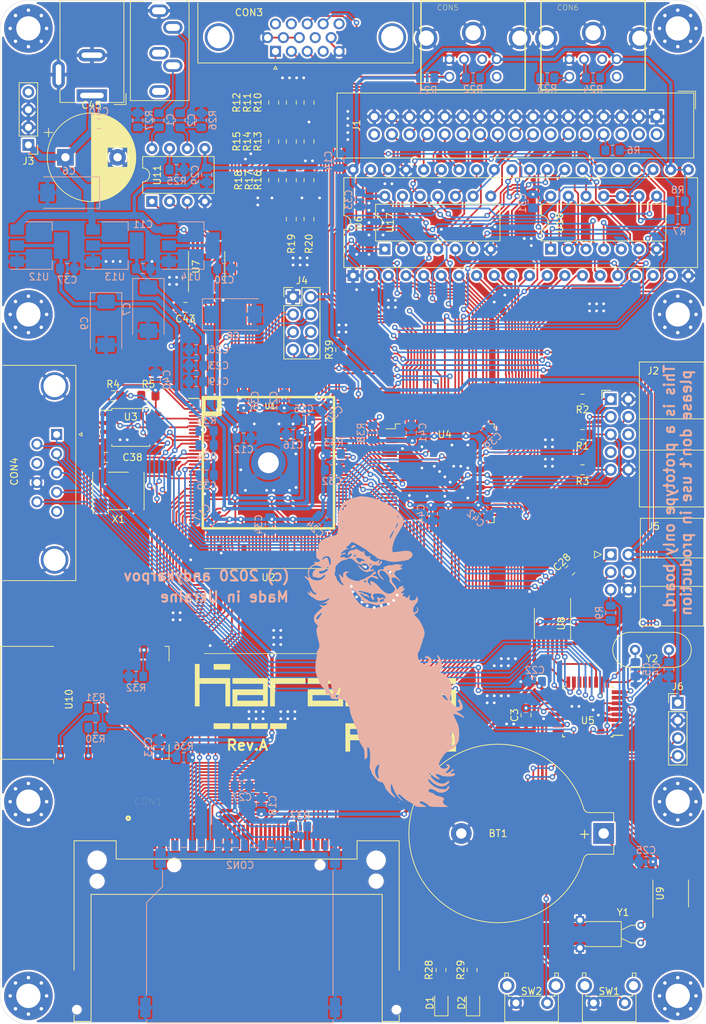
<source format=kicad_pcb>
(kicad_pcb (version 20171130) (host pcbnew 5.1.6-c6e7f7d~86~ubuntu18.04.1)
  (layers (0 F.Cu signal hide) (31 B.Cu signal hide) (34 B.Paste user hide) (35 F.Paste user hide) (36 B.SilkS user hide) (37 F.SilkS user hide) (38 B.Mask user hide) (39 F.Mask user hide) (44 Edge.Cuts user))
  (net 0 "")
  (net 1 "Net-(CON1-Pad25)")
  (net 2 "Net-(CON1-Pad24)")
  (net 3 "Net-(CON1-Pad46)")
  (net 4 "Net-(CON1-Pad45)")
  (net 5 "Net-(CON1-Pad44)")
  (net 6 "Net-(CON1-Pad43)")
  (net 7 "Net-(CON1-Pad42)")
  (net 8 "Net-(CON1-Pad40)")
  (net 9 "Net-(CON1-Pad37)")
  (net 10 "Net-(CON1-Pad36)")
  (net 11 "Net-(CON1-Pad33)")
  (net 12 "Net-(CON1-Pad26)")
  (net 13 "Net-(CON2-Pad9)")
  (net 14 "Net-(CON3-Pad15)")
  (net 15 "Net-(CON3-Pad12)")
  (net 16 "Net-(CON3-Pad11)")
  (net 17 "Net-(CON3-Pad9)")
  (net 18 "Net-(CON3-Pad4)")
  (net 19 "Net-(CON4-Pad7)")
  (net 20 "Net-(CON4-Pad5)")
  (net 21 "Net-(CON5-Pad2)")
  (net 22 "Net-(CON5-Pad6)")
  (net 23 "Net-(CON6-Pad2)")
  (net 24 "Net-(CON6-Pad6)")
  (net 25 "Net-(J1-Pad34)")
  (net 26 "Net-(J1-Pad14)")
  (net 27 "Net-(J1-Pad6)")
  (net 28 "Net-(J1-Pad4)")
  (net 29 "Net-(J1-Pad2)")
  (net 30 "Net-(U1-Pad25)")
  (net 31 "Net-(BT1-Pad1)")
  (net 32 "Net-(J2-Pad8)")
  (net 33 "Net-(J2-Pad7)")
  (net 34 "Net-(J2-Pad6)")
  (net 35 "Net-(J3-Pad4)")
  (net 36 GND)
  (net 37 VCC3_3)
  (net 38 VCC1_2)
  (net 39 VCC2_5)
  (net 40 /CONF_DONE)
  (net 41 /CLK_50MHZ)
  (net 42 /TDO)
  (net 43 /TMS)
  (net 44 /TCK)
  (net 45 /TDI)
  (net 46 /NCONFIG)
  (net 47 /DATA0)
  (net 48 /DCLK)
  (net 49 /NSTATUS)
  (net 50 /NCSO)
  (net 51 /ASDO)
  (net 52 /MA16)
  (net 53 /MA20)
  (net 54 /MD7)
  (net 55 /MD6)
  (net 56 /MD5)
  (net 57 /MD4)
  (net 58 /MD3)
  (net 59 /MD2)
  (net 60 /MD1)
  (net 61 /MD0)
  (net 62 /MA1)
  (net 63 /MA2)
  (net 64 /MA3)
  (net 65 /MA4)
  (net 66 /MA5)
  (net 67 /MA6)
  (net 68 /MA7)
  (net 69 /MA17)
  (net 70 /MA18)
  (net 71 /MA19)
  (net 72 /MA8)
  (net 73 /MA9)
  (net 74 /MA10)
  (net 75 /MA11)
  (net 76 /MA12)
  (net 77 /MA13)
  (net 78 /MA14)
  (net 79 /MA0)
  (net 80 /MA15)
  (net 81 /~MWR)
  (net 82 /~MRD)
  (net 83 "Net-(R4-Pad1)")
  (net 84 "Net-(R5-Pad1)")
  (net 85 "Net-(CON2-Pad11)")
  (net 86 "Net-(CON2-Pad10)")
  (net 87 "Net-(CON2-Pad8)")
  (net 88 /FDC_SIDE)
  (net 89 /~FDC_WPRT)
  (net 90 /~FDC_TR00)
  (net 91 /~FDC_WGATE)
  (net 92 /~FDC_WDATA)
  (net 93 /~FDC_STEP)
  (net 94 /~FDC_DIR)
  (net 95 /~FDC_MOTOR)
  (net 96 /~FDC_DRIVE1)
  (net 97 /~FDC_DRIVE0)
  (net 98 /~FDC_INDEX)
  (net 99 VCC)
  (net 100 "Net-(R7-Pad2)")
  (net 101 /FDC_IP)
  (net 102 /FDC_INTRQ)
  (net 103 /FDC_DRQ)
  (net 104 /FDC_SR)
  (net 105 /FDC_SL)
  (net 106 /FDC_DIR)
  (net 107 /FDC_STEP)
  (net 108 /D7)
  (net 109 /FDC_WF_DE)
  (net 110 /D6)
  (net 111 /FDC_RDY)
  (net 112 /D5)
  (net 113 /FDC_WD)
  (net 114 /D4)
  (net 115 /FDC_WGATE)
  (net 116 /D3)
  (net 117 /FDC_TR43)
  (net 118 /D2)
  (net 119 /D1)
  (net 120 /~FDC_RAWR)
  (net 121 /D0)
  (net 122 /FDC_A1)
  (net 123 /FDC_A0)
  (net 124 /~RD)
  (net 125 /~WR)
  (net 126 /~FDC_SIDE)
  (net 127 /FDC_DS1)
  (net 128 /FDC_DS0)
  (net 129 /~FDC_CS)
  (net 130 /~FDC_RDATA)
  (net 131 /~FDC_RST)
  (net 132 /FDC_RCLK)
  (net 133 /FDC_CLK)
  (net 134 /FDC_HLT)
  (net 135 /~SD_CS)
  (net 136 /SND_BS)
  (net 137 /SND_WS)
  (net 138 /SND_DAT)
  (net 139 /VGA_B2)
  (net 140 /VGA_B1)
  (net 141 /VGA_B0)
  (net 142 /VGA_G2)
  (net 143 /VGA_G1)
  (net 144 /VGA_G0)
  (net 145 /VGA_R2)
  (net 146 /VGA_R1)
  (net 147 /VGA_R0)
  (net 148 /VGA_VS)
  (net 149 /VGA_HS)
  (net 150 /WD10)
  (net 151 /WD9)
  (net 152 /WD8)
  (net 153 /~WRESET)
  (net 154 /~WWR)
  (net 155 /~WRD)
  (net 156 /WD15)
  (net 157 /WD14)
  (net 158 /WD13)
  (net 159 /WD12)
  (net 160 /WD11)
  (net 161 /WD2)
  (net 162 /WD1)
  (net 163 /WD0)
  (net 164 /WA0)
  (net 165 /WA1)
  (net 166 /WA2)
  (net 167 /~WCS1)
  (net 168 /WD7)
  (net 169 /WD6)
  (net 170 /WD5)
  (net 171 /WD4)
  (net 172 /WD3)
  (net 173 /UART_RX)
  (net 174 /UART_TX)
  (net 175 /UART_CTS)
  (net 176 /LAVR_MOSI)
  (net 177 /LAVR_SCK)
  (net 178 /~LAVR_CS)
  (net 179 /LAVR_MISO)
  (net 180 /LSND_DAT)
  (net 181 /LSND_WS)
  (net 182 /LSND_BS)
  (net 183 /~WCS0)
  (net 184 /CPLD_CLK2)
  (net 185 /CPLD_CLK)
  (net 186 /SD15)
  (net 187 /SD14)
  (net 188 /SD13)
  (net 189 /SD12)
  (net 190 /SD11)
  (net 191 /SD10)
  (net 192 /SD9)
  (net 193 /SD8)
  (net 194 /SD7)
  (net 195 /SD6)
  (net 196 /SD5)
  (net 197 /SD4)
  (net 198 /SD3)
  (net 199 /SD2)
  (net 200 /SD1)
  (net 201 /SD0)
  (net 202 /SA1)
  (net 203 /SA0)
  (net 204 /SDIR)
  (net 205 /~RESET)
  (net 206 "Net-(U9-Pad2)")
  (net 207 "Net-(U10-Pad9)")
  (net 208 "Net-(U10-Pad6)")
  (net 209 /AVR_MOSI)
  (net 210 /AVR_SCK)
  (net 211 /~AVR_CS)
  (net 212 /AVR_MISO)
  (net 213 /SND_R)
  (net 214 "Net-(C1-Pad1)")
  (net 215 /SND_L)
  (net 216 "Net-(R25-Pad1)")
  (net 217 "Net-(C2-Pad1)")
  (net 218 "Net-(U2-Pad10)")
  (net 219 /I2C_SCL)
  (net 220 /I2C_SDA)
  (net 221 /VS)
  (net 222 /HS)
  (net 223 /B)
  (net 224 /G)
  (net 225 /R)
  (net 226 /PS2_KB_DATA)
  (net 227 /PS2_KB_CLK)
  (net 228 /PS2_MS_DATA)
  (net 229 /PS2_MS_CLK)
  (net 230 "Net-(C3-Pad2)")
  (net 231 /AVR_XT1)
  (net 232 /AVR_XT2)
  (net 233 /~AVR_RESET)
  (net 234 /AVR_TX)
  (net 235 /AVR_RX)
  (net 236 /LED1)
  (net 237 /LED2)
  (net 238 /BTN2)
  (net 239 /BTN1)
  (net 240 /JOY_RIGHT)
  (net 241 /JOY_LEFT)
  (net 242 /JOY_DOWN)
  (net 243 /JOY_UP)
  (net 244 /JOY_FIRE2)
  (net 245 /JOY_FIRE1)
  (net 246 /TDI1)
  (net 247 "Net-(D1-Pad2)")
  (net 248 "Net-(D2-Pad2)")
  (net 249 "Net-(R30-Pad1)")
  (net 250 "Net-(R31-Pad1)")
  (net 251 "Net-(R32-Pad2)")
  (net 252 "Net-(U1-Pad91)")
  (net 253 "Net-(U1-Pad86)")
  (net 254 "Net-(U1-Pad24)")
  (net 255 "Net-(U1-Pad10)")
  (net 256 "Net-(U1-Pad7)")
  (net 257 "Net-(U2-Pad43)")
  (net 258 "Net-(U2-Pad41)")
  (net 259 "Net-(U2-Pad39)")
  (net 260 "Net-(U2-Pad36)")
  (net 261 "Net-(U2-Pad34)")
  (net 262 "Net-(U2-Pad32)")
  (net 263 "Net-(U2-Pad30)")
  (net 264 "Net-(U2-Pad15)")
  (net 265 "Net-(U2-Pad14)")
  (net 266 "Net-(U2-Pad13)")
  (net 267 /FDC_WDATA)
  (net 268 "Net-(U6-Pad25)")
  (net 269 "Net-(U7-Pad13)")
  (net 270 "Net-(U7-Pad9)")
  (net 271 "Net-(U7-Pad6)")
  (net 272 "Net-(U7-Pad2)")
  (net 273 "Net-(U8-Pad9)")
  (net 274 "Net-(U8-Pad6)")
  (net 275 "Net-(U9-Pad7)")
  (net 276 "Net-(U9-Pad1)")
  (net 277 "Net-(U10-Pad20)")
  (net 278 "Net-(U10-Pad19)")
  (net 279 "Net-(U10-Pad18)")
  (net 280 "Net-(U10-Pad17)")
  (net 281 "Net-(U10-Pad14)")
  (net 282 "Net-(U10-Pad13)")
  (net 283 "Net-(U10-Pad12)")
  (net 284 "Net-(U10-Pad11)")
  (net 285 "Net-(U10-Pad10)")
  (net 286 "Net-(U10-Pad5)")
  (net 287 "Net-(U10-Pad4)")
  (net 288 "Net-(U10-Pad2)")
  (net 289 /PIN_121)
  (net 290 /PIN_120)
  (net 291 /PIN_119)
  (net 292 /PIN_115)
  (net 293 /PIN_138)
  (net 294 /PIN_141)
  (module Capacitor_THT:CP_Radial_D12.5mm_P7.50mm (layer F.Cu) (at 108.458 48.006)
    (fp_text reference C45 (at 3.75 -7.5) (layer F.SilkS))
    (fp_text value 470uF)
    (pad 2 thru_hole circle (at 7.5 0) (size 2.4 2.4) (drill 1.2) (layers *.Cu *.Mask) (net 36 GND))
    (pad 1 thru_hole rect (at 0 0) (size 2.4 2.4) (drill 1.2) (layers *.Cu *.Mask) (net 99 VCC))
  )
  (module Resistor_SMD:R_0805_2012Metric_Pad1.15x1.40mm_HandSolder (layer F.Cu) (at 148.082 75.692 90)
    (fp_text reference R39 (at 0 -1.65 90) (layer F.SilkS))
    (fp_text value 10k)
    (pad 2 smd roundrect (at 1.025 0 90) (size 1.15 1.4) (layers F.Cu F.Paste F.Mask) (roundrect_rratio 0.217391) (net 36 GND))
    (pad 1 smd roundrect (at -1.025 0 90) (size 1.15 1.4) (layers F.Cu F.Paste F.Mask) (roundrect_rratio 0.217391) (net 205 /~RESET))
  )
  (module Resistor_SMD:R_0805_2012Metric_Pad1.15x1.40mm_HandSolder (layer B.Cu) (at 152.654 87.63 270)
    (fp_text reference R38 (at 0 1.65 270) (layer B.SilkS) (effects (justify mirror)))
    (fp_text value 10k)
    (pad 2 smd roundrect (at 1.025 0 270) (size 1.15 1.4) (layers B.Cu B.Paste B.Mask) (roundrect_rratio 0.217391) (net 37 VCC3_3))
    (pad 1 smd roundrect (at -1.025 0 270) (size 1.15 1.4) (layers B.Cu B.Paste B.Mask) (roundrect_rratio 0.217391) (net 204 /SDIR))
  )
  (module Connector_PinHeader_2.54mm:PinHeader_1x04_P2.54mm_Vertical (layer F.Cu) (at 196.596 126.492)
    (fp_text reference J6 (at 0 -2.33) (layer F.SilkS))
    (fp_text value "AVR UART")
    (pad 4 thru_hole oval (at 0 7.62) (size 1.7 1.7) (drill 1) (layers *.Cu *.Mask) (net 235 /AVR_RX))
    (pad 3 thru_hole oval (at 0 5.08) (size 1.7 1.7) (drill 1) (layers *.Cu *.Mask) (net 234 /AVR_TX))
    (pad 2 thru_hole oval (at 0 2.54) (size 1.7 1.7) (drill 1) (layers *.Cu *.Mask) (net 36 GND))
    (pad 1 thru_hole rect (at 0 0) (size 1.7 1.7) (drill 1) (layers *.Cu *.Mask) (net 99 VCC))
  )
  (module Connector_PinHeader_2.54mm:PinHeader_2x04_P2.54mm_Vertical (layer F.Cu) (at 141.224 68.072)
    (fp_text reference J4 (at 1.27 -2.33) (layer F.SilkS))
    (fp_text value uBus)
    (pad 8 thru_hole oval (at 2.54 7.62) (size 1.7 1.7) (drill 1) (layers *.Cu *.Mask) (net 292 /PIN_115))
    (pad 7 thru_hole oval (at 0 7.62) (size 1.7 1.7) (drill 1) (layers *.Cu *.Mask) (net 291 /PIN_119))
    (pad 6 thru_hole oval (at 2.54 5.08) (size 1.7 1.7) (drill 1) (layers *.Cu *.Mask) (net 290 /PIN_120))
    (pad 5 thru_hole oval (at 0 5.08) (size 1.7 1.7) (drill 1) (layers *.Cu *.Mask) (net 289 /PIN_121))
    (pad 4 thru_hole oval (at 2.54 2.54) (size 1.7 1.7) (drill 1) (layers *.Cu *.Mask) (net 293 /PIN_138))
    (pad 3 thru_hole oval (at 0 2.54) (size 1.7 1.7) (drill 1) (layers *.Cu *.Mask) (net 294 /PIN_141))
    (pad 2 thru_hole oval (at 2.54 0) (size 1.7 1.7) (drill 1) (layers *.Cu *.Mask) (net 99 VCC))
    (pad 1 thru_hole rect (at 0 0) (size 1.7 1.7) (drill 1) (layers *.Cu *.Mask) (net 36 GND))
  )
  (module Capacitor_SMD:C_0805_2012Metric_Pad1.15x1.40mm_HandSolder (layer B.Cu) (at 161.29 99.314 270)
    (fp_text reference C44 (at 0 1.65 90) (layer B.SilkS) (effects (justify mirror)))
    (fp_text value 100n)
    (pad 2 smd roundrect (at 1.025 0 270) (size 1.15 1.4) (layers B.Cu B.Paste B.Mask) (roundrect_rratio 0.217391) (net 36 GND))
    (pad 1 smd roundrect (at -1.025 0 270) (size 1.15 1.4) (layers B.Cu B.Paste B.Mask) (roundrect_rratio 0.217391) (net 37 VCC3_3))
  )
  (module Capacitor_SMD:C_0805_2012Metric_Pad1.15x1.40mm_HandSolder (layer F.Cu) (at 125.73 69.596 180)
    (fp_text reference C43 (at 0 -1.65) (layer F.SilkS))
    (fp_text value 100n)
    (pad 2 smd roundrect (at 1.025 0 180) (size 1.15 1.4) (layers F.Cu F.Paste F.Mask) (roundrect_rratio 0.217391) (net 36 GND))
    (pad 1 smd roundrect (at -1.025 0 180) (size 1.15 1.4) (layers F.Cu F.Paste F.Mask) (roundrect_rratio 0.217391) (net 37 VCC3_3))
  )
  (module Capacitor_SMD:C_0805_2012Metric_Pad1.15x1.40mm_HandSolder (layer B.Cu) (at 168.656 98.806 315)
    (fp_text reference C42 (at 0 1.65 135) (layer B.SilkS) (effects (justify mirror)))
    (fp_text value 100n)
    (pad 2 smd roundrect (at 1.025 0 315) (size 1.15 1.4) (layers B.Cu B.Paste B.Mask) (roundrect_rratio 0.217391) (net 36 GND))
    (pad 1 smd roundrect (at -1.025 0 315) (size 1.15 1.4) (layers B.Cu B.Paste B.Mask) (roundrect_rratio 0.217391) (net 37 VCC3_3))
  )
  (module Capacitor_SMD:C_0805_2012Metric_Pad1.15x1.40mm_HandSolder (layer B.Cu) (at 158.242 87.63 90)
    (fp_text reference C41 (at 0 1.65 90) (layer B.SilkS) (effects (justify mirror)))
    (fp_text value 100n)
    (pad 2 smd roundrect (at 1.025 0 90) (size 1.15 1.4) (layers B.Cu B.Paste B.Mask) (roundrect_rratio 0.217391) (net 36 GND))
    (pad 1 smd roundrect (at -1.025 0 90) (size 1.15 1.4) (layers B.Cu B.Paste B.Mask) (roundrect_rratio 0.217391) (net 37 VCC3_3))
  )
  (module Capacitor_SMD:C_0805_2012Metric_Pad1.15x1.40mm_HandSolder (layer B.Cu) (at 121.412 80.01 90)
    (fp_text reference C40 (at 0 1.65 90) (layer B.SilkS) (effects (justify mirror)))
    (fp_text value 100n)
    (pad 2 smd roundrect (at 1.025 0 90) (size 1.15 1.4) (layers B.Cu B.Paste B.Mask) (roundrect_rratio 0.217391) (net 36 GND))
    (pad 1 smd roundrect (at -1.025 0 90) (size 1.15 1.4) (layers B.Cu B.Paste B.Mask) (roundrect_rratio 0.217391) (net 37 VCC3_3))
  )
  (module Capacitor_SMD:C_0805_2012Metric_Pad1.15x1.40mm_HandSolder (layer B.Cu) (at 168.872784 87.667216 45)
    (fp_text reference C39 (at 0 1.65 45) (layer B.SilkS) (effects (justify mirror)))
    (fp_text value 100n)
    (pad 2 smd roundrect (at 1.025 0 45) (size 1.15 1.4) (layers B.Cu B.Paste B.Mask) (roundrect_rratio 0.217391) (net 36 GND))
    (pad 1 smd roundrect (at -1.025 0 45) (size 1.15 1.4) (layers B.Cu B.Paste B.Mask) (roundrect_rratio 0.217391) (net 37 VCC3_3))
  )
  (module Capacitor_SMD:C_0805_2012Metric_Pad1.15x1.40mm_HandSolder (layer F.Cu) (at 114.3 91.186 180)
    (fp_text reference C38 (at -3.81 0) (layer F.SilkS))
    (fp_text value 100n)
    (pad 2 smd roundrect (at 1.025 0 180) (size 1.15 1.4) (layers F.Cu F.Paste F.Mask) (roundrect_rratio 0.217391) (net 36 GND))
    (pad 1 smd roundrect (at -1.025 0 180) (size 1.15 1.4) (layers F.Cu F.Paste F.Mask) (roundrect_rratio 0.217391) (net 37 VCC3_3))
  )
  (module Capacitor_SMD:C_0805_2012Metric_Pad1.15x1.40mm_HandSolder (layer B.Cu) (at 108.712 64.008)
    (fp_text reference C37 (at 0 1.65) (layer B.SilkS) (effects (justify mirror)))
    (fp_text value 100n)
    (pad 2 smd roundrect (at 1.025 0) (size 1.15 1.4) (layers B.Cu B.Paste B.Mask) (roundrect_rratio 0.217391) (net 36 GND))
    (pad 1 smd roundrect (at -1.025 0) (size 1.15 1.4) (layers B.Cu B.Paste B.Mask) (roundrect_rratio 0.217391) (net 37 VCC3_3))
  )
  (module Capacitor_SMD:C_0805_2012Metric_Pad1.15x1.40mm_HandSolder (layer B.Cu) (at 134.112 83.058 90)
    (fp_text reference C36 (at 0 1.65 90) (layer B.SilkS) (effects (justify mirror)))
    (fp_text value 100n)
    (pad 2 smd roundrect (at 1.025 0 90) (size 1.15 1.4) (layers B.Cu B.Paste B.Mask) (roundrect_rratio 0.217391) (net 36 GND))
    (pad 1 smd roundrect (at -1.025 0 90) (size 1.15 1.4) (layers B.Cu B.Paste B.Mask) (roundrect_rratio 0.217391) (net 37 VCC3_3))
  )
  (module Capacitor_SMD:C_0805_2012Metric_Pad1.15x1.40mm_HandSolder (layer B.Cu) (at 128.778 93.726 180)
    (fp_text reference C35 (at 0 -1.524) (layer B.SilkS) (effects (justify mirror)))
    (fp_text value 100n)
    (pad 2 smd roundrect (at 1.025 0 180) (size 1.15 1.4) (layers B.Cu B.Paste B.Mask) (roundrect_rratio 0.217391) (net 36 GND))
    (pad 1 smd roundrect (at -1.025 0 180) (size 1.15 1.4) (layers B.Cu B.Paste B.Mask) (roundrect_rratio 0.217391) (net 37 VCC3_3))
  )
  (module Capacitor_SMD:C_0805_2012Metric_Pad1.15x1.40mm_HandSolder (layer B.Cu) (at 137.922 100.838 270)
    (fp_text reference C34 (at 0 1.65 90) (layer B.SilkS) (effects (justify mirror)))
    (fp_text value 100n)
    (pad 2 smd roundrect (at 1.025 0 270) (size 1.15 1.4) (layers B.Cu B.Paste B.Mask) (roundrect_rratio 0.217391) (net 36 GND))
    (pad 1 smd roundrect (at -1.025 0 270) (size 1.15 1.4) (layers B.Cu B.Paste B.Mask) (roundrect_rratio 0.217391) (net 37 VCC3_3))
  )
  (module Capacitor_SMD:C_0805_2012Metric_Pad1.15x1.40mm_HandSolder (layer B.Cu) (at 150.876 54.102 270)
    (fp_text reference C33 (at 0 1.65 90) (layer B.SilkS) (effects (justify mirror)))
    (fp_text value 100n)
    (pad 2 smd roundrect (at 1.025 0 270) (size 1.15 1.4) (layers B.Cu B.Paste B.Mask) (roundrect_rratio 0.217391) (net 36 GND))
    (pad 1 smd roundrect (at -1.025 0 270) (size 1.15 1.4) (layers B.Cu B.Paste B.Mask) (roundrect_rratio 0.217391) (net 99 VCC))
  )
  (module Capacitor_SMD:C_0805_2012Metric_Pad1.15x1.40mm_HandSolder (layer B.Cu) (at 146.812 92.964)
    (fp_text reference C32 (at 0 1.65) (layer B.SilkS) (effects (justify mirror)))
    (fp_text value 100n)
    (pad 2 smd roundrect (at 1.025 0) (size 1.15 1.4) (layers B.Cu B.Paste B.Mask) (roundrect_rratio 0.217391) (net 36 GND))
    (pad 1 smd roundrect (at -1.025 0) (size 1.15 1.4) (layers B.Cu B.Paste B.Mask) (roundrect_rratio 0.217391) (net 37 VCC3_3))
  )
  (module Capacitor_SMD:C_0805_2012Metric_Pad1.15x1.40mm_HandSolder (layer B.Cu) (at 175.768 54.356 90)
    (fp_text reference C31 (at -0.254 -1.524 90) (layer B.SilkS) (effects (justify mirror)))
    (fp_text value 100n)
    (pad 2 smd roundrect (at 1.025 0 90) (size 1.15 1.4) (layers B.Cu B.Paste B.Mask) (roundrect_rratio 0.217391) (net 36 GND))
    (pad 1 smd roundrect (at -1.025 0 90) (size 1.15 1.4) (layers B.Cu B.Paste B.Mask) (roundrect_rratio 0.217391) (net 99 VCC))
  )
  (module Capacitor_SMD:C_0805_2012Metric_Pad1.15x1.40mm_HandSolder (layer B.Cu) (at 146.05 83.82 45)
    (fp_text reference C30 (at 0 1.65 45) (layer B.SilkS) (effects (justify mirror)))
    (fp_text value 100n)
    (pad 2 smd roundrect (at 1.025 0 45) (size 1.15 1.4) (layers B.Cu B.Paste B.Mask) (roundrect_rratio 0.217391) (net 36 GND))
    (pad 1 smd roundrect (at -1.025 0 45) (size 1.15 1.4) (layers B.Cu B.Paste B.Mask) (roundrect_rratio 0.217391) (net 37 VCC3_3))
  )
  (module Capacitor_SMD:C_0805_2012Metric_Pad1.15x1.40mm_HandSolder (layer B.Cu) (at 128.778 50.546 270)
    (fp_text reference C29 (at 0 1.65 90) (layer B.SilkS) (effects (justify mirror)))
    (fp_text value 100n)
    (pad 2 smd roundrect (at 1.025 0 270) (size 1.15 1.4) (layers B.Cu B.Paste B.Mask) (roundrect_rratio 0.217391) (net 36 GND))
    (pad 1 smd roundrect (at -1.025 0 270) (size 1.15 1.4) (layers B.Cu B.Paste B.Mask) (roundrect_rratio 0.217391) (net 99 VCC))
  )
  (module Capacitor_SMD:C_0805_2012Metric_Pad1.15x1.40mm_HandSolder (layer F.Cu) (at 181.102 107.442 45)
    (fp_text reference C28 (at 0 -1.65 45) (layer F.SilkS))
    (fp_text value 100n)
    (pad 2 smd roundrect (at 1.025 0 45) (size 1.15 1.4) (layers F.Cu F.Paste F.Mask) (roundrect_rratio 0.217391) (net 36 GND))
    (pad 1 smd roundrect (at -1.025 0 45) (size 1.15 1.4) (layers F.Cu F.Paste F.Mask) (roundrect_rratio 0.217391) (net 37 VCC3_3))
  )
  (module Capacitor_SMD:C_0805_2012Metric_Pad1.15x1.40mm_HandSolder (layer B.Cu) (at 133.858 138.43)
    (fp_text reference C27 (at 0 1.65) (layer B.SilkS) (effects (justify mirror)))
    (fp_text value 100n)
    (pad 2 smd roundrect (at 1.025 0) (size 1.15 1.4) (layers B.Cu B.Paste B.Mask) (roundrect_rratio 0.217391) (net 36 GND))
    (pad 1 smd roundrect (at -1.025 0) (size 1.15 1.4) (layers B.Cu B.Paste B.Mask) (roundrect_rratio 0.217391) (net 37 VCC3_3))
  )
  (module Capacitor_SMD:C_0805_2012Metric_Pad1.15x1.40mm_HandSolder (layer B.Cu) (at 127.254 75.692 180)
    (fp_text reference C26 (at -3.302 0) (layer B.SilkS) (effects (justify mirror)))
    (fp_text value 100n)
    (pad 2 smd roundrect (at 1.025 0 180) (size 1.15 1.4) (layers B.Cu B.Paste B.Mask) (roundrect_rratio 0.217391) (net 36 GND))
    (pad 1 smd roundrect (at -1.025 0 180) (size 1.15 1.4) (layers B.Cu B.Paste B.Mask) (roundrect_rratio 0.217391) (net 39 VCC2_5))
  )
  (module Capacitor_SMD:C_0805_2012Metric_Pad1.15x1.40mm_HandSolder (layer B.Cu) (at 192.024 149.352 180)
    (fp_text reference C25 (at 0 1.65) (layer B.SilkS) (effects (justify mirror)))
    (fp_text value 100n)
    (pad 2 smd roundrect (at 1.025 0 180) (size 1.15 1.4) (layers B.Cu B.Paste B.Mask) (roundrect_rratio 0.217391) (net 36 GND))
    (pad 1 smd roundrect (at -1.025 0 180) (size 1.15 1.4) (layers B.Cu B.Paste B.Mask) (roundrect_rratio 0.217391) (net 99 VCC))
  )
  (module Capacitor_SMD:C_0805_2012Metric_Pad1.15x1.40mm_HandSolder (layer B.Cu) (at 145.542 100.33 315)
    (fp_text reference C24 (at 0 1.65 135) (layer B.SilkS) (effects (justify mirror)))
    (fp_text value 100n)
    (pad 2 smd roundrect (at 1.025 0 315) (size 1.15 1.4) (layers B.Cu B.Paste B.Mask) (roundrect_rratio 0.217391) (net 36 GND))
    (pad 1 smd roundrect (at -1.025 0 315) (size 1.15 1.4) (layers B.Cu B.Paste B.Mask) (roundrect_rratio 0.217391) (net 37 VCC3_3))
  )
  (module Capacitor_SMD:C_0805_2012Metric_Pad1.15x1.40mm_HandSolder (layer B.Cu) (at 127.254 77.978 180)
    (fp_text reference C23 (at -3.302 0) (layer B.SilkS) (effects (justify mirror)))
    (fp_text value 100n)
    (pad 2 smd roundrect (at 1.025 0 180) (size 1.15 1.4) (layers B.Cu B.Paste B.Mask) (roundrect_rratio 0.217391) (net 36 GND))
    (pad 1 smd roundrect (at -1.025 0 180) (size 1.15 1.4) (layers B.Cu B.Paste B.Mask) (roundrect_rratio 0.217391) (net 39 VCC2_5))
  )
  (module Capacitor_SMD:C_0805_2012Metric_Pad1.15x1.40mm_HandSolder (layer B.Cu) (at 176.022 123.444 180)
    (fp_text reference C22 (at 0 1.65) (layer B.SilkS) (effects (justify mirror)))
    (fp_text value 100n)
    (pad 2 smd roundrect (at 1.025 0 180) (size 1.15 1.4) (layers B.Cu B.Paste B.Mask) (roundrect_rratio 0.217391) (net 36 GND))
    (pad 1 smd roundrect (at -1.025 0 180) (size 1.15 1.4) (layers B.Cu B.Paste B.Mask) (roundrect_rratio 0.217391) (net 99 VCC))
  )
  (module Capacitor_SMD:C_0805_2012Metric_Pad1.15x1.40mm_HandSolder (layer B.Cu) (at 139.954 83.058 90)
    (fp_text reference C21 (at 0 -1.524 90) (layer B.SilkS) (effects (justify mirror)))
    (fp_text value 100n)
    (pad 2 smd roundrect (at 1.025 0 90) (size 1.15 1.4) (layers B.Cu B.Paste B.Mask) (roundrect_rratio 0.217391) (net 36 GND))
    (pad 1 smd roundrect (at -1.025 0 90) (size 1.15 1.4) (layers B.Cu B.Paste B.Mask) (roundrect_rratio 0.217391) (net 37 VCC3_3))
  )
  (module Capacitor_SMD:C_0805_2012Metric_Pad1.15x1.40mm_HandSolder (layer B.Cu) (at 131.318 64.008)
    (fp_text reference C20 (at 0 1.65) (layer B.SilkS) (effects (justify mirror)))
    (fp_text value 100n)
    (pad 2 smd roundrect (at 1.025 0) (size 1.15 1.4) (layers B.Cu B.Paste B.Mask) (roundrect_rratio 0.217391) (net 36 GND))
    (pad 1 smd roundrect (at -1.025 0) (size 1.15 1.4) (layers B.Cu B.Paste B.Mask) (roundrect_rratio 0.217391) (net 38 VCC1_2))
  )
  (module Capacitor_SMD:C_0805_2012Metric_Pad1.15x1.40mm_HandSolder (layer B.Cu) (at 127.254 80.264 180)
    (fp_text reference C19 (at -3.302 0) (layer B.SilkS) (effects (justify mirror)))
    (fp_text value 100n)
    (pad 2 smd roundrect (at 1.025 0 180) (size 1.15 1.4) (layers B.Cu B.Paste B.Mask) (roundrect_rratio 0.217391) (net 36 GND))
    (pad 1 smd roundrect (at -1.025 0 180) (size 1.15 1.4) (layers B.Cu B.Paste B.Mask) (roundrect_rratio 0.217391) (net 39 VCC2_5))
  )
  (module Capacitor_SMD:C_0805_2012Metric_Pad1.15x1.40mm_HandSolder (layer B.Cu) (at 136.652 141.224 90)
    (fp_text reference C18 (at 0 1.65 90) (layer B.SilkS) (effects (justify mirror)))
    (fp_text value 100n)
    (pad 2 smd roundrect (at 1.025 0 90) (size 1.15 1.4) (layers B.Cu B.Paste B.Mask) (roundrect_rratio 0.217391) (net 36 GND))
    (pad 1 smd roundrect (at -1.025 0 90) (size 1.15 1.4) (layers B.Cu B.Paste B.Mask) (roundrect_rratio 0.217391) (net 99 VCC))
  )
  (module Capacitor_SMD:C_0805_2012Metric_Pad1.15x1.40mm_HandSolder (layer B.Cu) (at 129.286 100.33 225)
    (fp_text reference C17 (at 0 1.65 45) (layer B.SilkS) (effects (justify mirror)))
    (fp_text value 100n)
    (pad 2 smd roundrect (at 1.025 0 225) (size 1.15 1.4) (layers B.Cu B.Paste B.Mask) (roundrect_rratio 0.217391) (net 36 GND))
    (pad 1 smd roundrect (at -1.025 0 225) (size 1.15 1.4) (layers B.Cu B.Paste B.Mask) (roundrect_rratio 0.217391) (net 37 VCC3_3))
  )
  (module Capacitor_SMD:C_0805_2012Metric_Pad1.15x1.40mm_HandSolder (layer B.Cu) (at 141.224 87.884 180)
    (fp_text reference C16 (at 0 -1.524) (layer B.SilkS) (effects (justify mirror)))
    (fp_text value 100n)
    (pad 2 smd roundrect (at 1.025 0 180) (size 1.15 1.4) (layers B.Cu B.Paste B.Mask) (roundrect_rratio 0.217391) (net 36 GND))
    (pad 1 smd roundrect (at -1.025 0 180) (size 1.15 1.4) (layers B.Cu B.Paste B.Mask) (roundrect_rratio 0.217391) (net 38 VCC1_2))
  )
  (module Capacitor_SMD:C_0805_2012Metric_Pad1.15x1.40mm_HandSolder (layer B.Cu) (at 142.748 85.852 180)
    (fp_text reference C15 (at 0 1.65) (layer B.SilkS) (effects (justify mirror)))
    (fp_text value 100n)
    (pad 2 smd roundrect (at 1.025 0 180) (size 1.15 1.4) (layers B.Cu B.Paste B.Mask) (roundrect_rratio 0.217391) (net 36 GND))
    (pad 1 smd roundrect (at -1.025 0 180) (size 1.15 1.4) (layers B.Cu B.Paste B.Mask) (roundrect_rratio 0.217391) (net 39 VCC2_5))
  )
  (module Capacitor_SMD:C_0805_2012Metric_Pad1.15x1.40mm_HandSolder (layer B.Cu) (at 147.828 48.514 90)
    (fp_text reference C14 (at 0 -1.524 90) (layer B.SilkS) (effects (justify mirror)))
    (fp_text value 100n)
    (pad 2 smd roundrect (at 1.025 0 90) (size 1.15 1.4) (layers B.Cu B.Paste B.Mask) (roundrect_rratio 0.217391) (net 36 GND))
    (pad 1 smd roundrect (at -1.025 0 90) (size 1.15 1.4) (layers B.Cu B.Paste B.Mask) (roundrect_rratio 0.217391) (net 99 VCC))
  )
  (module Capacitor_SMD:C_0805_2012Metric_Pad1.15x1.40mm_HandSolder (layer B.Cu) (at 121.92 132.842 90)
    (fp_text reference C13 (at 0 -1.524 90) (layer B.SilkS) (effects (justify mirror)))
    (fp_text value 100n)
    (pad 2 smd roundrect (at 1.025 0 90) (size 1.15 1.4) (layers B.Cu B.Paste B.Mask) (roundrect_rratio 0.217391) (net 36 GND))
    (pad 1 smd roundrect (at -1.025 0 90) (size 1.15 1.4) (layers B.Cu B.Paste B.Mask) (roundrect_rratio 0.217391) (net 37 VCC3_3))
  )
  (module Capacitor_SMD:C_0805_2012Metric_Pad1.15x1.40mm_HandSolder (layer B.Cu) (at 134.112 88.392)
    (fp_text reference C12 (at 0 1.65) (layer B.SilkS) (effects (justify mirror)))
    (fp_text value 100n)
    (pad 2 smd roundrect (at 1.025 0) (size 1.15 1.4) (layers B.Cu B.Paste B.Mask) (roundrect_rratio 0.217391) (net 36 GND))
    (pad 1 smd roundrect (at -1.025 0) (size 1.15 1.4) (layers B.Cu B.Paste B.Mask) (roundrect_rratio 0.217391) (net 38 VCC1_2))
  )
  (module Capacitor_SMD:C_0805_2012Metric_Pad1.15x1.40mm_HandSolder (layer B.Cu) (at 119.625 64.008)
    (fp_text reference C11 (at 0 -6.35) (layer B.SilkS) (effects (justify mirror)))
    (fp_text value 100n)
    (pad 2 smd roundrect (at 1.025 0) (size 1.15 1.4) (layers B.Cu B.Paste B.Mask) (roundrect_rratio 0.217391) (net 36 GND))
    (pad 1 smd roundrect (at -1.025 0) (size 1.15 1.4) (layers B.Cu B.Paste B.Mask) (roundrect_rratio 0.217391) (net 39 VCC2_5))
  )
  (module Capacitor_SMD:C_0805_2012Metric_Pad1.15x1.40mm_HandSolder (layer B.Cu) (at 113.284 43.18)
    (fp_text reference C10 (at 0 -1.778) (layer B.SilkS) (effects (justify mirror)))
    (fp_text value 100n)
    (pad 2 smd roundrect (at 1.025 0) (size 1.15 1.4) (layers B.Cu B.Paste B.Mask) (roundrect_rratio 0.217391) (net 36 GND))
    (pad 1 smd roundrect (at -1.025 0) (size 1.15 1.4) (layers B.Cu B.Paste B.Mask) (roundrect_rratio 0.217391) (net 99 VCC))
  )
  (module Capacitor_Tantalum_SMD:CP_EIA-7343-31_Kemet-D (layer B.Cu) (at 114.3 71.882 270)
    (fp_text reference C9 (at 0 3.1 90) (layer B.SilkS) (effects (justify mirror)))
    (fp_text value 10uF)
    (pad 2 smd roundrect (at 3.1125 0 270) (size 2.075 2.55) (layers B.Cu B.Paste B.Mask) (roundrect_rratio 0.120482) (net 36 GND))
    (pad 1 smd roundrect (at -3.1125 0 270) (size 2.075 2.55) (layers B.Cu B.Paste B.Mask) (roundrect_rratio 0.120482) (net 37 VCC3_3))
  )
  (module Capacitor_Tantalum_SMD:CP_EIA-7343-31_Kemet-D (layer B.Cu) (at 132.588 70.612)
    (fp_text reference C8 (at 0 3.1) (layer B.SilkS) (effects (justify mirror)))
    (fp_text value 10uF)
    (pad 2 smd roundrect (at 3.1125 0) (size 2.075 2.55) (layers B.Cu B.Paste B.Mask) (roundrect_rratio 0.120482) (net 36 GND))
    (pad 1 smd roundrect (at -3.1125 0) (size 2.075 2.55) (layers B.Cu B.Paste B.Mask) (roundrect_rratio 0.120482) (net 38 VCC1_2))
  )
  (module Capacitor_Tantalum_SMD:CP_EIA-7343-31_Kemet-D (layer B.Cu) (at 120.396 69.85 270)
    (fp_text reference C7 (at 0 3.1 90) (layer B.SilkS) (effects (justify mirror)))
    (fp_text value 10uF)
    (pad 2 smd roundrect (at 3.1125 0 270) (size 2.075 2.55) (layers B.Cu B.Paste B.Mask) (roundrect_rratio 0.120482) (net 36 GND))
    (pad 1 smd roundrect (at -3.1125 0 270) (size 2.075 2.55) (layers B.Cu B.Paste B.Mask) (roundrect_rratio 0.120482) (net 39 VCC2_5))
  )
  (module Capacitor_Tantalum_SMD:CP_EIA-7343-31_Kemet-D (layer B.Cu) (at 108.966 53.086 180)
    (fp_text reference C6 (at 0 3.1) (layer B.SilkS) (effects (justify mirror)))
    (fp_text value 10uF)
    (pad 2 smd roundrect (at 3.1125 0 180) (size 2.075 2.55) (layers B.Cu B.Paste B.Mask) (roundrect_rratio 0.120482) (net 36 GND))
    (pad 1 smd roundrect (at -3.1125 0 180) (size 2.075 2.55) (layers B.Cu B.Paste B.Mask) (roundrect_rratio 0.120482) (net 99 VCC))
  )
  (module footprints:karabas2 (layer B.Cu) (at 154.686 119.126 180)
    (fp_text reference G*** hide)
    (fp_text value LOGO hide)
  )
  (module Resistor_SMD:R_0805_2012Metric_Pad1.15x1.40mm_HandSolder (layer B.Cu) (at 142.24 144.272)
    (fp_text reference R37 (at 0 -1.524) (layer B.SilkS) (effects (justify mirror)))
    (fp_text value 10k)
    (pad 2 smd roundrect (at 1.025 0) (size 1.15 1.4) (layers B.Cu B.Paste B.Mask) (roundrect_rratio 0.217391) (net 87 "Net-(CON2-Pad8)"))
    (pad 1 smd roundrect (at -1.025 0) (size 1.15 1.4) (layers B.Cu B.Paste B.Mask) (roundrect_rratio 0.217391) (net 37 VCC3_3))
  )
  (module Resistor_SMD:R_0805_2012Metric_Pad1.15x1.40mm_HandSolder (layer B.Cu) (at 125.476 134.366 180)
    (fp_text reference R36 (at 0 1.65) (layer B.SilkS) (effects (justify mirror)))
    (fp_text value 10k)
    (pad 2 smd roundrect (at 1.025 0 180) (size 1.15 1.4) (layers B.Cu B.Paste B.Mask) (roundrect_rratio 0.217391) (net 37 VCC3_3))
    (pad 1 smd roundrect (at -1.025 0 180) (size 1.15 1.4) (layers B.Cu B.Paste B.Mask) (roundrect_rratio 0.217391) (net 135 /~SD_CS))
  )
  (module Resistor_SMD:R_0805_2012Metric_Pad1.15x1.40mm_HandSolder (layer B.Cu) (at 128.778 87.376)
    (fp_text reference R35 (at 0 -1.524) (layer B.SilkS) (effects (justify mirror)))
    (fp_text value 10k)
    (pad 2 smd roundrect (at 1.025 0) (size 1.15 1.4) (layers B.Cu B.Paste B.Mask) (roundrect_rratio 0.217391) (net 37 VCC3_3))
    (pad 1 smd roundrect (at -1.025 0) (size 1.15 1.4) (layers B.Cu B.Paste B.Mask) (roundrect_rratio 0.217391) (net 49 /NSTATUS))
  )
  (module Resistor_SMD:R_0805_2012Metric_Pad1.15x1.40mm_HandSolder (layer B.Cu) (at 128.778 89.408)
    (fp_text reference R34 (at 0 1.65) (layer B.SilkS) (effects (justify mirror)))
    (fp_text value 10k)
    (pad 2 smd roundrect (at 1.025 0) (size 1.15 1.4) (layers B.Cu B.Paste B.Mask) (roundrect_rratio 0.217391) (net 37 VCC3_3))
    (pad 1 smd roundrect (at -1.025 0) (size 1.15 1.4) (layers B.Cu B.Paste B.Mask) (roundrect_rratio 0.217391) (net 46 /NCONFIG))
  )
  (module Resistor_SMD:R_0805_2012Metric_Pad1.15x1.40mm_HandSolder (layer B.Cu) (at 147.066 90.678 180)
    (fp_text reference R33 (at 0 1.65) (layer B.SilkS) (effects (justify mirror)))
    (fp_text value 10k)
    (pad 2 smd roundrect (at 1.025 0 180) (size 1.15 1.4) (layers B.Cu B.Paste B.Mask) (roundrect_rratio 0.217391) (net 37 VCC3_3))
    (pad 1 smd roundrect (at -1.025 0 180) (size 1.15 1.4) (layers B.Cu B.Paste B.Mask) (roundrect_rratio 0.217391) (net 40 /CONF_DONE))
  )
  (module footprints:karabas_pro_logo2 (layer F.Cu) (at 146.05 127)
    (fp_text reference G*** hide)
    (fp_text value LOGO hide)
  )
  (module Resistor_SMD:R_0805_2012Metric_Pad1.15x1.40mm_HandSolder (layer B.Cu) (at 118.618 122.682)
    (fp_text reference R32 (at 0 1.65) (layer B.SilkS) (effects (justify mirror)))
    (fp_text value 10k)
    (pad 2 smd roundrect (at 1.025 0) (size 1.15 1.4) (layers B.Cu B.Paste B.Mask) (roundrect_rratio 0.217391) (net 251 "Net-(R32-Pad2)"))
    (pad 1 smd roundrect (at -1.025 0) (size 1.15 1.4) (layers B.Cu B.Paste B.Mask) (roundrect_rratio 0.217391) (net 36 GND))
  )
  (module Resistor_SMD:R_0805_2012Metric_Pad1.15x1.40mm_HandSolder (layer B.Cu) (at 112.776 127.254)
    (fp_text reference R31 (at 0 -1.524) (layer B.SilkS) (effects (justify mirror)))
    (fp_text value 10k)
    (pad 2 smd roundrect (at 1.025 0) (size 1.15 1.4) (layers B.Cu B.Paste B.Mask) (roundrect_rratio 0.217391) (net 37 VCC3_3))
    (pad 1 smd roundrect (at -1.025 0) (size 1.15 1.4) (layers B.Cu B.Paste B.Mask) (roundrect_rratio 0.217391) (net 250 "Net-(R31-Pad1)"))
  )
  (module Resistor_SMD:R_0805_2012Metric_Pad1.15x1.40mm_HandSolder (layer B.Cu) (at 112.776 130.048)
    (fp_text reference R30 (at 0 1.65) (layer B.SilkS) (effects (justify mirror)))
    (fp_text value 10k)
    (pad 2 smd roundrect (at 1.025 0) (size 1.15 1.4) (layers B.Cu B.Paste B.Mask) (roundrect_rratio 0.217391) (net 37 VCC3_3))
    (pad 1 smd roundrect (at -1.025 0) (size 1.15 1.4) (layers B.Cu B.Paste B.Mask) (roundrect_rratio 0.217391) (net 249 "Net-(R30-Pad1)"))
  )
  (module Resistor_SMD:R_0805_2012Metric_Pad1.15x1.40mm_HandSolder (layer F.Cu) (at 166.989 164.927 270)
    (fp_text reference R29 (at 0 1.635 90) (layer F.SilkS))
    (fp_text value 470)
    (pad 2 smd roundrect (at 1.025 0 270) (size 1.15 1.4) (layers F.Cu F.Paste F.Mask) (roundrect_rratio 0.217391) (net 248 "Net-(D2-Pad2)"))
    (pad 1 smd roundrect (at -1.025 0 270) (size 1.15 1.4) (layers F.Cu F.Paste F.Mask) (roundrect_rratio 0.217391) (net 237 /LED2))
  )
  (module Resistor_SMD:R_0805_2012Metric_Pad1.15x1.40mm_HandSolder (layer F.Cu) (at 162.515 164.927 270)
    (fp_text reference R28 (at 0 1.733 90) (layer F.SilkS))
    (fp_text value 470)
    (pad 2 smd roundrect (at 1.025 0 270) (size 1.15 1.4) (layers F.Cu F.Paste F.Mask) (roundrect_rratio 0.217391) (net 247 "Net-(D1-Pad2)"))
    (pad 1 smd roundrect (at -1.025 0 270) (size 1.15 1.4) (layers F.Cu F.Paste F.Mask) (roundrect_rratio 0.217391) (net 236 /LED1))
  )
  (module LED_SMD:LED_0805_2012Metric_Pad1.15x1.40mm_HandSolder (layer F.Cu) (at 167.124 169.672 90)
    (fp_text reference D2 (at 0 -1.65 90) (layer F.SilkS))
    (fp_text value LED2)
    (pad 2 smd roundrect (at 1.025 0 90) (size 1.15 1.4) (layers F.Cu F.Paste F.Mask) (roundrect_rratio 0.217391) (net 248 "Net-(D2-Pad2)"))
    (pad 1 smd roundrect (at -1.025 0 90) (size 1.15 1.4) (layers F.Cu F.Paste F.Mask) (roundrect_rratio 0.217391) (net 36 GND))
  )
  (module LED_SMD:LED_0805_2012Metric_Pad1.15x1.40mm_HandSolder (layer F.Cu) (at 162.56 169.672 90)
    (fp_text reference D1 (at 0 -1.65 90) (layer F.SilkS))
    (fp_text value LED1)
    (pad 2 smd roundrect (at 1.025 0 90) (size 1.15 1.4) (layers F.Cu F.Paste F.Mask) (roundrect_rratio 0.217391) (net 247 "Net-(D1-Pad2)"))
    (pad 1 smd roundrect (at -1.025 0 90) (size 1.15 1.4) (layers F.Cu F.Paste F.Mask) (roundrect_rratio 0.217391) (net 36 GND))
  )
  (module Crystal:Crystal_HC49-U_Vertical (layer F.Cu) (at 195.326 118.872 180)
    (fp_text reference Y2 (at 2.44 -1.27) (layer F.SilkS))
    (fp_text value 16MHz)
    (pad 2 thru_hole circle (at 4.88 0 180) (size 1.5 1.5) (drill 0.8) (layers *.Cu *.Mask) (net 232 /AVR_XT2))
    (pad 1 thru_hole circle (at 0 0 180) (size 1.5 1.5) (drill 0.8) (layers *.Cu *.Mask) (net 231 /AVR_XT1))
  )
  (module Crystal:Crystal_AT310_D3.0mm_L10.0mm_Horizontal_1EP_style2 (layer F.Cu) (at 191.262 158.496 270)
    (fp_text reference Y1 (at -1.85 2.54) (layer F.SilkS))
    (fp_text value 32768Hz)
    (pad 3 thru_hole rect (at 3.27 8.75 270) (size 1.2 1.2) (drill 0.8) (layers *.Cu *.Mask) (net 36 GND))
    (pad 3 thru_hole rect (at -0.73 8.75 270) (size 1.2 1.2) (drill 0.8) (layers *.Cu *.Mask) (net 36 GND))
    (pad 3 smd rect (at 1.27 8.75 270) (size 3.2 10.5) (layers F.Cu F.Paste F.Mask) (net 36 GND))
    (pad 2 thru_hole circle (at 2.54 0 270) (size 1 1) (drill 0.5) (layers *.Cu *.Mask) (net 206 "Net-(U9-Pad2)"))
    (pad 1 thru_hole circle (at 0 0 270) (size 1 1) (drill 0.5) (layers *.Cu *.Mask) (net 276 "Net-(U9-Pad1)"))
  )
  (module Capacitor_SMD:C_0805_2012Metric_Pad1.15x1.40mm_HandSolder (layer B.Cu) (at 190.5 121.666 90)
    (fp_text reference C5 (at 0 1.65 90) (layer B.SilkS) (effects (justify mirror)))
    (fp_text value 22p)
    (pad 2 smd roundrect (at 1.025 0 90) (size 1.15 1.4) (layers B.Cu B.Paste B.Mask) (roundrect_rratio 0.217391) (net 232 /AVR_XT2))
    (pad 1 smd roundrect (at -1.025 0 90) (size 1.15 1.4) (layers B.Cu B.Paste B.Mask) (roundrect_rratio 0.217391) (net 36 GND))
  )
  (module Capacitor_SMD:C_0805_2012Metric_Pad1.15x1.40mm_HandSolder (layer B.Cu) (at 195.326 121.666 90)
    (fp_text reference C4 (at 0 -1.778 90) (layer B.SilkS) (effects (justify mirror)))
    (fp_text value 22p)
    (pad 2 smd roundrect (at 1.025 0 90) (size 1.15 1.4) (layers B.Cu B.Paste B.Mask) (roundrect_rratio 0.217391) (net 231 /AVR_XT1))
    (pad 1 smd roundrect (at -1.025 0 90) (size 1.15 1.4) (layers B.Cu B.Paste B.Mask) (roundrect_rratio 0.217391) (net 36 GND))
  )
  (module Capacitor_SMD:C_0805_2012Metric_Pad1.15x1.40mm_HandSolder (layer F.Cu) (at 174.752 128.27 90)
    (fp_text reference C3 (at 0 -1.65 90) (layer F.SilkS))
    (fp_text value 1uF)
    (pad 2 smd roundrect (at 1.025 0 90) (size 1.15 1.4) (layers F.Cu F.Paste F.Mask) (roundrect_rratio 0.217391) (net 230 "Net-(C3-Pad2)"))
    (pad 1 smd roundrect (at -1.025 0 90) (size 1.15 1.4) (layers F.Cu F.Paste F.Mask) (roundrect_rratio 0.217391) (net 36 GND))
  )
  (module footprints:MDIN06SS (layer F.Cu) (at 184.404 25.4 180)
    (fp_text reference CON6 (at 2.032 -1.524 180) (layer F.SilkS) (effects (font (size 0.77216 0.77216) (thickness 0.061772)) (justify right bottom)))
    (fp_text value Mouse)
    (pad 1 thru_hole circle (at 1.3 -8.5 180) (size 1.408 1.408) (drill 0.9) (layers *.Cu *.Mask) (net 228 /PS2_MS_DATA))
    (pad 2 thru_hole circle (at -1.3 -8.5 180) (size 1.408 1.408) (drill 0.9) (layers *.Cu *.Mask) (net 23 "Net-(CON6-Pad2)"))
    (pad 3 thru_hole circle (at 3.4 -8.5 180) (size 1.408 1.408) (drill 0.9) (layers *.Cu *.Mask) (net 36 GND))
    (pad 4 thru_hole circle (at -3.4 -8.5 180) (size 1.408 1.408) (drill 0.9) (layers *.Cu *.Mask) (net 99 VCC))
    (pad 6 thru_hole circle (at -3.4 -11 180) (size 1.408 1.408) (drill 0.9) (layers *.Cu *.Mask) (net 24 "Net-(CON6-Pad6)"))
    (pad 5 thru_hole circle (at 3.4 -11 180) (size 1.408 1.408) (drill 0.9) (layers *.Cu *.Mask) (net 229 /PS2_MS_CLK))
    (pad GND thru_hole circle (at -6.731 -5.461 180) (size 3.216 3.216) (drill 2.2) (layers *.Cu *.Mask) (net 36 GND))
    (pad GND thru_hole circle (at 0 -4.699 180) (size 3.216 3.216) (drill 2.2) (layers *.Cu *.Mask) (net 36 GND))
    (pad GND thru_hole circle (at 6.731 -5.461 180) (size 3.216 3.216) (drill 2.2) (layers *.Cu *.Mask) (net 36 GND))
  )
  (module footprints:MDIN06SS (layer F.Cu) (at 167.132 25.4 180)
    (fp_text reference CON5 (at 2.032 -1.524 180) (layer F.SilkS) (effects (font (size 0.77216 0.77216) (thickness 0.061772)) (justify right bottom)))
    (fp_text value Keyboard)
    (pad 1 thru_hole circle (at 1.3 -8.5 180) (size 1.408 1.408) (drill 0.9) (layers *.Cu *.Mask) (net 226 /PS2_KB_DATA))
    (pad 2 thru_hole circle (at -1.3 -8.5 180) (size 1.408 1.408) (drill 0.9) (layers *.Cu *.Mask) (net 21 "Net-(CON5-Pad2)"))
    (pad 3 thru_hole circle (at 3.4 -8.5 180) (size 1.408 1.408) (drill 0.9) (layers *.Cu *.Mask) (net 36 GND))
    (pad 4 thru_hole circle (at -3.4 -8.5 180) (size 1.408 1.408) (drill 0.9) (layers *.Cu *.Mask) (net 99 VCC))
    (pad 6 thru_hole circle (at -3.4 -11 180) (size 1.408 1.408) (drill 0.9) (layers *.Cu *.Mask) (net 22 "Net-(CON5-Pad6)"))
    (pad 5 thru_hole circle (at 3.4 -11 180) (size 1.408 1.408) (drill 0.9) (layers *.Cu *.Mask) (net 227 /PS2_KB_CLK))
    (pad GND thru_hole circle (at -6.731 -5.461 180) (size 3.216 3.216) (drill 2.2) (layers *.Cu *.Mask) (net 36 GND))
    (pad GND thru_hole circle (at 0 -4.699 180) (size 3.216 3.216) (drill 2.2) (layers *.Cu *.Mask) (net 36 GND))
    (pad GND thru_hole circle (at 6.731 -5.461 180) (size 3.216 3.216) (drill 2.2) (layers *.Cu *.Mask) (net 36 GND))
  )
  (module Connector_Dsub:DSUB-15-HD_Female_Horizontal_P2.29x1.98mm_EdgePinOffset3.03mm_Housed_MountingHolesOffset4.94mm (layer F.Cu) (at 138.684 32.766 180)
    (fp_text reference CON3 (at 3.81 5.588) (layer F.SilkS))
    (fp_text value VGA)
    (pad 0 thru_hole circle (at 8.185 2.05 180) (size 4 4) (drill 3.2) (layers *.Cu *.Mask))
    (pad 0 thru_hole circle (at -16.815 2.05 180) (size 4 4) (drill 3.2) (layers *.Cu *.Mask))
    (pad 15 thru_hole circle (at -9.16 3.96 180) (size 1.6 1.6) (drill 1) (layers *.Cu *.Mask) (net 14 "Net-(CON3-Pad15)"))
    (pad 14 thru_hole circle (at -6.87 3.96 180) (size 1.6 1.6) (drill 1) (layers *.Cu *.Mask) (net 221 /VS))
    (pad 13 thru_hole circle (at -4.58 3.96 180) (size 1.6 1.6) (drill 1) (layers *.Cu *.Mask) (net 222 /HS))
    (pad 12 thru_hole circle (at -2.29 3.96 180) (size 1.6 1.6) (drill 1) (layers *.Cu *.Mask) (net 15 "Net-(CON3-Pad12)"))
    (pad 11 thru_hole circle (at 0 3.96 180) (size 1.6 1.6) (drill 1) (layers *.Cu *.Mask) (net 16 "Net-(CON3-Pad11)"))
    (pad 10 thru_hole circle (at -8.015 1.98 180) (size 1.6 1.6) (drill 1) (layers *.Cu *.Mask) (net 36 GND))
    (pad 9 thru_hole circle (at -5.725 1.98 180) (size 1.6 1.6) (drill 1) (layers *.Cu *.Mask) (net 17 "Net-(CON3-Pad9)"))
    (pad 8 thru_hole circle (at -3.435 1.98 180) (size 1.6 1.6) (drill 1) (layers *.Cu *.Mask) (net 36 GND))
    (pad 7 thru_hole circle (at -1.145 1.98 180) (size 1.6 1.6) (drill 1) (layers *.Cu *.Mask) (net 36 GND))
    (pad 6 thru_hole circle (at 1.145 1.98 180) (size 1.6 1.6) (drill 1) (layers *.Cu *.Mask) (net 36 GND))
    (pad 5 thru_hole circle (at -9.16 0 180) (size 1.6 1.6) (drill 1) (layers *.Cu *.Mask) (net 36 GND))
    (pad 4 thru_hole circle (at -6.87 0 180) (size 1.6 1.6) (drill 1) (layers *.Cu *.Mask) (net 18 "Net-(CON3-Pad4)"))
    (pad 3 thru_hole circle (at -4.58 0 180) (size 1.6 1.6) (drill 1) (layers *.Cu *.Mask) (net 223 /B))
    (pad 2 thru_hole circle (at -2.29 0 180) (size 1.6 1.6) (drill 1) (layers *.Cu *.Mask) (net 224 /G))
    (pad 1 thru_hole rect (at 0 0 180) (size 1.6 1.6) (drill 1) (layers *.Cu *.Mask) (net 225 /R))
  )
  (module Resistor_SMD:R_0805_2012Metric_Pad1.15x1.40mm_HandSolder (layer B.Cu) (at 118.872 42.672 90)
    (fp_text reference R27 (at 0 1.65 270) (layer B.SilkS) (effects (justify mirror)))
    (fp_text value 750)
    (pad 2 smd roundrect (at 1.025 0 90) (size 1.15 1.4) (layers B.Cu B.Paste B.Mask) (roundrect_rratio 0.217391) (net 36 GND))
    (pad 1 smd roundrect (at -1.025 0 90) (size 1.15 1.4) (layers B.Cu B.Paste B.Mask) (roundrect_rratio 0.217391) (net 214 "Net-(C1-Pad1)"))
  )
  (module Resistor_SMD:R_0805_2012Metric_Pad1.15x1.40mm_HandSolder (layer B.Cu) (at 128.016 42.672 90)
    (fp_text reference R26 (at 0 1.65 270) (layer B.SilkS) (effects (justify mirror)))
    (fp_text value 750)
    (pad 2 smd roundrect (at 1.025 0 90) (size 1.15 1.4) (layers B.Cu B.Paste B.Mask) (roundrect_rratio 0.217391) (net 36 GND))
    (pad 1 smd roundrect (at -1.025 0 90) (size 1.15 1.4) (layers B.Cu B.Paste B.Mask) (roundrect_rratio 0.217391) (net 217 "Net-(C2-Pad1)"))
  )
  (module Resistor_SMD:R_0805_2012Metric_Pad1.15x1.40mm_HandSolder (layer B.Cu) (at 124.46 49.784)
    (fp_text reference R25 (at 0 1.65) (layer B.SilkS) (effects (justify mirror)))
    (fp_text value 820)
    (pad 2 smd roundrect (at 1.025 0) (size 1.15 1.4) (layers B.Cu B.Paste B.Mask) (roundrect_rratio 0.217391) (net 36 GND))
    (pad 1 smd roundrect (at -1.025 0) (size 1.15 1.4) (layers B.Cu B.Paste B.Mask) (roundrect_rratio 0.217391) (net 216 "Net-(R25-Pad1)"))
  )
  (module Capacitor_SMD:C_0805_2012Metric_Pad1.15x1.40mm_HandSolder (layer B.Cu) (at 124.968 42.672 90)
    (fp_text reference C2 (at 0 1.65 90) (layer B.SilkS) (effects (justify mirror)))
    (fp_text value 10uF)
    (pad 2 smd roundrect (at 1.025 0 90) (size 1.15 1.4) (layers B.Cu B.Paste B.Mask) (roundrect_rratio 0.217391) (net 215 /SND_L))
    (pad 1 smd roundrect (at -1.025 0 90) (size 1.15 1.4) (layers B.Cu B.Paste B.Mask) (roundrect_rratio 0.217391) (net 217 "Net-(C2-Pad1)"))
  )
  (module Capacitor_SMD:C_0805_2012Metric_Pad1.15x1.40mm_HandSolder (layer B.Cu) (at 121.92 42.672 90)
    (fp_text reference C1 (at 0 1.65 90) (layer B.SilkS) (effects (justify mirror)))
    (fp_text value 10uF)
    (pad 2 smd roundrect (at 1.025 0 90) (size 1.15 1.4) (layers B.Cu B.Paste B.Mask) (roundrect_rratio 0.217391) (net 213 /SND_R))
    (pad 1 smd roundrect (at -1.025 0 90) (size 1.15 1.4) (layers B.Cu B.Paste B.Mask) (roundrect_rratio 0.217391) (net 214 "Net-(C1-Pad1)"))
  )
  (module Package_SO:TSSOP-14_4.4x5mm_P0.65mm (layer F.Cu) (at 178.562 115.062 270)
    (fp_text reference U8 (at 0 -1.27 90) (layer F.SilkS))
    (fp_text value TXB0104PW)
    (pad 14 smd roundrect (at 2.8625 -1.95 270) (size 1.475 0.4) (layers F.Cu F.Paste F.Mask) (net 99 VCC))
    (pad 13 smd roundrect (at 2.8625 -1.3 270) (size 1.475 0.4) (layers F.Cu F.Paste F.Mask) (net 209 /AVR_MOSI))
    (pad 12 smd roundrect (at 2.8625 -0.65 270) (size 1.475 0.4) (layers F.Cu F.Paste F.Mask) (net 210 /AVR_SCK))
    (pad 11 smd roundrect (at 2.8625 0 270) (size 1.475 0.4) (layers F.Cu F.Paste F.Mask) (net 211 /~AVR_CS))
    (pad 10 smd roundrect (at 2.8625 0.65 270) (size 1.475 0.4) (layers F.Cu F.Paste F.Mask) (net 212 /AVR_MISO))
    (pad 9 smd roundrect (at 2.8625 1.3 270) (size 1.475 0.4) (layers F.Cu F.Paste F.Mask) (net 273 "Net-(U8-Pad9)"))
    (pad 8 smd roundrect (at 2.8625 1.95 270) (size 1.475 0.4) (layers F.Cu F.Paste F.Mask) (net 37 VCC3_3))
    (pad 7 smd roundrect (at -2.8625 1.95 270) (size 1.475 0.4) (layers F.Cu F.Paste F.Mask) (net 36 GND))
    (pad 6 smd roundrect (at -2.8625 1.3 270) (size 1.475 0.4) (layers F.Cu F.Paste F.Mask) (net 274 "Net-(U8-Pad6)"))
    (pad 5 smd roundrect (at -2.8625 0.65 270) (size 1.475 0.4) (layers F.Cu F.Paste F.Mask) (net 179 /LAVR_MISO))
    (pad 4 smd roundrect (at -2.8625 0 270) (size 1.475 0.4) (layers F.Cu F.Paste F.Mask) (net 178 /~LAVR_CS))
    (pad 3 smd roundrect (at -2.8625 -0.65 270) (size 1.475 0.4) (layers F.Cu F.Paste F.Mask) (net 177 /LAVR_SCK))
    (pad 2 smd roundrect (at -2.8625 -1.3 270) (size 1.475 0.4) (layers F.Cu F.Paste F.Mask) (net 176 /LAVR_MOSI))
    (pad 1 smd roundrect (at -2.8625 -1.95 270) (size 1.475 0.4) (layers F.Cu F.Paste F.Mask) (net 37 VCC3_3))
  )
  (module Package_SO:TSSOP-14_4.4x5mm_P0.65mm (layer F.Cu) (at 128.778 63.754 90)
    (fp_text reference U7 (at 0 -1.524 90) (layer F.SilkS))
    (fp_text value TXB0104PW)
    (pad 14 smd roundrect (at 2.8625 -1.95 90) (size 1.475 0.4) (layers F.Cu F.Paste F.Mask) (net 99 VCC))
    (pad 13 smd roundrect (at 2.8625 -1.3 90) (size 1.475 0.4) (layers F.Cu F.Paste F.Mask) (net 269 "Net-(U7-Pad13)"))
    (pad 12 smd roundrect (at 2.8625 -0.65 90) (size 1.475 0.4) (layers F.Cu F.Paste F.Mask) (net 136 /SND_BS))
    (pad 11 smd roundrect (at 2.8625 0 90) (size 1.475 0.4) (layers F.Cu F.Paste F.Mask) (net 137 /SND_WS))
    (pad 10 smd roundrect (at 2.8625 0.65 90) (size 1.475 0.4) (layers F.Cu F.Paste F.Mask) (net 138 /SND_DAT))
    (pad 9 smd roundrect (at 2.8625 1.3 90) (size 1.475 0.4) (layers F.Cu F.Paste F.Mask) (net 270 "Net-(U7-Pad9)"))
    (pad 8 smd roundrect (at 2.8625 1.95 90) (size 1.475 0.4) (layers F.Cu F.Paste F.Mask) (net 37 VCC3_3))
    (pad 7 smd roundrect (at -2.8625 1.95 90) (size 1.475 0.4) (layers F.Cu F.Paste F.Mask) (net 36 GND))
    (pad 6 smd roundrect (at -2.8625 1.3 90) (size 1.475 0.4) (layers F.Cu F.Paste F.Mask) (net 271 "Net-(U7-Pad6)"))
    (pad 5 smd roundrect (at -2.8625 0.65 90) (size 1.475 0.4) (layers F.Cu F.Paste F.Mask) (net 180 /LSND_DAT))
    (pad 4 smd roundrect (at -2.8625 0 90) (size 1.475 0.4) (layers F.Cu F.Paste F.Mask) (net 181 /LSND_WS))
    (pad 3 smd roundrect (at -2.8625 -0.65 90) (size 1.475 0.4) (layers F.Cu F.Paste F.Mask) (net 182 /LSND_BS))
    (pad 2 smd roundrect (at -2.8625 -1.3 90) (size 1.475 0.4) (layers F.Cu F.Paste F.Mask) (net 272 "Net-(U7-Pad2)"))
    (pad 1 smd roundrect (at -2.8625 -1.95 90) (size 1.475 0.4) (layers F.Cu F.Paste F.Mask) (net 37 VCC3_3))
  )
  (module Resistor_SMD:R_0805_2012Metric_Pad1.15x1.40mm_HandSolder (layer B.Cu) (at 184.404 36.576)
    (fp_text reference R24 (at 0 1.65) (layer B.SilkS) (effects (justify mirror)))
    (fp_text value 4k7)
    (pad 2 smd roundrect (at 1.025 0) (size 1.15 1.4) (layers B.Cu B.Paste B.Mask) (roundrect_rratio 0.217391) (net 99 VCC))
    (pad 1 smd roundrect (at -1.025 0) (size 1.15 1.4) (layers B.Cu B.Paste B.Mask) (roundrect_rratio 0.217391) (net 228 /PS2_MS_DATA))
  )
  (module Resistor_SMD:R_0805_2012Metric_Pad1.15x1.40mm_HandSolder (layer B.Cu) (at 177.8 36.576 180)
    (fp_text reference R23 (at 0 -1.524) (layer B.SilkS) (effects (justify mirror)))
    (fp_text value 4k7)
    (pad 2 smd roundrect (at 1.025 0 180) (size 1.15 1.4) (layers B.Cu B.Paste B.Mask) (roundrect_rratio 0.217391) (net 99 VCC))
    (pad 1 smd roundrect (at -1.025 0 180) (size 1.15 1.4) (layers B.Cu B.Paste B.Mask) (roundrect_rratio 0.217391) (net 229 /PS2_MS_CLK))
  )
  (module Resistor_SMD:R_0805_2012Metric_Pad1.15x1.40mm_HandSolder (layer B.Cu) (at 167.132 36.576)
    (fp_text reference R22 (at 0 1.65) (layer B.SilkS) (effects (justify mirror)))
    (fp_text value 4k7)
    (pad 2 smd roundrect (at 1.025 0) (size 1.15 1.4) (layers B.Cu B.Paste B.Mask) (roundrect_rratio 0.217391) (net 99 VCC))
    (pad 1 smd roundrect (at -1.025 0) (size 1.15 1.4) (layers B.Cu B.Paste B.Mask) (roundrect_rratio 0.217391) (net 226 /PS2_KB_DATA))
  )
  (module Resistor_SMD:R_0805_2012Metric_Pad1.15x1.40mm_HandSolder (layer B.Cu) (at 160.528 36.576 180)
    (fp_text reference R21 (at 0 -1.778) (layer B.SilkS) (effects (justify mirror)))
    (fp_text value 4k7)
    (pad 2 smd roundrect (at 1.025 0 180) (size 1.15 1.4) (layers B.Cu B.Paste B.Mask) (roundrect_rratio 0.217391) (net 99 VCC))
    (pad 1 smd roundrect (at -1.025 0 180) (size 1.15 1.4) (layers B.Cu B.Paste B.Mask) (roundrect_rratio 0.217391) (net 227 /PS2_KB_CLK))
  )
  (module Resistor_SMD:R_0805_2012Metric_Pad1.15x1.40mm_HandSolder (layer F.Cu) (at 143.51 56.896 270)
    (fp_text reference R20 (at 3.556 0 90) (layer F.SilkS))
    (fp_text value 75)
    (pad 2 smd roundrect (at 1.025 0 270) (size 1.15 1.4) (layers F.Cu F.Paste F.Mask) (roundrect_rratio 0.217391) (net 148 /VGA_VS))
    (pad 1 smd roundrect (at -1.025 0 270) (size 1.15 1.4) (layers F.Cu F.Paste F.Mask) (roundrect_rratio 0.217391) (net 221 /VS))
  )
  (module Resistor_SMD:R_0805_2012Metric_Pad1.15x1.40mm_HandSolder (layer F.Cu) (at 140.97 56.896 270)
    (fp_text reference R19 (at 3.556 0 90) (layer F.SilkS))
    (fp_text value 75)
    (pad 2 smd roundrect (at 1.025 0 270) (size 1.15 1.4) (layers F.Cu F.Paste F.Mask) (roundrect_rratio 0.217391) (net 149 /VGA_HS))
    (pad 1 smd roundrect (at -1.025 0 270) (size 1.15 1.4) (layers F.Cu F.Paste F.Mask) (roundrect_rratio 0.217391) (net 222 /HS))
  )
  (module Resistor_SMD:R_0805_2012Metric_Pad1.15x1.40mm_HandSolder (layer F.Cu) (at 138.43 51.308 90)
    (fp_text reference R18 (at 0 -5.08 90) (layer F.SilkS))
    (fp_text value 510)
    (pad 2 smd roundrect (at 1.025 0 90) (size 1.15 1.4) (layers F.Cu F.Paste F.Mask) (roundrect_rratio 0.217391) (net 223 /B))
    (pad 1 smd roundrect (at -1.025 0 90) (size 1.15 1.4) (layers F.Cu F.Paste F.Mask) (roundrect_rratio 0.217391) (net 139 /VGA_B2))
  )
  (module Resistor_SMD:R_0805_2012Metric_Pad1.15x1.40mm_HandSolder (layer F.Cu) (at 140.97 51.308 90)
    (fp_text reference R17 (at 0 -6.096 90) (layer F.SilkS))
    (fp_text value 1k)
    (pad 2 smd roundrect (at 1.025 0 90) (size 1.15 1.4) (layers F.Cu F.Paste F.Mask) (roundrect_rratio 0.217391) (net 223 /B))
    (pad 1 smd roundrect (at -1.025 0 90) (size 1.15 1.4) (layers F.Cu F.Paste F.Mask) (roundrect_rratio 0.217391) (net 140 /VGA_B1))
  )
  (module Resistor_SMD:R_0805_2012Metric_Pad1.15x1.40mm_HandSolder (layer F.Cu) (at 143.51 51.308 90)
    (fp_text reference R16 (at 0 -7.366 90) (layer F.SilkS))
    (fp_text value 2k)
    (pad 2 smd roundrect (at 1.025 0 90) (size 1.15 1.4) (layers F.Cu F.Paste F.Mask) (roundrect_rratio 0.217391) (net 223 /B))
    (pad 1 smd roundrect (at -1.025 0 90) (size 1.15 1.4) (layers F.Cu F.Paste F.Mask) (roundrect_rratio 0.217391) (net 141 /VGA_B0))
  )
  (module Resistor_SMD:R_0805_2012Metric_Pad1.15x1.40mm_HandSolder (layer F.Cu) (at 138.43 45.72 90)
    (fp_text reference R15 (at 0 -5.334 90) (layer F.SilkS))
    (fp_text value 510)
    (pad 2 smd roundrect (at 1.025 0 90) (size 1.15 1.4) (layers F.Cu F.Paste F.Mask) (roundrect_rratio 0.217391) (net 224 /G))
    (pad 1 smd roundrect (at -1.025 0 90) (size 1.15 1.4) (layers F.Cu F.Paste F.Mask) (roundrect_rratio 0.217391) (net 142 /VGA_G2))
  )
  (module Resistor_SMD:R_0805_2012Metric_Pad1.15x1.40mm_HandSolder (layer F.Cu) (at 140.97 45.72 90)
    (fp_text reference R14 (at 0 -6.35 90) (layer F.SilkS))
    (fp_text value 1k)
    (pad 2 smd roundrect (at 1.025 0 90) (size 1.15 1.4) (layers F.Cu F.Paste F.Mask) (roundrect_rratio 0.217391) (net 224 /G))
    (pad 1 smd roundrect (at -1.025 0 90) (size 1.15 1.4) (layers F.Cu F.Paste F.Mask) (roundrect_rratio 0.217391) (net 143 /VGA_G1))
  )
  (module Resistor_SMD:R_0805_2012Metric_Pad1.15x1.40mm_HandSolder (layer F.Cu) (at 143.51 45.72 90)
    (fp_text reference R13 (at 0 -7.366 90) (layer F.SilkS))
    (fp_text value 2k)
    (pad 2 smd roundrect (at 1.025 0 90) (size 1.15 1.4) (layers F.Cu F.Paste F.Mask) (roundrect_rratio 0.217391) (net 224 /G))
    (pad 1 smd roundrect (at -1.025 0 90) (size 1.15 1.4) (layers F.Cu F.Paste F.Mask) (roundrect_rratio 0.217391) (net 144 /VGA_G0))
  )
  (module Resistor_SMD:R_0805_2012Metric_Pad1.15x1.40mm_HandSolder (layer F.Cu) (at 138.43 40.132 90)
    (fp_text reference R12 (at 0 -5.334 90) (layer F.SilkS))
    (fp_text value 510)
    (pad 2 smd roundrect (at 1.025 0 90) (size 1.15 1.4) (layers F.Cu F.Paste F.Mask) (roundrect_rratio 0.217391) (net 225 /R))
    (pad 1 smd roundrect (at -1.025 0 90) (size 1.15 1.4) (layers F.Cu F.Paste F.Mask) (roundrect_rratio 0.217391) (net 145 /VGA_R2))
  )
  (module Resistor_SMD:R_0805_2012Metric_Pad1.15x1.40mm_HandSolder (layer F.Cu) (at 140.97 40.132 90)
    (fp_text reference R11 (at 0 -6.35 90) (layer F.SilkS))
    (fp_text value 1k)
    (pad 2 smd roundrect (at 1.025 0 90) (size 1.15 1.4) (layers F.Cu F.Paste F.Mask) (roundrect_rratio 0.217391) (net 225 /R))
    (pad 1 smd roundrect (at -1.025 0 90) (size 1.15 1.4) (layers F.Cu F.Paste F.Mask) (roundrect_rratio 0.217391) (net 146 /VGA_R1))
  )
  (module Resistor_SMD:R_0805_2012Metric_Pad1.15x1.40mm_HandSolder (layer F.Cu) (at 143.51 40.132 90)
    (fp_text reference R10 (at 0 -7.366 90) (layer F.SilkS))
    (fp_text value 2k)
    (pad 2 smd roundrect (at 1.025 0 90) (size 1.15 1.4) (layers F.Cu F.Paste F.Mask) (roundrect_rratio 0.217391) (net 225 /R))
    (pad 1 smd roundrect (at -1.025 0 90) (size 1.15 1.4) (layers F.Cu F.Paste F.Mask) (roundrect_rratio 0.217391) (net 147 /VGA_R0))
  )
  (module Resistor_SMD:R_0805_2012Metric_Pad1.15x1.40mm_HandSolder (layer B.Cu) (at 186.944 113.538 270)
    (fp_text reference R9 (at 0 1.65 90) (layer B.SilkS) (effects (justify mirror)))
    (fp_text value 10k)
    (pad 2 smd roundrect (at 1.025 0 270) (size 1.15 1.4) (layers B.Cu B.Paste B.Mask) (roundrect_rratio 0.217391) (net 99 VCC))
    (pad 1 smd roundrect (at -1.025 0 270) (size 1.15 1.4) (layers B.Cu B.Paste B.Mask) (roundrect_rratio 0.217391) (net 233 /~AVR_RESET))
  )
  (module Package_DIP:DIP-14_W7.62mm (layer F.Cu) (at 154.432 61.214 90)
    (fp_text reference U17 (at 3.81 0.762 90) (layer F.SilkS))
    (fp_text value 74LS06)
    (pad 14 thru_hole oval (at 7.62 0 90) (size 1.6 1.6) (drill 0.8) (layers *.Cu *.Mask) (net 99 VCC))
    (pad 7 thru_hole oval (at 0 15.24 90) (size 1.6 1.6) (drill 0.8) (layers *.Cu *.Mask) (net 36 GND))
    (pad 13 thru_hole oval (at 7.62 2.54 90) (size 1.6 1.6) (drill 0.8) (layers *.Cu *.Mask) (net 107 /FDC_STEP))
    (pad 6 thru_hole oval (at 0 12.7 90) (size 1.6 1.6) (drill 0.8) (layers *.Cu *.Mask) (net 94 /~FDC_DIR))
    (pad 12 thru_hole oval (at 7.62 5.08 90) (size 1.6 1.6) (drill 0.8) (layers *.Cu *.Mask) (net 93 /~FDC_STEP))
    (pad 5 thru_hole oval (at 0 10.16 90) (size 1.6 1.6) (drill 0.8) (layers *.Cu *.Mask) (net 106 /FDC_DIR))
    (pad 11 thru_hole oval (at 7.62 7.62 90) (size 1.6 1.6) (drill 0.8) (layers *.Cu *.Mask) (net 115 /FDC_WGATE))
    (pad 4 thru_hole oval (at 0 7.62 90) (size 1.6 1.6) (drill 0.8) (layers *.Cu *.Mask) (net 92 /~FDC_WDATA))
    (pad 10 thru_hole oval (at 7.62 10.16 90) (size 1.6 1.6) (drill 0.8) (layers *.Cu *.Mask) (net 91 /~FDC_WGATE))
    (pad 3 thru_hole oval (at 0 5.08 90) (size 1.6 1.6) (drill 0.8) (layers *.Cu *.Mask) (net 267 /FDC_WDATA))
    (pad 9 thru_hole oval (at 7.62 12.7 90) (size 1.6 1.6) (drill 0.8) (layers *.Cu *.Mask) (net 111 /FDC_RDY))
    (pad 2 thru_hole oval (at 0 2.54 90) (size 1.6 1.6) (drill 0.8) (layers *.Cu *.Mask) (net 88 /FDC_SIDE))
    (pad 8 thru_hole oval (at 7.62 15.24 90) (size 1.6 1.6) (drill 0.8) (layers *.Cu *.Mask) (net 95 /~FDC_MOTOR))
    (pad 1 thru_hole rect (at 0 0 90) (size 1.6 1.6) (drill 0.8) (layers *.Cu *.Mask) (net 126 /~FDC_SIDE))
  )
  (module Package_QFP:LQFP-100_14x14mm_P0.5mm (layer F.Cu) (at 163.068 93.472)
    (fp_text reference U4 (at 0 -5.588) (layer F.SilkS))
    (fp_text value EPM3128ATC100-5)
    (pad 100 smd roundrect (at -6 -7.675) (size 0.3 1.6) (layers F.Cu F.Paste F.Mask) (net 127 /FDC_DS1))
    (pad 99 smd roundrect (at -5.5 -7.675) (size 0.3 1.6) (layers F.Cu F.Paste F.Mask) (net 128 /FDC_DS0))
    (pad 98 smd roundrect (at -5 -7.675) (size 0.3 1.6) (layers F.Cu F.Paste F.Mask) (net 267 /FDC_WDATA))
    (pad 97 smd roundrect (at -4.5 -7.675) (size 0.3 1.6) (layers F.Cu F.Paste F.Mask) (net 126 /~FDC_SIDE))
    (pad 96 smd roundrect (at -4 -7.675) (size 0.3 1.6) (layers F.Cu F.Paste F.Mask) (net 132 /FDC_RCLK))
    (pad 95 smd roundrect (at -3.5 -7.675) (size 0.3 1.6) (layers F.Cu F.Paste F.Mask) (net 36 GND))
    (pad 94 smd roundrect (at -3 -7.675) (size 0.3 1.6) (layers F.Cu F.Paste F.Mask) (net 120 /~FDC_RAWR))
    (pad 93 smd roundrect (at -2.5 -7.675) (size 0.3 1.6) (layers F.Cu F.Paste F.Mask) (net 102 /FDC_INTRQ))
    (pad 92 smd roundrect (at -2 -7.675) (size 0.3 1.6) (layers F.Cu F.Paste F.Mask) (net 103 /FDC_DRQ))
    (pad 91 smd roundrect (at -1.5 -7.675) (size 0.3 1.6) (layers F.Cu F.Paste F.Mask) (net 37 VCC3_3))
    (pad 90 smd roundrect (at -1 -7.675) (size 0.3 1.6) (layers F.Cu F.Paste F.Mask) (net 184 /CPLD_CLK2))
    (pad 89 smd roundrect (at -0.5 -7.675) (size 0.3 1.6) (layers F.Cu F.Paste F.Mask) (net 109 /FDC_WF_DE))
    (pad 88 smd roundrect (at 0 -7.675) (size 0.3 1.6) (layers F.Cu F.Paste F.Mask) (net 113 /FDC_WD))
    (pad 87 smd roundrect (at 0.5 -7.675) (size 0.3 1.6) (layers F.Cu F.Paste F.Mask) (net 185 /CPLD_CLK))
    (pad 86 smd roundrect (at 1 -7.675) (size 0.3 1.6) (layers F.Cu F.Paste F.Mask) (net 36 GND))
    (pad 85 smd roundrect (at 1.5 -7.675) (size 0.3 1.6) (layers F.Cu F.Paste F.Mask) (net 130 /~FDC_RDATA))
    (pad 84 smd roundrect (at 2 -7.675) (size 0.3 1.6) (layers F.Cu F.Paste F.Mask) (net 117 /FDC_TR43))
    (pad 83 smd roundrect (at 2.5 -7.675) (size 0.3 1.6) (layers F.Cu F.Paste F.Mask) (net 133 /FDC_CLK))
    (pad 82 smd roundrect (at 3 -7.675) (size 0.3 1.6) (layers F.Cu F.Paste F.Mask) (net 37 VCC3_3))
    (pad 81 smd roundrect (at 3.5 -7.675) (size 0.3 1.6) (layers F.Cu F.Paste F.Mask) (net 134 /FDC_HLT))
    (pad 80 smd roundrect (at 4 -7.675) (size 0.3 1.6) (layers F.Cu F.Paste F.Mask) (net 125 /~WR))
    (pad 79 smd roundrect (at 4.5 -7.675) (size 0.3 1.6) (layers F.Cu F.Paste F.Mask) (net 129 /~FDC_CS))
    (pad 78 smd roundrect (at 5 -7.675) (size 0.3 1.6) (layers F.Cu F.Paste F.Mask) (net 36 GND))
    (pad 77 smd roundrect (at 5.5 -7.675) (size 0.3 1.6) (layers F.Cu F.Paste F.Mask) (net 124 /~RD))
    (pad 76 smd roundrect (at 6 -7.675) (size 0.3 1.6) (layers F.Cu F.Paste F.Mask) (net 123 /FDC_A0))
    (pad 75 smd roundrect (at 7.675 -6) (size 1.6 0.3) (layers F.Cu F.Paste F.Mask) (net 122 /FDC_A1))
    (pad 74 smd roundrect (at 7.675 -5.5) (size 1.6 0.3) (layers F.Cu F.Paste F.Mask) (net 36 GND))
    (pad 73 smd roundrect (at 7.675 -5) (size 1.6 0.3) (layers F.Cu F.Paste F.Mask) (net 246 /TDI1))
    (pad 72 smd roundrect (at 7.675 -4.5) (size 1.6 0.3) (layers F.Cu F.Paste F.Mask) (net 121 /D0))
    (pad 71 smd roundrect (at 7.675 -4) (size 1.6 0.3) (layers F.Cu F.Paste F.Mask) (net 119 /D1))
    (pad 70 smd roundrect (at 7.675 -3.5) (size 1.6 0.3) (layers F.Cu F.Paste F.Mask) (net 118 /D2))
    (pad 69 smd roundrect (at 7.675 -3) (size 1.6 0.3) (layers F.Cu F.Paste F.Mask) (net 116 /D3))
    (pad 68 smd roundrect (at 7.675 -2.5) (size 1.6 0.3) (layers F.Cu F.Paste F.Mask) (net 114 /D4))
    (pad 67 smd roundrect (at 7.675 -2) (size 1.6 0.3) (layers F.Cu F.Paste F.Mask) (net 112 /D5))
    (pad 66 smd roundrect (at 7.675 -1.5) (size 1.6 0.3) (layers F.Cu F.Paste F.Mask) (net 37 VCC3_3))
    (pad 65 smd roundrect (at 7.675 -1) (size 1.6 0.3) (layers F.Cu F.Paste F.Mask) (net 36 GND))
    (pad 64 smd roundrect (at 7.675 -0.5) (size 1.6 0.3) (layers F.Cu F.Paste F.Mask) (net 110 /D6))
    (pad 63 smd roundrect (at 7.675 0) (size 1.6 0.3) (layers F.Cu F.Paste F.Mask) (net 108 /D7))
    (pad 62 smd roundrect (at 7.675 0.5) (size 1.6 0.3) (layers F.Cu F.Paste F.Mask) (net 44 /TCK))
    (pad 61 smd roundrect (at 7.675 1) (size 1.6 0.3) (layers F.Cu F.Paste F.Mask) (net 105 /FDC_SL))
    (pad 60 smd roundrect (at 7.675 1.5) (size 1.6 0.3) (layers F.Cu F.Paste F.Mask) (net 104 /FDC_SR))
    (pad 59 smd roundrect (at 7.675 2) (size 1.6 0.3) (layers F.Cu F.Paste F.Mask) (net 36 GND))
    (pad 58 smd roundrect (at 7.675 2.5) (size 1.6 0.3) (layers F.Cu F.Paste F.Mask) (net 131 /~FDC_RST))
    (pad 57 smd roundrect (at 7.675 3) (size 1.6 0.3) (layers F.Cu F.Paste F.Mask) (net 150 /WD10))
    (pad 56 smd roundrect (at 7.675 3.5) (size 1.6 0.3) (layers F.Cu F.Paste F.Mask) (net 151 /WD9))
    (pad 55 smd roundrect (at 7.675 4) (size 1.6 0.3) (layers F.Cu F.Paste F.Mask) (net 161 /WD2))
    (pad 54 smd roundrect (at 7.675 4.5) (size 1.6 0.3) (layers F.Cu F.Paste F.Mask) (net 152 /WD8))
    (pad 53 smd roundrect (at 7.675 5) (size 1.6 0.3) (layers F.Cu F.Paste F.Mask) (net 36 GND))
    (pad 52 smd roundrect (at 7.675 5.5) (size 1.6 0.3) (layers F.Cu F.Paste F.Mask) (net 162 /WD1))
    (pad 51 smd roundrect (at 7.675 6) (size 1.6 0.3) (layers F.Cu F.Paste F.Mask) (net 37 VCC3_3))
    (pad 50 smd roundrect (at 6 7.675) (size 0.3 1.6) (layers F.Cu F.Paste F.Mask) (net 163 /WD0))
    (pad 49 smd roundrect (at 5.5 7.675) (size 0.3 1.6) (layers F.Cu F.Paste F.Mask) (net 164 /WA0))
    (pad 48 smd roundrect (at 5 7.675) (size 0.3 1.6) (layers F.Cu F.Paste F.Mask) (net 165 /WA1))
    (pad 47 smd roundrect (at 4.5 7.675) (size 0.3 1.6) (layers F.Cu F.Paste F.Mask) (net 166 /WA2))
    (pad 46 smd roundrect (at 4 7.675) (size 0.3 1.6) (layers F.Cu F.Paste F.Mask) (net 153 /~WRESET))
    (pad 45 smd roundrect (at 3.5 7.675) (size 0.3 1.6) (layers F.Cu F.Paste F.Mask) (net 154 /~WWR))
    (pad 44 smd roundrect (at 3 7.675) (size 0.3 1.6) (layers F.Cu F.Paste F.Mask) (net 155 /~WRD))
    (pad 43 smd roundrect (at 2.5 7.675) (size 0.3 1.6) (layers F.Cu F.Paste F.Mask) (net 36 GND))
    (pad 42 smd roundrect (at 2 7.675) (size 0.3 1.6) (layers F.Cu F.Paste F.Mask) (net 167 /~WCS1))
    (pad 41 smd roundrect (at 1.5 7.675) (size 0.3 1.6) (layers F.Cu F.Paste F.Mask) (net 183 /~WCS0))
    (pad 40 smd roundrect (at 1 7.675) (size 0.3 1.6) (layers F.Cu F.Paste F.Mask) (net 156 /WD15))
    (pad 39 smd roundrect (at 0.5 7.675) (size 0.3 1.6) (layers F.Cu F.Paste F.Mask) (net 37 VCC3_3))
    (pad 38 smd roundrect (at 0 7.675) (size 0.3 1.6) (layers F.Cu F.Paste F.Mask) (net 36 GND))
    (pad 37 smd roundrect (at -0.5 7.675) (size 0.3 1.6) (layers F.Cu F.Paste F.Mask) (net 168 /WD7))
    (pad 36 smd roundrect (at -1 7.675) (size 0.3 1.6) (layers F.Cu F.Paste F.Mask) (net 157 /WD14))
    (pad 35 smd roundrect (at -1.5 7.675) (size 0.3 1.6) (layers F.Cu F.Paste F.Mask) (net 169 /WD6))
    (pad 34 smd roundrect (at -2 7.675) (size 0.3 1.6) (layers F.Cu F.Paste F.Mask) (net 37 VCC3_3))
    (pad 33 smd roundrect (at -2.5 7.675) (size 0.3 1.6) (layers F.Cu F.Paste F.Mask) (net 36 GND))
    (pad 32 smd roundrect (at -3 7.675) (size 0.3 1.6) (layers F.Cu F.Paste F.Mask) (net 158 /WD13))
    (pad 31 smd roundrect (at -3.5 7.675) (size 0.3 1.6) (layers F.Cu F.Paste F.Mask) (net 170 /WD5))
    (pad 30 smd roundrect (at -4 7.675) (size 0.3 1.6) (layers F.Cu F.Paste F.Mask) (net 159 /WD12))
    (pad 29 smd roundrect (at -4.5 7.675) (size 0.3 1.6) (layers F.Cu F.Paste F.Mask) (net 171 /WD4))
    (pad 28 smd roundrect (at -5 7.675) (size 0.3 1.6) (layers F.Cu F.Paste F.Mask) (net 160 /WD11))
    (pad 27 smd roundrect (at -5.5 7.675) (size 0.3 1.6) (layers F.Cu F.Paste F.Mask) (net 172 /WD3))
    (pad 26 smd roundrect (at -6 7.675) (size 0.3 1.6) (layers F.Cu F.Paste F.Mask) (net 36 GND))
    (pad 25 smd roundrect (at -7.675 6) (size 1.6 0.3) (layers F.Cu F.Paste F.Mask) (net 186 /SD15))
    (pad 24 smd roundrect (at -7.675 5.5) (size 1.6 0.3) (layers F.Cu F.Paste F.Mask) (net 187 /SD14))
    (pad 23 smd roundrect (at -7.675 5) (size 1.6 0.3) (layers F.Cu F.Paste F.Mask) (net 188 /SD13))
    (pad 22 smd roundrect (at -7.675 4.5) (size 1.6 0.3) (layers F.Cu F.Paste F.Mask) (net 189 /SD12))
    (pad 21 smd roundrect (at -7.675 4) (size 1.6 0.3) (layers F.Cu F.Paste F.Mask) (net 190 /SD11))
    (pad 20 smd roundrect (at -7.675 3.5) (size 1.6 0.3) (layers F.Cu F.Paste F.Mask) (net 191 /SD10))
    (pad 19 smd roundrect (at -7.675 3) (size 1.6 0.3) (layers F.Cu F.Paste F.Mask) (net 192 /SD9))
    (pad 18 smd roundrect (at -7.675 2.5) (size 1.6 0.3) (layers F.Cu F.Paste F.Mask) (net 37 VCC3_3))
    (pad 17 smd roundrect (at -7.675 2) (size 1.6 0.3) (layers F.Cu F.Paste F.Mask) (net 193 /SD8))
    (pad 16 smd roundrect (at -7.675 1.5) (size 1.6 0.3) (layers F.Cu F.Paste F.Mask) (net 194 /SD7))
    (pad 15 smd roundrect (at -7.675 1) (size 1.6 0.3) (layers F.Cu F.Paste F.Mask) (net 43 /TMS))
    (pad 14 smd roundrect (at -7.675 0.5) (size 1.6 0.3) (layers F.Cu F.Paste F.Mask) (net 195 /SD6))
    (pad 13 smd roundrect (at -7.675 0) (size 1.6 0.3) (layers F.Cu F.Paste F.Mask) (net 196 /SD5))
    (pad 12 smd roundrect (at -7.675 -0.5) (size 1.6 0.3) (layers F.Cu F.Paste F.Mask) (net 197 /SD4))
    (pad 11 smd roundrect (at -7.675 -1) (size 1.6 0.3) (layers F.Cu F.Paste F.Mask) (net 36 GND))
    (pad 10 smd roundrect (at -7.675 -1.5) (size 1.6 0.3) (layers F.Cu F.Paste F.Mask) (net 198 /SD3))
    (pad 9 smd roundrect (at -7.675 -2) (size 1.6 0.3) (layers F.Cu F.Paste F.Mask) (net 199 /SD2))
    (pad 8 smd roundrect (at -7.675 -2.5) (size 1.6 0.3) (layers F.Cu F.Paste F.Mask) (net 200 /SD1))
    (pad 7 smd roundrect (at -7.675 -3) (size 1.6 0.3) (layers F.Cu F.Paste F.Mask) (net 201 /SD0))
    (pad 6 smd roundrect (at -7.675 -3.5) (size 1.6 0.3) (layers F.Cu F.Paste F.Mask) (net 202 /SA1))
    (pad 5 smd roundrect (at -7.675 -4) (size 1.6 0.3) (layers F.Cu F.Paste F.Mask) (net 203 /SA0))
    (pad 4 smd roundrect (at -7.675 -4.5) (size 1.6 0.3) (layers F.Cu F.Paste F.Mask) (net 45 /TDI))
    (pad 3 smd roundrect (at -7.675 -5) (size 1.6 0.3) (layers F.Cu F.Paste F.Mask) (net 37 VCC3_3))
    (pad 2 smd roundrect (at -7.675 -5.5) (size 1.6 0.3) (layers F.Cu F.Paste F.Mask) (net 204 /SDIR))
    (pad 1 smd roundrect (at -7.675 -6) (size 1.6 0.3) (layers F.Cu F.Paste F.Mask) (net 205 /~RESET))
  )
  (module RF_Module:ESP-12E (layer F.Cu) (at 111.252 126.492 90)
    (fp_text reference U10 (at 0.508 -2.286 90) (layer F.SilkS))
    (fp_text value ESP-12E)
    (pad 22 smd rect (at 7.6 -3.5 90) (size 2.5 1) (layers F.Cu F.Paste F.Mask) (net 173 /UART_RX))
    (pad 21 smd rect (at 7.6 -1.5 90) (size 2.5 1) (layers F.Cu F.Paste F.Mask) (net 174 /UART_TX))
    (pad 20 smd rect (at 7.6 0.5 90) (size 2.5 1) (layers F.Cu F.Paste F.Mask) (net 277 "Net-(U10-Pad20)"))
    (pad 19 smd rect (at 7.6 2.5 90) (size 2.5 1) (layers F.Cu F.Paste F.Mask) (net 278 "Net-(U10-Pad19)"))
    (pad 18 smd rect (at 7.6 4.5 90) (size 2.5 1) (layers F.Cu F.Paste F.Mask) (net 279 "Net-(U10-Pad18)"))
    (pad 17 smd rect (at 7.6 6.5 90) (size 2.5 1) (layers F.Cu F.Paste F.Mask) (net 280 "Net-(U10-Pad17)"))
    (pad 16 smd rect (at 7.6 8.5 90) (size 2.5 1) (layers F.Cu F.Paste F.Mask) (net 251 "Net-(R32-Pad2)"))
    (pad 15 smd rect (at 7.6 10.5 90) (size 2.5 1) (layers F.Cu F.Paste F.Mask) (net 36 GND))
    (pad 14 smd rect (at 5 12 90) (size 1 1.8) (layers F.Cu F.Paste F.Mask) (net 281 "Net-(U10-Pad14)"))
    (pad 13 smd rect (at 3 12 90) (size 1 1.8) (layers F.Cu F.Paste F.Mask) (net 282 "Net-(U10-Pad13)"))
    (pad 12 smd rect (at 1 12 90) (size 1 1.8) (layers F.Cu F.Paste F.Mask) (net 283 "Net-(U10-Pad12)"))
    (pad 11 smd rect (at -1 12 90) (size 1 1.8) (layers F.Cu F.Paste F.Mask) (net 284 "Net-(U10-Pad11)"))
    (pad 10 smd rect (at -3 12 90) (size 1 1.8) (layers F.Cu F.Paste F.Mask) (net 285 "Net-(U10-Pad10)"))
    (pad 9 smd rect (at -5 12 90) (size 1 1.8) (layers F.Cu F.Paste F.Mask) (net 207 "Net-(U10-Pad9)"))
    (pad 8 smd rect (at -7.6 10.5 90) (size 2.5 1) (layers F.Cu F.Paste F.Mask) (net 37 VCC3_3))
    (pad 7 smd rect (at -7.6 8.5 90) (size 2.5 1) (layers F.Cu F.Paste F.Mask) (net 175 /UART_CTS))
    (pad 6 smd rect (at -7.6 6.5 90) (size 2.5 1) (layers F.Cu F.Paste F.Mask) (net 208 "Net-(U10-Pad6)"))
    (pad 5 smd rect (at -7.6 4.5 90) (size 2.5 1) (layers F.Cu F.Paste F.Mask) (net 286 "Net-(U10-Pad5)"))
    (pad 4 smd rect (at -7.6 2.5 90) (size 2.5 1) (layers F.Cu F.Paste F.Mask) (net 287 "Net-(U10-Pad4)"))
    (pad 3 smd rect (at -7.6 0.5 90) (size 2.5 1) (layers F.Cu F.Paste F.Mask) (net 249 "Net-(R30-Pad1)"))
    (pad 2 smd rect (at -7.6 -1.5 90) (size 2.5 1) (layers F.Cu F.Paste F.Mask) (net 288 "Net-(U10-Pad2)"))
    (pad 1 smd rect (at -7.6 -3.5 90) (size 2.5 1) (layers F.Cu F.Paste F.Mask) (net 250 "Net-(R31-Pad1)"))
  )
  (module Resistor_SMD:R_0805_2012Metric_Pad1.15x1.40mm_HandSolder (layer B.Cu) (at 196.596 54.356 180)
    (fp_text reference R8 (at 0 1.65 180) (layer B.SilkS) (effects (justify mirror)))
    (fp_text value 4k7)
    (pad 2 smd roundrect (at 1.025 0 180) (size 1.15 1.4) (layers B.Cu B.Paste B.Mask) (roundrect_rratio 0.217391) (net 101 /FDC_IP))
    (pad 1 smd roundrect (at -1.025 0 180) (size 1.15 1.4) (layers B.Cu B.Paste B.Mask) (roundrect_rratio 0.217391) (net 99 VCC))
  )
  (module Resistor_SMD:R_0805_2012Metric_Pad1.15x1.40mm_HandSolder (layer B.Cu) (at 196.596 56.896 180)
    (fp_text reference R7 (at -0.254 -1.778) (layer B.SilkS) (effects (justify mirror)))
    (fp_text value 4k7)
    (pad 2 smd roundrect (at 1.025 0 180) (size 1.15 1.4) (layers B.Cu B.Paste B.Mask) (roundrect_rratio 0.217391) (net 100 "Net-(R7-Pad2)"))
    (pad 1 smd roundrect (at -1.025 0 180) (size 1.15 1.4) (layers B.Cu B.Paste B.Mask) (roundrect_rratio 0.217391) (net 99 VCC))
  )
  (module Resistor_SMD:R_0805_2012Metric_Pad1.15x1.40mm_HandSolder (layer B.Cu) (at 187.198 46.99 180)
    (fp_text reference R6 (at -3.048 0) (layer B.SilkS) (effects (justify mirror)))
    (fp_text value 1k)
    (pad 2 smd roundrect (at 1.025 0 180) (size 1.15 1.4) (layers B.Cu B.Paste B.Mask) (roundrect_rratio 0.217391) (net 98 /~FDC_INDEX))
    (pad 1 smd roundrect (at -1.025 0 180) (size 1.15 1.4) (layers B.Cu B.Paste B.Mask) (roundrect_rratio 0.217391) (net 99 VCC))
  )
  (module Resistor_SMD:R_0805_2012Metric_Pad1.15x1.40mm_HandSolder (layer F.Cu) (at 120.396 82.296)
    (fp_text reference R5 (at 0 -1.65) (layer F.SilkS))
    (fp_text value 10k)
    (pad 2 smd roundrect (at 1.025 0) (size 1.15 1.4) (layers F.Cu F.Paste F.Mask) (roundrect_rratio 0.217391) (net 37 VCC3_3))
    (pad 1 smd roundrect (at -1.025 0) (size 1.15 1.4) (layers F.Cu F.Paste F.Mask) (roundrect_rratio 0.217391) (net 84 "Net-(R5-Pad1)"))
  )
  (module Resistor_SMD:R_0805_2012Metric_Pad1.15x1.40mm_HandSolder (layer F.Cu) (at 115.316 82.296)
    (fp_text reference R4 (at 0 -1.65) (layer F.SilkS))
    (fp_text value 27)
    (pad 2 smd roundrect (at 1.025 0) (size 1.15 1.4) (layers F.Cu F.Paste F.Mask) (roundrect_rratio 0.217391) (net 47 /DATA0))
    (pad 1 smd roundrect (at -1.025 0) (size 1.15 1.4) (layers F.Cu F.Paste F.Mask) (roundrect_rratio 0.217391) (net 83 "Net-(R4-Pad1)"))
  )
  (module Resistor_SMD:R_0805_2012Metric_Pad1.15x1.40mm_HandSolder (layer F.Cu) (at 182.88 92.964 180)
    (fp_text reference R3 (at 0 -1.65) (layer F.SilkS))
    (fp_text value 2k4)
    (pad 2 smd roundrect (at 1.025 0 180) (size 1.15 1.4) (layers F.Cu F.Paste F.Mask) (roundrect_rratio 0.217391) (net 37 VCC3_3))
    (pad 1 smd roundrect (at -1.025 0 180) (size 1.15 1.4) (layers F.Cu F.Paste F.Mask) (roundrect_rratio 0.217391) (net 45 /TDI))
  )
  (module Resistor_SMD:R_0805_2012Metric_Pad1.15x1.40mm_HandSolder (layer F.Cu) (at 182.88 82.804)
    (fp_text reference R2 (at 0 1.524) (layer F.SilkS))
    (fp_text value 2k4)
    (pad 2 smd roundrect (at 1.025 0) (size 1.15 1.4) (layers F.Cu F.Paste F.Mask) (roundrect_rratio 0.217391) (net 44 /TCK))
    (pad 1 smd roundrect (at -1.025 0) (size 1.15 1.4) (layers F.Cu F.Paste F.Mask) (roundrect_rratio 0.217391) (net 36 GND))
  )
  (module Resistor_SMD:R_0805_2012Metric_Pad1.15x1.40mm_HandSolder (layer F.Cu) (at 182.88 87.884 180)
    (fp_text reference R1 (at 0 -1.65) (layer F.SilkS))
    (fp_text value 2k4)
    (pad 2 smd roundrect (at 1.025 0 180) (size 1.15 1.4) (layers F.Cu F.Paste F.Mask) (roundrect_rratio 0.217391) (net 37 VCC3_3))
    (pad 1 smd roundrect (at -1.025 0 180) (size 1.15 1.4) (layers F.Cu F.Paste F.Mask) (roundrect_rratio 0.217391) (net 43 /TMS))
  )
  (module Button_Switch_THT:SW_Tactile_SPST_Angled_PTS645Vx58-2LFS (layer F.Cu) (at 177.8 169.672 180)
    (fp_text reference SW2 (at 2.25 1.68) (layer F.SilkS))
    (fp_text value SW_Push)
    (pad "" thru_hole circle (at -1.25 2.49 180) (size 2.1 2.1) (drill 1.3) (layers *.Cu *.Mask))
    (pad 1 thru_hole circle (at 0 0 180) (size 1.75 1.75) (drill 0.99) (layers *.Cu *.Mask) (net 238 /BTN2))
    (pad 2 thru_hole circle (at 4.5 0 180) (size 1.75 1.75) (drill 0.99) (layers *.Cu *.Mask) (net 36 GND))
    (pad "" thru_hole circle (at 5.76 2.49 180) (size 2.1 2.1) (drill 1.3) (layers *.Cu *.Mask))
  )
  (module Button_Switch_THT:SW_Tactile_SPST_Angled_PTS645Vx58-2LFS (layer F.Cu) (at 188.976 169.672 180)
    (fp_text reference SW1 (at 2.25 1.68) (layer F.SilkS))
    (fp_text value SW_Push)
    (pad "" thru_hole circle (at -1.25 2.49 180) (size 2.1 2.1) (drill 1.3) (layers *.Cu *.Mask))
    (pad 1 thru_hole circle (at 0 0 180) (size 1.75 1.75) (drill 0.99) (layers *.Cu *.Mask) (net 239 /BTN1))
    (pad 2 thru_hole circle (at 4.5 0 180) (size 1.75 1.75) (drill 0.99) (layers *.Cu *.Mask) (net 36 GND))
    (pad "" thru_hole circle (at 5.76 2.49 180) (size 2.1 2.1) (drill 1.3) (layers *.Cu *.Mask))
  )
  (module Package_SO:TSOP-I-48_18.4x12mm_P0.5mm (layer F.Cu) (at 137.668 113.284 180)
    (fp_text reference U2 (at 0 4.826) (layer F.SilkS))
    (fp_text value CY62167EV30)
    (pad 48 smd rect (at 9.75 -5.75 180) (size 1.1 0.25) (layers F.Cu F.Paste F.Mask) (net 52 /MA16))
    (pad 47 smd rect (at 9.75 -5.25 180) (size 1.1 0.25) (layers F.Cu F.Paste F.Mask) (net 36 GND))
    (pad 46 smd rect (at 9.75 -4.75 180) (size 1.1 0.25) (layers F.Cu F.Paste F.Mask) (net 36 GND))
    (pad 45 smd rect (at 9.75 -4.25 180) (size 1.1 0.25) (layers F.Cu F.Paste F.Mask) (net 53 /MA20))
    (pad 44 smd rect (at 9.75 -3.75 180) (size 1.1 0.25) (layers F.Cu F.Paste F.Mask) (net 54 /MD7))
    (pad 43 smd rect (at 9.75 -3.25 180) (size 1.1 0.25) (layers F.Cu F.Paste F.Mask) (net 257 "Net-(U2-Pad43)"))
    (pad 42 smd rect (at 9.75 -2.75 180) (size 1.1 0.25) (layers F.Cu F.Paste F.Mask) (net 55 /MD6))
    (pad 41 smd rect (at 9.75 -2.25 180) (size 1.1 0.25) (layers F.Cu F.Paste F.Mask) (net 258 "Net-(U2-Pad41)"))
    (pad 40 smd rect (at 9.75 -1.75 180) (size 1.1 0.25) (layers F.Cu F.Paste F.Mask) (net 56 /MD5))
    (pad 39 smd rect (at 9.75 -1.25 180) (size 1.1 0.25) (layers F.Cu F.Paste F.Mask) (net 259 "Net-(U2-Pad39)"))
    (pad 38 smd rect (at 9.75 -0.75 180) (size 1.1 0.25) (layers F.Cu F.Paste F.Mask) (net 57 /MD4))
    (pad 37 smd rect (at 9.75 -0.25 180) (size 1.1 0.25) (layers F.Cu F.Paste F.Mask) (net 37 VCC3_3))
    (pad 36 smd rect (at 9.75 0.25 180) (size 1.1 0.25) (layers F.Cu F.Paste F.Mask) (net 260 "Net-(U2-Pad36)"))
    (pad 35 smd rect (at 9.75 0.75 180) (size 1.1 0.25) (layers F.Cu F.Paste F.Mask) (net 58 /MD3))
    (pad 34 smd rect (at 9.75 1.25 180) (size 1.1 0.25) (layers F.Cu F.Paste F.Mask) (net 261 "Net-(U2-Pad34)"))
    (pad 33 smd rect (at 9.75 1.75 180) (size 1.1 0.25) (layers F.Cu F.Paste F.Mask) (net 59 /MD2))
    (pad 32 smd rect (at 9.75 2.25 180) (size 1.1 0.25) (layers F.Cu F.Paste F.Mask) (net 262 "Net-(U2-Pad32)"))
    (pad 31 smd rect (at 9.75 2.75 180) (size 1.1 0.25) (layers F.Cu F.Paste F.Mask) (net 60 /MD1))
    (pad 30 smd rect (at 9.75 3.25 180) (size 1.1 0.25) (layers F.Cu F.Paste F.Mask) (net 263 "Net-(U2-Pad30)"))
    (pad 29 smd rect (at 9.75 3.75 180) (size 1.1 0.25) (layers F.Cu F.Paste F.Mask) (net 61 /MD0))
    (pad 28 smd rect (at 9.75 4.25 180) (size 1.1 0.25) (layers F.Cu F.Paste F.Mask) (net 82 /~MRD))
    (pad 27 smd rect (at 9.75 4.75 180) (size 1.1 0.25) (layers F.Cu F.Paste F.Mask) (net 36 GND))
    (pad 26 smd rect (at 9.75 5.25 180) (size 1.1 0.25) (layers F.Cu F.Paste F.Mask) (net 36 GND))
    (pad 24 smd rect (at -9.75 5.75 180) (size 1.1 0.25) (layers F.Cu F.Paste F.Mask) (net 62 /MA1))
    (pad 23 smd rect (at -9.75 5.25 180) (size 1.1 0.25) (layers F.Cu F.Paste F.Mask) (net 63 /MA2))
    (pad 22 smd rect (at -9.75 4.75 180) (size 1.1 0.25) (layers F.Cu F.Paste F.Mask) (net 64 /MA3))
    (pad 21 smd rect (at -9.75 4.25 180) (size 1.1 0.25) (layers F.Cu F.Paste F.Mask) (net 65 /MA4))
    (pad 20 smd rect (at -9.75 3.75 180) (size 1.1 0.25) (layers F.Cu F.Paste F.Mask) (net 66 /MA5))
    (pad 19 smd rect (at -9.75 3.25 180) (size 1.1 0.25) (layers F.Cu F.Paste F.Mask) (net 67 /MA6))
    (pad 18 smd rect (at -9.75 2.75 180) (size 1.1 0.25) (layers F.Cu F.Paste F.Mask) (net 68 /MA7))
    (pad 17 smd rect (at -9.75 2.25 180) (size 1.1 0.25) (layers F.Cu F.Paste F.Mask) (net 69 /MA17))
    (pad 16 smd rect (at -9.75 1.75 180) (size 1.1 0.25) (layers F.Cu F.Paste F.Mask) (net 70 /MA18))
    (pad 15 smd rect (at -9.75 1.25 180) (size 1.1 0.25) (layers F.Cu F.Paste F.Mask) (net 264 "Net-(U2-Pad15)"))
    (pad 14 smd rect (at -9.75 0.75 180) (size 1.1 0.25) (layers F.Cu F.Paste F.Mask) (net 265 "Net-(U2-Pad14)"))
    (pad 13 smd rect (at -9.75 0.25 180) (size 1.1 0.25) (layers F.Cu F.Paste F.Mask) (net 266 "Net-(U2-Pad13)"))
    (pad 12 smd rect (at -9.75 -0.25 180) (size 1.1 0.25) (layers F.Cu F.Paste F.Mask) (net 37 VCC3_3))
    (pad 11 smd rect (at -9.75 -0.75 180) (size 1.1 0.25) (layers F.Cu F.Paste F.Mask) (net 81 /~MWR))
    (pad 10 smd rect (at -9.75 -1.25 180) (size 1.1 0.25) (layers F.Cu F.Paste F.Mask) (net 218 "Net-(U2-Pad10)"))
    (pad 9 smd rect (at -9.75 -1.75 180) (size 1.1 0.25) (layers F.Cu F.Paste F.Mask) (net 71 /MA19))
    (pad 8 smd rect (at -9.75 -2.25 180) (size 1.1 0.25) (layers F.Cu F.Paste F.Mask) (net 72 /MA8))
    (pad 7 smd rect (at -9.75 -2.75 180) (size 1.1 0.25) (layers F.Cu F.Paste F.Mask) (net 73 /MA9))
    (pad 6 smd rect (at -9.75 -3.25 180) (size 1.1 0.25) (layers F.Cu F.Paste F.Mask) (net 74 /MA10))
    (pad 5 smd rect (at -9.75 -3.75 180) (size 1.1 0.25) (layers F.Cu F.Paste F.Mask) (net 75 /MA11))
    (pad 4 smd rect (at -9.75 -4.25 180) (size 1.1 0.25) (layers F.Cu F.Paste F.Mask) (net 76 /MA12))
    (pad 3 smd rect (at -9.75 -4.75 180) (size 1.1 0.25) (layers F.Cu F.Paste F.Mask) (net 77 /MA13))
    (pad 2 smd rect (at -9.75 -5.25 180) (size 1.1 0.25) (layers F.Cu F.Paste F.Mask) (net 78 /MA14))
    (pad 25 smd rect (at 9.75 5.75 180) (size 1.1 0.25) (layers F.Cu F.Paste F.Mask) (net 79 /MA0))
    (pad 1 smd rect (at -9.75 -5.75 180) (size 1.1 0.25) (layers F.Cu F.Paste F.Mask) (net 80 /MA15))
  )
  (module Package_DIP:DIP-14_W7.62mm (layer F.Cu) (at 178.308 61.214 90)
    (fp_text reference U18 (at 3.81 1.27 90) (layer F.SilkS))
    (fp_text value 74LS38)
    (pad 14 thru_hole oval (at 7.62 0 90) (size 1.6 1.6) (drill 0.8) (layers *.Cu *.Mask) (net 99 VCC))
    (pad 7 thru_hole oval (at 0 15.24 90) (size 1.6 1.6) (drill 0.8) (layers *.Cu *.Mask) (net 36 GND))
    (pad 13 thru_hole oval (at 7.62 2.54 90) (size 1.6 1.6) (drill 0.8) (layers *.Cu *.Mask) (net 134 /FDC_HLT))
    (pad 6 thru_hole oval (at 0 12.7 90) (size 1.6 1.6) (drill 0.8) (layers *.Cu *.Mask) (net 96 /~FDC_DRIVE1))
    (pad 12 thru_hole oval (at 7.62 5.08 90) (size 1.6 1.6) (drill 0.8) (layers *.Cu *.Mask) (net 98 /~FDC_INDEX))
    (pad 5 thru_hole oval (at 0 10.16 90) (size 1.6 1.6) (drill 0.8) (layers *.Cu *.Mask) (net 111 /FDC_RDY))
    (pad 11 thru_hole oval (at 7.62 7.62 90) (size 1.6 1.6) (drill 0.8) (layers *.Cu *.Mask) (net 100 "Net-(R7-Pad2)"))
    (pad 4 thru_hole oval (at 0 7.62 90) (size 1.6 1.6) (drill 0.8) (layers *.Cu *.Mask) (net 127 /FDC_DS1))
    (pad 10 thru_hole oval (at 7.62 10.16 90) (size 1.6 1.6) (drill 0.8) (layers *.Cu *.Mask) (net 100 "Net-(R7-Pad2)"))
    (pad 3 thru_hole oval (at 0 5.08 90) (size 1.6 1.6) (drill 0.8) (layers *.Cu *.Mask) (net 97 /~FDC_DRIVE0))
    (pad 9 thru_hole oval (at 7.62 12.7 90) (size 1.6 1.6) (drill 0.8) (layers *.Cu *.Mask) (net 100 "Net-(R7-Pad2)"))
    (pad 2 thru_hole oval (at 0 2.54 90) (size 1.6 1.6) (drill 0.8) (layers *.Cu *.Mask) (net 111 /FDC_RDY))
    (pad 8 thru_hole oval (at 7.62 15.24 90) (size 1.6 1.6) (drill 0.8) (layers *.Cu *.Mask) (net 101 /FDC_IP))
    (pad 1 thru_hole rect (at 0 0 90) (size 1.6 1.6) (drill 0.8) (layers *.Cu *.Mask) (net 128 /FDC_DS0))
  )
  (module Connector_IDC:IDC-Header_2x03_P2.54mm_Horizontal (layer F.Cu) (at 186.944 105.156)
    (fp_text reference J5 (at 6.215 -4.064) (layer F.SilkS))
    (fp_text value "AVR JTAG")
    (pad 6 thru_hole circle (at 2.54 5.08) (size 1.7 1.7) (drill 1) (layers *.Cu *.Mask) (net 36 GND))
    (pad 4 thru_hole circle (at 2.54 2.54) (size 1.7 1.7) (drill 1) (layers *.Cu *.Mask) (net 209 /AVR_MOSI))
    (pad 2 thru_hole circle (at 2.54 0) (size 1.7 1.7) (drill 1) (layers *.Cu *.Mask) (net 99 VCC))
    (pad 5 thru_hole circle (at 0 5.08) (size 1.7 1.7) (drill 1) (layers *.Cu *.Mask) (net 233 /~AVR_RESET))
    (pad 3 thru_hole circle (at 0 2.54) (size 1.7 1.7) (drill 1) (layers *.Cu *.Mask) (net 210 /AVR_SCK))
    (pad 1 thru_hole roundrect (at 0 0) (size 1.7 1.7) (drill 1) (layers *.Cu *.Mask) (roundrect_rratio 0.147059) (net 212 /AVR_MISO))
  )
  (module Package_QFP:TQFP-32_7x7mm_P0.8mm (layer F.Cu) (at 183.642 127.762 180)
    (fp_text reference U5 (at 0 -1.27) (layer F.SilkS))
    (fp_text value ATMEGA328-AU)
    (pad 32 smd rect (at -2.8 -4.25 270) (size 1.6 0.55) (layers F.Cu F.Paste F.Mask) (net 227 /PS2_KB_CLK))
    (pad 31 smd rect (at -2 -4.25 270) (size 1.6 0.55) (layers F.Cu F.Paste F.Mask) (net 234 /AVR_TX))
    (pad 30 smd rect (at -1.2 -4.25 270) (size 1.6 0.55) (layers F.Cu F.Paste F.Mask) (net 235 /AVR_RX))
    (pad 29 smd rect (at -0.4 -4.25 270) (size 1.6 0.55) (layers F.Cu F.Paste F.Mask) (net 233 /~AVR_RESET))
    (pad 28 smd rect (at 0.4 -4.25 270) (size 1.6 0.55) (layers F.Cu F.Paste F.Mask) (net 219 /I2C_SCL))
    (pad 27 smd rect (at 1.2 -4.25 270) (size 1.6 0.55) (layers F.Cu F.Paste F.Mask) (net 220 /I2C_SDA))
    (pad 26 smd rect (at 2 -4.25 270) (size 1.6 0.55) (layers F.Cu F.Paste F.Mask) (net 244 /JOY_FIRE2))
    (pad 25 smd rect (at 2.8 -4.25 270) (size 1.6 0.55) (layers F.Cu F.Paste F.Mask) (net 236 /LED1))
    (pad 24 smd rect (at 4.25 -2.8 180) (size 1.6 0.55) (layers F.Cu F.Paste F.Mask) (net 237 /LED2))
    (pad 23 smd rect (at 4.25 -2 180) (size 1.6 0.55) (layers F.Cu F.Paste F.Mask) (net 245 /JOY_FIRE1))
    (pad 22 smd rect (at 4.25 -1.2 180) (size 1.6 0.55) (layers F.Cu F.Paste F.Mask) (net 238 /BTN2))
    (pad 21 smd rect (at 4.25 -0.4 180) (size 1.6 0.55) (layers F.Cu F.Paste F.Mask) (net 36 GND))
    (pad 20 smd rect (at 4.25 0.4 180) (size 1.6 0.55) (layers F.Cu F.Paste F.Mask) (net 230 "Net-(C3-Pad2)"))
    (pad 19 smd rect (at 4.25 1.2 180) (size 1.6 0.55) (layers F.Cu F.Paste F.Mask) (net 239 /BTN1))
    (pad 18 smd rect (at 4.25 2 180) (size 1.6 0.55) (layers F.Cu F.Paste F.Mask) (net 99 VCC))
    (pad 17 smd rect (at 4.25 2.8 180) (size 1.6 0.55) (layers F.Cu F.Paste F.Mask) (net 210 /AVR_SCK))
    (pad 16 smd rect (at 2.8 4.25 270) (size 1.6 0.55) (layers F.Cu F.Paste F.Mask) (net 212 /AVR_MISO))
    (pad 15 smd rect (at 2 4.25 270) (size 1.6 0.55) (layers F.Cu F.Paste F.Mask) (net 209 /AVR_MOSI))
    (pad 14 smd rect (at 1.2 4.25 270) (size 1.6 0.55) (layers F.Cu F.Paste F.Mask) (net 240 /JOY_RIGHT))
    (pad 13 smd rect (at 0.4 4.25 270) (size 1.6 0.55) (layers F.Cu F.Paste F.Mask) (net 241 /JOY_LEFT))
    (pad 12 smd rect (at -0.4 4.25 270) (size 1.6 0.55) (layers F.Cu F.Paste F.Mask) (net 242 /JOY_DOWN))
    (pad 11 smd rect (at -1.2 4.25 270) (size 1.6 0.55) (layers F.Cu F.Paste F.Mask) (net 211 /~AVR_CS))
    (pad 10 smd rect (at -2 4.25 270) (size 1.6 0.55) (layers F.Cu F.Paste F.Mask) (net 243 /JOY_UP))
    (pad 9 smd rect (at -2.8 4.25 270) (size 1.6 0.55) (layers F.Cu F.Paste F.Mask) (net 228 /PS2_MS_DATA))
    (pad 8 smd rect (at -4.25 2.8 180) (size 1.6 0.55) (layers F.Cu F.Paste F.Mask) (net 232 /AVR_XT2))
    (pad 7 smd rect (at -4.25 2 180) (size 1.6 0.55) (layers F.Cu F.Paste F.Mask) (net 231 /AVR_XT1))
    (pad 6 smd rect (at -4.25 1.2 180) (size 1.6 0.55) (layers F.Cu F.Paste F.Mask) (net 99 VCC))
    (pad 5 smd rect (at -4.25 0.4 180) (size 1.6 0.55) (layers F.Cu F.Paste F.Mask) (net 36 GND))
    (pad 4 smd rect (at -4.25 -0.4 180) (size 1.6 0.55) (layers F.Cu F.Paste F.Mask) (net 99 VCC))
    (pad 3 smd rect (at -4.25 -1.2 180) (size 1.6 0.55) (layers F.Cu F.Paste F.Mask) (net 36 GND))
    (pad 2 smd rect (at -4.25 -2 180) (size 1.6 0.55) (layers F.Cu F.Paste F.Mask) (net 226 /PS2_KB_DATA))
    (pad 1 smd rect (at -4.25 -2.8 180) (size 1.6 0.55) (layers F.Cu F.Paste F.Mask) (net 229 /PS2_MS_CLK))
  )
  (module Connector_PinHeader_2.54mm:PinHeader_1x04_P2.54mm_Vertical (layer F.Cu) (at 103.124 46.228 180)
    (fp_text reference J3 (at 0 -2.33) (layer F.SilkS))
    (fp_text value "Floppy 5V")
    (pad 4 thru_hole oval (at 0 7.62 180) (size 1.7 1.7) (drill 1) (layers *.Cu *.Mask) (net 35 "Net-(J3-Pad4)"))
    (pad 3 thru_hole oval (at 0 5.08 180) (size 1.7 1.7) (drill 1) (layers *.Cu *.Mask) (net 36 GND))
    (pad 2 thru_hole oval (at 0 2.54 180) (size 1.7 1.7) (drill 1) (layers *.Cu *.Mask) (net 36 GND))
    (pad 1 thru_hole rect (at 0 0 180) (size 1.7 1.7) (drill 1) (layers *.Cu *.Mask) (net 99 VCC))
  )
  (module Package_DIP:DIP-8_W7.62mm (layer F.Cu) (at 120.904 54.356 90)
    (fp_text reference U11 (at 3.81 0.762 90) (layer F.SilkS))
    (fp_text value TDA1543)
    (pad 8 thru_hole oval (at 7.62 0 90) (size 1.6 1.6) (drill 0.8) (layers *.Cu *.Mask) (net 214 "Net-(C1-Pad1)"))
    (pad 4 thru_hole oval (at 0 7.62 90) (size 1.6 1.6) (drill 0.8) (layers *.Cu *.Mask) (net 36 GND))
    (pad 7 thru_hole oval (at 7.62 2.54 90) (size 1.6 1.6) (drill 0.8) (layers *.Cu *.Mask) (net 216 "Net-(R25-Pad1)"))
    (pad 3 thru_hole oval (at 0 5.08 90) (size 1.6 1.6) (drill 0.8) (layers *.Cu *.Mask) (net 138 /SND_DAT))
    (pad 6 thru_hole oval (at 7.62 5.08 90) (size 1.6 1.6) (drill 0.8) (layers *.Cu *.Mask) (net 217 "Net-(C2-Pad1)"))
    (pad 2 thru_hole oval (at 0 2.54 90) (size 1.6 1.6) (drill 0.8) (layers *.Cu *.Mask) (net 137 /SND_WS))
    (pad 5 thru_hole oval (at 7.62 7.62 90) (size 1.6 1.6) (drill 0.8) (layers *.Cu *.Mask) (net 99 VCC))
    (pad 1 thru_hole rect (at 0 0 90) (size 1.6 1.6) (drill 0.8) (layers *.Cu *.Mask) (net 136 /SND_BS))
  )
  (module MountingHole:MountingHole_3.5mm_Pad_Via (layer F.Cu) (at 196.596 168.656)
    (fp_text reference H8 hide)
    (fp_text value MountingHole hide)
    (pad 1 thru_hole circle (at 1.856155 -1.856155) (size 0.8 0.8) (drill 0.5) (layers *.Cu *.Mask))
    (pad 1 thru_hole circle (at 0 -2.625) (size 0.8 0.8) (drill 0.5) (layers *.Cu *.Mask))
    (pad 1 thru_hole circle (at -1.856155 -1.856155) (size 0.8 0.8) (drill 0.5) (layers *.Cu *.Mask))
    (pad 1 thru_hole circle (at -2.625 0) (size 0.8 0.8) (drill 0.5) (layers *.Cu *.Mask))
    (pad 1 thru_hole circle (at -1.856155 1.856155) (size 0.8 0.8) (drill 0.5) (layers *.Cu *.Mask))
    (pad 1 thru_hole circle (at 0 2.625) (size 0.8 0.8) (drill 0.5) (layers *.Cu *.Mask))
    (pad 1 thru_hole circle (at 1.856155 1.856155) (size 0.8 0.8) (drill 0.5) (layers *.Cu *.Mask))
    (pad 1 thru_hole circle (at 2.625 0) (size 0.8 0.8) (drill 0.5) (layers *.Cu *.Mask))
    (pad 1 thru_hole circle (at 0 0) (size 7 7) (drill 3.5) (layers *.Cu *.Mask))
  )
  (module MountingHole:MountingHole_3.5mm_Pad_Via (layer F.Cu) (at 196.596 29.464)
    (fp_text reference H7 hide)
    (fp_text value MountingHole hide)
    (pad 1 thru_hole circle (at 1.856155 -1.856155) (size 0.8 0.8) (drill 0.5) (layers *.Cu *.Mask))
    (pad 1 thru_hole circle (at 0 -2.625) (size 0.8 0.8) (drill 0.5) (layers *.Cu *.Mask))
    (pad 1 thru_hole circle (at -1.856155 -1.856155) (size 0.8 0.8) (drill 0.5) (layers *.Cu *.Mask))
    (pad 1 thru_hole circle (at -2.625 0) (size 0.8 0.8) (drill 0.5) (layers *.Cu *.Mask))
    (pad 1 thru_hole circle (at -1.856155 1.856155) (size 0.8 0.8) (drill 0.5) (layers *.Cu *.Mask))
    (pad 1 thru_hole circle (at 0 2.625) (size 0.8 0.8) (drill 0.5) (layers *.Cu *.Mask))
    (pad 1 thru_hole circle (at 1.856155 1.856155) (size 0.8 0.8) (drill 0.5) (layers *.Cu *.Mask))
    (pad 1 thru_hole circle (at 2.625 0) (size 0.8 0.8) (drill 0.5) (layers *.Cu *.Mask))
    (pad 1 thru_hole circle (at 0 0) (size 7 7) (drill 3.5) (layers *.Cu *.Mask))
  )
  (module MountingHole:MountingHole_3.5mm_Pad_Via (layer F.Cu) (at 103.124 168.656)
    (fp_text reference H6 hide)
    (fp_text value MountingHole hide)
    (pad 1 thru_hole circle (at 1.856155 -1.856155) (size 0.8 0.8) (drill 0.5) (layers *.Cu *.Mask))
    (pad 1 thru_hole circle (at 0 -2.625) (size 0.8 0.8) (drill 0.5) (layers *.Cu *.Mask))
    (pad 1 thru_hole circle (at -1.856155 -1.856155) (size 0.8 0.8) (drill 0.5) (layers *.Cu *.Mask))
    (pad 1 thru_hole circle (at -2.625 0) (size 0.8 0.8) (drill 0.5) (layers *.Cu *.Mask))
    (pad 1 thru_hole circle (at -1.856155 1.856155) (size 0.8 0.8) (drill 0.5) (layers *.Cu *.Mask))
    (pad 1 thru_hole circle (at 0 2.625) (size 0.8 0.8) (drill 0.5) (layers *.Cu *.Mask))
    (pad 1 thru_hole circle (at 1.856155 1.856155) (size 0.8 0.8) (drill 0.5) (layers *.Cu *.Mask))
    (pad 1 thru_hole circle (at 2.625 0) (size 0.8 0.8) (drill 0.5) (layers *.Cu *.Mask))
    (pad 1 thru_hole circle (at 0 0) (size 7 7) (drill 3.5) (layers *.Cu *.Mask))
  )
  (module MountingHole:MountingHole_3.5mm_Pad_Via (layer F.Cu) (at 103.124 29.464)
    (fp_text reference H5 hide)
    (fp_text value MountingHole hide)
    (pad 1 thru_hole circle (at 1.856155 -1.856155) (size 0.8 0.8) (drill 0.5) (layers *.Cu *.Mask))
    (pad 1 thru_hole circle (at 0 -2.625) (size 0.8 0.8) (drill 0.5) (layers *.Cu *.Mask))
    (pad 1 thru_hole circle (at -1.856155 -1.856155) (size 0.8 0.8) (drill 0.5) (layers *.Cu *.Mask))
    (pad 1 thru_hole circle (at -2.625 0) (size 0.8 0.8) (drill 0.5) (layers *.Cu *.Mask))
    (pad 1 thru_hole circle (at -1.856155 1.856155) (size 0.8 0.8) (drill 0.5) (layers *.Cu *.Mask))
    (pad 1 thru_hole circle (at 0 2.625) (size 0.8 0.8) (drill 0.5) (layers *.Cu *.Mask))
    (pad 1 thru_hole circle (at 1.856155 1.856155) (size 0.8 0.8) (drill 0.5) (layers *.Cu *.Mask))
    (pad 1 thru_hole circle (at 2.625 0) (size 0.8 0.8) (drill 0.5) (layers *.Cu *.Mask))
    (pad 1 thru_hole circle (at 0 0) (size 7 7) (drill 3.5) (layers *.Cu *.Mask))
  )
  (module Connector_IDC:IDC-Header_2x05_P2.54mm_Horizontal (layer F.Cu) (at 186.944 82.804)
    (fp_text reference J2 (at 6.105 -4.064) (layer F.SilkS))
    (fp_text value "FPGA JTAG")
    (pad 10 thru_hole oval (at 2.54 10.16) (size 1.7272 1.7272) (drill 1.016) (layers *.Cu *.Mask) (net 36 GND))
    (pad 9 thru_hole oval (at 0 10.16) (size 1.7272 1.7272) (drill 1.016) (layers *.Cu *.Mask) (net 45 /TDI))
    (pad 8 thru_hole oval (at 2.54 7.62) (size 1.7272 1.7272) (drill 1.016) (layers *.Cu *.Mask) (net 32 "Net-(J2-Pad8)"))
    (pad 7 thru_hole oval (at 0 7.62) (size 1.7272 1.7272) (drill 1.016) (layers *.Cu *.Mask) (net 33 "Net-(J2-Pad7)"))
    (pad 6 thru_hole oval (at 2.54 5.08) (size 1.7272 1.7272) (drill 1.016) (layers *.Cu *.Mask) (net 34 "Net-(J2-Pad6)"))
    (pad 5 thru_hole oval (at 0 5.08) (size 1.7272 1.7272) (drill 1.016) (layers *.Cu *.Mask) (net 43 /TMS))
    (pad 4 thru_hole oval (at 2.54 2.54) (size 1.7272 1.7272) (drill 1.016) (layers *.Cu *.Mask) (net 37 VCC3_3))
    (pad 3 thru_hole oval (at 0 2.54) (size 1.7272 1.7272) (drill 1.016) (layers *.Cu *.Mask) (net 42 /TDO))
    (pad 2 thru_hole oval (at 2.54 0) (size 1.7272 1.7272) (drill 1.016) (layers *.Cu *.Mask) (net 36 GND))
    (pad 1 thru_hole rect (at 0 0) (size 1.7272 1.7272) (drill 1.016) (layers *.Cu *.Mask) (net 44 /TCK))
  )
  (module Package_TO_SOT_SMD:SOT-223-3_TabPin2 (layer B.Cu) (at 126.492 60.706)
    (fp_text reference U14 (at 0 4.5 180) (layer B.SilkS) (effects (justify mirror)))
    (fp_text value AMS1117-1.2)
    (pad 1 smd rect (at -3.15 2.3) (size 2 1.5) (layers B.Cu B.Paste B.Mask) (net 36 GND))
    (pad 3 smd rect (at -3.15 -2.3) (size 2 1.5) (layers B.Cu B.Paste B.Mask) (net 99 VCC))
    (pad 2 smd rect (at -3.15 0) (size 2 1.5) (layers B.Cu B.Paste B.Mask) (net 38 VCC1_2))
    (pad 2 smd rect (at 3.15 0) (size 2 3.8) (layers B.Cu B.Paste B.Mask) (net 38 VCC1_2))
  )
  (module Package_TO_SOT_SMD:SOT-223-3_TabPin2 (layer B.Cu) (at 115.57 60.706)
    (fp_text reference U13 (at 0 4.5 180) (layer B.SilkS) (effects (justify mirror)))
    (fp_text value AMS1117-2.5)
    (pad 1 smd rect (at -3.15 2.3) (size 2 1.5) (layers B.Cu B.Paste B.Mask) (net 36 GND))
    (pad 3 smd rect (at -3.15 -2.3) (size 2 1.5) (layers B.Cu B.Paste B.Mask) (net 99 VCC))
    (pad 2 smd rect (at -3.15 0) (size 2 1.5) (layers B.Cu B.Paste B.Mask) (net 39 VCC2_5))
    (pad 2 smd rect (at 3.15 0) (size 2 3.8) (layers B.Cu B.Paste B.Mask) (net 39 VCC2_5))
  )
  (module Package_TO_SOT_SMD:SOT-223-3_TabPin2 (layer B.Cu) (at 104.648 60.706)
    (fp_text reference U12 (at 0 4.5 180) (layer B.SilkS) (effects (justify mirror)))
    (fp_text value AMS1117-3.3)
    (pad 1 smd rect (at -3.15 2.3) (size 2 1.5) (layers B.Cu B.Paste B.Mask) (net 36 GND))
    (pad 3 smd rect (at -3.15 -2.3) (size 2 1.5) (layers B.Cu B.Paste B.Mask) (net 99 VCC))
    (pad 2 smd rect (at -3.15 0) (size 2 1.5) (layers B.Cu B.Paste B.Mask) (net 37 VCC3_3))
    (pad 2 smd rect (at 3.15 0) (size 2 3.8) (layers B.Cu B.Paste B.Mask) (net 37 VCC3_3))
  )
  (module Battery:BatteryHolder_Keystone_104_1x23mm (layer F.Cu) (at 185.928 145.288 180)
    (fp_text reference BT1 (at 15.2 0) (layer F.SilkS))
    (fp_text value 3V)
    (fp_text user + (at 2.75 0) (layer F.SilkS) (effects (font (size 1.5 1.5))))
    (pad 1 thru_hole rect (at 0 0 180) (size 3 3) (drill 1.5) (layers *.Cu *.Mask) (net 31 "Net-(BT1-Pad1)"))
    (pad 2 thru_hole circle (at 20.49 0 180) (size 3 3) (drill 1.5) (layers *.Cu *.Mask) (net 36 GND))
  )
  (module Oscillator:Oscillator_SMD_SeikoEpson_SG8002CA-4Pin_7.0x5.0mm (layer F.Cu) (at 116.078 96.012)
    (fp_text reference X1 (at 0 4.064) (layer F.SilkS))
    (fp_text value SG-7050CAN)
    (pad 4 smd rect (at -2.54 -2.1) (size 1.8 2) (layers F.Cu F.Paste F.Mask) (net 37 VCC3_3))
    (pad 3 smd rect (at 2.54 -2.1) (size 1.8 2) (layers F.Cu F.Paste F.Mask) (net 41 /CLK_50MHZ))
    (pad 2 smd rect (at 2.54 2.1) (size 1.8 2) (layers F.Cu F.Paste F.Mask) (net 36 GND))
    (pad 1 smd rect (at -2.54 2.1) (size 1.8 2) (layers F.Cu F.Paste F.Mask) (net 37 VCC3_3))
  )
  (module Package_SO:SOIC-8_5.23x5.23mm_P1.27mm (layer F.Cu) (at 117.856 86.868)
    (fp_text reference U3 (at 0 -1.524) (layer F.SilkS))
    (fp_text value M25P16)
    (pad 8 smd roundrect (at 3.6 -1.905) (size 1.6 0.6) (layers F.Cu F.Paste F.Mask) (net 37 VCC3_3))
    (pad 7 smd roundrect (at 3.6 -0.635) (size 1.6 0.6) (layers F.Cu F.Paste F.Mask) (net 84 "Net-(R5-Pad1)"))
    (pad 6 smd roundrect (at 3.6 0.635) (size 1.6 0.6) (layers F.Cu F.Paste F.Mask) (net 48 /DCLK))
    (pad 5 smd roundrect (at 3.6 1.905) (size 1.6 0.6) (layers F.Cu F.Paste F.Mask) (net 51 /ASDO))
    (pad 4 smd roundrect (at -3.6 1.905) (size 1.6 0.6) (layers F.Cu F.Paste F.Mask) (net 36 GND))
    (pad 3 smd roundrect (at -3.6 0.635) (size 1.6 0.6) (layers F.Cu F.Paste F.Mask) (net 84 "Net-(R5-Pad1)"))
    (pad 2 smd roundrect (at -3.6 -0.635) (size 1.6 0.6) (layers F.Cu F.Paste F.Mask) (net 83 "Net-(R4-Pad1)"))
    (pad 1 smd roundrect (at -3.6 -1.905) (size 1.6 0.6) (layers F.Cu F.Paste F.Mask) (net 50 /NCSO))
  )
  (module Package_SO:SOIC-8_3.9x4.9mm_P1.27mm (layer F.Cu) (at 195.58 153.924 90)
    (fp_text reference U9 (at 0 -1.524 90) (layer F.SilkS))
    (fp_text value DS1307Z+)
    (pad 8 smd roundrect (at 2.475 -1.905 90) (size 1.95 0.6) (layers F.Cu F.Paste F.Mask) (net 99 VCC))
    (pad 7 smd roundrect (at 2.475 -0.635 90) (size 1.95 0.6) (layers F.Cu F.Paste F.Mask) (net 275 "Net-(U9-Pad7)"))
    (pad 6 smd roundrect (at 2.475 0.635 90) (size 1.95 0.6) (layers F.Cu F.Paste F.Mask) (net 219 /I2C_SCL))
    (pad 5 smd roundrect (at 2.475 1.905 90) (size 1.95 0.6) (layers F.Cu F.Paste F.Mask) (net 220 /I2C_SDA))
    (pad 4 smd roundrect (at -2.475 1.905 90) (size 1.95 0.6) (layers F.Cu F.Paste F.Mask) (net 36 GND))
    (pad 3 smd roundrect (at -2.475 0.635 90) (size 1.95 0.6) (layers F.Cu F.Paste F.Mask) (net 31 "Net-(BT1-Pad1)"))
    (pad 2 smd roundrect (at -2.475 -0.635 90) (size 1.95 0.6) (layers F.Cu F.Paste F.Mask) (net 206 "Net-(U9-Pad2)"))
    (pad 1 smd roundrect (at -2.475 -1.905 90) (size 1.95 0.6) (layers F.Cu F.Paste F.Mask) (net 276 "Net-(U9-Pad1)"))
  )
  (module footprints:ALTERA-QFP-145 (layer F.Cu) (at 137.668 91.948)
    (fp_text reference U1 (at 0.254 -8.128) (layer F.SilkS) (effects (font (size 0.8 0.8))))
    (fp_text value EP4CE6E22C8N)
    (pad 145 thru_hole circle (at 0 0) (size 5 5) (drill 3) (layers *.Cu *.Mask) (net 36 GND))
    (pad 145 smd rect (at 0 0) (size 6.7 6.7) (layers F.Cu F.Paste F.Mask) (net 36 GND))
    (pad 144 smd oval (at -8.75 -10.7) (size 0.3 1.5) (layers F.Cu F.Paste F.Mask) (net 182 /LSND_BS))
    (pad 143 smd oval (at -8.25 -10.7) (size 0.3 1.5) (layers F.Cu F.Paste F.Mask) (net 181 /LSND_WS))
    (pad 142 smd oval (at -7.75 -10.7) (size 0.3 1.5) (layers F.Cu F.Paste F.Mask) (net 180 /LSND_DAT))
    (pad 141 smd oval (at -7.25 -10.7) (size 0.3 1.5) (layers F.Cu F.Paste F.Mask) (net 294 /PIN_141))
    (pad 140 smd oval (at -6.75 -10.7) (size 0.3 1.5) (layers F.Cu F.Paste F.Mask) (net 36 GND))
    (pad 139 smd oval (at -6.25 -10.7) (size 0.3 1.5) (layers F.Cu F.Paste F.Mask) (net 37 VCC3_3))
    (pad 138 smd oval (at -5.75 -10.7) (size 0.3 1.5) (layers F.Cu F.Paste F.Mask) (net 293 /PIN_138))
    (pad 137 smd oval (at -5.25 -10.7) (size 0.3 1.5) (layers F.Cu F.Paste F.Mask) (net 145 /VGA_R2))
    (pad 136 smd oval (at -4.75 -10.7) (size 0.3 1.5) (layers F.Cu F.Paste F.Mask) (net 146 /VGA_R1))
    (pad 135 smd oval (at -4.25 -10.7) (size 0.3 1.5) (layers F.Cu F.Paste F.Mask) (net 147 /VGA_R0))
    (pad 134 smd oval (at -3.75 -10.7) (size 0.3 1.5) (layers F.Cu F.Paste F.Mask) (net 38 VCC1_2))
    (pad 133 smd oval (at -3.25 -10.7) (size 0.3 1.5) (layers F.Cu F.Paste F.Mask) (net 142 /VGA_G2))
    (pad 132 smd oval (at -2.75 -10.7) (size 0.3 1.5) (layers F.Cu F.Paste F.Mask) (net 143 /VGA_G1))
    (pad 131 smd oval (at -2.25 -10.7) (size 0.3 1.5) (layers F.Cu F.Paste F.Mask) (net 36 GND))
    (pad 130 smd oval (at -1.75 -10.7) (size 0.3 1.5) (layers F.Cu F.Paste F.Mask) (net 37 VCC3_3))
    (pad 129 smd oval (at -1.25 -10.7) (size 0.3 1.5) (layers F.Cu F.Paste F.Mask) (net 144 /VGA_G0))
    (pad 128 smd oval (at -0.75 -10.7) (size 0.3 1.5) (layers F.Cu F.Paste F.Mask) (net 139 /VGA_B2))
    (pad 127 smd oval (at -0.25 -10.7) (size 0.3 1.5) (layers F.Cu F.Paste F.Mask) (net 140 /VGA_B1))
    (pad 126 smd oval (at 0.25 -10.7) (size 0.3 1.5) (layers F.Cu F.Paste F.Mask) (net 141 /VGA_B0))
    (pad 125 smd oval (at 0.75 -10.7) (size 0.3 1.5) (layers F.Cu F.Paste F.Mask) (net 149 /VGA_HS))
    (pad 124 smd oval (at 1.25 -10.7) (size 0.3 1.5) (layers F.Cu F.Paste F.Mask) (net 148 /VGA_VS))
    (pad 123 smd oval (at 1.75 -10.7) (size 0.3 1.5) (layers F.Cu F.Paste F.Mask) (net 36 GND))
    (pad 122 smd oval (at 2.25 -10.7) (size 0.3 1.5) (layers F.Cu F.Paste F.Mask) (net 37 VCC3_3))
    (pad 121 smd oval (at 2.75 -10.7) (size 0.3 1.5) (layers F.Cu F.Paste F.Mask) (net 289 /PIN_121))
    (pad 120 smd oval (at 3.25 -10.7) (size 0.3 1.5) (layers F.Cu F.Paste F.Mask) (net 290 /PIN_120))
    (pad 119 smd oval (at 3.75 -10.7) (size 0.3 1.5) (layers F.Cu F.Paste F.Mask) (net 291 /PIN_119))
    (pad 118 smd oval (at 4.25 -10.7) (size 0.3 1.5) (layers F.Cu F.Paste F.Mask) (net 36 GND))
    (pad 117 smd oval (at 4.75 -10.7) (size 0.3 1.5) (layers F.Cu F.Paste F.Mask) (net 37 VCC3_3))
    (pad 116 smd oval (at 5.25 -10.7) (size 0.3 1.5) (layers F.Cu F.Paste F.Mask) (net 38 VCC1_2))
    (pad 115 smd oval (at 5.75 -10.7) (size 0.3 1.5) (layers F.Cu F.Paste F.Mask) (net 292 /PIN_115))
    (pad 114 smd oval (at 6.25 -10.7) (size 0.3 1.5) (layers F.Cu F.Paste F.Mask) (net 205 /~RESET))
    (pad 113 smd oval (at 6.75 -10.7) (size 0.3 1.5) (layers F.Cu F.Paste F.Mask) (net 185 /CPLD_CLK))
    (pad 112 smd oval (at 7.25 -10.7) (size 0.3 1.5) (layers F.Cu F.Paste F.Mask) (net 184 /CPLD_CLK2))
    (pad 111 smd oval (at 7.75 -10.7) (size 0.3 1.5) (layers F.Cu F.Paste F.Mask) (net 204 /SDIR))
    (pad 110 smd oval (at 8.25 -10.7) (size 0.3 1.5) (layers F.Cu F.Paste F.Mask) (net 203 /SA0))
    (pad 109 smd oval (at 8.75 -10.7) (size 0.3 1.5) (layers F.Cu F.Paste F.Mask) (net 38 VCC1_2))
    (pad 108 smd oval (at 10.7 -8.75) (size 1.5 0.3) (layers F.Cu F.Paste F.Mask) (net 36 GND))
    (pad 107 smd oval (at 10.7 -8.25) (size 1.5 0.3) (layers F.Cu F.Paste F.Mask) (net 39 VCC2_5))
    (pad 106 smd oval (at 10.7 -7.75) (size 1.5 0.3) (layers F.Cu F.Paste F.Mask) (net 202 /SA1))
    (pad 105 smd oval (at 10.7 -7.25) (size 1.5 0.3) (layers F.Cu F.Paste F.Mask) (net 201 /SD0))
    (pad 104 smd oval (at 10.7 -6.75) (size 1.5 0.3) (layers F.Cu F.Paste F.Mask) (net 200 /SD1))
    (pad 103 smd oval (at 10.7 -6.25) (size 1.5 0.3) (layers F.Cu F.Paste F.Mask) (net 199 /SD2))
    (pad 102 smd oval (at 10.7 -5.75) (size 1.5 0.3) (layers F.Cu F.Paste F.Mask) (net 38 VCC1_2))
    (pad 101 smd oval (at 10.7 -5.25) (size 1.5 0.3) (layers F.Cu F.Paste F.Mask) (net 198 /SD3))
    (pad 100 smd oval (at 10.7 -4.75) (size 1.5 0.3) (layers F.Cu F.Paste F.Mask) (net 197 /SD4))
    (pad 99 smd oval (at 10.7 -4.25) (size 1.5 0.3) (layers F.Cu F.Paste F.Mask) (net 196 /SD5))
    (pad 98 smd oval (at 10.7 -3.75) (size 1.5 0.3) (layers F.Cu F.Paste F.Mask) (net 195 /SD6))
    (pad 97 smd oval (at 10.7 -3.25) (size 1.5 0.3) (layers F.Cu F.Paste F.Mask) (net 36 GND))
    (pad 96 smd oval (at 10.7 -2.75) (size 1.5 0.3) (layers F.Cu F.Paste F.Mask) (net 39 VCC2_5))
    (pad 95 smd oval (at 10.7 -2.25) (size 1.5 0.3) (layers F.Cu F.Paste F.Mask) (net 36 GND))
    (pad 94 smd oval (at 10.7 -1.75) (size 1.5 0.3) (layers F.Cu F.Paste F.Mask) (net 36 GND))
    (pad 93 smd oval (at 10.7 -1.25) (size 1.5 0.3) (layers F.Cu F.Paste F.Mask) (net 37 VCC3_3))
    (pad 92 smd oval (at 10.7 -0.75) (size 1.5 0.3) (layers F.Cu F.Paste F.Mask) (net 40 /CONF_DONE))
    (pad 91 smd oval (at 10.7 -0.25) (size 1.5 0.3) (layers F.Cu F.Paste F.Mask) (net 252 "Net-(U1-Pad91)"))
    (pad 90 smd oval (at 10.7 0.25) (size 1.5 0.3) (layers F.Cu F.Paste F.Mask) (net 176 /LAVR_MOSI))
    (pad 89 smd oval (at 10.7 0.75) (size 1.5 0.3) (layers F.Cu F.Paste F.Mask) (net 177 /LAVR_SCK))
    (pad 88 smd oval (at 10.7 1.25) (size 1.5 0.3) (layers F.Cu F.Paste F.Mask) (net 178 /~LAVR_CS))
    (pad 87 smd oval (at 10.7 1.75) (size 1.5 0.3) (layers F.Cu F.Paste F.Mask) (net 179 /LAVR_MISO))
    (pad 86 smd oval (at 10.7 2.25) (size 1.5 0.3) (layers F.Cu F.Paste F.Mask) (net 253 "Net-(U1-Pad86)"))
    (pad 85 smd oval (at 10.7 2.75) (size 1.5 0.3) (layers F.Cu F.Paste F.Mask) (net 194 /SD7))
    (pad 84 smd oval (at 10.7 3.25) (size 1.5 0.3) (layers F.Cu F.Paste F.Mask) (net 193 /SD8))
    (pad 83 smd oval (at 10.7 3.75) (size 1.5 0.3) (layers F.Cu F.Paste F.Mask) (net 192 /SD9))
    (pad 82 smd oval (at 10.7 4.25) (size 1.5 0.3) (layers F.Cu F.Paste F.Mask) (net 36 GND))
    (pad 81 smd oval (at 10.7 4.75) (size 1.5 0.3) (layers F.Cu F.Paste F.Mask) (net 37 VCC3_3))
    (pad 80 smd oval (at 10.7 5.25) (size 1.5 0.3) (layers F.Cu F.Paste F.Mask) (net 191 /SD10))
    (pad 79 smd oval (at 10.7 5.75) (size 1.5 0.3) (layers F.Cu F.Paste F.Mask) (net 36 GND))
    (pad 78 smd oval (at 10.7 6.25) (size 1.5 0.3) (layers F.Cu F.Paste F.Mask) (net 38 VCC1_2))
    (pad 77 smd oval (at 10.7 6.75) (size 1.5 0.3) (layers F.Cu F.Paste F.Mask) (net 190 /SD11))
    (pad 76 smd oval (at 10.7 7.25) (size 1.5 0.3) (layers F.Cu F.Paste F.Mask) (net 189 /SD12))
    (pad 75 smd oval (at 10.7 7.75) (size 1.5 0.3) (layers F.Cu F.Paste F.Mask) (net 188 /SD13))
    (pad 74 smd oval (at 10.7 8.25) (size 1.5 0.3) (layers F.Cu F.Paste F.Mask) (net 187 /SD14))
    (pad 73 smd oval (at 10.7 8.75) (size 1.5 0.3) (layers F.Cu F.Paste F.Mask) (net 186 /SD15))
    (pad 72 smd oval (at 8.75 10.7) (size 0.3 1.5) (layers F.Cu F.Paste F.Mask) (net 62 /MA1))
    (pad 71 smd oval (at 8.25 10.7) (size 0.3 1.5) (layers F.Cu F.Paste F.Mask) (net 63 /MA2))
    (pad 70 smd oval (at 7.75 10.7) (size 0.3 1.5) (layers F.Cu F.Paste F.Mask) (net 64 /MA3))
    (pad 69 smd oval (at 7.25 10.7) (size 0.3 1.5) (layers F.Cu F.Paste F.Mask) (net 65 /MA4))
    (pad 68 smd oval (at 6.75 10.7) (size 0.3 1.5) (layers F.Cu F.Paste F.Mask) (net 66 /MA5))
    (pad 67 smd oval (at 6.25 10.7) (size 0.3 1.5) (layers F.Cu F.Paste F.Mask) (net 67 /MA6))
    (pad 66 smd oval (at 5.75 10.7) (size 0.3 1.5) (layers F.Cu F.Paste F.Mask) (net 68 /MA7))
    (pad 65 smd oval (at 5.25 10.7) (size 0.3 1.5) (layers F.Cu F.Paste F.Mask) (net 69 /MA17))
    (pad 64 smd oval (at 4.75 10.7) (size 0.3 1.5) (layers F.Cu F.Paste F.Mask) (net 70 /MA18))
    (pad 63 smd oval (at 4.25 10.7) (size 0.3 1.5) (layers F.Cu F.Paste F.Mask) (net 36 GND))
    (pad 62 smd oval (at 3.75 10.7) (size 0.3 1.5) (layers F.Cu F.Paste F.Mask) (net 37 VCC3_3))
    (pad 61 smd oval (at 3.25 10.7) (size 0.3 1.5) (layers F.Cu F.Paste F.Mask) (net 38 VCC1_2))
    (pad 60 smd oval (at 2.75 10.7) (size 0.3 1.5) (layers F.Cu F.Paste F.Mask) (net 81 /~MWR))
    (pad 59 smd oval (at 2.25 10.7) (size 0.3 1.5) (layers F.Cu F.Paste F.Mask) (net 71 /MA19))
    (pad 58 smd oval (at 1.75 10.7) (size 0.3 1.5) (layers F.Cu F.Paste F.Mask) (net 72 /MA8))
    (pad 57 smd oval (at 1.25 10.7) (size 0.3 1.5) (layers F.Cu F.Paste F.Mask) (net 36 GND))
    (pad 56 smd oval (at 0.75 10.7) (size 0.3 1.5) (layers F.Cu F.Paste F.Mask) (net 37 VCC3_3))
    (pad 55 smd oval (at 0.25 10.7) (size 0.3 1.5) (layers F.Cu F.Paste F.Mask) (net 73 /MA9))
    (pad 54 smd oval (at -0.25 10.7) (size 0.3 1.5) (layers F.Cu F.Paste F.Mask) (net 74 /MA10))
    (pad 53 smd oval (at -0.75 10.7) (size 0.3 1.5) (layers F.Cu F.Paste F.Mask) (net 75 /MA11))
    (pad 52 smd oval (at -1.25 10.7) (size 0.3 1.5) (layers F.Cu F.Paste F.Mask) (net 76 /MA12))
    (pad 51 smd oval (at -1.75 10.7) (size 0.3 1.5) (layers F.Cu F.Paste F.Mask) (net 77 /MA13))
    (pad 50 smd oval (at -2.25 10.7) (size 0.3 1.5) (layers F.Cu F.Paste F.Mask) (net 78 /MA14))
    (pad 49 smd oval (at -2.75 10.7) (size 0.3 1.5) (layers F.Cu F.Paste F.Mask) (net 80 /MA15))
    (pad 48 smd oval (at -3.25 10.7) (size 0.3 1.5) (layers F.Cu F.Paste F.Mask) (net 36 GND))
    (pad 47 smd oval (at -3.75 10.7) (size 0.3 1.5) (layers F.Cu F.Paste F.Mask) (net 37 VCC3_3))
    (pad 46 smd oval (at -4.25 10.7) (size 0.3 1.5) (layers F.Cu F.Paste F.Mask) (net 52 /MA16))
    (pad 45 smd oval (at -4.75 10.7) (size 0.3 1.5) (layers F.Cu F.Paste F.Mask) (net 38 VCC1_2))
    (pad 44 smd oval (at -5.25 10.7) (size 0.3 1.5) (layers F.Cu F.Paste F.Mask) (net 53 /MA20))
    (pad 43 smd oval (at -5.75 10.7) (size 0.3 1.5) (layers F.Cu F.Paste F.Mask) (net 54 /MD7))
    (pad 42 smd oval (at -6.25 10.7) (size 0.3 1.5) (layers F.Cu F.Paste F.Mask) (net 55 /MD6))
    (pad 41 smd oval (at -6.75 10.7) (size 0.3 1.5) (layers F.Cu F.Paste F.Mask) (net 36 GND))
    (pad 40 smd oval (at -7.25 10.7) (size 0.3 1.5) (layers F.Cu F.Paste F.Mask) (net 37 VCC3_3))
    (pad 39 smd oval (at -7.75 10.7) (size 0.3 1.5) (layers F.Cu F.Paste F.Mask) (net 56 /MD5))
    (pad 38 smd oval (at -8.25 10.7) (size 0.3 1.5) (layers F.Cu F.Paste F.Mask) (net 57 /MD4))
    (pad 37 smd oval (at -8.75 10.7) (size 0.3 1.5) (layers F.Cu F.Paste F.Mask) (net 38 VCC1_2))
    (pad 36 smd oval (at -10.7 8.75) (size 1.5 0.3) (layers F.Cu F.Paste F.Mask) (net 36 GND))
    (pad 35 smd oval (at -10.7 8.25) (size 1.5 0.3) (layers F.Cu F.Paste F.Mask) (net 39 VCC2_5))
    (pad 34 smd oval (at -10.7 7.75) (size 1.5 0.3) (layers F.Cu F.Paste F.Mask) (net 82 /~MRD))
    (pad 33 smd oval (at -10.7 7.25) (size 1.5 0.3) (layers F.Cu F.Paste F.Mask) (net 79 /MA0))
    (pad 32 smd oval (at -10.7 6.75) (size 1.5 0.3) (layers F.Cu F.Paste F.Mask) (net 61 /MD0))
    (pad 31 smd oval (at -10.7 6.25) (size 1.5 0.3) (layers F.Cu F.Paste F.Mask) (net 60 /MD1))
    (pad 30 smd oval (at -10.7 5.75) (size 1.5 0.3) (layers F.Cu F.Paste F.Mask) (net 59 /MD2))
    (pad 29 smd oval (at -10.7 5.25) (size 1.5 0.3) (layers F.Cu F.Paste F.Mask) (net 38 VCC1_2))
    (pad 28 smd oval (at -10.7 4.75) (size 1.5 0.3) (layers F.Cu F.Paste F.Mask) (net 58 /MD3))
    (pad 27 smd oval (at -10.7 4.25) (size 1.5 0.3) (layers F.Cu F.Paste F.Mask) (net 36 GND))
    (pad 26 smd oval (at -10.7 3.75) (size 1.5 0.3) (layers F.Cu F.Paste F.Mask) (net 37 VCC3_3))
    (pad 25 smd oval (at -10.7 3.25) (size 1.5 0.3) (layers F.Cu F.Paste F.Mask) (net 30 "Net-(U1-Pad25)"))
    (pad 24 smd oval (at -10.7 2.75) (size 1.5 0.3) (layers F.Cu F.Paste F.Mask) (net 254 "Net-(U1-Pad24)"))
    (pad 23 smd oval (at -10.7 2.25) (size 1.5 0.3) (layers F.Cu F.Paste F.Mask) (net 41 /CLK_50MHZ))
    (pad 22 smd oval (at -10.7 1.75) (size 1.5 0.3) (layers F.Cu F.Paste F.Mask) (net 36 GND))
    (pad 21 smd oval (at -10.7 1.25) (size 1.5 0.3) (layers F.Cu F.Paste F.Mask) (net 36 GND))
    (pad 20 smd oval (at -10.7 0.75) (size 1.5 0.3) (layers F.Cu F.Paste F.Mask) (net 42 /TDO))
    (pad 19 smd oval (at -10.7 0.25) (size 1.5 0.3) (layers F.Cu F.Paste F.Mask) (net 36 GND))
    (pad 18 smd oval (at -10.7 -0.25) (size 1.5 0.3) (layers F.Cu F.Paste F.Mask) (net 43 /TMS))
    (pad 17 smd oval (at -10.7 -0.75) (size 1.5 0.3) (layers F.Cu F.Paste F.Mask) (net 37 VCC3_3))
    (pad 16 smd oval (at -10.7 -1.25) (size 1.5 0.3) (layers F.Cu F.Paste F.Mask) (net 44 /TCK))
    (pad 15 smd oval (at -10.7 -1.75) (size 1.5 0.3) (layers F.Cu F.Paste F.Mask) (net 246 /TDI1))
    (pad 14 smd oval (at -10.7 -2.25) (size 1.5 0.3) (layers F.Cu F.Paste F.Mask) (net 46 /NCONFIG))
    (pad 13 smd oval (at -10.7 -2.75) (size 1.5 0.3) (layers F.Cu F.Paste F.Mask) (net 47 /DATA0))
    (pad 12 smd oval (at -10.7 -3.25) (size 1.5 0.3) (layers F.Cu F.Paste F.Mask) (net 48 /DCLK))
    (pad 11 smd oval (at -10.7 -3.75) (size 1.5 0.3) (layers F.Cu F.Paste F.Mask) (net 135 /~SD_CS))
    (pad 10 smd oval (at -10.7 -4.25) (size 1.5 0.3) (layers F.Cu F.Paste F.Mask) (net 255 "Net-(U1-Pad10)"))
    (pad 9 smd oval (at -10.7 -4.75) (size 1.5 0.3) (layers F.Cu F.Paste F.Mask) (net 49 /NSTATUS))
    (pad 8 smd oval (at -10.7 -5.25) (size 1.5 0.3) (layers F.Cu F.Paste F.Mask) (net 50 /NCSO))
    (pad 7 smd oval (at -10.7 -5.75) (size 1.5 0.3) (layers F.Cu F.Paste F.Mask) (net 256 "Net-(U1-Pad7)"))
    (pad 6 smd oval (at -10.7 -6.25) (size 1.5 0.3) (layers F.Cu F.Paste F.Mask) (net 51 /ASDO))
    (pad 5 smd oval (at -10.7 -6.75) (size 1.5 0.3) (layers F.Cu F.Paste F.Mask) (net 38 VCC1_2))
    (pad 4 smd oval (at -10.7 -7.25) (size 1.5 0.3) (layers F.Cu F.Paste F.Mask) (net 36 GND))
    (pad 3 smd oval (at -10.7 -7.75) (size 1.5 0.3) (layers F.Cu F.Paste F.Mask) (net 175 /UART_CTS))
    (pad 2 smd oval (at -10.7 -8.25) (size 1.5 0.3) (layers F.Cu F.Paste F.Mask) (net 173 /UART_RX))
    (pad 1 smd rect (at -10.7 -8.75) (size 1.5 0.3) (layers F.Cu F.Paste F.Mask) (net 174 /UART_TX))
  )
  (module Connector_Card:SD_TE_2041021 (layer B.Cu) (at 133.604 159.004 180)
    (fp_text reference CON2 (at 0 9.144) (layer B.SilkS) (effects (justify mirror)))
    (fp_text value SD)
    (pad 12 smd rect (at -13.65 10.175 180) (size 1.5 2.8) (layers B.Cu B.Paste B.Mask) (net 36 GND))
    (pad 12 smd rect (at -13.65 -11.325 180) (size 1.5 2.8) (layers B.Cu B.Paste B.Mask) (net 36 GND))
    (pad 12 smd rect (at 13.65 -11.325 180) (size 1.5 2.8) (layers B.Cu B.Paste B.Mask) (net 36 GND))
    (pad 12 smd rect (at 11.45 10.175 180) (size 1.5 2.8) (layers B.Cu B.Paste B.Mask) (net 36 GND))
    (pad "" np_thru_hole circle (at -11.5 9.175 180) (size 1.1 1.1) (drill 1.1) (layers *.Cu *.Mask))
    (pad "" np_thru_hole circle (at 9.5 9.175 180) (size 1.6 1.6) (drill 1.6) (layers *.Cu *.Mask))
    (pad 11 smd rect (at -12.255 11.975 180) (size 0.7 1.5) (layers B.Cu B.Paste B.Mask) (net 85 "Net-(CON2-Pad11)"))
    (pad 10 smd rect (at -11.055 11.975 180) (size 0.7 1.5) (layers B.Cu B.Paste B.Mask) (net 86 "Net-(CON2-Pad10)"))
    (pad 9 smd rect (at 9.375 11.975 180) (size 1 1.5) (layers B.Cu B.Paste B.Mask) (net 13 "Net-(CON2-Pad9)"))
    (pad 8 smd rect (at -9.755 11.975 180) (size 1 1.5) (layers B.Cu B.Paste B.Mask) (net 87 "Net-(CON2-Pad8)"))
    (pad 7 smd rect (at -8.055 11.975 180) (size 1 1.5) (layers B.Cu B.Paste B.Mask) (net 47 /DATA0))
    (pad 6 smd rect (at -5.625 11.975 180) (size 1 1.5) (layers B.Cu B.Paste B.Mask) (net 36 GND))
    (pad 5 smd rect (at -3.125 11.975 180) (size 1 1.5) (layers B.Cu B.Paste B.Mask) (net 48 /DCLK))
    (pad 4 smd rect (at -0.625 11.975 180) (size 1 1.5) (layers B.Cu B.Paste B.Mask) (net 37 VCC3_3))
    (pad 3 smd rect (at 1.875 11.975 180) (size 1 1.5) (layers B.Cu B.Paste B.Mask) (net 36 GND))
    (pad 2 smd rect (at 4.375 11.975 180) (size 1 1.5) (layers B.Cu B.Paste B.Mask) (net 51 /ASDO))
    (pad 1 smd rect (at 6.875 11.975 180) (size 1 1.5) (layers B.Cu B.Paste B.Mask) (net 135 /~SD_CS))
  )
  (module MountingHole:MountingHole_3.5mm_Pad_Via (layer F.Cu) (at 196.596 140.716)
    (fp_text reference H4 hide)
    (fp_text value MountingHole hide)
    (pad 1 thru_hole circle (at 1.856155 -1.856155) (size 0.8 0.8) (drill 0.5) (layers *.Cu *.Mask))
    (pad 1 thru_hole circle (at 0 -2.625) (size 0.8 0.8) (drill 0.5) (layers *.Cu *.Mask))
    (pad 1 thru_hole circle (at -1.856155 -1.856155) (size 0.8 0.8) (drill 0.5) (layers *.Cu *.Mask))
    (pad 1 thru_hole circle (at -2.625 0) (size 0.8 0.8) (drill 0.5) (layers *.Cu *.Mask))
    (pad 1 thru_hole circle (at -1.856155 1.856155) (size 0.8 0.8) (drill 0.5) (layers *.Cu *.Mask))
    (pad 1 thru_hole circle (at 0 2.625) (size 0.8 0.8) (drill 0.5) (layers *.Cu *.Mask))
    (pad 1 thru_hole circle (at 1.856155 1.856155) (size 0.8 0.8) (drill 0.5) (layers *.Cu *.Mask))
    (pad 1 thru_hole circle (at 2.625 0) (size 0.8 0.8) (drill 0.5) (layers *.Cu *.Mask))
    (pad 1 thru_hole circle (at 0 0) (size 7 7) (drill 3.5) (layers *.Cu *.Mask))
  )
  (module MountingHole:MountingHole_3.5mm_Pad_Via (layer F.Cu) (at 103.124 140.716)
    (fp_text reference H3 hide)
    (fp_text value MountingHole hide)
    (pad 1 thru_hole circle (at 1.856155 -1.856155) (size 0.8 0.8) (drill 0.5) (layers *.Cu *.Mask))
    (pad 1 thru_hole circle (at 0 -2.625) (size 0.8 0.8) (drill 0.5) (layers *.Cu *.Mask))
    (pad 1 thru_hole circle (at -1.856155 -1.856155) (size 0.8 0.8) (drill 0.5) (layers *.Cu *.Mask))
    (pad 1 thru_hole circle (at -2.625 0) (size 0.8 0.8) (drill 0.5) (layers *.Cu *.Mask))
    (pad 1 thru_hole circle (at -1.856155 1.856155) (size 0.8 0.8) (drill 0.5) (layers *.Cu *.Mask))
    (pad 1 thru_hole circle (at 0 2.625) (size 0.8 0.8) (drill 0.5) (layers *.Cu *.Mask))
    (pad 1 thru_hole circle (at 1.856155 1.856155) (size 0.8 0.8) (drill 0.5) (layers *.Cu *.Mask))
    (pad 1 thru_hole circle (at 2.625 0) (size 0.8 0.8) (drill 0.5) (layers *.Cu *.Mask))
    (pad 1 thru_hole circle (at 0 0) (size 7 7) (drill 3.5) (layers *.Cu *.Mask))
  )
  (module MountingHole:MountingHole_3.5mm_Pad_Via (layer F.Cu) (at 196.596 70.612)
    (fp_text reference H2 hide)
    (fp_text value MountingHole hide)
    (pad 1 thru_hole circle (at 1.856155 -1.856155) (size 0.8 0.8) (drill 0.5) (layers *.Cu *.Mask))
    (pad 1 thru_hole circle (at 0 -2.625) (size 0.8 0.8) (drill 0.5) (layers *.Cu *.Mask))
    (pad 1 thru_hole circle (at -1.856155 -1.856155) (size 0.8 0.8) (drill 0.5) (layers *.Cu *.Mask))
    (pad 1 thru_hole circle (at -2.625 0) (size 0.8 0.8) (drill 0.5) (layers *.Cu *.Mask))
    (pad 1 thru_hole circle (at -1.856155 1.856155) (size 0.8 0.8) (drill 0.5) (layers *.Cu *.Mask))
    (pad 1 thru_hole circle (at 0 2.625) (size 0.8 0.8) (drill 0.5) (layers *.Cu *.Mask))
    (pad 1 thru_hole circle (at 1.856155 1.856155) (size 0.8 0.8) (drill 0.5) (layers *.Cu *.Mask))
    (pad 1 thru_hole circle (at 2.625 0) (size 0.8 0.8) (drill 0.5) (layers *.Cu *.Mask))
    (pad 1 thru_hole circle (at 0 0) (size 7 7) (drill 3.5) (layers *.Cu *.Mask))
  )
  (module MountingHole:MountingHole_3.5mm_Pad_Via (layer F.Cu) (at 103.124 70.612)
    (fp_text reference H1 hide)
    (fp_text value MountingHole hide)
    (pad 1 thru_hole circle (at 1.856155 -1.856155) (size 0.8 0.8) (drill 0.5) (layers *.Cu *.Mask))
    (pad 1 thru_hole circle (at 0 -2.625) (size 0.8 0.8) (drill 0.5) (layers *.Cu *.Mask))
    (pad 1 thru_hole circle (at -1.856155 -1.856155) (size 0.8 0.8) (drill 0.5) (layers *.Cu *.Mask))
    (pad 1 thru_hole circle (at -2.625 0) (size 0.8 0.8) (drill 0.5) (layers *.Cu *.Mask))
    (pad 1 thru_hole circle (at -1.856155 1.856155) (size 0.8 0.8) (drill 0.5) (layers *.Cu *.Mask))
    (pad 1 thru_hole circle (at 0 2.625) (size 0.8 0.8) (drill 0.5) (layers *.Cu *.Mask))
    (pad 1 thru_hole circle (at 1.856155 1.856155) (size 0.8 0.8) (drill 0.5) (layers *.Cu *.Mask))
    (pad 1 thru_hole circle (at 2.625 0) (size 0.8 0.8) (drill 0.5) (layers *.Cu *.Mask))
    (pad 1 thru_hole circle (at 0 0) (size 7 7) (drill 3.5) (layers *.Cu *.Mask))
  )
  (module Package_DIP:DIP-40_W15.24mm (layer F.Cu) (at 149.86 65.024 90)
    (fp_text reference U6 (at 7.62 0.762 90) (layer F.SilkS))
    (fp_text value MB8877A)
    (pad 40 thru_hole oval (at 15.24 0 90) (size 1.6 1.6) (drill 0.8) (layers *.Cu *.Mask) (net 99 VCC))
    (pad 20 thru_hole oval (at 0 48.26 90) (size 1.6 1.6) (drill 0.8) (layers *.Cu *.Mask) (net 36 GND))
    (pad 39 thru_hole oval (at 15.24 2.54 90) (size 1.6 1.6) (drill 0.8) (layers *.Cu *.Mask) (net 102 /FDC_INTRQ))
    (pad 19 thru_hole oval (at 0 45.72 90) (size 1.6 1.6) (drill 0.8) (layers *.Cu *.Mask) (net 131 /~FDC_RST))
    (pad 38 thru_hole oval (at 15.24 5.08 90) (size 1.6 1.6) (drill 0.8) (layers *.Cu *.Mask) (net 103 /FDC_DRQ))
    (pad 18 thru_hole oval (at 0 43.18 90) (size 1.6 1.6) (drill 0.8) (layers *.Cu *.Mask) (net 104 /FDC_SR))
    (pad 37 thru_hole oval (at 15.24 7.62 90) (size 1.6 1.6) (drill 0.8) (layers *.Cu *.Mask) (net 36 GND))
    (pad 17 thru_hole oval (at 0 40.64 90) (size 1.6 1.6) (drill 0.8) (layers *.Cu *.Mask) (net 105 /FDC_SL))
    (pad 36 thru_hole oval (at 15.24 10.16 90) (size 1.6 1.6) (drill 0.8) (layers *.Cu *.Mask) (net 89 /~FDC_WPRT))
    (pad 16 thru_hole oval (at 0 38.1 90) (size 1.6 1.6) (drill 0.8) (layers *.Cu *.Mask) (net 106 /FDC_DIR))
    (pad 35 thru_hole oval (at 15.24 12.7 90) (size 1.6 1.6) (drill 0.8) (layers *.Cu *.Mask) (net 101 /FDC_IP))
    (pad 15 thru_hole oval (at 0 35.56 90) (size 1.6 1.6) (drill 0.8) (layers *.Cu *.Mask) (net 107 /FDC_STEP))
    (pad 34 thru_hole oval (at 15.24 15.24 90) (size 1.6 1.6) (drill 0.8) (layers *.Cu *.Mask) (net 90 /~FDC_TR00))
    (pad 14 thru_hole oval (at 0 33.02 90) (size 1.6 1.6) (drill 0.8) (layers *.Cu *.Mask) (net 108 /D7))
    (pad 33 thru_hole oval (at 15.24 17.78 90) (size 1.6 1.6) (drill 0.8) (layers *.Cu *.Mask) (net 109 /FDC_WF_DE))
    (pad 13 thru_hole oval (at 0 30.48 90) (size 1.6 1.6) (drill 0.8) (layers *.Cu *.Mask) (net 110 /D6))
    (pad 32 thru_hole oval (at 15.24 20.32 90) (size 1.6 1.6) (drill 0.8) (layers *.Cu *.Mask) (net 111 /FDC_RDY))
    (pad 12 thru_hole oval (at 0 27.94 90) (size 1.6 1.6) (drill 0.8) (layers *.Cu *.Mask) (net 112 /D5))
    (pad 31 thru_hole oval (at 15.24 22.86 90) (size 1.6 1.6) (drill 0.8) (layers *.Cu *.Mask) (net 113 /FDC_WD))
    (pad 11 thru_hole oval (at 0 25.4 90) (size 1.6 1.6) (drill 0.8) (layers *.Cu *.Mask) (net 114 /D4))
    (pad 30 thru_hole oval (at 15.24 25.4 90) (size 1.6 1.6) (drill 0.8) (layers *.Cu *.Mask) (net 115 /FDC_WGATE))
    (pad 10 thru_hole oval (at 0 22.86 90) (size 1.6 1.6) (drill 0.8) (layers *.Cu *.Mask) (net 116 /D3))
    (pad 29 thru_hole oval (at 15.24 27.94 90) (size 1.6 1.6) (drill 0.8) (layers *.Cu *.Mask) (net 117 /FDC_TR43))
    (pad 9 thru_hole oval (at 0 20.32 90) (size 1.6 1.6) (drill 0.8) (layers *.Cu *.Mask) (net 118 /D2))
    (pad 28 thru_hole oval (at 15.24 30.48 90) (size 1.6 1.6) (drill 0.8) (layers *.Cu *.Mask) (net 111 /FDC_RDY))
    (pad 8 thru_hole oval (at 0 17.78 90) (size 1.6 1.6) (drill 0.8) (layers *.Cu *.Mask) (net 119 /D1))
    (pad 27 thru_hole oval (at 15.24 33.02 90) (size 1.6 1.6) (drill 0.8) (layers *.Cu *.Mask) (net 120 /~FDC_RAWR))
    (pad 7 thru_hole oval (at 0 15.24 90) (size 1.6 1.6) (drill 0.8) (layers *.Cu *.Mask) (net 121 /D0))
    (pad 26 thru_hole oval (at 15.24 35.56 90) (size 1.6 1.6) (drill 0.8) (layers *.Cu *.Mask) (net 132 /FDC_RCLK))
    (pad 6 thru_hole oval (at 0 12.7 90) (size 1.6 1.6) (drill 0.8) (layers *.Cu *.Mask) (net 122 /FDC_A1))
    (pad 25 thru_hole oval (at 15.24 38.1 90) (size 1.6 1.6) (drill 0.8) (layers *.Cu *.Mask) (net 268 "Net-(U6-Pad25)"))
    (pad 5 thru_hole oval (at 0 10.16 90) (size 1.6 1.6) (drill 0.8) (layers *.Cu *.Mask) (net 123 /FDC_A0))
    (pad 24 thru_hole oval (at 15.24 40.64 90) (size 1.6 1.6) (drill 0.8) (layers *.Cu *.Mask) (net 133 /FDC_CLK))
    (pad 4 thru_hole oval (at 0 7.62 90) (size 1.6 1.6) (drill 0.8) (layers *.Cu *.Mask) (net 124 /~RD))
    (pad 23 thru_hole oval (at 15.24 43.18 90) (size 1.6 1.6) (drill 0.8) (layers *.Cu *.Mask) (net 134 /FDC_HLT))
    (pad 3 thru_hole oval (at 0 5.08 90) (size 1.6 1.6) (drill 0.8) (layers *.Cu *.Mask) (net 129 /~FDC_CS))
    (pad 22 thru_hole oval (at 15.24 45.72 90) (size 1.6 1.6) (drill 0.8) (layers *.Cu *.Mask) (net 99 VCC))
    (pad 2 thru_hole oval (at 0 2.54 90) (size 1.6 1.6) (drill 0.8) (layers *.Cu *.Mask) (net 125 /~WR))
    (pad 21 thru_hole oval (at 15.24 48.26 90) (size 1.6 1.6) (drill 0.8) (layers *.Cu *.Mask) (net 99 VCC))
    (pad 1 thru_hole rect (at 0 0 90) (size 1.6 1.6) (drill 0.8) (layers *.Cu *.Mask) (net 36 GND))
  )
  (module Connector_IDC:IDC-Header_2x17_P2.54mm_Vertical (layer F.Cu) (at 193.548 42.164 270)
    (fp_text reference J1 (at 1.27 43.18 90) (layer F.SilkS))
    (fp_text value Floppy)
    (pad 34 thru_hole oval (at 2.54 40.64 270) (size 1.7272 1.7272) (drill 1.016) (layers *.Cu *.Mask) (net 25 "Net-(J1-Pad34)"))
    (pad 33 thru_hole oval (at 0 40.64 270) (size 1.7272 1.7272) (drill 1.016) (layers *.Cu *.Mask) (net 36 GND))
    (pad 32 thru_hole oval (at 2.54 38.1 270) (size 1.7272 1.7272) (drill 1.016) (layers *.Cu *.Mask) (net 88 /FDC_SIDE))
    (pad 31 thru_hole oval (at 0 38.1 270) (size 1.7272 1.7272) (drill 1.016) (layers *.Cu *.Mask) (net 36 GND))
    (pad 30 thru_hole oval (at 2.54 35.56 270) (size 1.7272 1.7272) (drill 1.016) (layers *.Cu *.Mask) (net 130 /~FDC_RDATA))
    (pad 29 thru_hole oval (at 0 35.56 270) (size 1.7272 1.7272) (drill 1.016) (layers *.Cu *.Mask) (net 36 GND))
    (pad 28 thru_hole oval (at 2.54 33.02 270) (size 1.7272 1.7272) (drill 1.016) (layers *.Cu *.Mask) (net 89 /~FDC_WPRT))
    (pad 27 thru_hole oval (at 0 33.02 270) (size 1.7272 1.7272) (drill 1.016) (layers *.Cu *.Mask) (net 36 GND))
    (pad 26 thru_hole oval (at 2.54 30.48 270) (size 1.7272 1.7272) (drill 1.016) (layers *.Cu *.Mask) (net 90 /~FDC_TR00))
    (pad 25 thru_hole oval (at 0 30.48 270) (size 1.7272 1.7272) (drill 1.016) (layers *.Cu *.Mask) (net 36 GND))
    (pad 24 thru_hole oval (at 2.54 27.94 270) (size 1.7272 1.7272) (drill 1.016) (layers *.Cu *.Mask) (net 91 /~FDC_WGATE))
    (pad 23 thru_hole oval (at 0 27.94 270) (size 1.7272 1.7272) (drill 1.016) (layers *.Cu *.Mask) (net 36 GND))
    (pad 22 thru_hole oval (at 2.54 25.4 270) (size 1.7272 1.7272) (drill 1.016) (layers *.Cu *.Mask) (net 92 /~FDC_WDATA))
    (pad 21 thru_hole oval (at 0 25.4 270) (size 1.7272 1.7272) (drill 1.016) (layers *.Cu *.Mask) (net 36 GND))
    (pad 20 thru_hole oval (at 2.54 22.86 270) (size 1.7272 1.7272) (drill 1.016) (layers *.Cu *.Mask) (net 93 /~FDC_STEP))
    (pad 19 thru_hole oval (at 0 22.86 270) (size 1.7272 1.7272) (drill 1.016) (layers *.Cu *.Mask) (net 36 GND))
    (pad 18 thru_hole oval (at 2.54 20.32 270) (size 1.7272 1.7272) (drill 1.016) (layers *.Cu *.Mask) (net 94 /~FDC_DIR))
    (pad 17 thru_hole oval (at 0 20.32 270) (size 1.7272 1.7272) (drill 1.016) (layers *.Cu *.Mask) (net 36 GND))
    (pad 16 thru_hole oval (at 2.54 17.78 270) (size 1.7272 1.7272) (drill 1.016) (layers *.Cu *.Mask) (net 95 /~FDC_MOTOR))
    (pad 15 thru_hole oval (at 0 17.78 270) (size 1.7272 1.7272) (drill 1.016) (layers *.Cu *.Mask) (net 36 GND))
    (pad 14 thru_hole oval (at 2.54 15.24 270) (size 1.7272 1.7272) (drill 1.016) (layers *.Cu *.Mask) (net 26 "Net-(J1-Pad14)"))
    (pad 13 thru_hole oval (at 0 15.24 270) (size 1.7272 1.7272) (drill 1.016) (layers *.Cu *.Mask) (net 36 GND))
    (pad 12 thru_hole oval (at 2.54 12.7 270) (size 1.7272 1.7272) (drill 1.016) (layers *.Cu *.Mask) (net 96 /~FDC_DRIVE1))
    (pad 11 thru_hole oval (at 0 12.7 270) (size 1.7272 1.7272) (drill 1.016) (layers *.Cu *.Mask) (net 36 GND))
    (pad 10 thru_hole oval (at 2.54 10.16 270) (size 1.7272 1.7272) (drill 1.016) (layers *.Cu *.Mask) (net 97 /~FDC_DRIVE0))
    (pad 9 thru_hole oval (at 0 10.16 270) (size 1.7272 1.7272) (drill 1.016) (layers *.Cu *.Mask) (net 36 GND))
    (pad 8 thru_hole oval (at 2.54 7.62 270) (size 1.7272 1.7272) (drill 1.016) (layers *.Cu *.Mask) (net 98 /~FDC_INDEX))
    (pad 7 thru_hole oval (at 0 7.62 270) (size 1.7272 1.7272) (drill 1.016) (layers *.Cu *.Mask) (net 36 GND))
    (pad 6 thru_hole oval (at 2.54 5.08 270) (size 1.7272 1.7272) (drill 1.016) (layers *.Cu *.Mask) (net 27 "Net-(J1-Pad6)"))
    (pad 5 thru_hole oval (at 0 5.08 270) (size 1.7272 1.7272) (drill 1.016) (layers *.Cu *.Mask) (net 36 GND))
    (pad 4 thru_hole oval (at 2.54 2.54 270) (size 1.7272 1.7272) (drill 1.016) (layers *.Cu *.Mask) (net 28 "Net-(J1-Pad4)"))
    (pad 3 thru_hole oval (at 0 2.54 270) (size 1.7272 1.7272) (drill 1.016) (layers *.Cu *.Mask) (net 36 GND))
    (pad 2 thru_hole oval (at 2.54 0 270) (size 1.7272 1.7272) (drill 1.016) (layers *.Cu *.Mask) (net 29 "Net-(J1-Pad2)"))
    (pad 1 thru_hole rect (at 0 0 270) (size 1.7272 1.7272) (drill 1.016) (layers *.Cu *.Mask) (net 36 GND))
  )
  (module Connector_BarrelJack:BarrelJack_Wuerth_6941xx301002 (layer F.Cu) (at 112.268 39.116 180)
    (fp_text reference CON8 hide)
    (fp_text value "5V DC")
    (pad 1 thru_hole rect (at 0 0 180) (size 4.4 1.8) (drill oval 3.4 0.8) (layers *.Cu *.Mask) (net 99 VCC))
    (pad 2 thru_hole oval (at 0 5.8 180) (size 4 1.8) (drill oval 3 0.8) (layers *.Cu *.Mask) (net 36 GND))
    (pad 3 thru_hole oval (at 4.8 3 270) (size 4 1.8) (drill oval 3 0.8) (layers *.Cu *.Mask) (net 36 GND))
  )
  (module Connector_Audio:Jack_3.5mm_CUI_SJ1-3535NG_Horizontal (layer F.Cu) (at 121.92 26.924)
    (fp_text reference CON7 hide)
    (fp_text value Audio)
    (pad RN thru_hole oval (at 0 6.1) (size 2.8 1.8) (drill oval 2 1) (layers *.Cu *.Mask))
    (pad TN thru_hole oval (at 0 11.6) (size 2.8 1.8) (drill oval 2 1) (layers *.Cu *.Mask))
    (pad R thru_hole oval (at 2 7.9) (size 2.8 1.8) (drill oval 2 1) (layers *.Cu *.Mask) (net 213 /SND_R))
    (pad T thru_hole oval (at 2 2.4) (size 2.8 1.8) (drill oval 2 1) (layers *.Cu *.Mask) (net 215 /SND_L))
    (pad S thru_hole oval (at 0 0) (size 2.8 1.8) (drill oval 2 1) (layers *.Cu *.Mask) (net 36 GND))
  )
  (module Connector_Dsub:DSUB-9_Male_Horizontal_P2.77x2.84mm_EdgePinOffset4.94mm_Housed_MountingHolesOffset7.48mm (layer F.Cu) (at 107.188 87.884 270)
    (fp_text reference CON4 (at 5.334 6.096 90) (layer F.SilkS))
    (fp_text value Joystick)
    (pad 0 thru_hole circle (at 18.04 0.3 270) (size 4 4) (drill 3.2) (layers *.Cu *.Mask) (net 36 GND))
    (pad 0 thru_hole circle (at -6.96 0.3 270) (size 4 4) (drill 3.2) (layers *.Cu *.Mask) (net 36 GND))
    (pad 9 thru_hole circle (at 9.695 2.84 270) (size 1.6 1.6) (drill 1) (layers *.Cu *.Mask) (net 244 /JOY_FIRE2))
    (pad 8 thru_hole circle (at 6.925 2.84 270) (size 1.6 1.6) (drill 1) (layers *.Cu *.Mask) (net 36 GND))
    (pad 7 thru_hole circle (at 4.155 2.84 270) (size 1.6 1.6) (drill 1) (layers *.Cu *.Mask) (net 19 "Net-(CON4-Pad7)"))
    (pad 6 thru_hole circle (at 1.385 2.84 270) (size 1.6 1.6) (drill 1) (layers *.Cu *.Mask) (net 245 /JOY_FIRE1))
    (pad 5 thru_hole circle (at 11.08 0 270) (size 1.6 1.6) (drill 1) (layers *.Cu *.Mask) (net 20 "Net-(CON4-Pad5)"))
    (pad 4 thru_hole circle (at 8.31 0 270) (size 1.6 1.6) (drill 1) (layers *.Cu *.Mask) (net 240 /JOY_RIGHT))
    (pad 3 thru_hole circle (at 5.54 0 270) (size 1.6 1.6) (drill 1) (layers *.Cu *.Mask) (net 241 /JOY_LEFT))
    (pad 2 thru_hole circle (at 2.77 0 270) (size 1.6 1.6) (drill 1) (layers *.Cu *.Mask) (net 242 /JOY_DOWN))
    (pad 1 thru_hole rect (at 0 0 270) (size 1.6 1.6) (drill 1) (layers *.Cu *.Mask) (net 243 /JOY_UP))
  )
  (module footprints:TE_1734451-1 (layer F.Cu) (at 133.096 145.796)
    (fp_text reference CON1 (at -12.7092 -5.08368) (layer F.SilkS) (effects (font (size 1.000724 1.000724) (thickness 0.015))))
    (fp_text value CF-CARD)
    (pad 50 smd rect (at 15.5575 0) (size 0.4 3.5) (layers F.Cu F.Paste F.Mask) (net 36 GND))
    (pad 49 smd rect (at 14.2875 0) (size 0.4 3.5) (layers F.Cu F.Paste F.Mask) (net 150 /WD10))
    (pad 48 smd rect (at 13.0175 0) (size 0.4 3.5) (layers F.Cu F.Paste F.Mask) (net 151 /WD9))
    (pad 47 smd rect (at 11.7475 0) (size 0.4 3.5) (layers F.Cu F.Paste F.Mask) (net 152 /WD8))
    (pad 46 smd rect (at 10.4775 0) (size 0.4 3.5) (layers F.Cu F.Paste F.Mask) (net 3 "Net-(CON1-Pad46)"))
    (pad 45 smd rect (at 9.2075 0) (size 0.4 3.5) (layers F.Cu F.Paste F.Mask) (net 4 "Net-(CON1-Pad45)"))
    (pad 44 smd rect (at 7.9375 0) (size 0.4 3.5) (layers F.Cu F.Paste F.Mask) (net 5 "Net-(CON1-Pad44)"))
    (pad 43 smd rect (at 6.6675 0) (size 0.4 3.5) (layers F.Cu F.Paste F.Mask) (net 6 "Net-(CON1-Pad43)"))
    (pad 42 smd rect (at 5.3975 0) (size 0.4 3.5) (layers F.Cu F.Paste F.Mask) (net 7 "Net-(CON1-Pad42)"))
    (pad 41 smd rect (at 4.1275 0) (size 0.4 3.5) (layers F.Cu F.Paste F.Mask) (net 153 /~WRESET))
    (pad 40 smd rect (at 2.8575 0) (size 0.4 3.5) (layers F.Cu F.Paste F.Mask) (net 8 "Net-(CON1-Pad40)"))
    (pad 39 smd rect (at 1.5875 0) (size 0.4 3.5) (layers F.Cu F.Paste F.Mask) (net 36 GND))
    (pad 38 smd rect (at 0.3175 0) (size 0.4 3.5) (layers F.Cu F.Paste F.Mask) (net 99 VCC))
    (pad 37 smd rect (at -0.9525 0) (size 0.4 3.5) (layers F.Cu F.Paste F.Mask) (net 9 "Net-(CON1-Pad37)"))
    (pad 36 smd rect (at -2.2225 0) (size 0.4 3.5) (layers F.Cu F.Paste F.Mask) (net 10 "Net-(CON1-Pad36)"))
    (pad 35 smd rect (at -3.4925 0) (size 0.4 3.5) (layers F.Cu F.Paste F.Mask) (net 154 /~WWR))
    (pad 34 smd rect (at -4.7625 0) (size 0.4 3.5) (layers F.Cu F.Paste F.Mask) (net 155 /~WRD))
    (pad 33 smd rect (at -6.0325 0) (size 0.4 3.5) (layers F.Cu F.Paste F.Mask) (net 11 "Net-(CON1-Pad33)"))
    (pad 32 smd rect (at -7.3025 0) (size 0.4 3.5) (layers F.Cu F.Paste F.Mask) (net 167 /~WCS1))
    (pad 31 smd rect (at -8.5725 0) (size 0.4 3.5) (layers F.Cu F.Paste F.Mask) (net 156 /WD15))
    (pad 30 smd rect (at -9.8425 0) (size 0.4 3.5) (layers F.Cu F.Paste F.Mask) (net 157 /WD14))
    (pad 29 smd rect (at -11.1125 0) (size 0.4 3.5) (layers F.Cu F.Paste F.Mask) (net 158 /WD13))
    (pad 28 smd rect (at -12.3825 0) (size 0.4 3.5) (layers F.Cu F.Paste F.Mask) (net 159 /WD12))
    (pad 27 smd rect (at -13.6525 0) (size 0.4 3.5) (layers F.Cu F.Paste F.Mask) (net 160 /WD11))
    (pad 26 smd rect (at -14.9225 0) (size 0.4 3.5) (layers F.Cu F.Paste F.Mask) (net 12 "Net-(CON1-Pad26)"))
    (pad 25 smd rect (at 14.9225 0) (size 0.4 3.5) (layers F.Cu F.Paste F.Mask) (net 1 "Net-(CON1-Pad25)"))
    (pad 24 smd rect (at 13.6525 0) (size 0.4 3.5) (layers F.Cu F.Paste F.Mask) (net 2 "Net-(CON1-Pad24)"))
    (pad 23 smd rect (at 12.3825 0) (size 0.4 3.5) (layers F.Cu F.Paste F.Mask) (net 161 /WD2))
    (pad 22 smd rect (at 11.1125 0) (size 0.4 3.5) (layers F.Cu F.Paste F.Mask) (net 162 /WD1))
    (pad 21 smd rect (at 9.8425 0) (size 0.4 3.5) (layers F.Cu F.Paste F.Mask) (net 163 /WD0))
    (pad 20 smd rect (at 8.5725 0) (size 0.4 3.5) (layers F.Cu F.Paste F.Mask) (net 164 /WA0))
    (pad 19 smd rect (at 7.3025 0) (size 0.4 3.5) (layers F.Cu F.Paste F.Mask) (net 165 /WA1))
    (pad 18 smd rect (at 6.0325 0) (size 0.4 3.5) (layers F.Cu F.Paste F.Mask) (net 166 /WA2))
    (pad 17 smd rect (at 4.7625 0) (size 0.4 3.5) (layers F.Cu F.Paste F.Mask) (net 36 GND))
    (pad 16 smd rect (at 3.4925 0) (size 0.4 3.5) (layers F.Cu F.Paste F.Mask) (net 36 GND))
    (pad 15 smd rect (at 2.2225 0) (size 0.4 3.5) (layers F.Cu F.Paste F.Mask) (net 36 GND))
    (pad 14 smd rect (at 0.9525 0) (size 0.4 3.5) (layers F.Cu F.Paste F.Mask) (net 36 GND))
    (pad 13 smd rect (at -0.3175 0) (size 0.4 3.5) (layers F.Cu F.Paste F.Mask) (net 99 VCC))
    (pad 12 smd rect (at -1.5875 0) (size 0.4 3.5) (layers F.Cu F.Paste F.Mask) (net 36 GND))
    (pad 11 smd rect (at -2.8575 0) (size 0.4 3.5) (layers F.Cu F.Paste F.Mask) (net 36 GND))
    (pad 10 smd rect (at -4.1275 0) (size 0.4 3.5) (layers F.Cu F.Paste F.Mask) (net 36 GND))
    (pad 9 smd rect (at -5.3975 0) (size 0.4 3.5) (layers F.Cu F.Paste F.Mask) (net 36 GND))
    (pad 8 smd rect (at -6.6675 0) (size 0.4 3.5) (layers F.Cu F.Paste F.Mask) (net 36 GND))
    (pad 7 smd rect (at -7.9375 0) (size 0.4 3.5) (layers F.Cu F.Paste F.Mask) (net 183 /~WCS0))
    (pad 6 smd rect (at -9.2075 0) (size 0.4 3.5) (layers F.Cu F.Paste F.Mask) (net 168 /WD7))
    (pad 5 smd rect (at -10.4775 0) (size 0.4 3.5) (layers F.Cu F.Paste F.Mask) (net 169 /WD6))
    (pad 4 smd rect (at -11.7475 0) (size 0.4 3.5) (layers F.Cu F.Paste F.Mask) (net 170 /WD5))
    (pad 3 smd rect (at -13.0175 0) (size 0.4 3.5) (layers F.Cu F.Paste F.Mask) (net 171 /WD4))
    (pad 2 smd rect (at -14.2875 0) (size 0.4 3.5) (layers F.Cu F.Paste F.Mask) (net 172 /WD3))
    (pad None np_thru_hole circle (at 23 24.85) (size 0.9 0.9) (drill 0.9) (layers *.Cu *.Mask))
    (pad None np_thru_hole circle (at -23 24.85) (size 0.9 0.9) (drill 0.9) (layers *.Cu *.Mask))
    (pad S2 smd rect (at 23.54 21.35) (size 2.5 3) (layers F.Cu F.Paste F.Mask))
    (pad S1 smd rect (at -23.54 21.35) (size 2.5 3) (layers F.Cu F.Paste F.Mask))
    (pad None np_thru_hole circle (at 20.08 6.35) (size 1.7 1.7) (drill 1.7) (layers *.Cu *.Mask))
    (pad None np_thru_hole circle (at 20.08 3.35) (size 2.3 2.3) (drill 2.3) (layers *.Cu *.Mask))
    (pad None np_thru_hole circle (at -20.08 6.35) (size 1.7 1.7) (drill 1.7) (layers *.Cu *.Mask))
    (pad None np_thru_hole circle (at -20.08 3.35) (size 2.3 2.3) (drill 2.3) (layers *.Cu *.Mask))
    (pad 1 smd rect (at -15.5575 0) (size 0.4 3.5) (layers F.Cu F.Paste F.Mask) (net 36 GND))
  )
  (gr_text "(c) 2020 andykarpov" (at 128.778 108.204) (layer B.SilkS) (effects (font (size 1.5 1.5) (thickness 0.3)) (justify mirror)))
  (gr_text "This is a prototype only board, \nplease don't use in production" (at 196.596 96.266 90) (layer B.SilkS) (effects (font (size 1.5 1.5) (thickness 0.3)) (justify mirror)))
  (gr_text "Made in Ukraine" (at 131.318 111.252) (layer B.SilkS) (effects (font (size 1.5 1.5) (thickness 0.3)) (justify mirror)))
  (gr_text Rev.A (at 134.62 132.588) (layer F.SilkS) (effects (font (size 1.5 1.5) (thickness 0.3))))
  (gr_arc (start 103.124 29.464) (end 103.124 25.4) (angle -90) (layer Edge.Cuts) (width 0.05))
  (gr_arc (start 196.596 29.464) (end 200.66 29.464) (angle -90) (layer Edge.Cuts) (width 0.05))
  (gr_arc (start 196.596 168.656) (end 196.596 172.72) (angle -90) (layer Edge.Cuts) (width 0.05))
  (gr_arc (start 103.124 168.656) (end 99.06 168.656) (angle -90) (layer Edge.Cuts) (width 0.05))
  (gr_line (start 99.06 168.656) (end 99.06 29.464) (layer Edge.Cuts) (width 0.05))
  (gr_line (start 196.596 172.72) (end 103.124 172.72) (layer Edge.Cuts) (width 0.05))
  (gr_line (start 200.66 29.464) (end 200.66 168.656) (layer Edge.Cuts) (width 0.05))
  (gr_line (start 103.124 25.4) (end 196.596 25.4) (layer Edge.Cuts) (width 0.05))
  (segment (start 185.928 145.735232) (end 185.928 145.288) (width 0.25) (layer F.Cu) (net 31))
  (segment (start 196.215 156.022232) (end 185.928 145.735232) (width 0.25) (layer F.Cu) (net 31))
  (segment (start 196.215 156.399) (end 196.215 156.022232) (width 0.25) (layer F.Cu) (net 31))
  (via (at 135.636 86.36) (size 0.8) (drill 0.4) (layers F.Cu B.Cu) (net 36))
  (segment (start 135.418 81.248) (end 135.418 86.142) (width 0.25) (layer F.Cu) (net 36))
  (segment (start 135.418 86.142) (end 135.636 86.36) (width 0.25) (layer F.Cu) (net 36))
  (segment (start 139.192 83.762998) (end 139.192 86.36) (width 0.25) (layer F.Cu) (net 36))
  (via (at 139.192 86.36) (size 0.8) (drill 0.4) (layers F.Cu B.Cu) (net 36))
  (segment (start 139.418 81.248) (end 139.418 83.536998) (width 0.25) (layer F.Cu) (net 36))
  (segment (start 139.418 83.536998) (end 139.192 83.762998) (width 0.25) (layer F.Cu) (net 36))
  (segment (start 141.224 84.270998) (end 141.224 86.36) (width 0.25) (layer F.Cu) (net 36))
  (segment (start 141.918 81.248) (end 141.918 83.576998) (width 0.25) (layer F.Cu) (net 36))
  (via (at 141.224 86.36) (size 0.8) (drill 0.4) (layers F.Cu B.Cu) (net 36))
  (segment (start 141.918 83.576998) (end 141.224 84.270998) (width 0.25) (layer F.Cu) (net 36))
  (segment (start 148.368 89.698) (end 148.368 90.198) (width 0.25) (layer F.Cu) (net 36))
  (segment (start 148.368 97.698) (end 142.49 97.698) (width 0.25) (layer F.Cu) (net 36))
  (via (at 140.716 95.924) (size 0.8) (drill 0.4) (layers F.Cu B.Cu) (net 36))
  (segment (start 142.49 97.698) (end 140.716 95.924) (width 0.25) (layer F.Cu) (net 36))
  (segment (start 138.43 96.082397) (end 138.43 95.924) (width 0.25) (layer F.Cu) (net 36))
  (via (at 138.43 95.924) (size 0.8) (drill 0.4) (layers F.Cu B.Cu) (net 36))
  (segment (start 141.918 102.648) (end 141.918 99.570397) (width 0.25) (layer F.Cu) (net 36))
  (segment (start 141.918 99.570397) (end 138.43 96.082397) (width 0.25) (layer F.Cu) (net 36))
  (via (at 137.414 95.924) (size 0.8) (drill 0.4) (layers F.Cu B.Cu) (net 36))
  (segment (start 138.918 102.648) (end 138.918 99.510412) (width 0.25) (layer F.Cu) (net 36))
  (segment (start 137.414 98.006412) (end 137.414 95.924) (width 0.25) (layer F.Cu) (net 36))
  (segment (start 138.918 99.510412) (end 137.414 98.006412) (width 0.25) (layer F.Cu) (net 36))
  (via (at 128.524 96.423) (size 0.8) (drill 0.4) (layers F.Cu B.Cu) (net 36))
  (segment (start 126.968 96.198) (end 128.299 96.198) (width 0.25) (layer F.Cu) (net 36))
  (segment (start 128.299 96.198) (end 128.524 96.423) (width 0.25) (layer F.Cu) (net 36))
  (segment (start 126.968 93.698) (end 126.968 93.198) (width 0.25) (layer F.Cu) (net 36))
  (segment (start 127.968 92.198) (end 128.27 92.5) (width 0.25) (layer F.Cu) (net 36))
  (segment (start 126.968 92.198) (end 127.968 92.198) (width 0.25) (layer F.Cu) (net 36))
  (segment (start 127.968 93.698) (end 126.968 93.698) (width 0.25) (layer F.Cu) (net 36))
  (segment (start 128.27 93.396) (end 127.968 93.698) (width 0.25) (layer F.Cu) (net 36))
  (via (at 133.692 92.964) (size 0.8) (drill 0.4) (layers F.Cu B.Cu) (net 36))
  (segment (start 129.366998 92.964) (end 133.692 92.964) (width 0.25) (layer F.Cu) (net 36))
  (segment (start 128.27 92.964) (end 129.366998 92.964) (width 0.25) (layer F.Cu) (net 36))
  (segment (start 128.27 92.964) (end 128.27 93.396) (width 0.25) (layer F.Cu) (net 36))
  (segment (start 128.27 92.5) (end 128.27 92.964) (width 0.25) (layer F.Cu) (net 36))
  (segment (start 134.418 102.648) (end 134.418 95.976) (width 0.25) (layer F.Cu) (net 36))
  (via (at 134.366 95.924) (size 0.8) (drill 0.4) (layers F.Cu B.Cu) (net 36))
  (segment (start 134.418 95.976) (end 134.366 95.924) (width 0.25) (layer F.Cu) (net 36))
  (via (at 159.766 89.662) (size 0.8) (drill 0.4) (layers F.Cu B.Cu) (net 36))
  (segment (start 159.568 85.797) (end 159.568 89.464) (width 0.25) (layer F.Cu) (net 36))
  (segment (start 159.568 89.464) (end 159.766 89.662) (width 0.25) (layer F.Cu) (net 36))
  (via (at 164.084 89.408) (size 0.8) (drill 0.4) (layers F.Cu B.Cu) (net 36))
  (segment (start 164.068 85.797) (end 164.068 89.392) (width 0.25) (layer F.Cu) (net 36))
  (segment (start 164.068 89.392) (end 164.084 89.408) (width 0.25) (layer F.Cu) (net 36))
  (via (at 166.37 89.408) (size 0.8) (drill 0.4) (layers F.Cu B.Cu) (net 36))
  (segment (start 168.068 85.797) (end 168.068 87.71) (width 0.25) (layer F.Cu) (net 36))
  (segment (start 168.068 87.71) (end 166.37 89.408) (width 0.25) (layer F.Cu) (net 36))
  (segment (start 167.806 87.972) (end 166.37 89.408) (width 0.25) (layer F.Cu) (net 36))
  (segment (start 170.743 87.972) (end 167.806 87.972) (width 0.25) (layer F.Cu) (net 36))
  (via (at 166.37 92.71) (size 0.8) (drill 0.4) (layers F.Cu B.Cu) (net 36))
  (segment (start 168.459002 92.71) (end 166.37 92.71) (width 0.25) (layer F.Cu) (net 36))
  (segment (start 170.743 92.472) (end 168.697002 92.472) (width 0.25) (layer F.Cu) (net 36))
  (segment (start 168.697002 92.472) (end 168.459002 92.71) (width 0.25) (layer F.Cu) (net 36))
  (via (at 160.528 96.774) (size 0.8) (drill 0.4) (layers F.Cu B.Cu) (net 36))
  (segment (start 155.393 92.472) (end 159.528 92.472) (width 0.25) (layer F.Cu) (net 36))
  (via (at 159.766 92.71) (size 0.8) (drill 0.4) (layers F.Cu B.Cu) (net 36))
  (segment (start 159.528 92.472) (end 159.766 92.71) (width 0.25) (layer F.Cu) (net 36))
  (via (at 157.971208 96.659187) (size 0.8) (drill 0.4) (layers F.Cu B.Cu) (net 36))
  (segment (start 127.918 108.534) (end 127.918 108.034) (width 0.25) (layer F.Cu) (net 36))
  (segment (start 127.918 118.534) (end 127.918 118.034) (width 0.25) (layer F.Cu) (net 36))
  (via (at 129.286 118.259) (size 0.8) (drill 0.4) (layers F.Cu B.Cu) (net 36))
  (segment (start 127.918 118.034) (end 129.061 118.034) (width 0.25) (layer F.Cu) (net 36))
  (segment (start 129.061 118.034) (end 129.286 118.259) (width 0.25) (layer F.Cu) (net 36))
  (via (at 175.26 110.49) (size 0.8) (drill 0.4) (layers F.Cu B.Cu) (net 36))
  (segment (start 176.612 112.1995) (end 176.612 111.842) (width 0.25) (layer F.Cu) (net 36))
  (segment (start 176.612 111.842) (end 175.26 110.49) (width 0.25) (layer F.Cu) (net 36))
  (segment (start 188.942 128.962) (end 187.892 128.962) (width 0.25) (layer F.Cu) (net 36))
  (segment (start 189.017001 128.886999) (end 188.942 128.962) (width 0.25) (layer F.Cu) (net 36))
  (segment (start 189.017001 127.437001) (end 189.017001 128.886999) (width 0.25) (layer F.Cu) (net 36))
  (segment (start 188.942 127.362) (end 189.017001 127.437001) (width 0.25) (layer F.Cu) (net 36))
  (segment (start 187.892 127.362) (end 188.942 127.362) (width 0.25) (layer F.Cu) (net 36))
  (segment (start 187.892 128.962) (end 184.334 128.962) (width 0.25) (layer F.Cu) (net 36))
  (segment (start 183.534 128.162) (end 179.392 128.162) (width 0.25) (layer F.Cu) (net 36))
  (segment (start 184.334 128.962) (end 183.534 128.162) (width 0.25) (layer F.Cu) (net 36))
  (via (at 126.492 105.918) (size 0.8) (drill 0.4) (layers F.Cu B.Cu) (net 36))
  (segment (start 165.568 97.83) (end 166.37 97.028) (width 0.25) (layer F.Cu) (net 36))
  (segment (start 168.433298 97.028) (end 166.37 97.028) (width 0.25) (layer F.Cu) (net 36))
  (segment (start 169.877298 98.472) (end 168.433298 97.028) (width 0.25) (layer F.Cu) (net 36))
  (segment (start 170.743 98.472) (end 169.877298 98.472) (width 0.25) (layer F.Cu) (net 36))
  (segment (start 165.568 101.147) (end 165.568 97.83) (width 0.25) (layer F.Cu) (net 36))
  (via (at 166.37 97.028) (size 0.8) (drill 0.4) (layers F.Cu B.Cu) (net 36))
  (via (at 138.43 116.078) (size 0.8) (drill 0.4) (layers F.Cu B.Cu) (net 36))
  (via (at 138.43 117.094) (size 0.8) (drill 0.4) (layers F.Cu B.Cu) (net 36))
  (via (at 138.43 118.11) (size 0.8) (drill 0.4) (layers F.Cu B.Cu) (net 36))
  (via (at 139.446 118.11) (size 0.8) (drill 0.4) (layers F.Cu B.Cu) (net 36))
  (via (at 139.446 117.094) (size 0.8) (drill 0.4) (layers F.Cu B.Cu) (net 36))
  (via (at 139.446 116.078) (size 0.8) (drill 0.4) (layers F.Cu B.Cu) (net 36))
  (via (at 123.952 113.538) (size 0.8) (drill 0.4) (layers F.Cu B.Cu) (net 36))
  (via (at 124.968 113.538) (size 0.8) (drill 0.4) (layers F.Cu B.Cu) (net 36))
  (via (at 123.952 114.554) (size 0.8) (drill 0.4) (layers F.Cu B.Cu) (net 36))
  (via (at 124.968 114.554) (size 0.8) (drill 0.4) (layers F.Cu B.Cu) (net 36))
  (segment (start 134.0485 145.796) (end 134.6835 145.796) (width 0.25) (layer F.Cu) (net 36))
  (segment (start 134.6835 145.796) (end 135.3185 145.796) (width 0.25) (layer F.Cu) (net 36))
  (via (at 114.3 62.992) (size 0.8) (drill 0.4) (layers F.Cu B.Cu) (net 36))
  (via (at 115.316 62.992) (size 0.8) (drill 0.4) (layers F.Cu B.Cu) (net 36))
  (via (at 116.332 62.992) (size 0.8) (drill 0.4) (layers F.Cu B.Cu) (net 36))
  (via (at 120.904 62.992) (size 0.8) (drill 0.4) (layers F.Cu B.Cu) (net 36))
  (via (at 123.444 65.278) (size 0.8) (drill 0.4) (layers F.Cu B.Cu) (net 36))
  (via (at 123.444 66.294) (size 0.8) (drill 0.4) (layers F.Cu B.Cu) (net 36))
  (via (at 124.46 66.294) (size 0.8) (drill 0.4) (layers F.Cu B.Cu) (net 36))
  (via (at 124.46 65.278) (size 0.8) (drill 0.4) (layers F.Cu B.Cu) (net 36))
  (via (at 141.224 62.484) (size 0.8) (drill 0.4) (layers F.Cu B.Cu) (net 36))
  (via (at 142.24 62.484) (size 0.8) (drill 0.4) (layers F.Cu B.Cu) (net 36))
  (via (at 143.256 62.484) (size 0.8) (drill 0.4) (layers F.Cu B.Cu) (net 36))
  (via (at 143.256 63.5) (size 0.8) (drill 0.4) (layers F.Cu B.Cu) (net 36))
  (via (at 142.24 63.5) (size 0.8) (drill 0.4) (layers F.Cu B.Cu) (net 36))
  (via (at 141.224 63.5) (size 0.8) (drill 0.4) (layers F.Cu B.Cu) (net 36))
  (via (at 147.828 72.136) (size 0.8) (drill 0.4) (layers F.Cu B.Cu) (net 36))
  (via (at 148.844 72.136) (size 0.8) (drill 0.4) (layers F.Cu B.Cu) (net 36))
  (via (at 147.828 73.152) (size 0.8) (drill 0.4) (layers F.Cu B.Cu) (net 36))
  (via (at 148.844 73.152) (size 0.8) (drill 0.4) (layers F.Cu B.Cu) (net 36))
  (via (at 149.098 41.402) (size 0.8) (drill 0.4) (layers F.Cu B.Cu) (net 36))
  (via (at 149.098 42.418) (size 0.8) (drill 0.4) (layers F.Cu B.Cu) (net 36))
  (via (at 149.098 43.434) (size 0.8) (drill 0.4) (layers F.Cu B.Cu) (net 36))
  (via (at 149.098 44.45) (size 0.8) (drill 0.4) (layers F.Cu B.Cu) (net 36))
  (via (at 149.098 45.466) (size 0.8) (drill 0.4) (layers F.Cu B.Cu) (net 36))
  (segment (start 137.539 30.786) (end 139.829 30.786) (width 0.25) (layer F.Cu) (net 36))
  (segment (start 139.829 30.786) (end 142.119 30.786) (width 0.25) (layer F.Cu) (net 36))
  (segment (start 146.699 31.621) (end 147.844 32.766) (width 0.25) (layer F.Cu) (net 36))
  (segment (start 146.699 30.786) (end 146.699 31.621) (width 0.25) (layer F.Cu) (net 36))
  (via (at 162.306 51.562) (size 0.8) (drill 0.4) (layers F.Cu B.Cu) (net 36))
  (via (at 162.56 58.369955) (size 0.8) (drill 0.4) (layers F.Cu B.Cu) (net 36))
  (segment (start 163.068 101.147) (end 163.068 98.609002) (width 0.25) (layer F.Cu) (net 36))
  (segment (start 163.068 98.609002) (end 162.663341 98.204343) (width 0.25) (layer F.Cu) (net 36))
  (segment (start 162.663341 98.204343) (end 162.663341 97.178659) (width 0.25) (layer F.Cu) (net 36))
  (via (at 163.06334 96.77866) (size 0.8) (drill 0.4) (layers F.Cu B.Cu) (net 36))
  (segment (start 162.663341 97.178659) (end 163.06334 96.77866) (width 0.25) (layer F.Cu) (net 36))
  (via (at 156.972 89.916) (size 0.8) (drill 0.4) (layers F.Cu B.Cu) (net 36))
  (via (at 163.83 94.742) (size 0.8) (drill 0.4) (layers F.Cu B.Cu) (net 36))
  (via (at 165.608 95.504) (size 0.8) (drill 0.4) (layers F.Cu B.Cu) (net 36))
  (segment (start 165.64 95.472) (end 165.608 95.504) (width 0.25) (layer F.Cu) (net 36))
  (segment (start 170.743 95.472) (end 165.64 95.472) (width 0.25) (layer F.Cu) (net 36))
  (via (at 163.068 93.98) (size 0.8) (drill 0.4) (layers F.Cu B.Cu) (net 36))
  (via (at 164.338 92.456) (size 0.8) (drill 0.4) (layers F.Cu B.Cu) (net 36))
  (via (at 165.354 92.456) (size 0.8) (drill 0.4) (layers F.Cu B.Cu) (net 36))
  (via (at 162.306 93.218) (size 0.8) (drill 0.4) (layers F.Cu B.Cu) (net 36))
  (via (at 161.544 92.456) (size 0.8) (drill 0.4) (layers F.Cu B.Cu) (net 36))
  (segment (start 164.592 95.504) (end 165.608 95.504) (width 0.25) (layer F.Cu) (net 36))
  (segment (start 163.83 94.742) (end 164.592 95.504) (width 0.25) (layer F.Cu) (net 36))
  (segment (start 160.02 97.282) (end 160.528 96.774) (width 0.25) (layer F.Cu) (net 36))
  (segment (start 160.568 101.147) (end 160.568 99.382501) (width 0.25) (layer F.Cu) (net 36))
  (segment (start 160.02 98.834501) (end 160.02 97.282) (width 0.25) (layer F.Cu) (net 36))
  (segment (start 160.568 99.382501) (end 160.02 98.834501) (width 0.25) (layer F.Cu) (net 36))
  (segment (start 158.04201 100.02199) (end 159.004 99.06) (width 0.25) (layer F.Cu) (net 36))
  (segment (start 157.827308 100.02199) (end 158.04201 100.02199) (width 0.25) (layer F.Cu) (net 36))
  (segment (start 157.818 100.031298) (end 157.827308 100.02199) (width 0.25) (layer F.Cu) (net 36))
  (segment (start 158.635187 96.659187) (end 157.971208 96.659187) (width 0.25) (layer F.Cu) (net 36))
  (segment (start 159.004 99.06) (end 159.004 97.028) (width 0.25) (layer F.Cu) (net 36))
  (segment (start 157.068 101.147) (end 157.068 100.996) (width 0.25) (layer F.Cu) (net 36))
  (segment (start 157.068 100.996) (end 157.09299 100.97101) (width 0.25) (layer F.Cu) (net 36))
  (segment (start 157.09299 100.97101) (end 157.09299 100.256308) (width 0.25) (layer F.Cu) (net 36))
  (segment (start 157.09299 100.256308) (end 157.327308 100.02199) (width 0.25) (layer F.Cu) (net 36))
  (segment (start 157.327308 100.02199) (end 157.808692 100.02199) (width 0.25) (layer F.Cu) (net 36))
  (segment (start 159.004 97.028) (end 158.635187 96.659187) (width 0.25) (layer F.Cu) (net 36))
  (segment (start 157.808692 100.02199) (end 157.818 100.031298) (width 0.25) (layer F.Cu) (net 36))
  (via (at 183.896 69.088) (size 0.8) (drill 0.4) (layers F.Cu B.Cu) (net 36))
  (via (at 184.912 69.088) (size 0.8) (drill 0.4) (layers F.Cu B.Cu) (net 36))
  (via (at 185.928 69.088) (size 0.8) (drill 0.4) (layers F.Cu B.Cu) (net 36))
  (via (at 183.896 70.104) (size 0.8) (drill 0.4) (layers F.Cu B.Cu) (net 36))
  (via (at 184.912 70.104) (size 0.8) (drill 0.4) (layers F.Cu B.Cu) (net 36))
  (via (at 185.928 70.104) (size 0.8) (drill 0.4) (layers F.Cu B.Cu) (net 36))
  (via (at 171.704 67.818) (size 0.8) (drill 0.4) (layers F.Cu B.Cu) (net 36))
  (via (at 170.18 68.834) (size 0.8) (drill 0.4) (layers F.Cu B.Cu) (net 36))
  (via (at 154.94 68.58) (size 0.8) (drill 0.4) (layers F.Cu B.Cu) (net 36))
  (via (at 154.94 69.596) (size 0.8) (drill 0.4) (layers F.Cu B.Cu) (net 36))
  (via (at 155.956 69.596) (size 0.8) (drill 0.4) (layers F.Cu B.Cu) (net 36))
  (via (at 155.956 68.58) (size 0.8) (drill 0.4) (layers F.Cu B.Cu) (net 36))
  (via (at 152.654 67.056) (size 0.8) (drill 0.4) (layers F.Cu B.Cu) (net 36))
  (via (at 150.368 67.056) (size 0.8) (drill 0.4) (layers F.Cu B.Cu) (net 36))
  (via (at 152.146 61.976) (size 0.8) (drill 0.4) (layers F.Cu B.Cu) (net 36))
  (via (at 150.368 61.976) (size 0.8) (drill 0.4) (layers F.Cu B.Cu) (net 36))
  (via (at 152.146 59.182) (size 0.8) (drill 0.4) (layers F.Cu B.Cu) (net 36))
  (via (at 152.146 57.404) (size 0.8) (drill 0.4) (layers F.Cu B.Cu) (net 36))
  (via (at 152.146 55.626) (size 0.8) (drill 0.4) (layers F.Cu B.Cu) (net 36))
  (via (at 152.146 54.61) (size 0.8) (drill 0.4) (layers F.Cu B.Cu) (net 36))
  (via (at 177.546 91.44) (size 0.8) (drill 0.4) (layers F.Cu B.Cu) (net 36))
  (via (at 178.562 91.44) (size 0.8) (drill 0.4) (layers F.Cu B.Cu) (net 36))
  (via (at 177.546 92.456) (size 0.8) (drill 0.4) (layers F.Cu B.Cu) (net 36))
  (via (at 178.562 92.456) (size 0.8) (drill 0.4) (layers F.Cu B.Cu) (net 36))
  (via (at 177.546 89.662) (size 0.8) (drill 0.4) (layers F.Cu B.Cu) (net 36))
  (via (at 178.562 89.662) (size 0.8) (drill 0.4) (layers F.Cu B.Cu) (net 36))
  (via (at 178.562 88.646) (size 0.8) (drill 0.4) (layers F.Cu B.Cu) (net 36))
  (via (at 177.546 88.646) (size 0.8) (drill 0.4) (layers F.Cu B.Cu) (net 36))
  (via (at 169.164 125.476) (size 0.8) (drill 0.4) (layers F.Cu B.Cu) (net 36))
  (via (at 170.18 125.476) (size 0.8) (drill 0.4) (layers F.Cu B.Cu) (net 36))
  (via (at 169.164 126.492) (size 0.8) (drill 0.4) (layers F.Cu B.Cu) (net 36))
  (via (at 170.18 126.492) (size 0.8) (drill 0.4) (layers F.Cu B.Cu) (net 36))
  (via (at 170.18 121.158) (size 0.8) (drill 0.4) (layers F.Cu B.Cu) (net 36))
  (via (at 171.196 121.158) (size 0.8) (drill 0.4) (layers F.Cu B.Cu) (net 36))
  (via (at 172.212 121.158) (size 0.8) (drill 0.4) (layers F.Cu B.Cu) (net 36))
  (via (at 171.196 120.142) (size 0.8) (drill 0.4) (layers F.Cu B.Cu) (net 36))
  (via (at 171.196 125.476) (size 0.8) (drill 0.4) (layers F.Cu B.Cu) (net 36))
  (via (at 172.212 125.476) (size 0.8) (drill 0.4) (layers F.Cu B.Cu) (net 36))
  (via (at 172.212 120.142) (size 0.8) (drill 0.4) (layers F.Cu B.Cu) (net 36))
  (via (at 173.228 120.142) (size 0.8) (drill 0.4) (layers F.Cu B.Cu) (net 36))
  (via (at 174.498 59.69) (size 0.8) (drill 0.4) (layers F.Cu B.Cu) (net 36))
  (via (at 175.514 59.69) (size 0.8) (drill 0.4) (layers F.Cu B.Cu) (net 36))
  (via (at 175.514 60.706) (size 0.8) (drill 0.4) (layers F.Cu B.Cu) (net 36))
  (via (at 154.178 55.626) (size 0.8) (drill 0.4) (layers F.Cu B.Cu) (net 36))
  (via (at 154.178 57.404) (size 0.8) (drill 0.4) (layers F.Cu B.Cu) (net 36))
  (via (at 154.178 59.182) (size 0.8) (drill 0.4) (layers F.Cu B.Cu) (net 36))
  (via (at 154.432 51.816) (size 0.8) (drill 0.4) (layers F.Cu B.Cu) (net 36))
  (via (at 155.448 51.816) (size 0.8) (drill 0.4) (layers F.Cu B.Cu) (net 36))
  (via (at 139.7 36.576) (size 0.8) (drill 0.4) (layers F.Cu B.Cu) (net 36))
  (via (at 140.716 36.576) (size 0.8) (drill 0.4) (layers F.Cu B.Cu) (net 36))
  (via (at 141.732 36.576) (size 0.8) (drill 0.4) (layers F.Cu B.Cu) (net 36))
  (via (at 142.748 36.576) (size 0.8) (drill 0.4) (layers F.Cu B.Cu) (net 36))
  (via (at 134.366 48.26) (size 0.8) (drill 0.4) (layers F.Cu B.Cu) (net 36))
  (via (at 135.128 47.498) (size 0.8) (drill 0.4) (layers F.Cu B.Cu) (net 36))
  (via (at 143.51 42.926) (size 0.8) (drill 0.4) (layers F.Cu B.Cu) (net 36))
  (via (at 143.002 48.514) (size 0.8) (drill 0.4) (layers F.Cu B.Cu) (net 36))
  (via (at 144.018 48.514) (size 0.8) (drill 0.4) (layers F.Cu B.Cu) (net 36))
  (via (at 145.034 53.848) (size 0.8) (drill 0.4) (layers F.Cu B.Cu) (net 36))
  (via (at 142.494 53.848) (size 0.8) (drill 0.4) (layers F.Cu B.Cu) (net 36))
  (via (at 138.176 53.848) (size 0.8) (drill 0.4) (layers F.Cu B.Cu) (net 36))
  (via (at 136.144 54.864) (size 0.8) (drill 0.4) (layers F.Cu B.Cu) (net 36))
  (via (at 136.144 53.848) (size 0.8) (drill 0.4) (layers F.Cu B.Cu) (net 36))
  (segment (start 148.368 96.198) (end 142.33799 96.198) (width 0.25) (layer F.Cu) (net 36))
  (via (at 141.64399 95.504) (size 0.8) (drill 0.4) (layers F.Cu B.Cu) (net 36))
  (segment (start 142.33799 96.198) (end 141.64399 95.504) (width 0.25) (layer F.Cu) (net 36))
  (via (at 171.958 129.54) (size 0.8) (drill 0.4) (layers F.Cu B.Cu) (net 36))
  (via (at 172.974 129.54) (size 0.8) (drill 0.4) (layers F.Cu B.Cu) (net 36))
  (via (at 177.292 128.778) (size 0.8) (drill 0.4) (layers F.Cu B.Cu) (net 36))
  (via (at 181.356 127) (size 0.8) (drill 0.4) (layers F.Cu B.Cu) (net 36))
  (via (at 182.372 127) (size 0.8) (drill 0.4) (layers F.Cu B.Cu) (net 36))
  (via (at 184.404 127.508) (size 0.8) (drill 0.4) (layers F.Cu B.Cu) (net 36))
  (via (at 185.166 128.27) (size 0.8) (drill 0.4) (layers F.Cu B.Cu) (net 36))
  (segment (start 126.492 107.696) (end 126.492 105.918) (width 0.25) (layer F.Cu) (net 36))
  (segment (start 127.918 108.034) (end 126.83 108.034) (width 0.25) (layer F.Cu) (net 36))
  (segment (start 126.83 108.034) (end 126.492 107.696) (width 0.25) (layer F.Cu) (net 36))
  (via (at 149.86 110.49) (size 0.8) (drill 0.4) (layers F.Cu B.Cu) (net 36))
  (via (at 150.368 111.252) (size 0.8) (drill 0.4) (layers F.Cu B.Cu) (net 36))
  (via (at 151.13 112.014) (size 0.8) (drill 0.4) (layers F.Cu B.Cu) (net 36))
  (via (at 156.21 110.998) (size 0.8) (drill 0.4) (layers F.Cu B.Cu) (net 36))
  (via (at 149.606 109.728) (size 0.8) (drill 0.4) (layers F.Cu B.Cu) (net 36))
  (via (at 155.702 111.76) (size 0.8) (drill 0.4) (layers F.Cu B.Cu) (net 36))
  (via (at 154.94 112.268) (size 0.8) (drill 0.4) (layers F.Cu B.Cu) (net 36))
  (via (at 151.892 112.522) (size 0.8) (drill 0.4) (layers F.Cu B.Cu) (net 36))
  (via (at 152.908 112.776) (size 0.8) (drill 0.4) (layers F.Cu B.Cu) (net 36))
  (via (at 153.924 112.522) (size 0.8) (drill 0.4) (layers F.Cu B.Cu) (net 36))
  (via (at 134.874 127.762) (size 0.8) (drill 0.4) (layers F.Cu B.Cu) (net 36))
  (via (at 135.89 127.762) (size 0.8) (drill 0.4) (layers F.Cu B.Cu) (net 36))
  (via (at 136.906 127.762) (size 0.8) (drill 0.4) (layers F.Cu B.Cu) (net 36))
  (via (at 139.446 127.762) (size 0.8) (drill 0.4) (layers F.Cu B.Cu) (net 36))
  (via (at 140.462 127.762) (size 0.8) (drill 0.4) (layers F.Cu B.Cu) (net 36))
  (via (at 140.462 128.778) (size 0.8) (drill 0.4) (layers F.Cu B.Cu) (net 36))
  (via (at 139.446 128.778) (size 0.8) (drill 0.4) (layers F.Cu B.Cu) (net 36))
  (via (at 136.906 128.778) (size 0.8) (drill 0.4) (layers F.Cu B.Cu) (net 36))
  (via (at 135.89 128.778) (size 0.8) (drill 0.4) (layers F.Cu B.Cu) (net 36))
  (via (at 134.874 128.778) (size 0.8) (drill 0.4) (layers F.Cu B.Cu) (net 36))
  (via (at 116.332 88.646) (size 0.8) (drill 0.4) (layers F.Cu B.Cu) (net 36))
  (via (at 117.348 88.646) (size 0.8) (drill 0.4) (layers F.Cu B.Cu) (net 36))
  (via (at 141.478 127.762) (size 0.8) (drill 0.4) (layers F.Cu B.Cu) (net 36))
  (via (at 141.478 128.778) (size 0.8) (drill 0.4) (layers F.Cu B.Cu) (net 36))
  (segment (start 130.918 104.903685) (end 130.876642 104.945043) (width 0.25) (layer F.Cu) (net 36))
  (via (at 130.876642 104.945043) (size 0.8) (drill 0.4) (layers F.Cu B.Cu) (net 36))
  (segment (start 130.918 102.648) (end 130.918 104.903685) (width 0.25) (layer F.Cu) (net 36))
  (segment (start 169.672 61.214) (end 170.291888 60.594112) (width 0.25) (layer F.Cu) (net 36))
  (segment (start 170.291888 60.594112) (end 170.291888 58.013032) (width 0.25) (layer F.Cu) (net 36))
  (via (at 170.291888 58.013032) (size 0.8) (drill 0.4) (layers F.Cu B.Cu) (net 36))
  (segment (start 170.105849 58.199071) (end 170.291888 58.013032) (width 0.25) (layer B.Cu) (net 36))
  (segment (start 162.730884 58.199071) (end 170.105849 58.199071) (width 0.25) (layer B.Cu) (net 36))
  (segment (start 162.56 58.369955) (end 162.730884 58.199071) (width 0.25) (layer B.Cu) (net 36))
  (via (at 175.768 53.34) (size 0.8) (drill 0.4) (layers F.Cu B.Cu) (net 36))
  (via (at 173.99 123.444) (size 0.8) (drill 0.4) (layers F.Cu B.Cu) (net 36))
  (segment (start 174.997 123.444) (end 173.99 123.444) (width 0.25) (layer B.Cu) (net 36))
  (segment (start 172.212 125.222) (end 172.212 125.476) (width 0.25) (layer F.Cu) (net 36))
  (segment (start 173.99 123.444) (end 172.212 125.222) (width 0.25) (layer F.Cu) (net 36))
  (via (at 141.61803 90.678) (size 0.8) (drill 0.4) (layers F.Cu B.Cu) (net 36))
  (segment (start 148.368 89.698) (end 148.368 90.098) (width 0.25) (layer F.Cu) (net 36))
  (segment (start 148.368 90.098) (end 148.296 90.17) (width 0.25) (layer F.Cu) (net 36))
  (segment (start 142.12603 90.17) (end 141.61803 90.678) (width 0.25) (layer F.Cu) (net 36))
  (segment (start 148.296 90.17) (end 142.12603 90.17) (width 0.25) (layer F.Cu) (net 36))
  (via (at 141.618032 89.154) (size 0.8) (drill 0.4) (layers F.Cu B.Cu) (net 36))
  (segment (start 142.074032 88.698) (end 141.618032 89.154) (width 0.25) (layer F.Cu) (net 36))
  (segment (start 148.368 88.698) (end 142.074032 88.698) (width 0.25) (layer F.Cu) (net 36))
  (segment (start 148.368 83.198) (end 146.672004 83.198) (width 0.25) (layer F.Cu) (net 36))
  (via (at 146.672004 83.198) (size 0.8) (drill 0.4) (layers F.Cu B.Cu) (net 36))
  (via (at 126.492 103.886) (size 0.8) (drill 0.4) (layers F.Cu B.Cu) (net 36))
  (segment (start 126.968 100.698) (end 126.968 103.41) (width 0.25) (layer F.Cu) (net 36))
  (segment (start 126.968 103.41) (end 126.492 103.886) (width 0.25) (layer F.Cu) (net 36))
  (segment (start 157.988 49.784) (end 157.48 49.784) (width 0.25) (layer B.Cu) (net 36))
  (segment (start 162.306 51.562) (end 159.766 51.562) (width 0.25) (layer B.Cu) (net 36))
  (segment (start 159.766 51.562) (end 157.988 49.784) (width 0.25) (layer B.Cu) (net 36))
  (segment (start 156.718 49.022) (end 156.718 43.434) (width 0.25) (layer F.Cu) (net 36))
  (segment (start 156.718 43.434) (end 155.448 42.164) (width 0.25) (layer F.Cu) (net 36))
  (segment (start 157.48 49.784) (end 156.718 49.022) (width 0.25) (layer F.Cu) (net 36))
  (segment (start 164.301002 56.628953) (end 162.56 58.369955) (width 0.25) (layer F.Cu) (net 36))
  (segment (start 164.301002 55.278) (end 164.301002 56.628953) (width 0.25) (layer F.Cu) (net 36))
  (segment (start 163.322 54.298998) (end 164.301002 55.278) (width 0.25) (layer F.Cu) (net 36))
  (segment (start 162.306 51.562) (end 163.322 52.578) (width 0.25) (layer F.Cu) (net 36))
  (segment (start 163.322 52.578) (end 163.322 54.298998) (width 0.25) (layer F.Cu) (net 36))
  (via (at 151.638 106.934) (size 0.8) (drill 0.4) (layers F.Cu B.Cu) (net 36))
  (via (at 155.194 107.696) (size 0.8) (drill 0.4) (layers F.Cu B.Cu) (net 36))
  (via (at 131.15201 68.58) (size 0.8) (drill 0.4) (layers F.Cu B.Cu) (net 36))
  (via (at 131.15201 83.312) (size 0.8) (drill 0.4) (layers F.Cu B.Cu) (net 36))
  (segment (start 129.366996 84.698) (end 130.752996 83.312) (width 0.25) (layer F.Cu) (net 36))
  (segment (start 126.968 84.698) (end 129.366996 84.698) (width 0.25) (layer F.Cu) (net 36))
  (segment (start 130.752996 83.312) (end 131.15201 83.312) (width 0.25) (layer F.Cu) (net 36))
  (segment (start 130.918 83.07799) (end 131.15201 83.312) (width 0.25) (layer F.Cu) (net 36))
  (segment (start 130.918 81.248) (end 130.918 83.07799) (width 0.25) (layer F.Cu) (net 36))
  (segment (start 130.728 68.15599) (end 131.15201 68.58) (width 0.25) (layer F.Cu) (net 36))
  (segment (start 130.728 66.6165) (end 130.728 68.15599) (width 0.25) (layer F.Cu) (net 36))
  (segment (start 145.542 84.582) (end 145.034 84.074) (width 0.5) (layer B.Cu) (net 37))
  (segment (start 126.746 84.328) (end 129.794 87.376) (width 0.5) (layer B.Cu) (net 37))
  (segment (start 135.918 83.594) (end 136.398 84.074) (width 0.25) (layer F.Cu) (net 37))
  (via (at 136.398 84.074) (size 0.8) (drill 0.4) (layers F.Cu B.Cu) (net 37))
  (segment (start 135.918 81.248) (end 135.918 83.594) (width 0.25) (layer F.Cu) (net 37))
  (segment (start 139.918 84.038) (end 139.954 84.074) (width 0.25) (layer F.Cu) (net 37))
  (segment (start 139.918 81.248) (end 139.918 84.038) (width 0.25) (layer F.Cu) (net 37))
  (via (at 139.954 84.074) (size 0.8) (drill 0.4) (layers F.Cu B.Cu) (net 37))
  (segment (start 139.954 84.074) (end 136.398 84.074) (width 0.5) (layer B.Cu) (net 37))
  (via (at 142.494 84.074) (size 0.8) (drill 0.4) (layers F.Cu B.Cu) (net 37))
  (segment (start 142.418 83.998) (end 142.494 84.074) (width 0.25) (layer F.Cu) (net 37))
  (segment (start 142.418 81.248) (end 142.418 83.998) (width 0.25) (layer F.Cu) (net 37))
  (segment (start 145.034 84.074) (end 142.494 84.074) (width 0.5) (layer B.Cu) (net 37))
  (segment (start 142.494 84.074) (end 139.954 84.074) (width 0.5) (layer B.Cu) (net 37))
  (segment (start 129.794 87.376) (end 129.794 91.186) (width 0.5) (layer B.Cu) (net 37))
  (via (at 129.794 91.186) (size 0.8) (drill 0.4) (layers F.Cu B.Cu) (net 37))
  (via (at 129.794 95.758) (size 0.8) (drill 0.4) (layers F.Cu B.Cu) (net 37))
  (segment (start 126.968 95.698) (end 129.734 95.698) (width 0.25) (layer F.Cu) (net 37))
  (segment (start 129.734 95.698) (end 129.794 95.758) (width 0.25) (layer F.Cu) (net 37))
  (segment (start 129.794 91.186) (end 129.794 95.758) (width 0.5) (layer B.Cu) (net 37))
  (segment (start 145.776 90.698) (end 145.542 90.932) (width 0.25) (layer F.Cu) (net 37))
  (via (at 145.542 90.932) (size 0.8) (drill 0.4) (layers F.Cu B.Cu) (net 37))
  (segment (start 148.368 90.698) (end 145.776 90.698) (width 0.25) (layer F.Cu) (net 37))
  (via (at 145.542 96.923) (size 0.8) (drill 0.4) (layers F.Cu B.Cu) (net 37))
  (segment (start 148.368 96.698) (end 145.767 96.698) (width 0.25) (layer F.Cu) (net 37))
  (segment (start 145.767 96.698) (end 145.542 96.923) (width 0.25) (layer F.Cu) (net 37))
  (segment (start 133.244 84.074) (end 134.112 84.074) (width 0.25) (layer F.Cu) (net 37))
  (via (at 134.112 84.074) (size 0.8) (drill 0.4) (layers F.Cu B.Cu) (net 37))
  (segment (start 131.418 82.248) (end 133.244 84.074) (width 0.25) (layer F.Cu) (net 37))
  (segment (start 131.418 81.248) (end 131.418 82.248) (width 0.25) (layer F.Cu) (net 37))
  (segment (start 136.398 84.074) (end 134.112 84.074) (width 0.5) (layer B.Cu) (net 37))
  (segment (start 101.498 60.706) (end 107.798 60.706) (width 0.5) (layer B.Cu) (net 37))
  (segment (start 121.583 84.836) (end 121.456 84.963) (width 0.25) (layer F.Cu) (net 37))
  (segment (start 121.456 82.331) (end 121.421 82.296) (width 0.25) (layer F.Cu) (net 37))
  (segment (start 121.456 84.963) (end 121.456 82.331) (width 0.25) (layer F.Cu) (net 37))
  (segment (start 167.894 98.044) (end 168.148 97.79) (width 0.5) (layer B.Cu) (net 37))
  (segment (start 168.148 88.646) (end 167.64 88.138) (width 0.5) (layer B.Cu) (net 37))
  (via (at 161.544 88.138) (size 0.8) (drill 0.4) (layers F.Cu B.Cu) (net 37))
  (segment (start 161.568 88.114) (end 161.544 88.138) (width 0.25) (layer F.Cu) (net 37))
  (segment (start 161.568 85.797) (end 161.568 88.114) (width 0.25) (layer F.Cu) (net 37))
  (via (at 166.116 88.138) (size 0.8) (drill 0.4) (layers F.Cu B.Cu) (net 37))
  (segment (start 166.068 88.09) (end 166.116 88.138) (width 0.25) (layer F.Cu) (net 37))
  (segment (start 166.068 85.797) (end 166.068 88.09) (width 0.25) (layer F.Cu) (net 37))
  (segment (start 167.64 88.138) (end 166.116 88.138) (width 0.5) (layer B.Cu) (net 37))
  (segment (start 166.116 88.138) (end 161.544 88.138) (width 0.5) (layer B.Cu) (net 37))
  (segment (start 168.172 91.972) (end 168.148 91.948) (width 0.25) (layer F.Cu) (net 37))
  (segment (start 170.743 91.972) (end 168.172 91.972) (width 0.25) (layer F.Cu) (net 37))
  (via (at 168.148 91.948) (size 0.8) (drill 0.4) (layers F.Cu B.Cu) (net 37))
  (segment (start 168.148 97.79) (end 168.148 91.948) (width 0.5) (layer B.Cu) (net 37))
  (segment (start 168.148 91.948) (end 168.148 88.646) (width 0.5) (layer B.Cu) (net 37))
  (via (at 167.894 98.044) (size 0.8) (drill 0.4) (layers F.Cu B.Cu) (net 37))
  (segment (start 170.743 99.472) (end 169.322 99.472) (width 0.25) (layer F.Cu) (net 37))
  (segment (start 169.322 99.472) (end 167.894 98.044) (width 0.25) (layer F.Cu) (net 37))
  (via (at 163.576 98.044) (size 0.8) (drill 0.4) (layers F.Cu B.Cu) (net 37))
  (segment (start 163.568 98.052) (end 163.576 98.044) (width 0.25) (layer F.Cu) (net 37))
  (segment (start 163.568 101.147) (end 163.568 98.052) (width 0.25) (layer F.Cu) (net 37))
  (segment (start 163.576 98.044) (end 167.894 98.044) (width 0.5) (layer B.Cu) (net 37))
  (via (at 161.036 98.044) (size 0.8) (drill 0.4) (layers F.Cu B.Cu) (net 37))
  (segment (start 161.068 101.147) (end 161.068 98.076) (width 0.25) (layer F.Cu) (net 37))
  (segment (start 161.068 98.076) (end 161.036 98.044) (width 0.25) (layer F.Cu) (net 37))
  (segment (start 161.036 98.044) (end 163.576 98.044) (width 0.5) (layer B.Cu) (net 37))
  (segment (start 145.542 90.932) (end 145.542 88.646) (width 0.5) (layer B.Cu) (net 37))
  (segment (start 145.542 88.646) (end 145.542 84.582) (width 0.5) (layer B.Cu) (net 37))
  (segment (start 141.418 110.43) (end 141.418 102.648) (width 0.25) (layer F.Cu) (net 37))
  (segment (start 144.522 113.534) (end 141.418 110.43) (width 0.25) (layer F.Cu) (net 37))
  (segment (start 147.418 113.534) (end 144.522 113.534) (width 0.25) (layer F.Cu) (net 37))
  (segment (start 176.610884 116.920883) (end 180.512 113.019767) (width 0.25) (layer F.Cu) (net 37))
  (segment (start 176.612 117.9245) (end 176.610883 117.923383) (width 0.25) (layer F.Cu) (net 37))
  (segment (start 180.512 113.019767) (end 180.512 112.1995) (width 0.25) (layer F.Cu) (net 37))
  (segment (start 176.610883 117.923383) (end 176.610884 116.920883) (width 0.25) (layer F.Cu) (net 37))
  (segment (start 158.058275 97.771573) (end 158.058275 97.973725) (width 0.25) (layer F.Cu) (net 37))
  (via (at 158.058275 97.973725) (size 0.8) (drill 0.4) (layers F.Cu B.Cu) (net 37))
  (segment (start 155.393 95.972) (end 156.258702 95.972) (width 0.25) (layer F.Cu) (net 37))
  (segment (start 156.258702 95.972) (end 158.058275 97.771573) (width 0.25) (layer F.Cu) (net 37))
  (segment (start 161.036 98.044) (end 158.12855 98.044) (width 0.5) (layer B.Cu) (net 37))
  (segment (start 158.12855 98.044) (end 158.058275 97.973725) (width 0.5) (layer B.Cu) (net 37))
  (segment (start 180.512 108.752487) (end 174.752 102.992487) (width 0.25) (layer F.Cu) (net 37))
  (segment (start 180.512 112.1995) (end 180.512 108.752487) (width 0.25) (layer F.Cu) (net 37))
  (via (at 174.752 99.568) (size 0.8) (drill 0.4) (layers F.Cu B.Cu) (net 37))
  (segment (start 174.752 102.992487) (end 174.752 99.568) (width 0.25) (layer F.Cu) (net 37))
  (segment (start 181.356 92.964) (end 181.855 92.964) (width 0.25) (layer F.Cu) (net 37))
  (segment (start 174.752 99.568) (end 181.356 92.964) (width 0.25) (layer F.Cu) (net 37))
  (segment (start 181.855 92.964) (end 181.855 87.884) (width 0.25) (layer F.Cu) (net 37))
  (segment (start 183.043601 86.695399) (end 181.855 87.884) (width 0.25) (layer F.Cu) (net 37))
  (segment (start 188.132601 86.695399) (end 183.043601 86.695399) (width 0.25) (layer F.Cu) (net 37))
  (segment (start 189.484 85.344) (end 188.132601 86.695399) (width 0.25) (layer F.Cu) (net 37))
  (segment (start 126.828 65.879) (end 130.728 61.979) (width 0.25) (layer F.Cu) (net 37))
  (segment (start 130.728 61.979) (end 130.728 60.8915) (width 0.25) (layer F.Cu) (net 37))
  (segment (start 126.828 66.6165) (end 126.828 65.879) (width 0.25) (layer F.Cu) (net 37))
  (segment (start 113.538 93.912) (end 113.538 98.112) (width 0.25) (layer F.Cu) (net 37))
  (segment (start 141.418 100.300989) (end 141.193 100.075989) (width 0.25) (layer F.Cu) (net 37))
  (segment (start 130.607177 100.075989) (end 138.176 100.075989) (width 0.5) (layer B.Cu) (net 37))
  (segment (start 138.418 100.317989) (end 138.176 100.075989) (width 0.25) (layer F.Cu) (net 37))
  (segment (start 133.918 100.300989) (end 133.693 100.075989) (width 0.25) (layer F.Cu) (net 37))
  (segment (start 133.918 102.648) (end 133.918 100.300989) (width 0.25) (layer F.Cu) (net 37))
  (segment (start 130.418 102.648) (end 130.418 101.737989) (width 0.25) (layer F.Cu) (net 37))
  (segment (start 129.794 99.262812) (end 130.607177 100.075989) (width 0.5) (layer B.Cu) (net 37))
  (via (at 133.693 100.075989) (size 0.8) (drill 0.4) (layers F.Cu B.Cu) (net 37))
  (segment (start 129.794 95.758) (end 129.794 99.262812) (width 0.5) (layer B.Cu) (net 37))
  (segment (start 141.418 102.648) (end 141.418 100.300989) (width 0.25) (layer F.Cu) (net 37))
  (segment (start 138.418 102.648) (end 138.418 100.317989) (width 0.25) (layer F.Cu) (net 37))
  (via (at 138.176 100.075989) (size 0.8) (drill 0.4) (layers F.Cu B.Cu) (net 37))
  (via (at 132.08 100.075989) (size 0.8) (drill 0.4) (layers F.Cu B.Cu) (net 37))
  (segment (start 130.418 101.737989) (end 132.08 100.075989) (width 0.25) (layer F.Cu) (net 37))
  (via (at 141.193 100.075989) (size 0.8) (drill 0.4) (layers F.Cu B.Cu) (net 37))
  (segment (start 144.526011 100.075989) (end 138.176 100.075989) (width 0.5) (layer B.Cu) (net 37))
  (segment (start 145.542 90.932) (end 145.542 99.06) (width 0.5) (layer B.Cu) (net 37))
  (segment (start 145.542 99.06) (end 144.526011 100.075989) (width 0.5) (layer B.Cu) (net 37))
  (segment (start 127.118 113.534) (end 123.305978 109.721978) (width 0.25) (layer F.Cu) (net 37))
  (segment (start 123.305978 109.721978) (end 123.305978 108.954802) (width 0.25) (layer F.Cu) (net 37))
  (segment (start 127.918 113.534) (end 127.118 113.534) (width 0.25) (layer F.Cu) (net 37))
  (segment (start 123.051978 98.4332) (end 125.787178 95.698) (width 0.25) (layer F.Cu) (net 37))
  (segment (start 123.305978 108.954802) (end 123.051978 108.700802) (width 0.25) (layer F.Cu) (net 37))
  (segment (start 125.787178 95.698) (end 126.968 95.698) (width 0.25) (layer F.Cu) (net 37))
  (segment (start 123.051978 108.700802) (end 123.051978 98.4332) (width 0.25) (layer F.Cu) (net 37))
  (segment (start 158.07732 88.472) (end 158.385215 88.779895) (width 0.25) (layer F.Cu) (net 37))
  (segment (start 145.542 88.646) (end 145.675895 88.779895) (width 0.5) (layer B.Cu) (net 37))
  (via (at 158.385215 88.779895) (size 0.8) (drill 0.4) (layers F.Cu B.Cu) (net 37))
  (segment (start 145.675895 88.779895) (end 157.81953 88.779895) (width 0.5) (layer B.Cu) (net 37))
  (segment (start 161.544 88.138) (end 159.02711 88.138) (width 0.5) (layer B.Cu) (net 37))
  (segment (start 157.81953 88.779895) (end 158.385215 88.779895) (width 0.5) (layer B.Cu) (net 37))
  (segment (start 159.02711 88.138) (end 158.385215 88.779895) (width 0.5) (layer B.Cu) (net 37))
  (segment (start 155.393 88.472) (end 158.07732 88.472) (width 0.25) (layer F.Cu) (net 37))
  (segment (start 113.801 127.254) (end 113.801 130.048) (width 0.25) (layer B.Cu) (net 37))
  (via (at 121.752 134.092) (size 0.8) (drill 0.4) (layers F.Cu B.Cu) (net 37))
  (segment (start 113.801 130.048) (end 117.708 130.048) (width 0.25) (layer B.Cu) (net 37))
  (segment (start 117.708 130.048) (end 121.752 134.092) (width 0.25) (layer B.Cu) (net 37))
  (via (at 138.176 119.634) (size 0.8) (drill 0.4) (layers F.Cu B.Cu) (net 37))
  (segment (start 138.176 119.634) (end 137.579999 119.037999) (width 0.5) (layer B.Cu) (net 37))
  (via (at 132.842 141.986) (size 0.8) (drill 0.4) (layers F.Cu B.Cu) (net 37))
  (via (at 130.487347 142.562653) (size 0.8) (drill 0.4) (layers F.Cu B.Cu) (net 37))
  (segment (start 132.842 141.986) (end 131.064 141.986) (width 0.5) (layer F.Cu) (net 37))
  (segment (start 131.064 141.986) (end 130.487347 142.562653) (width 0.5) (layer F.Cu) (net 37))
  (segment (start 134.229 146.304306) (end 134.229 147.029) (width 0.5) (layer B.Cu) (net 37))
  (segment (start 130.487347 142.562653) (end 134.229 146.304306) (width 0.5) (layer B.Cu) (net 37))
  (segment (start 132.842 141.986) (end 132.842 136.906) (width 0.5) (layer B.Cu) (net 37))
  (segment (start 132.842 136.906) (end 137.922 131.826) (width 0.5) (layer B.Cu) (net 37))
  (via (at 137.922 131.826) (size 0.8) (drill 0.4) (layers F.Cu B.Cu) (net 37))
  (segment (start 138.176 131.572) (end 137.922 131.826) (width 0.5) (layer F.Cu) (net 37))
  (segment (start 138.176 119.634) (end 138.176 131.572) (width 0.5) (layer F.Cu) (net 37))
  (segment (start 137.922 131.826) (end 126.238 131.826) (width 0.5) (layer B.Cu) (net 37))
  (segment (start 123.972 134.092) (end 121.752 134.092) (width 0.5) (layer B.Cu) (net 37))
  (segment (start 126.238 131.826) (end 123.972 134.092) (width 0.5) (layer B.Cu) (net 37))
  (via (at 138.176 130.81) (size 0.8) (drill 0.4) (layers F.Cu B.Cu) (net 37))
  (segment (start 138.176 131.572) (end 137.922 131.826) (width 0.5) (layer B.Cu) (net 37))
  (segment (start 138.176 130.81) (end 138.176 131.572) (width 0.5) (layer B.Cu) (net 37))
  (segment (start 127.970996 91.198) (end 128.429998 91.657002) (width 0.25) (layer F.Cu) (net 37))
  (segment (start 128.429998 91.657002) (end 129.322998 91.657002) (width 0.25) (layer F.Cu) (net 37))
  (segment (start 129.322998 91.657002) (end 129.794 91.186) (width 0.25) (layer F.Cu) (net 37))
  (segment (start 126.968 91.198) (end 127.970996 91.198) (width 0.25) (layer F.Cu) (net 37))
  (segment (start 132.842 142.043002) (end 132.842 141.986) (width 0.25) (layer B.Cu) (net 37))
  (segment (start 135.070998 144.272) (end 132.842 142.043002) (width 0.25) (layer B.Cu) (net 37))
  (segment (start 141.215 144.272) (end 135.070998 144.272) (width 0.25) (layer B.Cu) (net 37))
  (segment (start 107.798 60.706) (end 107.798 67.158) (width 0.5) (layer B.Cu) (net 37))
  (segment (start 107.798 67.158) (end 109.728 69.088) (width 0.5) (layer B.Cu) (net 37))
  (segment (start 114.3 68.7695) (end 114.3 69.088) (width 0.25) (layer B.Cu) (net 37))
  (segment (start 109.728 69.088) (end 114.3 69.088) (width 0.5) (layer B.Cu) (net 37))
  (segment (start 126.828 72.054) (end 123.698 75.184) (width 0.25) (layer F.Cu) (net 37))
  (via (at 123.698 75.184) (size 0.8) (drill 0.4) (layers F.Cu B.Cu) (net 37))
  (segment (start 126.828 66.6165) (end 126.828 72.054) (width 0.25) (layer F.Cu) (net 37))
  (segment (start 114.3 69.088) (end 121.158 69.088) (width 0.5) (layer B.Cu) (net 37))
  (segment (start 121.158 69.088) (end 124.46 72.39) (width 0.5) (layer B.Cu) (net 37))
  (segment (start 123.698 75.184) (end 124.46 75.184) (width 0.5) (layer B.Cu) (net 37))
  (segment (start 124.46 72.39) (end 124.46 75.184) (width 0.5) (layer B.Cu) (net 37))
  (segment (start 124.46 75.184) (end 124.46 81.026) (width 0.5) (layer B.Cu) (net 37))
  (segment (start 125.984 83.566) (end 126.746 84.328) (width 0.5) (layer B.Cu) (net 37))
  (segment (start 124.46 81.026) (end 124.46 82.042) (width 0.5) (layer B.Cu) (net 37))
  (segment (start 124.46 82.042) (end 125.984 83.566) (width 0.5) (layer B.Cu) (net 37))
  (segment (start 117.094 81.026) (end 124.46 81.026) (width 0.5) (layer B.Cu) (net 37))
  (segment (start 113.792 84.328) (end 117.094 81.026) (width 0.5) (layer B.Cu) (net 37))
  (segment (start 138.176 119.634) (end 113.792 95.25) (width 0.5) (layer B.Cu) (net 37))
  (segment (start 113.792 95.25) (end 113.792 84.328) (width 0.5) (layer B.Cu) (net 37))
  (segment (start 173.99 98.044) (end 167.894 98.044) (width 0.25) (layer B.Cu) (net 37))
  (segment (start 174.752 99.568) (end 174.752 98.806) (width 0.25) (layer B.Cu) (net 37))
  (segment (start 174.752 98.806) (end 173.99 98.044) (width 0.25) (layer B.Cu) (net 37))
  (segment (start 113.538 93.472) (end 113.538 93.912) (width 0.25) (layer F.Cu) (net 37))
  (segment (start 125.968 91.198) (end 125.872931 91.293069) (width 0.25) (layer F.Cu) (net 37))
  (segment (start 126.968 91.198) (end 125.968 91.198) (width 0.25) (layer F.Cu) (net 37))
  (segment (start 125.872931 91.293069) (end 122.63337 91.293069) (width 0.25) (layer F.Cu) (net 37))
  (segment (start 122.63337 91.293069) (end 122.538301 91.198) (width 0.25) (layer F.Cu) (net 37))
  (segment (start 122.538301 91.198) (end 115.812 91.198) (width 0.25) (layer F.Cu) (net 37))
  (segment (start 115.812 91.198) (end 113.538 93.472) (width 0.25) (layer F.Cu) (net 37))
  (via (at 121.412 81.497) (size 0.8) (drill 0.4) (layers F.Cu B.Cu) (net 37))
  (segment (start 121.421 82.296) (end 121.421 81.506) (width 0.5) (layer F.Cu) (net 37))
  (segment (start 121.421 81.506) (end 121.412 81.497) (width 0.5) (layer F.Cu) (net 37))
  (via (at 132.842 87.179685) (size 0.8) (drill 0.4) (layers F.Cu B.Cu) (net 38))
  (via (at 142.494 87.63) (size 0.8) (drill 0.4) (layers F.Cu B.Cu) (net 38))
  (segment (start 143.219001 86.904999) (end 142.494 87.63) (width 0.25) (layer F.Cu) (net 38))
  (segment (start 143.219001 83.725999) (end 143.219001 86.904999) (width 0.25) (layer F.Cu) (net 38))
  (segment (start 142.918 83.424998) (end 143.219001 83.725999) (width 0.25) (layer F.Cu) (net 38))
  (segment (start 142.918 81.248) (end 142.918 83.424998) (width 0.25) (layer F.Cu) (net 38))
  (segment (start 144.711766 83.725999) (end 143.219001 83.725999) (width 0.25) (layer F.Cu) (net 38))
  (segment (start 146.418 82.019765) (end 144.711766 83.725999) (width 0.25) (layer F.Cu) (net 38))
  (segment (start 146.418 81.248) (end 146.418 82.019765) (width 0.25) (layer F.Cu) (net 38))
  (segment (start 133.918 81.248) (end 133.918 82.806998) (width 0.25) (layer F.Cu) (net 38))
  (segment (start 134.837001 85.184684) (end 132.842 87.179685) (width 0.25) (layer F.Cu) (net 38))
  (segment (start 134.837001 83.725999) (end 134.837001 85.184684) (width 0.25) (layer F.Cu) (net 38))
  (segment (start 133.918 82.806998) (end 134.837001 83.725999) (width 0.25) (layer F.Cu) (net 38))
  (via (at 140.455303 97.034697) (size 0.8) (drill 0.4) (layers F.Cu B.Cu) (net 38))
  (segment (start 141.618606 98.198) (end 140.455303 97.034697) (width 0.25) (layer F.Cu) (net 38))
  (segment (start 148.368 98.198) (end 141.618606 98.198) (width 0.25) (layer F.Cu) (net 38))
  (segment (start 140.918 100.874002) (end 138.143686 98.099688) (width 0.25) (layer F.Cu) (net 38))
  (segment (start 138.143686 98.099688) (end 138.143686 97.060314) (width 0.25) (layer F.Cu) (net 38))
  (via (at 138.143686 97.060314) (size 0.8) (drill 0.4) (layers F.Cu B.Cu) (net 38))
  (segment (start 140.918 102.648) (end 140.918 100.874002) (width 0.25) (layer F.Cu) (net 38))
  (segment (start 132.842 98.101002) (end 132.842 97.028) (width 0.25) (layer F.Cu) (net 38))
  (segment (start 132.918 102.648) (end 132.918 97.104) (width 0.25) (layer F.Cu) (net 38))
  (segment (start 132.918 97.104) (end 132.842 97.028) (width 0.25) (layer F.Cu) (net 38))
  (via (at 132.842 97.028) (size 0.8) (drill 0.4) (layers F.Cu B.Cu) (net 38))
  (segment (start 128.918 101.648) (end 130.998 99.568) (width 0.25) (layer F.Cu) (net 38))
  (segment (start 126.968 97.198) (end 132.672 97.198) (width 0.25) (layer F.Cu) (net 38))
  (segment (start 128.918 102.648) (end 128.918 101.648) (width 0.25) (layer F.Cu) (net 38))
  (segment (start 130.998 99.568) (end 131.375002 99.568) (width 0.25) (layer F.Cu) (net 38))
  (segment (start 131.375002 99.568) (end 132.842 98.101002) (width 0.25) (layer F.Cu) (net 38))
  (segment (start 132.672 97.198) (end 132.842 97.028) (width 0.25) (layer F.Cu) (net 38))
  (segment (start 123.342 60.706) (end 129.642 60.706) (width 0.5) (layer B.Cu) (net 38))
  (segment (start 142.494 97.028) (end 132.842 97.028) (width 0.5) (layer B.Cu) (net 38))
  (segment (start 142.494 87.63) (end 142.494 97.028) (width 0.5) (layer B.Cu) (net 38))
  (segment (start 132.842 87.179685) (end 132.842 97.028) (width 0.5) (layer B.Cu) (net 38))
  (segment (start 129.94 85.198) (end 130.81 84.328) (width 0.25) (layer F.Cu) (net 38))
  (segment (start 132.842 86.36) (end 130.81 84.328) (width 0.5) (layer B.Cu) (net 38))
  (segment (start 132.842 87.179685) (end 132.842 86.36) (width 0.5) (layer B.Cu) (net 38))
  (segment (start 126.968 85.198) (end 129.94 85.198) (width 0.25) (layer F.Cu) (net 38))
  (via (at 130.81 84.328) (size 0.8) (drill 0.4) (layers F.Cu B.Cu) (net 38))
  (segment (start 143.695413 87.63) (end 142.494 87.63) (width 0.25) (layer F.Cu) (net 38))
  (segment (start 148.368 86.198) (end 145.127413 86.198) (width 0.25) (layer F.Cu) (net 38))
  (segment (start 145.127413 86.198) (end 143.695413 87.63) (width 0.25) (layer F.Cu) (net 38))
  (segment (start 129.642 60.706) (end 130.302 61.366) (width 0.5) (layer B.Cu) (net 38))
  (segment (start 130.302 83.82) (end 130.81 84.328) (width 0.5) (layer B.Cu) (net 38))
  (segment (start 130.302 61.366) (end 130.302 70.866) (width 0.5) (layer B.Cu) (net 38))
  (segment (start 130.048 70.612) (end 130.302 70.866) (width 0.5) (layer B.Cu) (net 38))
  (segment (start 129.4755 70.612) (end 130.048 70.612) (width 0.5) (layer B.Cu) (net 38))
  (segment (start 130.302 70.866) (end 130.302 83.82) (width 0.5) (layer B.Cu) (net 38))
  (segment (start 118.72 60.706) (end 118.72 64.11) (width 0.5) (layer B.Cu) (net 39))
  (segment (start 128.27 73.66) (end 128.27 83.82) (width 0.5) (layer B.Cu) (net 39))
  (segment (start 128.27 83.82) (end 131.318 86.868) (width 0.5) (layer B.Cu) (net 39))
  (segment (start 131.318 86.868) (end 131.318 98.552) (width 0.5) (layer B.Cu) (net 39))
  (via (at 131.318 98.552) (size 0.8) (drill 0.4) (layers F.Cu B.Cu) (net 39))
  (segment (start 148.368 89.198) (end 144.243 89.198) (width 0.25) (layer F.Cu) (net 39))
  (via (at 144.018 89.423) (size 0.8) (drill 0.4) (layers F.Cu B.Cu) (net 39))
  (segment (start 144.243 89.198) (end 144.018 89.423) (width 0.25) (layer F.Cu) (net 39))
  (segment (start 130.302 98.552) (end 131.318 98.552) (width 0.25) (layer F.Cu) (net 39))
  (segment (start 126.968 100.198) (end 128.656 100.198) (width 0.25) (layer F.Cu) (net 39))
  (segment (start 128.656 100.198) (end 130.302 98.552) (width 0.25) (layer F.Cu) (net 39))
  (segment (start 112.42 60.706) (end 118.72 60.706) (width 0.5) (layer B.Cu) (net 39))
  (segment (start 131.318 98.552) (end 143.51 98.552) (width 0.5) (layer B.Cu) (net 39))
  (segment (start 143.51 98.552) (end 144.018 98.044) (width 0.5) (layer B.Cu) (net 39))
  (segment (start 144.018 98.044) (end 144.018 86.106) (width 0.5) (layer B.Cu) (net 39))
  (via (at 144.018 86.106) (size 0.8) (drill 0.4) (layers F.Cu B.Cu) (net 39))
  (segment (start 120.4605 66.7375) (end 120.904 66.294) (width 0.25) (layer B.Cu) (net 39))
  (segment (start 120.396 66.7375) (end 120.4605 66.7375) (width 0.25) (layer B.Cu) (net 39))
  (segment (start 118.72 64.11) (end 120.904 66.294) (width 0.5) (layer B.Cu) (net 39))
  (segment (start 120.904 66.294) (end 128.27 73.66) (width 0.5) (layer B.Cu) (net 39))
  (segment (start 147.499004 83.698) (end 145.491003 85.706001) (width 0.25) (layer F.Cu) (net 39))
  (segment (start 144.417999 85.706001) (end 144.018 86.106) (width 0.25) (layer F.Cu) (net 39))
  (segment (start 145.491003 85.706001) (end 144.417999 85.706001) (width 0.25) (layer F.Cu) (net 39))
  (segment (start 148.368 83.698) (end 147.499004 83.698) (width 0.25) (layer F.Cu) (net 39))
  (via (at 149.86 91.186) (size 0.8) (drill 0.4) (layers F.Cu B.Cu) (net 40))
  (segment (start 149.352 90.678) (end 149.86 91.186) (width 0.25) (layer B.Cu) (net 40))
  (segment (start 148.091 90.678) (end 149.352 90.678) (width 0.25) (layer B.Cu) (net 40))
  (segment (start 148.38 91.186) (end 148.368 91.198) (width 0.25) (layer F.Cu) (net 40))
  (segment (start 149.86 91.186) (end 148.38 91.186) (width 0.25) (layer F.Cu) (net 40))
  (segment (start 123.257543 94.198) (end 122.921612 93.862069) (width 0.25) (layer F.Cu) (net 41))
  (segment (start 118.667931 93.862069) (end 118.618 93.912) (width 0.25) (layer F.Cu) (net 41))
  (segment (start 122.921612 93.862069) (end 118.667931 93.862069) (width 0.25) (layer F.Cu) (net 41))
  (segment (start 126.968 94.198) (end 123.257543 94.198) (width 0.25) (layer F.Cu) (net 41))
  (via (at 125.663866 92.939744) (size 0.8) (drill 0.4) (layers F.Cu B.Cu) (net 42))
  (segment (start 126.968 92.698) (end 125.90561 92.698) (width 0.25) (layer F.Cu) (net 42))
  (segment (start 125.90561 92.698) (end 125.663866 92.939744) (width 0.25) (layer F.Cu) (net 42))
  (via (at 168.998 90.444302) (size 0.8) (drill 0.4) (layers F.Cu B.Cu) (net 42))
  (via (at 183.896 85.344) (size 0.8) (drill 0.4) (layers F.Cu B.Cu) (net 42))
  (segment (start 183.896 85.344) (end 186.944 85.344) (width 0.25) (layer F.Cu) (net 42))
  (segment (start 183.896 89.154) (end 183.896 85.344) (width 0.25) (layer B.Cu) (net 42))
  (segment (start 168.998 90.444302) (end 182.605698 90.444302) (width 0.25) (layer B.Cu) (net 42))
  (segment (start 182.605698 90.444302) (end 183.896 89.154) (width 0.25) (layer B.Cu) (net 42))
  (segment (start 168.247785 91.194517) (end 162.831837 91.194517) (width 0.25) (layer F.Cu) (net 42))
  (segment (start 162.831837 91.194517) (end 162.628145 90.990825) (width 0.25) (layer F.Cu) (net 42))
  (segment (start 168.998 90.444302) (end 168.247785 91.194517) (width 0.25) (layer F.Cu) (net 42))
  (via (at 162.628145 90.990825) (size 0.8) (drill 0.4) (layers F.Cu B.Cu) (net 42))
  (segment (start 162.116502 91.502468) (end 162.628145 90.990825) (width 0.25) (layer B.Cu) (net 42))
  (segment (start 125.663866 92.939744) (end 125.663866 100.646277) (width 0.25) (layer B.Cu) (net 42))
  (segment (start 148.393989 101.035422) (end 148.393989 95.254727) (width 0.25) (layer B.Cu) (net 42))
  (segment (start 152.146248 91.502468) (end 162.116502 91.502468) (width 0.25) (layer B.Cu) (net 42))
  (segment (start 146.1094 103.320011) (end 148.393989 101.035422) (width 0.25) (layer B.Cu) (net 42))
  (segment (start 148.393989 95.254727) (end 152.146248 91.502468) (width 0.25) (layer B.Cu) (net 42))
  (segment (start 128.3376 103.320011) (end 146.1094 103.320011) (width 0.25) (layer B.Cu) (net 42))
  (segment (start 125.663866 100.646277) (end 128.3376 103.320011) (width 0.25) (layer B.Cu) (net 42))
  (segment (start 186.944 87.884) (end 183.905 87.884) (width 0.25) (layer F.Cu) (net 43))
  (via (at 169.164 96.266) (size 0.8) (drill 0.4) (layers F.Cu B.Cu) (net 43))
  (segment (start 188.132601 93.534529) (end 188.132601 89.072601) (width 0.25) (layer B.Cu) (net 43))
  (segment (start 186.41713 95.25) (end 188.132601 93.534529) (width 0.25) (layer B.Cu) (net 43))
  (segment (start 169.164 96.266) (end 170.18 95.25) (width 0.25) (layer B.Cu) (net 43))
  (segment (start 188.132601 89.072601) (end 186.944 87.884) (width 0.25) (layer B.Cu) (net 43))
  (segment (start 170.18 95.25) (end 186.41713 95.25) (width 0.25) (layer B.Cu) (net 43))
  (via (at 124.788131 93.473) (size 0.8) (drill 0.4) (layers F.Cu B.Cu) (net 43))
  (segment (start 125.315865 92.214743) (end 124.788131 92.742477) (width 0.25) (layer F.Cu) (net 43))
  (segment (start 124.788131 92.742477) (end 124.788131 93.473) (width 0.25) (layer F.Cu) (net 43))
  (segment (start 125.587667 92.214743) (end 125.315865 92.214743) (width 0.25) (layer F.Cu) (net 43))
  (segment (start 126.968 91.698) (end 126.10441 91.698) (width 0.25) (layer F.Cu) (net 43))
  (segment (start 126.10441 91.698) (end 125.587667 92.214743) (width 0.25) (layer F.Cu) (net 43))
  (via (at 156.972 94.996) (size 0.8) (drill 0.4) (layers F.Cu B.Cu) (net 43))
  (segment (start 156.448 94.472) (end 155.393 94.472) (width 0.25) (layer F.Cu) (net 43))
  (segment (start 156.972 94.996) (end 156.448 94.472) (width 0.25) (layer F.Cu) (net 43))
  (segment (start 165.22559 96.266) (end 169.164 96.266) (width 0.25) (layer F.Cu) (net 43))
  (segment (start 163.576 96.266) (end 165.22559 96.266) (width 0.25) (layer F.Cu) (net 43))
  (segment (start 161.782 94.472) (end 163.576 96.266) (width 0.25) (layer F.Cu) (net 43))
  (segment (start 155.393 94.472) (end 161.782 94.472) (width 0.25) (layer F.Cu) (net 43))
  (segment (start 148.844 95.441127) (end 152.242124 92.043003) (width 0.25) (layer B.Cu) (net 43))
  (segment (start 124.788131 100.406953) (end 128.1512 103.770022) (width 0.25) (layer B.Cu) (net 43))
  (segment (start 146.2958 103.770022) (end 148.844 101.221822) (width 0.25) (layer B.Cu) (net 43))
  (segment (start 148.844 101.221822) (end 148.844 95.441127) (width 0.25) (layer B.Cu) (net 43))
  (segment (start 152.242124 92.043003) (end 154.019003 92.043003) (width 0.25) (layer B.Cu) (net 43))
  (segment (start 128.1512 103.770022) (end 146.2958 103.770022) (width 0.25) (layer B.Cu) (net 43))
  (segment (start 154.019003 92.043003) (end 156.972 94.996) (width 0.25) (layer B.Cu) (net 43))
  (segment (start 124.788131 93.473) (end 124.788131 100.406953) (width 0.25) (layer B.Cu) (net 43))
  (segment (start 186.944 82.804) (end 183.905 82.804) (width 0.25) (layer F.Cu) (net 44))
  (segment (start 170.743 93.972) (end 169.41 93.972) (width 0.25) (layer F.Cu) (net 44))
  (via (at 169.164 93.726) (size 0.8) (drill 0.4) (layers F.Cu B.Cu) (net 44))
  (segment (start 169.41 93.972) (end 169.164 93.726) (width 0.25) (layer F.Cu) (net 44))
  (via (at 125.476 90.424) (size 0.8) (drill 0.4) (layers F.Cu B.Cu) (net 44))
  (segment (start 126.968 90.698) (end 125.75 90.698) (width 0.25) (layer F.Cu) (net 44))
  (segment (start 125.75 90.698) (end 125.476 90.424) (width 0.25) (layer F.Cu) (net 44))
  (via (at 166.37 93.726) (size 0.8) (drill 0.4) (layers F.Cu B.Cu) (net 44))
  (segment (start 166.37 93.726) (end 169.164 93.726) (width 0.25) (layer F.Cu) (net 44))
  (segment (start 185.166 93.218) (end 185.166 84.582) (width 0.25) (layer B.Cu) (net 44))
  (segment (start 185.166 84.582) (end 186.944 82.804) (width 0.25) (layer B.Cu) (net 44))
  (segment (start 184.15 94.234) (end 185.166 93.218) (width 0.25) (layer B.Cu) (net 44))
  (segment (start 169.164 93.726) (end 169.672 94.234) (width 0.25) (layer B.Cu) (net 44))
  (segment (start 169.672 94.234) (end 184.15 94.234) (width 0.25) (layer B.Cu) (net 44))
  (segment (start 124.06313 100.318363) (end 127.9648 104.220033) (width 0.25) (layer B.Cu) (net 44))
  (segment (start 164.317997 95.721001) (end 166.312998 93.726) (width 0.25) (layer B.Cu) (net 44))
  (segment (start 156.623999 95.721001) (end 164.317997 95.721001) (width 0.25) (layer B.Cu) (net 44))
  (segment (start 127.9648 104.220033) (end 146.4822 104.220033) (width 0.25) (layer B.Cu) (net 44))
  (segment (start 146.4822 104.220033) (end 149.352 101.350233) (width 0.25) (layer B.Cu) (net 44))
  (segment (start 124.06313 91.83687) (end 124.06313 100.318363) (width 0.25) (layer B.Cu) (net 44))
  (segment (start 166.312998 93.726) (end 166.37 93.726) (width 0.25) (layer B.Cu) (net 44))
  (segment (start 153.396012 92.493014) (end 156.623999 95.721001) (width 0.25) (layer B.Cu) (net 44))
  (segment (start 149.352 95.569538) (end 152.428524 92.493014) (width 0.25) (layer B.Cu) (net 44))
  (segment (start 149.352 101.350233) (end 149.352 95.569538) (width 0.25) (layer B.Cu) (net 44))
  (segment (start 125.476 90.424) (end 124.06313 91.83687) (width 0.25) (layer B.Cu) (net 44))
  (segment (start 152.428524 92.493014) (end 153.396012 92.493014) (width 0.25) (layer B.Cu) (net 44))
  (segment (start 186.944 92.964) (end 183.905 92.964) (width 0.25) (layer F.Cu) (net 45))
  (segment (start 185.294411 94.742) (end 169.164 94.742) (width 0.25) (layer B.Cu) (net 45))
  (via (at 169.15934 94.74666) (size 0.8) (drill 0.4) (layers F.Cu B.Cu) (net 45))
  (segment (start 169.164 94.742) (end 169.15934 94.74666) (width 0.25) (layer B.Cu) (net 45))
  (segment (start 186.944 92.964) (end 186.944 93.092411) (width 0.25) (layer B.Cu) (net 45))
  (segment (start 186.944 93.092411) (end 185.294411 94.742) (width 0.25) (layer B.Cu) (net 45))
  (segment (start 165.35866 94.74666) (end 169.15934 94.74666) (width 0.25) (layer F.Cu) (net 45))
  (segment (start 157.552 88.972) (end 160.02 91.44) (width 0.25) (layer F.Cu) (net 45))
  (segment (start 160.02 91.44) (end 162.052 91.44) (width 0.25) (layer F.Cu) (net 45))
  (segment (start 162.052 91.44) (end 165.35866 94.74666) (width 0.25) (layer F.Cu) (net 45))
  (segment (start 155.393 88.972) (end 157.552 88.972) (width 0.25) (layer F.Cu) (net 45))
  (via (at 128.252856 89.503734) (size 0.8) (drill 0.4) (layers F.Cu B.Cu) (net 46))
  (segment (start 126.968 89.698) (end 128.05859 89.698) (width 0.25) (layer F.Cu) (net 46))
  (segment (start 128.05859 89.698) (end 128.252856 89.503734) (width 0.25) (layer F.Cu) (net 46))
  (via (at 130.052653 134.361347) (size 0.8) (drill 0.4) (layers F.Cu B.Cu) (net 47))
  (via (at 117.856 82.296) (size 0.8) (drill 0.4) (layers F.Cu B.Cu) (net 47))
  (segment (start 117.856 82.296) (end 116.341 82.296) (width 0.25) (layer F.Cu) (net 47))
  (segment (start 117.856 82.296) (end 119.49909 82.296) (width 0.25) (layer B.Cu) (net 47))
  (segment (start 126.968 89.198) (end 125.177996 89.198) (width 0.25) (layer F.Cu) (net 47))
  (via (at 124.205996 90.17) (size 0.8) (drill 0.4) (layers F.Cu B.Cu) (net 47))
  (segment (start 124.205996 87.002906) (end 124.205996 90.17) (width 0.25) (layer B.Cu) (net 47))
  (segment (start 119.49909 82.296) (end 124.205996 87.002906) (width 0.25) (layer B.Cu) (net 47))
  (segment (start 125.177996 89.198) (end 124.205996 90.17) (width 0.25) (layer F.Cu) (net 47))
  (via (at 122.425873 95.824742) (size 0.8) (drill 0.4) (layers F.Cu B.Cu) (net 47))
  (segment (start 122.682 91.693996) (end 122.682 95.568615) (width 0.25) (layer B.Cu) (net 47))
  (segment (start 124.205996 90.17) (end 122.682 91.693996) (width 0.25) (layer B.Cu) (net 47))
  (segment (start 122.682 95.568615) (end 122.425873 95.824742) (width 0.25) (layer B.Cu) (net 47))
  (segment (start 130.052653 122.937833) (end 122.670116 115.555296) (width 0.25) (layer F.Cu) (net 47))
  (segment (start 122.670116 115.555296) (end 122.670116 108.955351) (width 0.25) (layer F.Cu) (net 47))
  (segment (start 122.670116 108.955351) (end 122.601967 108.887202) (width 0.25) (layer F.Cu) (net 47))
  (segment (start 122.825872 96.224741) (end 122.425873 95.824742) (width 0.25) (layer F.Cu) (net 47))
  (segment (start 130.052653 134.361347) (end 130.052653 122.937833) (width 0.25) (layer F.Cu) (net 47))
  (segment (start 122.825872 97.631648) (end 122.825872 96.224741) (width 0.25) (layer F.Cu) (net 47))
  (segment (start 122.601967 97.855553) (end 122.825872 97.631648) (width 0.25) (layer F.Cu) (net 47))
  (segment (start 122.601967 108.887202) (end 122.601967 97.855553) (width 0.25) (layer F.Cu) (net 47))
  (segment (start 130.052653 140.466243) (end 130.052653 134.361347) (width 0.25) (layer B.Cu) (net 47))
  (segment (start 135.38241 145.796) (end 130.052653 140.466243) (width 0.25) (layer B.Cu) (net 47))
  (segment (start 141.732 146.812) (end 140.716 145.796) (width 0.25) (layer B.Cu) (net 47))
  (segment (start 140.716 145.796) (end 135.38241 145.796) (width 0.25) (layer B.Cu) (net 47))
  (via (at 129.032 134.366) (size 0.8) (drill 0.4) (layers F.Cu B.Cu) (net 48))
  (segment (start 123.9 88.698) (end 126.968 88.698) (width 0.25) (layer F.Cu) (net 48))
  (segment (start 121.456 87.503) (end 122.327978 87.503) (width 0.25) (layer F.Cu) (net 48))
  (segment (start 123.510011 88.308011) (end 123.9 88.698) (width 0.25) (layer F.Cu) (net 48))
  (segment (start 122.327978 87.503) (end 123.132989 88.308011) (width 0.25) (layer F.Cu) (net 48))
  (segment (start 123.132989 88.308011) (end 123.510011 88.308011) (width 0.25) (layer F.Cu) (net 48))
  (segment (start 123.9 88.698) (end 123.9 89.450677) (width 0.25) (layer F.Cu) (net 48))
  (via (at 122.870556 90.480121) (size 0.8) (drill 0.4) (layers F.Cu B.Cu) (net 48))
  (segment (start 123.9 89.450677) (end 123.270555 90.080122) (width 0.25) (layer F.Cu) (net 48))
  (segment (start 123.270555 90.080122) (end 122.870556 90.480121) (width 0.25) (layer F.Cu) (net 48))
  (via (at 121.95699 94.587071) (size 0.8) (drill 0.4) (layers F.Cu B.Cu) (net 48))
  (segment (start 121.95699 91.393687) (end 121.95699 94.587071) (width 0.25) (layer B.Cu) (net 48))
  (segment (start 122.870556 90.480121) (end 121.95699 91.393687) (width 0.25) (layer B.Cu) (net 48))
  (segment (start 136.729 147.029) (end 135.979 147.029) (width 0.25) (layer B.Cu) (net 48))
  (segment (start 129.679011 140.7266) (end 129.032 140.07959) (width 0.25) (layer B.Cu) (net 48))
  (segment (start 129.032 140.07959) (end 129.032 134.366) (width 0.25) (layer B.Cu) (net 48))
  (segment (start 129.679011 140.729011) (end 129.679011 140.7266) (width 0.25) (layer B.Cu) (net 48))
  (segment (start 135.979 147.029) (end 129.679011 140.729011) (width 0.25) (layer B.Cu) (net 48))
  (segment (start 121.556991 94.98707) (end 121.95699 94.587071) (width 0.25) (layer F.Cu) (net 48))
  (segment (start 121.556991 96.228076) (end 121.556991 94.98707) (width 0.25) (layer F.Cu) (net 48))
  (segment (start 122.354011 97.467098) (end 122.354011 96.771096) (width 0.25) (layer F.Cu) (net 48))
  (segment (start 121.977011 96.394096) (end 121.723011 96.394096) (width 0.25) (layer F.Cu) (net 48))
  (segment (start 121.723011 96.394096) (end 121.556991 96.228076) (width 0.25) (layer F.Cu) (net 48))
  (segment (start 122.079992 97.741117) (end 122.354011 97.467098) (width 0.25) (layer F.Cu) (net 48))
  (segment (start 122.354011 96.771096) (end 121.977011 96.394096) (width 0.25) (layer F.Cu) (net 48))
  (segment (start 129.032 134.366) (end 129.032 122.55359) (width 0.25) (layer F.Cu) (net 48))
  (segment (start 122.079992 115.601582) (end 122.079992 97.741117) (width 0.25) (layer F.Cu) (net 48))
  (segment (start 129.032 122.55359) (end 122.079992 115.601582) (width 0.25) (layer F.Cu) (net 48))
  (segment (start 126.968 87.198) (end 128.126879 87.198) (width 0.25) (layer F.Cu) (net 49))
  (via (at 128.12817 87.199291) (size 0.8) (drill 0.4) (layers F.Cu B.Cu) (net 49))
  (segment (start 128.126879 87.198) (end 128.12817 87.199291) (width 0.25) (layer F.Cu) (net 49))
  (via (at 116.332 86.614) (size 0.8) (drill 0.4) (layers F.Cu B.Cu) (net 50))
  (segment (start 114.256 84.963) (end 114.681 84.963) (width 0.25) (layer F.Cu) (net 50))
  (segment (start 114.681 84.963) (end 116.332 86.614) (width 0.25) (layer F.Cu) (net 50))
  (via (at 118.872 86.614) (size 0.8) (drill 0.4) (layers F.Cu B.Cu) (net 50))
  (segment (start 116.332 86.614) (end 118.872 86.614) (width 0.25) (layer B.Cu) (net 50))
  (segment (start 126.154 86.698) (end 126.968 86.698) (width 0.25) (layer F.Cu) (net 50))
  (segment (start 125.99399 86.85801) (end 126.154 86.698) (width 0.25) (layer F.Cu) (net 50))
  (segment (start 119.11601 86.85801) (end 125.99399 86.85801) (width 0.25) (layer F.Cu) (net 50))
  (segment (start 118.872 86.614) (end 119.11601 86.85801) (width 0.25) (layer F.Cu) (net 50))
  (via (at 119.634 87.63) (size 0.8) (drill 0.4) (layers F.Cu B.Cu) (net 51))
  (segment (start 121.456 88.773) (end 120.777 88.773) (width 0.25) (layer F.Cu) (net 51))
  (segment (start 120.777 88.773) (end 119.634 87.63) (width 0.25) (layer F.Cu) (net 51))
  (via (at 120.096 84.328) (size 0.8) (drill 0.4) (layers F.Cu B.Cu) (net 51))
  (segment (start 119.634 87.63) (end 119.634 84.79) (width 0.25) (layer B.Cu) (net 51))
  (segment (start 119.634 84.79) (end 120.096 84.328) (width 0.25) (layer B.Cu) (net 51))
  (segment (start 126.096235 85.598) (end 126.196235 85.698) (width 0.25) (layer F.Cu) (net 51))
  (segment (start 120.619232 85.598) (end 126.096235 85.598) (width 0.25) (layer F.Cu) (net 51))
  (segment (start 120.096 85.074768) (end 120.619232 85.598) (width 0.25) (layer F.Cu) (net 51))
  (segment (start 126.196235 85.698) (end 126.968 85.698) (width 0.25) (layer F.Cu) (net 51))
  (segment (start 120.096 84.328) (end 120.096 85.074768) (width 0.25) (layer F.Cu) (net 51))
  (via (at 127.762 134.366) (size 0.8) (drill 0.4) (layers F.Cu B.Cu) (net 51))
  (segment (start 121.456 88.773) (end 121.808492 89.125492) (width 0.25) (layer F.Cu) (net 51))
  (segment (start 121.808492 89.125492) (end 123.152187 89.125492) (width 0.25) (layer F.Cu) (net 51))
  (via (at 123.152187 89.125492) (size 0.8) (drill 0.4) (layers F.Cu B.Cu) (net 51))
  (segment (start 129.229 140.913) (end 127.762 139.446) (width 0.25) (layer B.Cu) (net 51))
  (segment (start 127.762 139.446) (end 127.762 134.366) (width 0.25) (layer B.Cu) (net 51))
  (segment (start 129.229 147.029) (end 129.229 140.913) (width 0.25) (layer B.Cu) (net 51))
  (via (at 121.62901 97.119097) (size 0.8) (drill 0.4) (layers F.Cu B.Cu) (net 51))
  (segment (start 127.762 121.92) (end 121.62901 115.78701) (width 0.25) (layer F.Cu) (net 51))
  (segment (start 121.62901 95.332093) (end 121.62901 97.119097) (width 0.25) (layer B.Cu) (net 51))
  (segment (start 127.762 134.366) (end 127.762 121.92) (width 0.25) (layer F.Cu) (net 51))
  (segment (start 121.231989 91.04569) (end 121.231989 94.935072) (width 0.25) (layer B.Cu) (net 51))
  (segment (start 121.231989 94.935072) (end 121.62901 95.332093) (width 0.25) (layer B.Cu) (net 51))
  (segment (start 121.62901 115.78701) (end 121.62901 97.119097) (width 0.25) (layer F.Cu) (net 51))
  (segment (start 123.152187 89.125492) (end 121.231989 91.04569) (width 0.25) (layer B.Cu) (net 51))
  (segment (start 131.41 119.034) (end 127.918 119.034) (width 0.25) (layer F.Cu) (net 52))
  (segment (start 133.418 102.648) (end 133.418 117.026) (width 0.25) (layer F.Cu) (net 52))
  (segment (start 133.418 117.026) (end 131.41 119.034) (width 0.25) (layer F.Cu) (net 52))
  (segment (start 132.501666 105.665845) (end 132.418 105.749511) (width 0.25) (layer F.Cu) (net 53))
  (segment (start 132.501666 104.010494) (end 132.501666 105.665845) (width 0.25) (layer F.Cu) (net 53))
  (segment (start 132.418 105.749511) (end 132.418 116.430412) (width 0.25) (layer F.Cu) (net 53))
  (segment (start 132.418 116.430412) (end 131.314412 117.534) (width 0.25) (layer F.Cu) (net 53))
  (segment (start 132.418 102.648) (end 132.418 103.926828) (width 0.25) (layer F.Cu) (net 53))
  (segment (start 132.418 103.926828) (end 132.501666 104.010494) (width 0.25) (layer F.Cu) (net 53))
  (segment (start 131.314412 117.534) (end 127.918 117.534) (width 0.25) (layer F.Cu) (net 53))
  (segment (start 131.918 113.834) (end 128.718 117.034) (width 0.25) (layer F.Cu) (net 54))
  (segment (start 131.918 104.063239) (end 132.051655 104.196894) (width 0.25) (layer F.Cu) (net 54))
  (segment (start 132.051655 104.196894) (end 132.051655 105.479445) (width 0.25) (layer F.Cu) (net 54))
  (segment (start 131.918 105.6131) (end 131.918 113.834) (width 0.25) (layer F.Cu) (net 54))
  (segment (start 131.918 102.648) (end 131.918 104.063239) (width 0.25) (layer F.Cu) (net 54))
  (segment (start 128.718 117.034) (end 127.918 117.034) (width 0.25) (layer F.Cu) (net 54))
  (segment (start 132.051655 105.479445) (end 131.918 105.6131) (width 0.25) (layer F.Cu) (net 54))
  (segment (start 128.718 116.034) (end 127.918 116.034) (width 0.25) (layer F.Cu) (net 55))
  (segment (start 131.601644 105.293045) (end 131.418 105.476689) (width 0.25) (layer F.Cu) (net 55))
  (segment (start 131.418 105.476689) (end 131.418 113.334) (width 0.25) (layer F.Cu) (net 55))
  (segment (start 131.418 113.334) (end 128.718 116.034) (width 0.25) (layer F.Cu) (net 55))
  (segment (start 131.418 104.413397) (end 131.601644 104.597041) (width 0.25) (layer F.Cu) (net 55))
  (segment (start 131.418 102.648) (end 131.418 104.413397) (width 0.25) (layer F.Cu) (net 55))
  (segment (start 131.601644 104.597041) (end 131.601644 105.293045) (width 0.25) (layer F.Cu) (net 55))
  (segment (start 127.967999 114.984001) (end 127.918 115.034) (width 0.25) (layer F.Cu) (net 56))
  (segment (start 129.109999 114.984001) (end 127.967999 114.984001) (width 0.25) (layer F.Cu) (net 56))
  (segment (start 129.918 102.648) (end 129.918 114.176) (width 0.25) (layer F.Cu) (net 56))
  (segment (start 129.918 114.176) (end 129.109999 114.984001) (width 0.25) (layer F.Cu) (net 56))
  (segment (start 128.678002 114.034) (end 127.918 114.034) (width 0.25) (layer F.Cu) (net 57))
  (segment (start 129.418 113.294002) (end 128.678002 114.034) (width 0.25) (layer F.Cu) (net 57))
  (segment (start 129.418 102.648) (end 129.418 113.294002) (width 0.25) (layer F.Cu) (net 57))
  (segment (start 123.501989 98.6196) (end 125.423589 96.698) (width 0.25) (layer F.Cu) (net 58))
  (segment (start 125.423589 96.698) (end 126.968 96.698) (width 0.25) (layer F.Cu) (net 58))
  (segment (start 127.118 112.534) (end 123.755989 109.171989) (width 0.25) (layer F.Cu) (net 58))
  (segment (start 123.755989 109.171989) (end 123.755989 108.768402) (width 0.25) (layer F.Cu) (net 58))
  (segment (start 123.501989 108.514402) (end 123.501989 98.6196) (width 0.25) (layer F.Cu) (net 58))
  (segment (start 123.755989 108.768402) (end 123.501989 108.514402) (width 0.25) (layer F.Cu) (net 58))
  (segment (start 127.918 112.534) (end 127.118 112.534) (width 0.25) (layer F.Cu) (net 58))
  (segment (start 123.952 98.806) (end 125.06 97.698) (width 0.25) (layer F.Cu) (net 59))
  (segment (start 127.918 111.534) (end 127.157998 111.534) (width 0.25) (layer F.Cu) (net 59))
  (segment (start 125.06 97.698) (end 126.968 97.698) (width 0.25) (layer F.Cu) (net 59))
  (segment (start 123.952 108.328002) (end 123.952 98.806) (width 0.25) (layer F.Cu) (net 59))
  (segment (start 127.157998 111.534) (end 123.952 108.328002) (width 0.25) (layer F.Cu) (net 59))
  (segment (start 127.918 110.534) (end 126.91559 110.534) (width 0.25) (layer F.Cu) (net 60))
  (segment (start 124.416965 108.035375) (end 124.416965 99.103035) (width 0.25) (layer F.Cu) (net 60))
  (segment (start 126.91559 110.534) (end 124.416965 108.035375) (width 0.25) (layer F.Cu) (net 60))
  (segment (start 125.322 98.198) (end 126.968 98.198) (width 0.25) (layer F.Cu) (net 60))
  (segment (start 124.416965 99.103035) (end 125.322 98.198) (width 0.25) (layer F.Cu) (net 60))
  (segment (start 127.918 109.534) (end 126.552 109.534) (width 0.25) (layer F.Cu) (net 61))
  (segment (start 124.866976 107.848976) (end 124.866976 99.526204) (width 0.25) (layer F.Cu) (net 61))
  (segment (start 126.552 109.534) (end 124.866976 107.848976) (width 0.25) (layer F.Cu) (net 61))
  (segment (start 125.69518 98.698) (end 126.968 98.698) (width 0.25) (layer F.Cu) (net 61))
  (segment (start 124.866976 99.526204) (end 125.69518 98.698) (width 0.25) (layer F.Cu) (net 61))
  (segment (start 146.418 106.534) (end 147.418 107.534) (width 0.25) (layer F.Cu) (net 62))
  (segment (start 146.418 102.648) (end 146.418 106.534) (width 0.25) (layer F.Cu) (net 62))
  (segment (start 146.657998 108.034) (end 147.418 108.034) (width 0.25) (layer F.Cu) (net 63))
  (segment (start 145.918 107.294002) (end 146.657998 108.034) (width 0.25) (layer F.Cu) (net 63))
  (segment (start 145.918 102.648) (end 145.918 107.294002) (width 0.25) (layer F.Cu) (net 63))
  (segment (start 146.521588 108.534) (end 147.418 108.534) (width 0.25) (layer F.Cu) (net 64))
  (segment (start 145.418 107.430412) (end 146.521588 108.534) (width 0.25) (layer F.Cu) (net 64))
  (segment (start 145.418 102.648) (end 145.418 107.430412) (width 0.25) (layer F.Cu) (net 64))
  (segment (start 146.385178 109.034) (end 147.418 109.034) (width 0.25) (layer F.Cu) (net 65))
  (segment (start 144.918 102.648) (end 144.918 107.566822) (width 0.25) (layer F.Cu) (net 65))
  (segment (start 144.918 107.566822) (end 146.385178 109.034) (width 0.25) (layer F.Cu) (net 65))
  (segment (start 146.248768 109.534) (end 147.418 109.534) (width 0.25) (layer F.Cu) (net 66))
  (segment (start 144.418 107.703232) (end 146.248768 109.534) (width 0.25) (layer F.Cu) (net 66))
  (segment (start 144.418 102.648) (end 144.418 107.703232) (width 0.25) (layer F.Cu) (net 66))
  (segment (start 146.112358 110.034) (end 147.418 110.034) (width 0.25) (layer F.Cu) (net 67))
  (segment (start 143.918 107.839642) (end 146.112358 110.034) (width 0.25) (layer F.Cu) (net 67))
  (segment (start 143.918 102.648) (end 143.918 107.839642) (width 0.25) (layer F.Cu) (net 67))
  (segment (start 145.975948 110.534) (end 147.418 110.534) (width 0.25) (layer F.Cu) (net 68))
  (segment (start 143.418 107.976052) (end 145.975948 110.534) (width 0.25) (layer F.Cu) (net 68))
  (segment (start 143.418 102.648) (end 143.418 107.976052) (width 0.25) (layer F.Cu) (net 68))
  (segment (start 145.839538 111.034) (end 147.418 111.034) (width 0.25) (layer F.Cu) (net 69))
  (segment (start 142.918 108.112462) (end 145.839538 111.034) (width 0.25) (layer F.Cu) (net 69))
  (segment (start 142.918 102.648) (end 142.918 108.112462) (width 0.25) (layer F.Cu) (net 69))
  (segment (start 145.703128 111.534) (end 147.418 111.534) (width 0.25) (layer F.Cu) (net 70))
  (segment (start 142.418 108.248872) (end 145.703128 111.534) (width 0.25) (layer F.Cu) (net 70))
  (segment (start 142.418 102.648) (end 142.418 108.248872) (width 0.25) (layer F.Cu) (net 70))
  (segment (start 139.918 102.648) (end 139.918 110.202822) (width 0.25) (layer F.Cu) (net 71))
  (segment (start 139.918 110.202822) (end 144.749178 115.034) (width 0.25) (layer F.Cu) (net 71))
  (segment (start 144.749178 115.034) (end 147.418 115.034) (width 0.25) (layer F.Cu) (net 71))
  (segment (start 139.418 102.648) (end 139.418 110.339233) (width 0.25) (layer F.Cu) (net 72))
  (segment (start 139.418 110.339233) (end 144.612767 115.534) (width 0.25) (layer F.Cu) (net 72))
  (segment (start 144.612767 115.534) (end 147.418 115.534) (width 0.25) (layer F.Cu) (net 72))
  (segment (start 137.918 102.648) (end 137.918 109.475644) (width 0.25) (layer F.Cu) (net 73))
  (segment (start 137.918 109.475644) (end 144.476356 116.034) (width 0.25) (layer F.Cu) (net 73))
  (segment (start 144.476356 116.034) (end 147.418 116.034) (width 0.25) (layer F.Cu) (net 73))
  (segment (start 144.339945 116.534) (end 147.418 116.534) (width 0.25) (layer F.Cu) (net 74))
  (segment (start 137.418 102.648) (end 137.418 109.612055) (width 0.25) (layer F.Cu) (net 74))
  (segment (start 137.418 109.612055) (end 144.339945 116.534) (width 0.25) (layer F.Cu) (net 74))
  (segment (start 136.918 102.648) (end 136.918 109.748466) (width 0.25) (layer F.Cu) (net 75))
  (segment (start 136.918 109.748466) (end 144.203534 117.034) (width 0.25) (layer F.Cu) (net 75))
  (segment (start 144.203534 117.034) (end 147.418 117.034) (width 0.25) (layer F.Cu) (net 75))
  (segment (start 136.418 102.648) (end 136.418 109.884877) (width 0.25) (layer F.Cu) (net 76))
  (segment (start 136.418 109.884877) (end 144.067123 117.534) (width 0.25) (layer F.Cu) (net 76))
  (segment (start 144.067123 117.534) (end 147.418 117.534) (width 0.25) (layer F.Cu) (net 76))
  (segment (start 135.918 110.021288) (end 143.930712 118.034) (width 0.25) (layer F.Cu) (net 77))
  (segment (start 143.930712 118.034) (end 147.418 118.034) (width 0.25) (layer F.Cu) (net 77))
  (segment (start 135.918 102.648) (end 135.918 110.021288) (width 0.25) (layer F.Cu) (net 77))
  (segment (start 143.794301 118.534) (end 147.418 118.534) (width 0.25) (layer F.Cu) (net 78))
  (segment (start 135.418 102.648) (end 135.418 110.157699) (width 0.25) (layer F.Cu) (net 78))
  (segment (start 135.418 110.157699) (end 143.794301 118.534) (width 0.25) (layer F.Cu) (net 78))
  (segment (start 125.83159 99.198) (end 126.968 99.198) (width 0.25) (layer F.Cu) (net 79))
  (segment (start 125.957598 105.061013) (end 125.316987 104.420402) (width 0.25) (layer F.Cu) (net 79))
  (segment (start 127.918 106.20241) (end 126.776603 105.061013) (width 0.25) (layer F.Cu) (net 79))
  (segment (start 127.918 107.534) (end 127.918 106.20241) (width 0.25) (layer F.Cu) (net 79))
  (segment (start 126.776603 105.061013) (end 125.957598 105.061013) (width 0.25) (layer F.Cu) (net 79))
  (segment (start 125.316987 104.420402) (end 125.316987 99.712603) (width 0.25) (layer F.Cu) (net 79))
  (segment (start 125.316987 99.712603) (end 125.83159 99.198) (width 0.25) (layer F.Cu) (net 79))
  (segment (start 143.65789 119.034) (end 147.418 119.034) (width 0.25) (layer F.Cu) (net 80))
  (segment (start 134.918 102.648) (end 134.918 110.29411) (width 0.25) (layer F.Cu) (net 80))
  (segment (start 134.918 110.29411) (end 143.65789 119.034) (width 0.25) (layer F.Cu) (net 80))
  (segment (start 140.418 102.648) (end 140.418 110.066411) (width 0.25) (layer F.Cu) (net 81))
  (segment (start 140.418 110.066411) (end 144.385589 114.034) (width 0.25) (layer F.Cu) (net 81))
  (segment (start 144.385589 114.034) (end 147.418 114.034) (width 0.25) (layer F.Cu) (net 81))
  (segment (start 128.793001 108.958999) (end 128.718 109.034) (width 0.25) (layer F.Cu) (net 82))
  (segment (start 125.766998 99.899002) (end 125.766998 104.234002) (width 0.25) (layer F.Cu) (net 82))
  (segment (start 126.968 99.698) (end 125.968 99.698) (width 0.25) (layer F.Cu) (net 82))
  (segment (start 128.718 109.034) (end 127.918 109.034) (width 0.25) (layer F.Cu) (net 82))
  (segment (start 125.968 99.698) (end 125.766998 99.899002) (width 0.25) (layer F.Cu) (net 82))
  (segment (start 128.793001 106.441001) (end 128.793001 108.958999) (width 0.25) (layer F.Cu) (net 82))
  (segment (start 126.143998 104.611002) (end 126.963002 104.611002) (width 0.25) (layer F.Cu) (net 82))
  (segment (start 126.963002 104.611002) (end 128.793001 106.441001) (width 0.25) (layer F.Cu) (net 82))
  (segment (start 125.766998 104.234002) (end 126.143998 104.611002) (width 0.25) (layer F.Cu) (net 82))
  (segment (start 113.13099 83.45601) (end 114.291 82.296) (width 0.25) (layer F.Cu) (net 83))
  (segment (start 113.13099 85.90799) (end 113.13099 83.45601) (width 0.25) (layer F.Cu) (net 83))
  (segment (start 113.456 86.233) (end 113.13099 85.90799) (width 0.25) (layer F.Cu) (net 83))
  (segment (start 114.256 86.233) (end 113.456 86.233) (width 0.25) (layer F.Cu) (net 83))
  (segment (start 119.371 84.948) (end 119.371 82.296) (width 0.25) (layer F.Cu) (net 84))
  (segment (start 116.816 87.503) (end 119.371 84.948) (width 0.25) (layer F.Cu) (net 84))
  (segment (start 114.256 87.503) (end 116.816 87.503) (width 0.25) (layer F.Cu) (net 84))
  (segment (start 121.456 86.233) (end 120.015 86.233) (width 0.25) (layer F.Cu) (net 84))
  (segment (start 119.371 85.589) (end 119.371 84.948) (width 0.25) (layer F.Cu) (net 84))
  (segment (start 120.015 86.233) (end 119.371 85.589) (width 0.25) (layer F.Cu) (net 84))
  (segment (start 143.265 146.935) (end 143.359 147.029) (width 0.25) (layer B.Cu) (net 87))
  (segment (start 143.265 144.272) (end 143.265 146.935) (width 0.25) (layer B.Cu) (net 87))
  (segment (start 155.846999 60.088999) (end 156.972 61.214) (width 0.25) (layer F.Cu) (net 88))
  (segment (start 155.846999 52.687001) (end 155.846999 60.088999) (width 0.25) (layer F.Cu) (net 88))
  (segment (start 156.267989 52.266011) (end 155.846999 52.687001) (width 0.25) (layer F.Cu) (net 88))
  (segment (start 155.448 44.704) (end 156.267989 45.523989) (width 0.25) (layer F.Cu) (net 88))
  (segment (start 156.267989 45.523989) (end 156.267989 52.266011) (width 0.25) (layer F.Cu) (net 88))
  (segment (start 160.02 45.212) (end 160.528 44.704) (width 0.25) (layer F.Cu) (net 89))
  (segment (start 160.02 49.784) (end 160.02 45.212) (width 0.25) (layer F.Cu) (net 89))
  (segment (start 163.068 47.752) (end 165.1 49.784) (width 0.25) (layer F.Cu) (net 90))
  (segment (start 163.068 44.704) (end 163.068 47.752) (width 0.25) (layer F.Cu) (net 90))
  (segment (start 166.471599 51.714401) (end 164.592 53.594) (width 0.25) (layer F.Cu) (net 91))
  (segment (start 166.471599 45.567599) (end 166.471599 51.714401) (width 0.25) (layer F.Cu) (net 91))
  (segment (start 165.608 44.704) (end 166.471599 45.567599) (width 0.25) (layer F.Cu) (net 91))
  (segment (start 168.257001 55.008999) (end 162.052 61.214) (width 0.25) (layer F.Cu) (net 92))
  (segment (start 169.011599 50.698401) (end 168.257001 51.452999) (width 0.25) (layer F.Cu) (net 92))
  (segment (start 168.257001 51.452999) (end 168.257001 55.008999) (width 0.25) (layer F.Cu) (net 92))
  (segment (start 169.011599 45.567599) (end 169.011599 50.698401) (width 0.25) (layer F.Cu) (net 92))
  (segment (start 168.148 44.704) (end 169.011599 45.567599) (width 0.25) (layer F.Cu) (net 92))
  (via (at 169.736599 48.26) (size 0.8) (drill 0.4) (layers F.Cu B.Cu) (net 93))
  (segment (start 170.688 44.704) (end 170.688 47.308599) (width 0.25) (layer F.Cu) (net 93))
  (segment (start 170.688 47.308599) (end 169.736599 48.26) (width 0.25) (layer F.Cu) (net 93))
  (via (at 158.75 48.514) (size 0.8) (drill 0.4) (layers F.Cu B.Cu) (net 93))
  (segment (start 169.736599 48.26) (end 159.004 48.26) (width 0.25) (layer B.Cu) (net 93))
  (segment (start 159.004 48.26) (end 158.75 48.514) (width 0.25) (layer B.Cu) (net 93))
  (via (at 158.496 51.816) (size 0.8) (drill 0.4) (layers F.Cu B.Cu) (net 93))
  (segment (start 158.75 48.514) (end 158.75 51.562) (width 0.25) (layer F.Cu) (net 93))
  (segment (start 158.75 51.562) (end 158.496 51.816) (width 0.25) (layer F.Cu) (net 93))
  (segment (start 158.496 52.578) (end 159.512 53.594) (width 0.25) (layer B.Cu) (net 93))
  (segment (start 158.496 51.816) (end 158.496 52.578) (width 0.25) (layer B.Cu) (net 93))
  (segment (start 169.455985 57.563013) (end 169.698402 57.563013) (width 0.25) (layer F.Cu) (net 94))
  (segment (start 169.698402 57.563013) (end 173.482 53.779415) (width 0.25) (layer F.Cu) (net 94))
  (via (at 173.482 53.594) (size 0.8) (drill 0.4) (layers F.Cu B.Cu) (net 94))
  (segment (start 167.132 59.886998) (end 169.455985 57.563013) (width 0.25) (layer F.Cu) (net 94))
  (segment (start 167.132 61.214) (end 167.132 59.886998) (width 0.25) (layer F.Cu) (net 94))
  (segment (start 173.514736 53.561264) (end 173.482 53.594) (width 0.25) (layer B.Cu) (net 94))
  (segment (start 173.482 53.779415) (end 173.482 53.594) (width 0.25) (layer F.Cu) (net 94))
  (segment (start 173.514736 51.243966) (end 173.514736 53.561264) (width 0.25) (layer B.Cu) (net 94))
  (via (at 173.514736 51.243966) (size 0.8) (drill 0.4) (layers F.Cu B.Cu) (net 94))
  (segment (start 173.914735 50.843967) (end 173.514736 51.243966) (width 0.25) (layer F.Cu) (net 94))
  (segment (start 174.498 43.434) (end 176.53 43.434) (width 0.25) (layer F.Cu) (net 94))
  (segment (start 173.228 44.704) (end 174.498 43.434) (width 0.25) (layer F.Cu) (net 94))
  (segment (start 176.53 43.434) (end 177.038 43.942) (width 0.25) (layer F.Cu) (net 94))
  (segment (start 177.038 43.942) (end 177.038 45.466) (width 0.25) (layer F.Cu) (net 94))
  (segment (start 177.038 45.466) (end 173.914735 48.589265) (width 0.25) (layer F.Cu) (net 94))
  (segment (start 173.914735 48.589265) (end 173.914735 50.843967) (width 0.25) (layer F.Cu) (net 94))
  (segment (start 171.305001 49.166999) (end 175.768 44.704) (width 0.25) (layer F.Cu) (net 95))
  (segment (start 171.305001 51.960999) (end 171.305001 49.166999) (width 0.25) (layer F.Cu) (net 95))
  (segment (start 169.672 53.594) (end 171.305001 51.960999) (width 0.25) (layer F.Cu) (net 95))
  (segment (start 180.848 44.704) (end 176.53 49.022) (width 0.25) (layer F.Cu) (net 96))
  (via (at 176.53 58.013032) (size 0.8) (drill 0.4) (layers F.Cu B.Cu) (net 96))
  (segment (start 191.008 61.214) (end 188.807025 59.013025) (width 0.25) (layer B.Cu) (net 96))
  (segment (start 177.529993 59.013025) (end 176.53 58.013032) (width 0.25) (layer B.Cu) (net 96))
  (segment (start 176.53 49.022) (end 176.53 58.013032) (width 0.25) (layer F.Cu) (net 96))
  (segment (start 188.807025 59.013025) (end 177.529993 59.013025) (width 0.25) (layer B.Cu) (net 96))
  (segment (start 182.262999 60.088999) (end 183.388 61.214) (width 0.25) (layer F.Cu) (net 97))
  (segment (start 182.262999 53.230999) (end 182.262999 60.088999) (width 0.25) (layer F.Cu) (net 97))
  (segment (start 181.754999 52.722999) (end 182.262999 53.230999) (width 0.25) (layer F.Cu) (net 97))
  (segment (start 181.754999 46.337001) (end 181.754999 52.722999) (width 0.25) (layer F.Cu) (net 97))
  (segment (start 183.388 44.704) (end 181.754999 46.337001) (width 0.25) (layer F.Cu) (net 97))
  (segment (start 186.173 44.949) (end 185.928 44.704) (width 0.25) (layer B.Cu) (net 98))
  (segment (start 186.173 46.99) (end 186.173 44.949) (width 0.25) (layer B.Cu) (net 98))
  (segment (start 184.187999 46.444001) (end 185.928 44.704) (width 0.25) (layer F.Cu) (net 98))
  (segment (start 183.388 53.594) (end 183.388 52.012996) (width 0.25) (layer F.Cu) (net 98))
  (segment (start 184.187999 51.212997) (end 184.187999 46.444001) (width 0.25) (layer F.Cu) (net 98))
  (segment (start 183.388 52.012996) (end 184.187999 51.212997) (width 0.25) (layer F.Cu) (net 98))
  (segment (start 112.268 58.254) (end 112.42 58.406) (width 1) (layer B.Cu) (net 99))
  (segment (start 101.498 58.406) (end 101.498 58.014) (width 1) (layer B.Cu) (net 99))
  (segment (start 103.124 56.388) (end 112.268 56.388) (width 1) (layer B.Cu) (net 99))
  (segment (start 101.498 58.014) (end 103.124 56.388) (width 1) (layer B.Cu) (net 99))
  (segment (start 112.268 56.388) (end 112.268 58.254) (width 1) (layer B.Cu) (net 99))
  (segment (start 123.342 58.406) (end 121.398 58.406) (width 1) (layer B.Cu) (net 99))
  (segment (start 121.398 58.406) (end 119.38 56.388) (width 1) (layer B.Cu) (net 99))
  (segment (start 168.157 36.275) (end 170.532 33.9) (width 0.25) (layer B.Cu) (net 99))
  (segment (start 168.157 36.576) (end 168.157 36.275) (width 0.25) (layer B.Cu) (net 99))
  (segment (start 185.429 36.275) (end 187.804 33.9) (width 0.25) (layer B.Cu) (net 99))
  (segment (start 185.429 36.576) (end 185.429 36.275) (width 0.25) (layer B.Cu) (net 99))
  (segment (start 192.786 46.99) (end 195.58 49.784) (width 0.25) (layer B.Cu) (net 99))
  (segment (start 188.223 46.99) (end 192.786 46.99) (width 0.25) (layer B.Cu) (net 99))
  (segment (start 195.58 49.784) (end 198.12 49.784) (width 0.25) (layer B.Cu) (net 99))
  (segment (start 197.621 56.896) (end 197.621 54.356) (width 0.25) (layer B.Cu) (net 99))
  (segment (start 197.621 50.283) (end 198.12 49.784) (width 0.25) (layer B.Cu) (net 99))
  (segment (start 197.621 54.356) (end 197.621 50.283) (width 0.25) (layer B.Cu) (net 99))
  (segment (start 128.524 46.736) (end 128.524 49.53) (width 0.5) (layer B.Cu) (net 99))
  (segment (start 128.524 49.53) (end 125.984 52.07) (width 0.5) (layer B.Cu) (net 99))
  (segment (start 125.984 52.07) (end 119.888 52.07) (width 0.5) (layer B.Cu) (net 99))
  (segment (start 118.364 53.594) (end 118.364 56.388) (width 0.5) (layer B.Cu) (net 99))
  (segment (start 119.888 52.07) (end 118.364 53.594) (width 0.5) (layer B.Cu) (net 99))
  (segment (start 119.38 56.388) (end 118.364 56.388) (width 1) (layer B.Cu) (net 99))
  (segment (start 118.364 56.388) (end 112.268 56.388) (width 1) (layer B.Cu) (net 99))
  (segment (start 149.606 49.53) (end 149.86 49.784) (width 0.5) (layer B.Cu) (net 99))
  (segment (start 186.416 32.512) (end 187.804 33.9) (width 0.5) (layer B.Cu) (net 99))
  (segment (start 180.34 32.512) (end 186.416 32.512) (width 0.5) (layer B.Cu) (net 99))
  (segment (start 178.952 33.9) (end 180.34 32.512) (width 0.5) (layer B.Cu) (net 99))
  (segment (start 170.532 33.626) (end 170.532 33.9) (width 0.5) (layer B.Cu) (net 99))
  (segment (start 169.418 32.512) (end 170.532 33.626) (width 0.5) (layer B.Cu) (net 99))
  (segment (start 162.867 32.512) (end 169.418 32.512) (width 0.5) (layer B.Cu) (net 99))
  (segment (start 159.503 36.576) (end 159.503 35.876) (width 0.5) (layer B.Cu) (net 99))
  (segment (start 159.503 35.876) (end 162.867 32.512) (width 0.5) (layer B.Cu) (net 99))
  (segment (start 187.804 33.9) (end 192.142 33.9) (width 0.5) (layer B.Cu) (net 99))
  (segment (start 195.58 37.338) (end 195.58 49.784) (width 0.5) (layer B.Cu) (net 99))
  (segment (start 192.142 33.9) (end 195.58 37.338) (width 0.5) (layer B.Cu) (net 99))
  (segment (start 151.638 53.594) (end 154.432 53.594) (width 0.5) (layer B.Cu) (net 99))
  (segment (start 149.86 49.784) (end 149.86 51.816) (width 0.5) (layer B.Cu) (net 99))
  (segment (start 149.86 51.816) (end 151.638 53.594) (width 0.5) (layer B.Cu) (net 99))
  (segment (start 179.392 125.762) (end 182.658 125.762) (width 0.25) (layer F.Cu) (net 99))
  (segment (start 182.658 125.762) (end 183.458 126.562) (width 0.25) (layer F.Cu) (net 99))
  (segment (start 183.458 126.562) (end 185.744 126.562) (width 0.25) (layer F.Cu) (net 99))
  (segment (start 185.744 126.562) (end 187.892 126.562) (width 0.25) (layer F.Cu) (net 99))
  (segment (start 185.928 126.746) (end 185.744 126.562) (width 0.25) (layer F.Cu) (net 99))
  (segment (start 185.928 127.762) (end 185.928 126.746) (width 0.25) (layer F.Cu) (net 99))
  (segment (start 187.892 128.162) (end 186.328 128.162) (width 0.25) (layer F.Cu) (net 99))
  (segment (start 186.328 128.162) (end 185.928 127.762) (width 0.25) (layer F.Cu) (net 99))
  (segment (start 176.775 34.045) (end 176.92 33.9) (width 0.25) (layer B.Cu) (net 99))
  (segment (start 176.775 36.576) (end 176.775 34.045) (width 0.25) (layer B.Cu) (net 99))
  (segment (start 170.532 33.9) (end 176.92 33.9) (width 0.5) (layer B.Cu) (net 99))
  (segment (start 176.92 33.9) (end 178.952 33.9) (width 0.5) (layer B.Cu) (net 99))
  (segment (start 193.675 151.449) (end 193.675 149.987) (width 0.25) (layer F.Cu) (net 99))
  (via (at 193.04 149.352) (size 0.8) (drill 0.4) (layers F.Cu B.Cu) (net 99))
  (segment (start 193.675 149.987) (end 193.04 149.352) (width 0.25) (layer F.Cu) (net 99))
  (segment (start 193.04 149.352) (end 189.992 146.304) (width 0.25) (layer B.Cu) (net 99))
  (via (at 189.992 127.508) (size 0.8) (drill 0.4) (layers F.Cu B.Cu) (net 99))
  (segment (start 189.992 146.304) (end 189.992 127.508) (width 0.25) (layer B.Cu) (net 99))
  (segment (start 189.046 126.562) (end 187.892 126.562) (width 0.25) (layer F.Cu) (net 99))
  (segment (start 189.992 127.508) (end 189.046 126.562) (width 0.25) (layer F.Cu) (net 99))
  (segment (start 146.812 49.53) (end 149.606 49.53) (width 0.5) (layer B.Cu) (net 99))
  (segment (start 128.524 49.53) (end 146.812 49.53) (width 0.5) (layer B.Cu) (net 99))
  (via (at 176.784 114.808) (size 0.8) (drill 0.4) (layers F.Cu B.Cu) (net 99))
  (segment (start 175.96199 115.63001) (end 176.784 114.808) (width 0.5) (layer F.Cu) (net 99))
  (segment (start 175.96199 123.63199) (end 175.96199 115.63001) (width 0.5) (layer F.Cu) (net 99))
  (via (at 181.634152 114.832152) (size 0.8) (drill 0.4) (layers F.Cu B.Cu) (net 99))
  (segment (start 176.784 114.808) (end 181.61 114.808) (width 0.5) (layer B.Cu) (net 99))
  (segment (start 181.61 114.808) (end 181.634152 114.832152) (width 0.5) (layer B.Cu) (net 99))
  (segment (start 181.634152 114.832152) (end 182.4405 115.6385) (width 0.5) (layer F.Cu) (net 99))
  (segment (start 180.512 117.9245) (end 182.4405 117.9245) (width 0.5) (layer F.Cu) (net 99))
  (segment (start 182.4405 115.6385) (end 182.4405 117.9245) (width 0.5) (layer F.Cu) (net 99))
  (segment (start 132.7785 145.796) (end 133.4135 145.796) (width 0.25) (layer F.Cu) (net 99))
  (segment (start 157.226 142.36798) (end 157.226 142.494) (width 0.5) (layer F.Cu) (net 99))
  (via (at 157.226 142.494) (size 0.8) (drill 0.4) (layers F.Cu B.Cu) (net 99))
  (segment (start 175.96199 123.63199) (end 157.226 142.36798) (width 0.5) (layer F.Cu) (net 99))
  (segment (start 176.225178 123.63199) (end 175.96199 123.63199) (width 0.5) (layer F.Cu) (net 99))
  (segment (start 179.392 125.762) (end 178.355188 125.762) (width 0.5) (layer F.Cu) (net 99))
  (via (at 125.476 58.42) (size 0.8) (drill 0.4) (layers F.Cu B.Cu) (net 99))
  (segment (start 126.828 60.8915) (end 126.828 59.772) (width 0.25) (layer F.Cu) (net 99))
  (segment (start 126.828 59.772) (end 125.476 58.42) (width 0.25) (layer F.Cu) (net 99))
  (segment (start 123.356 58.42) (end 123.342 58.406) (width 0.25) (layer B.Cu) (net 99))
  (segment (start 125.476 58.42) (end 123.356 58.42) (width 0.25) (layer B.Cu) (net 99))
  (segment (start 151.384 36.576) (end 159.503 36.576) (width 0.5) (layer B.Cu) (net 99))
  (segment (start 150.368 37.592) (end 151.384 36.576) (width 0.5) (layer B.Cu) (net 99))
  (segment (start 149.86 49.784) (end 150.368 49.276) (width 0.5) (layer B.Cu) (net 99))
  (segment (start 150.368 49.276) (end 150.368 37.592) (width 0.5) (layer B.Cu) (net 99))
  (segment (start 181.903304 114.563) (end 181.634152 114.832152) (width 0.25) (layer B.Cu) (net 99))
  (segment (start 186.944 114.563) (end 181.903304 114.563) (width 0.25) (layer B.Cu) (net 99))
  (via (at 136.651996 142.494) (size 0.8) (drill 0.4) (layers F.Cu B.Cu) (net 99))
  (segment (start 133.4135 145.796) (end 133.4135 143.796) (width 0.25) (layer F.Cu) (net 99))
  (segment (start 134.7155 142.494) (end 136.651996 142.494) (width 0.25) (layer F.Cu) (net 99))
  (segment (start 133.4135 143.796) (end 134.7155 142.494) (width 0.25) (layer F.Cu) (net 99))
  (segment (start 157.226 142.494) (end 136.651996 142.494) (width 0.5) (layer B.Cu) (net 99))
  (segment (start 155.231999 54.393999) (end 154.432 53.594) (width 0.25) (layer B.Cu) (net 99))
  (segment (start 155.628012 54.790012) (end 155.231999 54.393999) (width 0.25) (layer B.Cu) (net 99))
  (segment (start 178.308 53.594) (end 177.111988 54.790012) (width 0.25) (layer B.Cu) (net 99))
  (segment (start 175.768 55.381) (end 175.768 54.864) (width 0.25) (layer B.Cu) (net 99))
  (segment (start 177.111988 54.790012) (end 175.841988 54.790012) (width 0.25) (layer B.Cu) (net 99))
  (segment (start 175.768 54.864) (end 175.841988 54.790012) (width 0.25) (layer B.Cu) (net 99))
  (segment (start 175.841988 54.790012) (end 155.628012 54.790012) (width 0.25) (layer B.Cu) (net 99))
  (segment (start 177.047 123.444) (end 177.047 123.689) (width 0.25) (layer B.Cu) (net 99))
  (via (at 176.664594 124.071406) (size 0.8) (drill 0.4) (layers F.Cu B.Cu) (net 99))
  (segment (start 177.047 123.689) (end 176.664594 124.071406) (width 0.25) (layer B.Cu) (net 99))
  (segment (start 178.355188 125.762) (end 176.664594 124.071406) (width 0.5) (layer F.Cu) (net 99))
  (segment (start 176.664594 124.071406) (end 176.225178 123.63199) (width 0.5) (layer F.Cu) (net 99))
  (segment (start 192.786 101.854) (end 189.484 105.156) (width 0.5) (layer B.Cu) (net 99))
  (segment (start 192.786 82.042) (end 192.786 101.854) (width 0.5) (layer B.Cu) (net 99))
  (segment (start 146.812 73.66) (end 154.642399 81.490399) (width 0.5) (layer B.Cu) (net 99))
  (segment (start 190.754 80.01) (end 192.786 82.042) (width 0.5) (layer B.Cu) (net 99))
  (segment (start 154.642399 81.490399) (end 165.143601 81.490399) (width 0.5) (layer B.Cu) (net 99))
  (segment (start 165.143601 81.490399) (end 166.624 80.01) (width 0.5) (layer B.Cu) (net 99))
  (segment (start 166.624 80.01) (end 190.754 80.01) (width 0.5) (layer B.Cu) (net 99))
  (segment (start 146.558 68.072) (end 146.812 67.818) (width 0.5) (layer B.Cu) (net 99))
  (segment (start 143.764 68.072) (end 146.558 68.072) (width 0.5) (layer B.Cu) (net 99))
  (segment (start 146.812 49.53) (end 146.812 67.818) (width 0.5) (layer B.Cu) (net 99))
  (segment (start 146.812 67.818) (end 146.812 73.66) (width 0.5) (layer B.Cu) (net 99))
  (segment (start 182.4405 117.9245) (end 186.3675 117.9245) (width 0.5) (layer F.Cu) (net 99))
  (segment (start 191.262 113.03) (end 191.262 106.934) (width 0.5) (layer F.Cu) (net 99))
  (segment (start 186.3675 117.9245) (end 191.262 113.03) (width 0.5) (layer F.Cu) (net 99))
  (segment (start 191.262 106.934) (end 189.484 105.156) (width 0.5) (layer F.Cu) (net 99))
  (segment (start 194.818 105.156) (end 189.484 105.156) (width 0.5) (layer B.Cu) (net 99))
  (segment (start 196.596 126.492) (end 196.596 106.934) (width 0.5) (layer B.Cu) (net 99))
  (segment (start 196.596 106.934) (end 194.818 105.156) (width 0.5) (layer B.Cu) (net 99))
  (segment (start 112.268 44.196) (end 108.458 48.006) (width 1) (layer B.Cu) (net 99))
  (segment (start 112.268 39.116) (end 112.268 44.196) (width 1) (layer B.Cu) (net 99))
  (segment (start 108.458 49.4655) (end 112.0785 53.086) (width 1) (layer B.Cu) (net 99))
  (segment (start 108.458 48.006) (end 108.458 49.4655) (width 1) (layer B.Cu) (net 99))
  (segment (start 112.0785 56.1985) (end 112.268 56.388) (width 1) (layer B.Cu) (net 99))
  (segment (start 112.0785 53.086) (end 112.0785 56.1985) (width 1) (layer B.Cu) (net 99))
  (segment (start 104.902 48.006) (end 103.124 46.228) (width 1) (layer B.Cu) (net 99))
  (segment (start 108.458 48.006) (end 104.902 48.006) (width 1) (layer B.Cu) (net 99))
  (segment (start 185.928 53.594) (end 188.468 53.594) (width 0.25) (layer F.Cu) (net 100))
  (segment (start 188.468 53.594) (end 191.008 53.594) (width 0.25) (layer F.Cu) (net 100))
  (segment (start 191.008 53.594) (end 191.008 56.85901) (width 0.25) (layer F.Cu) (net 100))
  (segment (start 195.571 56.896) (end 191.47901 56.896) (width 0.25) (layer B.Cu) (net 100))
  (via (at 191.262 57.11301) (size 0.8) (drill 0.4) (layers F.Cu B.Cu) (net 100))
  (segment (start 191.008 56.85901) (end 191.262 57.11301) (width 0.25) (layer F.Cu) (net 100))
  (segment (start 191.47901 56.896) (end 191.262 57.11301) (width 0.25) (layer B.Cu) (net 100))
  (via (at 192.532 56.134) (size 0.8) (drill 0.4) (layers F.Cu B.Cu) (net 101))
  (segment (start 192.532 54.61) (end 193.548 53.594) (width 0.25) (layer F.Cu) (net 101))
  (segment (start 192.532 56.134) (end 192.532 54.61) (width 0.25) (layer F.Cu) (net 101))
  (segment (start 194.31 54.356) (end 193.548 53.594) (width 0.25) (layer B.Cu) (net 101))
  (segment (start 195.571 54.356) (end 194.31 54.356) (width 0.25) (layer B.Cu) (net 101))
  (via (at 162.401573 56.244744) (size 0.8) (drill 0.4) (layers F.Cu B.Cu) (net 101))
  (segment (start 180.21441 56.134) (end 179.235408 57.113002) (width 0.25) (layer B.Cu) (net 101))
  (segment (start 179.235408 57.113002) (end 177.959998 57.113002) (width 0.25) (layer B.Cu) (net 101))
  (segment (start 177.685007 56.838011) (end 169.786991 56.838011) (width 0.25) (layer B.Cu) (net 101))
  (segment (start 163.26983 57.113001) (end 162.401573 56.244744) (width 0.25) (layer B.Cu) (net 101))
  (segment (start 169.512001 57.113001) (end 163.26983 57.113001) (width 0.25) (layer B.Cu) (net 101))
  (segment (start 169.786991 56.838011) (end 169.512001 57.113001) (width 0.25) (layer B.Cu) (net 101))
  (segment (start 192.532 56.134) (end 180.21441 56.134) (width 0.25) (layer B.Cu) (net 101))
  (segment (start 177.959998 57.113002) (end 177.685007 56.838011) (width 0.25) (layer B.Cu) (net 101))
  (segment (start 160.782 54.625171) (end 162.401573 56.244744) (width 0.25) (layer F.Cu) (net 101))
  (segment (start 162.56 49.784) (end 160.782 51.562) (width 0.25) (layer F.Cu) (net 101))
  (segment (start 160.782 51.562) (end 160.782 54.625171) (width 0.25) (layer F.Cu) (net 101))
  (segment (start 157.639998 69.378998) (end 156.623998 70.394998) (width 0.25) (layer F.Cu) (net 102))
  (segment (start 151.274999 67.200999) (end 151.274999 50.909001) (width 0.25) (layer F.Cu) (net 102))
  (segment (start 154.468998 70.394998) (end 151.274999 67.200999) (width 0.25) (layer F.Cu) (net 102))
  (segment (start 158.336002 69.378998) (end 157.639998 69.378998) (width 0.25) (layer F.Cu) (net 102))
  (segment (start 156.623998 70.394998) (end 154.468998 70.394998) (width 0.25) (layer F.Cu) (net 102))
  (segment (start 151.274999 50.909001) (end 152.4 49.784) (width 0.25) (layer F.Cu) (net 102))
  (segment (start 160.568 85.797) (end 160.568 71.610996) (width 0.25) (layer F.Cu) (net 102))
  (segment (start 160.568 71.610996) (end 158.336002 69.378998) (width 0.25) (layer F.Cu) (net 102))
  (via (at 156.21 63.246) (size 0.8) (drill 0.4) (layers F.Cu B.Cu) (net 103))
  (segment (start 153.162 51.562) (end 154.94 49.784) (width 0.25) (layer F.Cu) (net 103))
  (segment (start 153.162 62.738) (end 153.162 51.562) (width 0.25) (layer F.Cu) (net 103))
  (segment (start 156.21 63.246) (end 153.67 63.246) (width 0.25) (layer F.Cu) (net 103))
  (segment (start 153.67 63.246) (end 153.162 62.738) (width 0.25) (layer F.Cu) (net 103))
  (via (at 156.210004 67.564) (size 0.8) (drill 0.4) (layers F.Cu B.Cu) (net 103))
  (segment (start 156.21 63.246) (end 156.21 67.563996) (width 0.25) (layer B.Cu) (net 103))
  (segment (start 156.21 67.563996) (end 156.210004 67.564) (width 0.25) (layer B.Cu) (net 103))
  (segment (start 161.068 71.474585) (end 157.157415 67.564) (width 0.25) (layer F.Cu) (net 103))
  (segment (start 161.068 85.797) (end 161.068 71.474585) (width 0.25) (layer F.Cu) (net 103))
  (segment (start 157.157415 67.564) (end 156.210004 67.564) (width 0.25) (layer F.Cu) (net 103))
  (segment (start 191.204011 66.859989) (end 193.04 65.024) (width 0.25) (layer F.Cu) (net 104))
  (segment (start 181.441832 66.859989) (end 191.204011 66.859989) (width 0.25) (layer F.Cu) (net 104))
  (segment (start 170.743 94.972) (end 171.745112 94.972) (width 0.25) (layer F.Cu) (net 104))
  (segment (start 175.891613 72.410208) (end 181.441832 66.859989) (width 0.25) (layer F.Cu) (net 104))
  (segment (start 175.891613 77.680144) (end 175.891613 72.410208) (width 0.25) (layer F.Cu) (net 104))
  (segment (start 175.977486 77.766017) (end 175.891613 77.680144) (width 0.25) (layer F.Cu) (net 104))
  (segment (start 175.977486 90.739626) (end 175.977486 77.766017) (width 0.25) (layer F.Cu) (net 104))
  (segment (start 171.745112 94.972) (end 175.977486 90.739626) (width 0.25) (layer F.Cu) (net 104))
  (segment (start 181.255432 66.409978) (end 189.114022 66.409978) (width 0.25) (layer F.Cu) (net 105))
  (segment (start 170.743 94.472) (end 171.608702 94.472) (width 0.25) (layer F.Cu) (net 105))
  (segment (start 189.114022 66.409978) (end 190.5 65.024) (width 0.25) (layer F.Cu) (net 105))
  (segment (start 175.441602 72.223808) (end 181.255432 66.409978) (width 0.25) (layer F.Cu) (net 105))
  (segment (start 175.441602 77.866544) (end 175.441602 72.223808) (width 0.25) (layer F.Cu) (net 105))
  (segment (start 175.527475 77.952417) (end 175.441602 77.866544) (width 0.25) (layer F.Cu) (net 105))
  (segment (start 175.527475 90.553227) (end 175.527475 77.952417) (width 0.25) (layer F.Cu) (net 105))
  (segment (start 171.608702 94.472) (end 175.527475 90.553227) (width 0.25) (layer F.Cu) (net 105))
  (segment (start 187.96 65.024) (end 187.96 63.754) (width 0.25) (layer F.Cu) (net 106))
  (via (at 187.452 63.246) (size 0.8) (drill 0.4) (layers F.Cu B.Cu) (net 106))
  (segment (start 187.96 63.754) (end 187.452 63.246) (width 0.25) (layer F.Cu) (net 106))
  (segment (start 187.452 63.246) (end 165.354 63.246) (width 0.25) (layer B.Cu) (net 106))
  (segment (start 164.592 62.484) (end 164.592 61.214) (width 0.25) (layer B.Cu) (net 106))
  (segment (start 165.354 63.246) (end 164.592 62.484) (width 0.25) (layer B.Cu) (net 106))
  (via (at 184.404 57.15) (size 0.8) (drill 0.4) (layers F.Cu B.Cu) (net 107))
  (via (at 161.29 58.42) (size 0.8) (drill 0.4) (layers F.Cu B.Cu) (net 107))
  (segment (start 156.972 55.128227) (end 160.263773 58.42) (width 0.25) (layer F.Cu) (net 107))
  (segment (start 156.972 53.594) (end 156.972 55.128227) (width 0.25) (layer F.Cu) (net 107))
  (segment (start 160.263773 58.42) (end 161.29 58.42) (width 0.25) (layer F.Cu) (net 107))
  (segment (start 177.498607 57.288022) (end 169.973391 57.288022) (width 0.25) (layer B.Cu) (net 107))
  (segment (start 169.973391 57.288022) (end 169.616462 57.644951) (width 0.25) (layer B.Cu) (net 107))
  (segment (start 169.616462 57.644951) (end 162.065049 57.644951) (width 0.25) (layer B.Cu) (net 107))
  (segment (start 184.404 57.15) (end 183.990987 57.563013) (width 0.25) (layer B.Cu) (net 107))
  (segment (start 183.990987 57.563013) (end 177.773598 57.563013) (width 0.25) (layer B.Cu) (net 107))
  (segment (start 162.065049 57.644951) (end 161.29 58.42) (width 0.25) (layer B.Cu) (net 107))
  (segment (start 177.773598 57.563013) (end 177.498607 57.288022) (width 0.25) (layer B.Cu) (net 107))
  (segment (start 184.658 64.262) (end 185.42 65.024) (width 0.25) (layer F.Cu) (net 107))
  (segment (start 184.658 60.452) (end 184.658 64.262) (width 0.25) (layer F.Cu) (net 107))
  (segment (start 184.404 57.15) (end 184.404 60.198) (width 0.25) (layer F.Cu) (net 107))
  (segment (start 184.404 60.198) (end 184.658 60.452) (width 0.25) (layer F.Cu) (net 107))
  (segment (start 182.005002 65.024) (end 182.88 65.024) (width 0.25) (layer F.Cu) (net 108))
  (segment (start 174.991591 72.037411) (end 182.005002 65.024) (width 0.25) (layer F.Cu) (net 108))
  (segment (start 170.743 93.472) (end 171.745112 93.472) (width 0.25) (layer F.Cu) (net 108))
  (segment (start 171.745112 93.472) (end 175.077464 90.139648) (width 0.25) (layer F.Cu) (net 108))
  (segment (start 175.077464 78.138817) (end 174.991591 78.052944) (width 0.25) (layer F.Cu) (net 108))
  (segment (start 174.991591 78.052944) (end 174.991591 72.037411) (width 0.25) (layer F.Cu) (net 108))
  (segment (start 175.077464 90.139648) (end 175.077464 78.138817) (width 0.25) (layer F.Cu) (net 108))
  (via (at 160.782 62.484) (size 0.8) (drill 0.4) (layers F.Cu B.Cu) (net 109))
  (via (at 158.916371 67.883514) (size 0.8) (drill 0.4) (layers F.Cu B.Cu) (net 109))
  (segment (start 160.782 62.484) (end 158.75 64.516) (width 0.25) (layer B.Cu) (net 109))
  (segment (start 158.75 67.717143) (end 158.916371 67.883514) (width 0.25) (layer B.Cu) (net 109))
  (segment (start 158.75 64.516) (end 158.75 67.717143) (width 0.25) (layer B.Cu) (net 109))
  (segment (start 161.611305 70.578448) (end 158.916371 67.883514) (width 0.25) (layer F.Cu) (net 109))
  (segment (start 161.611305 78.553305) (end 161.611305 70.578448) (width 0.25) (layer F.Cu) (net 109))
  (segment (start 162.568 85.797) (end 162.568 79.51) (width 0.25) (layer F.Cu) (net 109))
  (segment (start 162.568 79.51) (end 161.611305 78.553305) (width 0.25) (layer F.Cu) (net 109))
  (segment (start 167.64 51.18241) (end 165.862 52.96041) (width 0.25) (layer F.Cu) (net 109))
  (segment (start 167.64 49.784) (end 167.64 51.18241) (width 0.25) (layer F.Cu) (net 109))
  (segment (start 165.862 52.96041) (end 165.862 56.140957) (width 0.25) (layer F.Cu) (net 109))
  (segment (start 160.782 60.706) (end 160.782 62.484) (width 0.25) (layer F.Cu) (net 109))
  (segment (start 162.393044 59.094956) (end 160.782 60.706) (width 0.25) (layer F.Cu) (net 109))
  (segment (start 165.862 56.140957) (end 162.908001 59.094956) (width 0.25) (layer F.Cu) (net 109))
  (segment (start 162.908001 59.094956) (end 162.393044 59.094956) (width 0.25) (layer F.Cu) (net 109))
  (segment (start 174.627453 78.325217) (end 174.54158 78.239344) (width 0.25) (layer F.Cu) (net 110))
  (segment (start 170.743 92.972) (end 171.608702 92.972) (width 0.25) (layer F.Cu) (net 110))
  (segment (start 174.54158 78.239344) (end 174.54158 70.82242) (width 0.25) (layer F.Cu) (net 110))
  (segment (start 174.627453 89.953249) (end 174.627453 78.325217) (width 0.25) (layer F.Cu) (net 110))
  (segment (start 174.54158 70.82242) (end 180.34 65.024) (width 0.25) (layer F.Cu) (net 110))
  (segment (start 171.608702 92.972) (end 174.627453 89.953249) (width 0.25) (layer F.Cu) (net 110))
  (segment (start 170.18 50.546) (end 170.18 49.784) (width 0.25) (layer B.Cu) (net 111))
  (segment (start 167.132 53.594) (end 170.18 50.546) (width 0.25) (layer B.Cu) (net 111))
  (segment (start 179.540001 59.906001) (end 180.848 61.214) (width 0.25) (layer F.Cu) (net 111))
  (segment (start 179.540001 50.583999) (end 179.540001 59.906001) (width 0.25) (layer F.Cu) (net 111))
  (segment (start 180.34 49.784) (end 179.540001 50.583999) (width 0.25) (layer F.Cu) (net 111))
  (segment (start 171.45 48.514) (end 173.228 48.514) (width 0.25) (layer B.Cu) (net 111))
  (segment (start 174.239738 50.909001) (end 179.214999 50.909001) (width 0.25) (layer B.Cu) (net 111))
  (segment (start 170.18 49.784) (end 171.45 48.514) (width 0.25) (layer B.Cu) (net 111))
  (segment (start 173.228 48.514) (end 174.094179 49.380179) (width 0.25) (layer B.Cu) (net 111))
  (segment (start 179.214999 50.909001) (end 180.34 49.784) (width 0.25) (layer B.Cu) (net 111))
  (segment (start 174.094179 49.380179) (end 174.094179 50.763442) (width 0.25) (layer B.Cu) (net 111))
  (segment (start 174.094179 50.763442) (end 174.239738 50.909001) (width 0.25) (layer B.Cu) (net 111))
  (segment (start 187.198 59.944) (end 188.468 61.214) (width 0.25) (layer B.Cu) (net 111))
  (segment (start 180.848 61.214) (end 182.118 59.944) (width 0.25) (layer B.Cu) (net 111))
  (segment (start 182.118 59.944) (end 187.198 59.944) (width 0.25) (layer B.Cu) (net 111))
  (segment (start 170.743 91.472) (end 172.290752 91.472) (width 0.25) (layer F.Cu) (net 112))
  (segment (start 174.177442 89.58531) (end 174.177442 78.511617) (width 0.25) (layer F.Cu) (net 112))
  (segment (start 174.091569 68.732431) (end 177.8 65.024) (width 0.25) (layer F.Cu) (net 112))
  (segment (start 174.177442 78.511617) (end 174.091569 78.425744) (width 0.25) (layer F.Cu) (net 112))
  (segment (start 174.091569 78.425744) (end 174.091569 68.732431) (width 0.25) (layer F.Cu) (net 112))
  (segment (start 172.290752 91.472) (end 174.177442 89.58531) (width 0.25) (layer F.Cu) (net 112))
  (via (at 174.493347 67.305347) (size 0.8) (drill 0.4) (layers F.Cu B.Cu) (net 113))
  (segment (start 163.068 71.120004) (end 163.322004 70.866) (width 0.25) (layer F.Cu) (net 113))
  (segment (start 163.068 85.797) (end 163.068 71.120004) (width 0.25) (layer F.Cu) (net 113))
  (via (at 163.322004 70.866) (size 0.8) (drill 0.4) (layers F.Cu B.Cu) (net 113))
  (via (at 172.144817 51.497966) (size 0.8) (drill 0.4) (layers F.Cu B.Cu) (net 113))
  (segment (start 172.72 49.784) (end 172.72 50.922783) (width 0.25) (layer F.Cu) (net 113))
  (segment (start 172.72 50.922783) (end 172.144817 51.497966) (width 0.25) (layer F.Cu) (net 113))
  (segment (start 164.076515 71.620511) (end 163.322004 70.866) (width 0.25) (layer B.Cu) (net 113))
  (segment (start 174.493347 67.305347) (end 170.250727 71.547967) (width 0.25) (layer B.Cu) (net 113))
  (segment (start 166.181266 71.547967) (end 166.108722 71.620511) (width 0.25) (layer B.Cu) (net 113))
  (segment (start 170.250727 71.547967) (end 166.181266 71.547967) (width 0.25) (layer B.Cu) (net 113))
  (segment (start 166.108722 71.620511) (end 164.076515 71.620511) (width 0.25) (layer B.Cu) (net 113))
  (segment (start 172.720008 59.436008) (end 172.720008 55.682996) (width 0.25) (layer F.Cu) (net 113))
  (segment (start 172.144817 53.489819) (end 172.352839 53.697841) (width 0.25) (layer B.Cu) (net 113))
  (via (at 172.352839 53.697841) (size 0.8) (drill 0.4) (layers F.Cu B.Cu) (net 113))
  (segment (start 172.144817 51.497966) (end 172.144817 53.489819) (width 0.25) (layer B.Cu) (net 113))
  (segment (start 174.461002 53.942002) (end 174.461002 53.245998) (width 0.25) (layer F.Cu) (net 113))
  (segment (start 174.461002 53.245998) (end 174.084002 52.868998) (width 0.25) (layer F.Cu) (net 113))
  (segment (start 174.493347 67.305347) (end 174.643655 67.305347) (width 0.25) (layer F.Cu) (net 113))
  (segment (start 172.720008 55.682996) (end 174.461002 53.942002) (width 0.25) (layer F.Cu) (net 113))
  (segment (start 174.084002 52.868998) (end 173.181682 52.868998) (width 0.25) (layer F.Cu) (net 113))
  (segment (start 174.643655 67.305347) (end 176.385001 65.564001) (width 0.25) (layer F.Cu) (net 113))
  (segment (start 176.385001 65.564001) (end 176.385001 63.101001) (width 0.25) (layer F.Cu) (net 113))
  (segment (start 173.181682 52.868998) (end 172.352839 53.697841) (width 0.25) (layer F.Cu) (net 113))
  (segment (start 176.385001 63.101001) (end 172.720008 59.436008) (width 0.25) (layer F.Cu) (net 113))
  (segment (start 170.743 90.972) (end 172.154342 90.972) (width 0.25) (layer F.Cu) (net 114))
  (segment (start 172.154342 90.972) (end 173.727431 89.398911) (width 0.25) (layer F.Cu) (net 114))
  (segment (start 173.641558 78.612144) (end 173.641558 66.642442) (width 0.25) (layer F.Cu) (net 114))
  (segment (start 173.727431 89.398911) (end 173.727431 78.698017) (width 0.25) (layer F.Cu) (net 114))
  (segment (start 173.727431 78.698017) (end 173.641558 78.612144) (width 0.25) (layer F.Cu) (net 114))
  (segment (start 173.641558 66.642442) (end 175.26 65.024) (width 0.25) (layer F.Cu) (net 114))
  (segment (start 162.052 53.594) (end 162.052 54.61) (width 0.25) (layer F.Cu) (net 115))
  (segment (start 162.052 54.61) (end 163.576 56.134) (width 0.25) (layer F.Cu) (net 115))
  (via (at 163.576 56.134) (size 0.8) (drill 0.4) (layers F.Cu B.Cu) (net 115))
  (via (at 169.164 56.388) (size 0.8) (drill 0.4) (layers F.Cu B.Cu) (net 115))
  (segment (start 168.91 56.642) (end 169.164 56.388) (width 0.25) (layer B.Cu) (net 115))
  (segment (start 164.084 56.642) (end 168.91 56.642) (width 0.25) (layer B.Cu) (net 115))
  (segment (start 163.576 56.134) (end 164.084 56.642) (width 0.25) (layer B.Cu) (net 115))
  (segment (start 175.26 49.784) (end 175.26 50.8) (width 0.25) (layer F.Cu) (net 115))
  (segment (start 172.554886 52.222972) (end 171.999202 52.222972) (width 0.25) (layer F.Cu) (net 115))
  (segment (start 172.808882 51.968976) (end 172.554886 52.222972) (width 0.25) (layer F.Cu) (net 115))
  (segment (start 171.094976 54.457024) (end 169.164 56.388) (width 0.25) (layer F.Cu) (net 115))
  (segment (start 175.26 50.8) (end 174.091024 51.968976) (width 0.25) (layer F.Cu) (net 115))
  (segment (start 174.091024 51.968976) (end 172.808882 51.968976) (width 0.25) (layer F.Cu) (net 115))
  (segment (start 171.094976 53.127198) (end 171.094976 54.457024) (width 0.25) (layer F.Cu) (net 115))
  (segment (start 171.999202 52.222972) (end 171.094976 53.127198) (width 0.25) (layer F.Cu) (net 115))
  (segment (start 173.27742 89.212512) (end 173.27742 78.884417) (width 0.25) (layer F.Cu) (net 116))
  (segment (start 170.743 90.472) (end 172.017932 90.472) (width 0.25) (layer F.Cu) (net 116))
  (segment (start 173.27742 78.884417) (end 173.191547 78.798544) (width 0.25) (layer F.Cu) (net 116))
  (segment (start 172.017932 90.472) (end 173.27742 89.212512) (width 0.25) (layer F.Cu) (net 116))
  (segment (start 173.191547 65.495547) (end 172.72 65.024) (width 0.25) (layer F.Cu) (net 116))
  (segment (start 173.191547 78.798544) (end 173.191547 65.495547) (width 0.25) (layer F.Cu) (net 116))
  (via (at 163.83 63.246) (size 0.8) (drill 0.4) (layers F.Cu B.Cu) (net 117))
  (via (at 177.546 51.634001) (size 0.8) (drill 0.4) (layers F.Cu B.Cu) (net 117))
  (segment (start 177.546 50.038) (end 177.8 49.784) (width 0.25) (layer F.Cu) (net 117))
  (segment (start 177.546 51.634001) (end 177.546 50.038) (width 0.25) (layer F.Cu) (net 117))
  (segment (start 163.83 63.246) (end 163.83 68.834) (width 0.25) (layer B.Cu) (net 117))
  (segment (start 163.83 68.834) (end 163.576 69.088) (width 0.25) (layer B.Cu) (net 117))
  (via (at 163.576 69.088) (size 0.8) (drill 0.4) (layers F.Cu B.Cu) (net 117))
  (segment (start 175.451319 51.634001) (end 175.121583 51.963737) (width 0.25) (layer B.Cu) (net 117))
  (segment (start 177.546 51.634001) (end 175.451319 51.634001) (width 0.25) (layer B.Cu) (net 117))
  (via (at 175.121583 51.963737) (size 0.8) (drill 0.4) (layers F.Cu B.Cu) (net 117))
  (segment (start 165.068 85.797) (end 165.068 71.275793) (width 0.25) (layer F.Cu) (net 117))
  (segment (start 165.035719 70.547719) (end 163.576 69.088) (width 0.25) (layer F.Cu) (net 117))
  (segment (start 165.068 71.275793) (end 165.035719 71.243512) (width 0.25) (layer F.Cu) (net 117))
  (segment (start 165.035719 71.243512) (end 165.035719 70.547719) (width 0.25) (layer F.Cu) (net 117))
  (segment (start 174.666333 52.418987) (end 175.121583 51.963737) (width 0.25) (layer F.Cu) (net 117))
  (segment (start 172.995282 52.418987) (end 174.666333 52.418987) (width 0.25) (layer F.Cu) (net 117))
  (segment (start 172.741286 52.672983) (end 172.995282 52.418987) (width 0.25) (layer F.Cu) (net 117))
  (segment (start 172.185602 52.672983) (end 172.741286 52.672983) (width 0.25) (layer F.Cu) (net 117))
  (segment (start 171.544987 53.313598) (end 172.185602 52.672983) (width 0.25) (layer F.Cu) (net 117))
  (segment (start 163.322 62.738) (end 163.322 60.818998) (width 0.25) (layer F.Cu) (net 117))
  (segment (start 163.322 60.818998) (end 167.027996 57.113002) (width 0.25) (layer F.Cu) (net 117))
  (segment (start 163.83 63.246) (end 163.322 62.738) (width 0.25) (layer F.Cu) (net 117))
  (segment (start 171.544987 55.080017) (end 171.544987 53.313598) (width 0.25) (layer F.Cu) (net 117))
  (segment (start 167.027996 57.113002) (end 169.512002 57.113002) (width 0.25) (layer F.Cu) (net 117))
  (segment (start 169.512002 57.113002) (end 171.544987 55.080017) (width 0.25) (layer F.Cu) (net 117))
  (segment (start 172.741536 67.585536) (end 170.18 65.024) (width 0.25) (layer F.Cu) (net 118))
  (segment (start 172.800033 89.053489) (end 172.800033 79.043441) (width 0.25) (layer F.Cu) (net 118))
  (segment (start 172.800033 79.043441) (end 172.741536 78.984944) (width 0.25) (layer F.Cu) (net 118))
  (segment (start 172.741536 78.984944) (end 172.741536 67.585536) (width 0.25) (layer F.Cu) (net 118))
  (segment (start 170.743 89.972) (end 171.881522 89.972) (width 0.25) (layer F.Cu) (net 118))
  (segment (start 171.881522 89.972) (end 172.800033 89.053489) (width 0.25) (layer F.Cu) (net 118))
  (segment (start 172.291525 69.675525) (end 167.64 65.024) (width 0.25) (layer F.Cu) (net 119))
  (segment (start 172.350022 88.86709) (end 172.350022 79.229841) (width 0.25) (layer F.Cu) (net 119))
  (segment (start 172.291525 79.171344) (end 172.291525 69.675525) (width 0.25) (layer F.Cu) (net 119))
  (segment (start 170.743 89.472) (end 171.745112 89.472) (width 0.25) (layer F.Cu) (net 119))
  (segment (start 172.350022 79.229841) (end 172.291525 79.171344) (width 0.25) (layer F.Cu) (net 119))
  (segment (start 171.745112 89.472) (end 172.350022 88.86709) (width 0.25) (layer F.Cu) (net 119))
  (via (at 192.024 63.246) (size 0.8) (drill 0.4) (layers F.Cu B.Cu) (net 120))
  (via (at 157.988 70.104) (size 0.8) (drill 0.4) (layers F.Cu B.Cu) (net 120))
  (segment (start 160.068 72.184) (end 157.988 70.104) (width 0.25) (layer F.Cu) (net 120))
  (segment (start 160.068 85.797) (end 160.068 72.184) (width 0.25) (layer F.Cu) (net 120))
  (segment (start 192.024 63.246) (end 191.625001 63.644999) (width 0.25) (layer B.Cu) (net 120))
  (segment (start 191.625001 63.644999) (end 191.625001 68.216999) (width 0.25) (layer B.Cu) (net 120))
  (segment (start 158.387999 70.503999) (end 157.988 70.104) (width 0.25) (layer B.Cu) (net 120))
  (segment (start 166.367666 71.997978) (end 166.295122 72.070522) (width 0.25) (layer B.Cu) (net 120))
  (segment (start 166.295122 72.070522) (end 159.954522 72.070522) (width 0.25) (layer B.Cu) (net 120))
  (segment (start 159.954522 72.070522) (end 158.387999 70.503999) (width 0.25) (layer B.Cu) (net 120))
  (segment (start 191.625001 68.216999) (end 187.844022 71.997978) (width 0.25) (layer B.Cu) (net 120))
  (segment (start 187.844022 71.997978) (end 166.367666 71.997978) (width 0.25) (layer B.Cu) (net 120))
  (via (at 184.912 51.562) (size 0.8) (drill 0.4) (layers F.Cu B.Cu) (net 120))
  (segment (start 182.88 49.784) (end 184.658 51.562) (width 0.25) (layer B.Cu) (net 120))
  (segment (start 184.658 51.562) (end 184.912 51.562) (width 0.25) (layer B.Cu) (net 120))
  (segment (start 189.738 59.069002) (end 184.802999 54.134001) (width 0.25) (layer F.Cu) (net 120))
  (segment (start 192.024 63.246) (end 191.008 63.246) (width 0.25) (layer F.Cu) (net 120))
  (segment (start 184.802999 51.671001) (end 184.912 51.562) (width 0.25) (layer F.Cu) (net 120))
  (segment (start 184.802999 54.134001) (end 184.802999 51.671001) (width 0.25) (layer F.Cu) (net 120))
  (segment (start 189.738 61.976) (end 189.738 59.069002) (width 0.25) (layer F.Cu) (net 120))
  (segment (start 191.008 63.246) (end 189.738 61.976) (width 0.25) (layer F.Cu) (net 120))
  (segment (start 171.900011 79.416241) (end 171.841514 79.357744) (width 0.25) (layer F.Cu) (net 121))
  (segment (start 170.743 88.972) (end 171.608702 88.972) (width 0.25) (layer F.Cu) (net 121))
  (segment (start 171.841514 79.357744) (end 171.841514 71.765514) (width 0.25) (layer F.Cu) (net 121))
  (segment (start 171.841514 71.765514) (end 165.1 65.024) (width 0.25) (layer F.Cu) (net 121))
  (segment (start 171.608702 88.972) (end 171.900011 88.680691) (width 0.25) (layer F.Cu) (net 121))
  (segment (start 171.900011 88.680691) (end 171.900011 79.416241) (width 0.25) (layer F.Cu) (net 121))
  (segment (start 164.061955 66.525955) (end 162.56 65.024) (width 0.25) (layer F.Cu) (net 122))
  (segment (start 170.743 87.472) (end 170.743 71.30341) (width 0.25) (layer F.Cu) (net 122))
  (segment (start 170.743 71.30341) (end 165.965545 66.525955) (width 0.25) (layer F.Cu) (net 122))
  (segment (start 165.965545 66.525955) (end 164.061955 66.525955) (width 0.25) (layer F.Cu) (net 122))
  (segment (start 162.197201 66.250966) (end 161.246966 66.250966) (width 0.25) (layer F.Cu) (net 123))
  (segment (start 162.9222 66.975966) (end 162.197201 66.250966) (width 0.25) (layer F.Cu) (net 123))
  (segment (start 165.779146 66.975966) (end 162.9222 66.975966) (width 0.25) (layer F.Cu) (net 123))
  (segment (start 161.246966 66.250966) (end 160.02 65.024) (width 0.25) (layer F.Cu) (net 123))
  (segment (start 169.068 70.26482) (end 165.779146 66.975966) (width 0.25) (layer F.Cu) (net 123))
  (segment (start 169.068 85.797) (end 169.068 70.26482) (width 0.25) (layer F.Cu) (net 123))
  (segment (start 165.592747 67.425977) (end 162.735799 67.425976) (width 0.25) (layer F.Cu) (net 124))
  (segment (start 168.568 85.797) (end 168.568 70.40123) (width 0.25) (layer F.Cu) (net 124))
  (segment (start 158.354998 65.024) (end 157.48 65.024) (width 0.25) (layer F.Cu) (net 124))
  (segment (start 168.568 70.40123) (end 165.592747 67.425977) (width 0.25) (layer F.Cu) (net 124))
  (segment (start 160.031975 66.700977) (end 158.354998 65.024) (width 0.25) (layer F.Cu) (net 124))
  (segment (start 162.010801 66.700977) (end 160.031975 66.700977) (width 0.25) (layer F.Cu) (net 124))
  (segment (start 162.735799 67.425976) (end 162.010801 66.700977) (width 0.25) (layer F.Cu) (net 124))
  (segment (start 167.068 85.797) (end 167.068 70.17405) (width 0.25) (layer F.Cu) (net 125))
  (segment (start 165.21995 68.326) (end 162.363002 68.326) (width 0.25) (layer F.Cu) (net 125))
  (segment (start 159.659175 67.600999) (end 158.657188 66.599012) (width 0.25) (layer F.Cu) (net 125))
  (segment (start 153.975012 66.599012) (end 153.199999 65.823999) (width 0.25) (layer F.Cu) (net 125))
  (segment (start 161.638001 67.600999) (end 159.659175 67.600999) (width 0.25) (layer F.Cu) (net 125))
  (segment (start 167.068 70.17405) (end 165.21995 68.326) (width 0.25) (layer F.Cu) (net 125))
  (segment (start 162.363002 68.326) (end 161.638001 67.600999) (width 0.25) (layer F.Cu) (net 125))
  (segment (start 158.657188 66.599012) (end 153.975012 66.599012) (width 0.25) (layer F.Cu) (net 125))
  (segment (start 153.199999 65.823999) (end 152.4 65.024) (width 0.25) (layer F.Cu) (net 125))
  (segment (start 158.59299 85.82199) (end 158.568 85.797) (width 0.25) (layer F.Cu) (net 126))
  (segment (start 156.39386 71.30221) (end 152.71062 71.30221) (width 0.25) (layer F.Cu) (net 126))
  (segment (start 152.71062 71.30221) (end 148.190001 66.781591) (width 0.25) (layer F.Cu) (net 126))
  (segment (start 148.190001 66.781591) (end 148.190001 61.359999) (width 0.25) (layer F.Cu) (net 126))
  (segment (start 158.568 78.577589) (end 159.136964 78.008625) (width 0.25) (layer F.Cu) (net 126))
  (segment (start 158.568 85.797) (end 158.568 78.577589) (width 0.25) (layer F.Cu) (net 126))
  (segment (start 159.136964 78.008625) (end 159.136964 74.045314) (width 0.25) (layer F.Cu) (net 126))
  (segment (start 159.136964 74.045314) (end 156.39386 71.30221) (width 0.25) (layer F.Cu) (net 126))
  (via (at 149.606 59.944) (size 0.8) (drill 0.4) (layers F.Cu B.Cu) (net 126))
  (segment (start 148.190001 61.359999) (end 149.606 59.944) (width 0.25) (layer F.Cu) (net 126))
  (segment (start 150.876 61.214) (end 154.432 61.214) (width 0.25) (layer B.Cu) (net 126))
  (segment (start 149.606 59.944) (end 150.876 61.214) (width 0.25) (layer B.Cu) (net 126))
  (via (at 185.928 57.404) (size 0.8) (drill 0.4) (layers F.Cu B.Cu) (net 127))
  (segment (start 185.928 57.404) (end 185.928 61.214) (width 0.25) (layer F.Cu) (net 127))
  (via (at 155.702 73.66) (size 0.8) (drill 0.4) (layers F.Cu B.Cu) (net 127))
  (segment (start 157.786931 75.744931) (end 155.702 73.66) (width 0.25) (layer F.Cu) (net 127))
  (segment (start 157.068 78.100222) (end 157.786931 77.381291) (width 0.25) (layer F.Cu) (net 127))
  (segment (start 157.068 85.797) (end 157.068 78.100222) (width 0.25) (layer F.Cu) (net 127))
  (segment (start 157.786931 77.381291) (end 157.786931 75.744931) (width 0.25) (layer F.Cu) (net 127))
  (segment (start 153.814999 71.772999) (end 155.702 73.66) (width 0.25) (layer B.Cu) (net 127))
  (segment (start 153.814999 64.483999) (end 153.814999 71.772999) (width 0.25) (layer B.Cu) (net 127))
  (segment (start 153.229999 63.898999) (end 153.814999 64.483999) (width 0.25) (layer B.Cu) (net 127))
  (segment (start 150.709997 63.898999) (end 153.229999 63.898999) (width 0.25) (layer B.Cu) (net 127))
  (segment (start 148.844 56.642) (end 148.844 62.033002) (width 0.25) (layer B.Cu) (net 127))
  (segment (start 149.098 56.388) (end 148.844 56.642) (width 0.25) (layer B.Cu) (net 127))
  (segment (start 148.844 62.033002) (end 150.709997 63.898999) (width 0.25) (layer B.Cu) (net 127))
  (segment (start 161.232998 56.388) (end 149.098 56.388) (width 0.25) (layer B.Cu) (net 127))
  (segment (start 162.248998 55.372) (end 161.232998 56.388) (width 0.25) (layer B.Cu) (net 127))
  (segment (start 169.418 55.372) (end 162.248998 55.372) (width 0.25) (layer B.Cu) (net 127))
  (segment (start 196.596 57.658) (end 196.596 52.755) (width 0.25) (layer B.Cu) (net 127))
  (segment (start 196.28401 57.96999) (end 196.596 57.658) (width 0.25) (layer B.Cu) (net 127))
  (segment (start 194.31 50.469) (end 194.31 49.276) (width 0.25) (layer B.Cu) (net 127))
  (segment (start 196.596 52.755) (end 194.31 50.469) (width 0.25) (layer B.Cu) (net 127))
  (segment (start 189.86359 52.324) (end 180.269499 52.324) (width 0.25) (layer B.Cu) (net 127))
  (segment (start 185.928 57.404) (end 186.49399 57.96999) (width 0.25) (layer B.Cu) (net 127))
  (segment (start 186.49399 57.96999) (end 196.28401 57.96999) (width 0.25) (layer B.Cu) (net 127))
  (segment (start 194.31 49.276) (end 193.548 48.514) (width 0.25) (layer B.Cu) (net 127))
  (segment (start 193.548 48.514) (end 192.532 48.514) (width 0.25) (layer B.Cu) (net 127))
  (segment (start 179.578 53.015499) (end 179.578 53.989002) (width 0.25) (layer B.Cu) (net 127))
  (segment (start 192.532 48.514) (end 191.77 49.276) (width 0.25) (layer B.Cu) (net 127))
  (segment (start 191.77 50.41759) (end 189.86359 52.324) (width 0.25) (layer B.Cu) (net 127))
  (segment (start 191.77 49.276) (end 191.77 50.41759) (width 0.25) (layer B.Cu) (net 127))
  (segment (start 180.269499 52.324) (end 179.578 53.015499) (width 0.25) (layer B.Cu) (net 127))
  (segment (start 170.434 56.388) (end 169.418 55.372) (width 0.25) (layer B.Cu) (net 127))
  (segment (start 179.578 53.989002) (end 177.179002 56.388) (width 0.25) (layer B.Cu) (net 127))
  (segment (start 177.179002 56.388) (end 170.434 56.388) (width 0.25) (layer B.Cu) (net 127))
  (via (at 155.859458 72.477223) (size 0.8) (drill 0.4) (layers F.Cu B.Cu) (net 128))
  (segment (start 158.236942 74.854707) (end 155.859458 72.477223) (width 0.25) (layer F.Cu) (net 128))
  (segment (start 157.568 85.797) (end 157.568 78.236633) (width 0.25) (layer F.Cu) (net 128))
  (segment (start 158.236942 77.567691) (end 158.236942 74.854707) (width 0.25) (layer F.Cu) (net 128))
  (segment (start 157.568 78.236633) (end 158.236942 77.567691) (width 0.25) (layer F.Cu) (net 128))
  (segment (start 178.308 61.214) (end 178.308 58.516717) (width 0.25) (layer F.Cu) (net 128))
  (via (at 178.536694 58.288023) (size 0.8) (drill 0.4) (layers F.Cu B.Cu) (net 128))
  (segment (start 178.308 58.516717) (end 178.536694 58.288023) (width 0.25) (layer F.Cu) (net 128))
  (segment (start 193.802 58.42) (end 178.668671 58.42) (width 0.25) (layer B.Cu) (net 128))
  (segment (start 194.818 59.436) (end 193.802 58.42) (width 0.25) (layer B.Cu) (net 128))
  (segment (start 194.818 62.738) (end 194.818 59.436) (width 0.25) (layer B.Cu) (net 128))
  (segment (start 194.31 63.246) (end 194.818 62.738) (width 0.25) (layer B.Cu) (net 128))
  (segment (start 194.31 65.786) (end 194.31 63.246) (width 0.25) (layer B.Cu) (net 128))
  (segment (start 156.259457 72.877222) (end 166.124833 72.877222) (width 0.25) (layer B.Cu) (net 128))
  (segment (start 166.124833 72.877222) (end 166.524832 72.477223) (width 0.25) (layer B.Cu) (net 128))
  (segment (start 166.524832 72.477223) (end 188.001188 72.477223) (width 0.25) (layer B.Cu) (net 128))
  (segment (start 155.859458 72.477223) (end 156.259457 72.877222) (width 0.25) (layer B.Cu) (net 128))
  (segment (start 188.001188 72.477223) (end 192.075012 68.403399) (width 0.25) (layer B.Cu) (net 128))
  (segment (start 178.668671 58.42) (end 178.536694 58.288023) (width 0.25) (layer B.Cu) (net 128))
  (segment (start 192.075012 68.020988) (end 194.31 65.786) (width 0.25) (layer B.Cu) (net 128))
  (segment (start 192.075012 68.403399) (end 192.075012 68.020988) (width 0.25) (layer B.Cu) (net 128))
  (segment (start 158.843588 66.149001) (end 156.065001 66.149001) (width 0.25) (layer F.Cu) (net 129))
  (segment (start 156.065001 66.149001) (end 154.94 65.024) (width 0.25) (layer F.Cu) (net 129))
  (segment (start 167.568 85.797) (end 167.568 70.03764) (width 0.25) (layer F.Cu) (net 129))
  (segment (start 159.845575 67.150988) (end 158.843588 66.149001) (width 0.25) (layer F.Cu) (net 129))
  (segment (start 161.824401 67.150988) (end 159.845575 67.150988) (width 0.25) (layer F.Cu) (net 129))
  (segment (start 162.549402 67.875989) (end 161.824401 67.150988) (width 0.25) (layer F.Cu) (net 129))
  (segment (start 165.406349 67.875989) (end 162.549402 67.875989) (width 0.25) (layer F.Cu) (net 129))
  (segment (start 167.568 70.03764) (end 165.406349 67.875989) (width 0.25) (layer F.Cu) (net 129))
  (via (at 161.29 68.326) (size 0.8) (drill 0.4) (layers F.Cu B.Cu) (net 130))
  (segment (start 163.670002 70.140998) (end 163.104998 70.140998) (width 0.25) (layer F.Cu) (net 130))
  (segment (start 164.568 85.797) (end 164.568 71.038996) (width 0.25) (layer F.Cu) (net 130))
  (segment (start 163.104998 70.140998) (end 161.29 68.326) (width 0.25) (layer F.Cu) (net 130))
  (segment (start 164.568 71.038996) (end 163.670002 70.140998) (width 0.25) (layer F.Cu) (net 130))
  (via (at 160.360341 57.44988) (size 0.8) (drill 0.4) (layers F.Cu B.Cu) (net 130))
  (segment (start 160.360341 58.563345) (end 160.360341 57.44988) (width 0.25) (layer B.Cu) (net 130))
  (segment (start 161.29 64.628998) (end 163.322 62.596998) (width 0.25) (layer B.Cu) (net 130))
  (segment (start 161.29 68.326) (end 161.29 64.628998) (width 0.25) (layer B.Cu) (net 130))
  (segment (start 163.322 62.596998) (end 163.322 60.758939) (width 0.25) (layer B.Cu) (net 130))
  (segment (start 163.322 60.758939) (end 161.708063 59.145002) (width 0.25) (layer B.Cu) (net 130))
  (segment (start 161.708063 59.145002) (end 160.941998 59.145002) (width 0.25) (layer B.Cu) (net 130))
  (segment (start 160.941998 59.145002) (end 160.360341 58.563345) (width 0.25) (layer B.Cu) (net 130))
  (segment (start 158.242 55.331539) (end 160.360341 57.44988) (width 0.25) (layer F.Cu) (net 130))
  (segment (start 158.242 53.198998) (end 158.242 55.331539) (width 0.25) (layer F.Cu) (net 130))
  (segment (start 161.434999 50.005999) (end 158.242 53.198998) (width 0.25) (layer F.Cu) (net 130))
  (segment (start 159.258 43.434) (end 161.29 43.434) (width 0.25) (layer F.Cu) (net 130))
  (segment (start 157.988 44.704) (end 159.258 43.434) (width 0.25) (layer F.Cu) (net 130))
  (segment (start 161.29 43.434) (end 161.798 43.942) (width 0.25) (layer F.Cu) (net 130))
  (segment (start 161.798 43.942) (end 161.798 47.134999) (width 0.25) (layer F.Cu) (net 130))
  (segment (start 161.434999 47.498) (end 161.434999 50.005999) (width 0.25) (layer F.Cu) (net 130))
  (segment (start 161.798 47.134999) (end 161.434999 47.498) (width 0.25) (layer F.Cu) (net 130))
  (segment (start 176.427497 77.579617) (end 176.341624 77.493744) (width 0.25) (layer F.Cu) (net 131))
  (segment (start 193.294 67.31) (end 195.58 65.024) (width 0.25) (layer F.Cu) (net 131))
  (segment (start 170.743 95.972) (end 171.608702 95.972) (width 0.25) (layer F.Cu) (net 131))
  (segment (start 171.608702 95.972) (end 176.427497 91.153205) (width 0.25) (layer F.Cu) (net 131))
  (segment (start 181.628232 67.31) (end 193.294 67.31) (width 0.25) (layer F.Cu) (net 131))
  (segment (start 176.341624 77.493744) (end 176.341624 72.596608) (width 0.25) (layer F.Cu) (net 131))
  (segment (start 176.427497 91.153205) (end 176.427497 77.579617) (width 0.25) (layer F.Cu) (net 131))
  (segment (start 176.341624 72.596608) (end 181.628232 67.31) (width 0.25) (layer F.Cu) (net 131))
  (via (at 154.94 47.498) (size 0.8) (drill 0.4) (layers F.Cu B.Cu) (net 132))
  (segment (start 183.134 47.498) (end 185.42 49.784) (width 0.25) (layer B.Cu) (net 132))
  (segment (start 154.94 47.498) (end 183.134 47.498) (width 0.25) (layer B.Cu) (net 132))
  (segment (start 152.654 47.498) (end 154.94 47.498) (width 0.25) (layer F.Cu) (net 132))
  (segment (start 151.13 49.022) (end 152.654 47.498) (width 0.25) (layer F.Cu) (net 132))
  (segment (start 151.13 50.41759) (end 151.13 49.022) (width 0.25) (layer F.Cu) (net 132))
  (segment (start 150.331001 51.216589) (end 151.13 50.41759) (width 0.25) (layer F.Cu) (net 132))
  (segment (start 150.331001 60.292001) (end 150.331001 51.216589) (width 0.25) (layer F.Cu) (net 132))
  (segment (start 148.734999 61.888003) (end 150.331001 60.292001) (width 0.25) (layer F.Cu) (net 132))
  (segment (start 148.734999 66.690178) (end 148.734999 61.888003) (width 0.25) (layer F.Cu) (net 132))
  (segment (start 159.068 85.797) (end 159.068 78.758933) (width 0.25) (layer F.Cu) (net 132))
  (segment (start 159.068 78.758933) (end 159.586975 78.239958) (width 0.25) (layer F.Cu) (net 132))
  (segment (start 159.586975 73.858914) (end 156.58026 70.852199) (width 0.25) (layer F.Cu) (net 132))
  (segment (start 159.586975 78.239958) (end 159.586975 73.858914) (width 0.25) (layer F.Cu) (net 132))
  (segment (start 152.89702 70.852199) (end 148.734999 66.690178) (width 0.25) (layer F.Cu) (net 132))
  (segment (start 156.58026 70.852199) (end 152.89702 70.852199) (width 0.25) (layer F.Cu) (net 132))
  (segment (start 194.673001 57.294999) (end 192.278 59.69) (width 0.25) (layer F.Cu) (net 133))
  (segment (start 194.673001 53.053999) (end 194.673001 57.294999) (width 0.25) (layer F.Cu) (net 133))
  (via (at 192.278 59.69) (size 0.8) (drill 0.4) (layers F.Cu B.Cu) (net 133))
  (segment (start 190.5 49.784) (end 191.403002 49.784) (width 0.25) (layer F.Cu) (net 133))
  (segment (start 191.403002 49.784) (end 194.673001 53.053999) (width 0.25) (layer F.Cu) (net 133))
  (segment (start 165.568 85.797) (end 165.568 71.088231) (width 0.25) (layer F.Cu) (net 133))
  (segment (start 192.278 61.609002) (end 189.085001 64.802001) (width 0.25) (layer B.Cu) (net 133))
  (segment (start 166.326406 70.89551) (end 165.760721 70.89551) (width 0.25) (layer B.Cu) (net 133))
  (segment (start 189.085001 64.802001) (end 189.085001 65.564001) (width 0.25) (layer B.Cu) (net 133))
  (segment (start 165.568 71.088231) (end 165.760721 70.89551) (width 0.25) (layer F.Cu) (net 133))
  (segment (start 170.673916 66.548) (end 166.326406 70.89551) (width 0.25) (layer B.Cu) (net 133))
  (segment (start 192.278 59.69) (end 192.278 61.609002) (width 0.25) (layer B.Cu) (net 133))
  (segment (start 189.085001 65.564001) (end 188.101002 66.548) (width 0.25) (layer B.Cu) (net 133))
  (segment (start 188.101002 66.548) (end 170.673916 66.548) (width 0.25) (layer B.Cu) (net 133))
  (via (at 165.760721 70.89551) (size 0.8) (drill 0.4) (layers F.Cu B.Cu) (net 133))
  (via (at 166.37 64.008) (size 0.8) (drill 0.4) (layers F.Cu B.Cu) (net 134))
  (via (at 169.164 58.928) (size 0.8) (drill 0.4) (layers F.Cu B.Cu) (net 134))
  (via (at 178.562 56.388) (size 0.8) (drill 0.4) (layers F.Cu B.Cu) (net 134))
  (segment (start 180.848 54.864) (end 179.324 56.388) (width 0.25) (layer B.Cu) (net 134))
  (segment (start 180.848 53.594) (end 180.848 54.864) (width 0.25) (layer B.Cu) (net 134))
  (segment (start 179.324 56.388) (end 178.562 56.388) (width 0.25) (layer B.Cu) (net 134))
  (segment (start 166.37 64.008) (end 166.37 69.289638) (width 0.25) (layer B.Cu) (net 134))
  (segment (start 166.568 85.797) (end 166.568 70.47684) (width 0.25) (layer F.Cu) (net 134))
  (segment (start 166.568 70.47684) (end 165.986664 69.895504) (width 0.25) (layer F.Cu) (net 134))
  (via (at 165.764134 69.895504) (size 0.8) (drill 0.4) (layers F.Cu B.Cu) (net 134))
  (segment (start 166.37 69.289638) (end 165.764134 69.895504) (width 0.25) (layer B.Cu) (net 134))
  (segment (start 165.986664 69.895504) (end 165.764134 69.895504) (width 0.25) (layer F.Cu) (net 134))
  (via (at 176.801112 59.309464) (size 0.8) (drill 0.4) (layers F.Cu B.Cu) (net 134))
  (segment (start 176.801112 58.814922) (end 176.801112 59.309464) (width 0.25) (layer F.Cu) (net 134))
  (segment (start 169.164 58.928) (end 176.419648 58.928) (width 0.25) (layer B.Cu) (net 134))
  (segment (start 178.562 56.388) (end 178.562 57.054034) (width 0.25) (layer F.Cu) (net 134))
  (segment (start 178.562 57.054034) (end 176.801112 58.814922) (width 0.25) (layer F.Cu) (net 134))
  (segment (start 176.419648 58.928) (end 176.801112 59.309464) (width 0.25) (layer B.Cu) (net 134))
  (segment (start 166.37 64.008) (end 168.402 61.976) (width 0.25) (layer F.Cu) (net 134))
  (segment (start 169.164 58.984499) (end 169.164 58.928) (width 0.25) (layer F.Cu) (net 134))
  (segment (start 168.402 59.746499) (end 169.164 58.984499) (width 0.25) (layer F.Cu) (net 134))
  (segment (start 168.402 61.976) (end 168.402 59.746499) (width 0.25) (layer F.Cu) (net 134))
  (segment (start 189.738 53.086) (end 193.04 49.784) (width 0.25) (layer B.Cu) (net 134))
  (segment (start 189.738 54.356) (end 189.738 53.086) (width 0.25) (layer B.Cu) (net 134))
  (segment (start 189.23 54.864) (end 189.738 54.356) (width 0.25) (layer B.Cu) (net 134))
  (segment (start 180.848 53.594) (end 182.118 54.864) (width 0.25) (layer B.Cu) (net 134))
  (segment (start 182.118 54.864) (end 189.23 54.864) (width 0.25) (layer B.Cu) (net 134))
  (segment (start 126.729 147.029) (end 126.729 134.383) (width 0.25) (layer B.Cu) (net 135))
  (via (at 126.74134 134.37066) (size 0.8) (drill 0.4) (layers F.Cu B.Cu) (net 135))
  (segment (start 126.729 134.383) (end 126.74134 134.37066) (width 0.25) (layer B.Cu) (net 135))
  (via (at 123.48099 87.58301) (size 0.8) (drill 0.4) (layers F.Cu B.Cu) (net 135))
  (segment (start 126.968 88.198) (end 124.09598 88.198) (width 0.25) (layer F.Cu) (net 135))
  (segment (start 124.09598 88.198) (end 123.48099 87.58301) (width 0.25) (layer F.Cu) (net 135))
  (segment (start 123.48099 87.58301) (end 120.575854 90.488146) (width 0.25) (layer B.Cu) (net 135))
  (segment (start 120.575854 90.488146) (end 120.575854 95.2435) (width 0.25) (layer B.Cu) (net 135))
  (via (at 120.575854 95.2435) (size 0.8) (drill 0.4) (layers F.Cu B.Cu) (net 135))
  (segment (start 126.74134 134.37066) (end 126.74134 121.630339) (width 0.25) (layer F.Cu) (net 135))
  (segment (start 120.904 95.571646) (end 120.575854 95.2435) (width 0.25) (layer F.Cu) (net 135))
  (segment (start 126.74134 121.630339) (end 120.904 115.792999) (width 0.25) (layer F.Cu) (net 135))
  (segment (start 120.904 115.792999) (end 120.904 95.571646) (width 0.25) (layer F.Cu) (net 135))
  (segment (start 124.45718 55.88) (end 122.428 55.88) (width 0.25) (layer F.Cu) (net 136))
  (segment (start 128.128 60.8915) (end 128.128 59.55082) (width 0.25) (layer F.Cu) (net 136))
  (segment (start 122.428 55.88) (end 120.904 54.356) (width 0.25) (layer F.Cu) (net 136))
  (segment (start 128.128 59.55082) (end 124.45718 55.88) (width 0.25) (layer F.Cu) (net 136))
  (segment (start 128.778 59.56441) (end 123.56959 54.356) (width 0.25) (layer F.Cu) (net 137))
  (segment (start 123.56959 54.356) (end 123.444 54.356) (width 0.25) (layer F.Cu) (net 137))
  (segment (start 128.778 60.8915) (end 128.778 59.56441) (width 0.25) (layer F.Cu) (net 137))
  (segment (start 125.984 56.134) (end 125.984 54.356) (width 0.25) (layer F.Cu) (net 138))
  (segment (start 129.428 60.8915) (end 129.428 59.578) (width 0.25) (layer F.Cu) (net 138))
  (segment (start 129.428 59.578) (end 125.984 56.134) (width 0.25) (layer F.Cu) (net 138))
  (segment (start 136.918 78.867698) (end 137.348933 78.436765) (width 0.25) (layer F.Cu) (net 139))
  (segment (start 137.348933 53.414067) (end 138.43 52.333) (width 0.25) (layer F.Cu) (net 139))
  (segment (start 137.348933 78.436765) (end 137.348933 53.414067) (width 0.25) (layer F.Cu) (net 139))
  (segment (start 136.918 81.248) (end 136.918 78.867698) (width 0.25) (layer F.Cu) (net 139))
  (segment (start 137.798944 55.504056) (end 140.97 52.333) (width 0.25) (layer F.Cu) (net 140))
  (segment (start 137.798944 78.623165) (end 137.798944 55.504056) (width 0.25) (layer F.Cu) (net 140))
  (segment (start 137.418 79.004109) (end 137.798944 78.623165) (width 0.25) (layer F.Cu) (net 140))
  (segment (start 137.418 81.248) (end 137.418 79.004109) (width 0.25) (layer F.Cu) (net 140))
  (segment (start 138.248955 56.894045) (end 142.81 52.333) (width 0.25) (layer F.Cu) (net 141))
  (segment (start 137.918 79.14052) (end 138.248955 78.809565) (width 0.25) (layer F.Cu) (net 141))
  (segment (start 137.918 81.248) (end 137.918 79.14052) (width 0.25) (layer F.Cu) (net 141))
  (segment (start 138.248955 78.809565) (end 138.248955 56.894045) (width 0.25) (layer F.Cu) (net 141))
  (segment (start 142.81 52.333) (end 143.51 52.333) (width 0.25) (layer F.Cu) (net 141))
  (segment (start 134.418 81.248) (end 134.418 50.057) (width 0.25) (layer F.Cu) (net 142))
  (segment (start 134.418 50.057) (end 137.73 46.745) (width 0.25) (layer F.Cu) (net 142))
  (segment (start 137.73 46.745) (end 138.43 46.745) (width 0.25) (layer F.Cu) (net 142))
  (segment (start 139.709 48.006) (end 140.97 46.745) (width 0.25) (layer F.Cu) (net 143))
  (segment (start 134.918 50.630409) (end 137.542409 48.006) (width 0.25) (layer F.Cu) (net 143))
  (segment (start 137.542409 48.006) (end 139.709 48.006) (width 0.25) (layer F.Cu) (net 143))
  (segment (start 134.918 81.248) (end 134.918 50.630409) (width 0.25) (layer F.Cu) (net 143))
  (segment (start 141.798989 48.456011) (end 143.51 46.745) (width 0.25) (layer F.Cu) (net 144))
  (segment (start 137.728809 48.456011) (end 141.798989 48.456011) (width 0.25) (layer F.Cu) (net 144))
  (segment (start 135.382 77.695287) (end 135.382 50.80282) (width 0.25) (layer F.Cu) (net 144))
  (segment (start 136.418 81.248) (end 136.418 78.731287) (width 0.25) (layer F.Cu) (net 144))
  (segment (start 135.382 50.80282) (end 137.728809 48.456011) (width 0.25) (layer F.Cu) (net 144))
  (segment (start 136.418 78.731287) (end 135.382 77.695287) (width 0.25) (layer F.Cu) (net 144))
  (segment (start 132.418 46.469) (end 137.73 41.157) (width 0.25) (layer F.Cu) (net 145))
  (segment (start 137.73 41.157) (end 138.43 41.157) (width 0.25) (layer F.Cu) (net 145))
  (segment (start 132.418 81.248) (end 132.418 46.469) (width 0.25) (layer F.Cu) (net 145))
  (segment (start 132.918 47.04241) (end 137.9034 42.05701) (width 0.25) (layer F.Cu) (net 146))
  (segment (start 140.06999 42.05701) (end 140.97 41.157) (width 0.25) (layer F.Cu) (net 146))
  (segment (start 137.9034 42.05701) (end 140.06999 42.05701) (width 0.25) (layer F.Cu) (net 146))
  (segment (start 132.918 81.248) (end 132.918 47.04241) (width 0.25) (layer F.Cu) (net 146))
  (segment (start 142.05299 42.61401) (end 143.51 41.157) (width 0.25) (layer F.Cu) (net 147))
  (segment (start 137.98281 42.61401) (end 142.05299 42.61401) (width 0.25) (layer F.Cu) (net 147))
  (segment (start 133.418 47.17882) (end 137.98281 42.61401) (width 0.25) (layer F.Cu) (net 147))
  (segment (start 133.418 81.248) (end 133.418 47.17882) (width 0.25) (layer F.Cu) (net 147))
  (segment (start 138.918 79.413342) (end 139.148977 79.182365) (width 0.25) (layer F.Cu) (net 148))
  (segment (start 142.81 57.921) (end 143.51 57.921) (width 0.25) (layer F.Cu) (net 148))
  (segment (start 139.148977 79.182365) (end 139.148977 61.582023) (width 0.25) (layer F.Cu) (net 148))
  (segment (start 138.918 81.248) (end 138.918 79.413342) (width 0.25) (layer F.Cu) (net 148))
  (segment (start 139.148977 61.582023) (end 142.81 57.921) (width 0.25) (layer F.Cu) (net 148))
  (segment (start 138.418 81.248) (end 138.418 79.276931) (width 0.25) (layer F.Cu) (net 149))
  (segment (start 138.698966 60.192034) (end 140.97 57.921) (width 0.25) (layer F.Cu) (net 149))
  (segment (start 138.698966 78.995965) (end 138.698966 60.192034) (width 0.25) (layer F.Cu) (net 149))
  (segment (start 138.418 79.276931) (end 138.698966 78.995965) (width 0.25) (layer F.Cu) (net 149))
  (segment (start 174.012044 113.929402) (end 174.012044 98.2264) (width 0.25) (layer F.Cu) (net 150))
  (segment (start 172.257644 96.472) (end 170.743 96.472) (width 0.25) (layer F.Cu) (net 150))
  (segment (start 147.3835 145.796) (end 147.3835 140.557946) (width 0.25) (layer F.Cu) (net 150))
  (segment (start 147.3835 140.557946) (end 174.012044 113.929402) (width 0.25) (layer F.Cu) (net 150))
  (segment (start 174.012044 98.2264) (end 172.257644 96.472) (width 0.25) (layer F.Cu) (net 150))
  (segment (start 146.113501 141.191535) (end 173.562033 113.743003) (width 0.25) (layer F.Cu) (net 151))
  (segment (start 172.121233 96.972) (end 170.743 96.972) (width 0.25) (layer F.Cu) (net 151))
  (segment (start 146.1135 145.796) (end 146.113501 141.191535) (width 0.25) (layer F.Cu) (net 151))
  (segment (start 173.562033 113.743003) (end 173.562033 98.4128) (width 0.25) (layer F.Cu) (net 151))
  (segment (start 173.562033 98.4128) (end 172.121233 96.972) (width 0.25) (layer F.Cu) (net 151))
  (segment (start 172.662011 98.7856) (end 171.848411 97.972) (width 0.25) (layer F.Cu) (net 152))
  (segment (start 171.848411 97.972) (end 170.743 97.972) (width 0.25) (layer F.Cu) (net 152))
  (segment (start 144.8435 141.188716) (end 172.662011 113.370206) (width 0.25) (layer F.Cu) (net 152))
  (segment (start 144.8435 145.796) (end 144.8435 141.188716) (width 0.25) (layer F.Cu) (net 152))
  (segment (start 172.662011 113.370206) (end 172.662011 98.7856) (width 0.25) (layer F.Cu) (net 152))
  (segment (start 137.2235 143.796) (end 139.599489 141.420011) (width 0.25) (layer F.Cu) (net 153))
  (segment (start 140.793743 141.420011) (end 167.068 115.145754) (width 0.25) (layer F.Cu) (net 153))
  (segment (start 137.2235 145.796) (end 137.2235 143.796) (width 0.25) (layer F.Cu) (net 153))
  (segment (start 139.599489 141.420011) (end 140.793743 141.420011) (width 0.25) (layer F.Cu) (net 153))
  (segment (start 167.068 115.145754) (end 167.068 101.147) (width 0.25) (layer F.Cu) (net 153))
  (segment (start 166.568 115.009343) (end 166.568 101.147) (width 0.25) (layer F.Cu) (net 154))
  (segment (start 129.6035 141.351) (end 129.9845 140.97) (width 0.25) (layer F.Cu) (net 154))
  (segment (start 129.6035 145.796) (end 129.6035 141.351) (width 0.25) (layer F.Cu) (net 154))
  (segment (start 140.607343 140.97) (end 166.568 115.009343) (width 0.25) (layer F.Cu) (net 154))
  (segment (start 129.9845 140.97) (end 140.607343 140.97) (width 0.25) (layer F.Cu) (net 154))
  (segment (start 166.068 114.872932) (end 166.068 101.147) (width 0.25) (layer F.Cu) (net 155))
  (segment (start 140.420943 140.519989) (end 166.068 114.872932) (width 0.25) (layer F.Cu) (net 155))
  (segment (start 129.6076 140.519989) (end 140.420943 140.519989) (width 0.25) (layer F.Cu) (net 155))
  (segment (start 128.3335 141.794089) (end 129.6076 140.519989) (width 0.25) (layer F.Cu) (net 155))
  (segment (start 128.3335 145.796) (end 128.3335 141.794089) (width 0.25) (layer F.Cu) (net 155))
  (segment (start 128.685734 139.169956) (end 139.861743 139.169956) (width 0.25) (layer F.Cu) (net 156))
  (segment (start 124.5235 145.796) (end 124.5235 143.33219) (width 0.25) (layer F.Cu) (net 156))
  (segment (start 164.068 114.963699) (end 164.068 101.147) (width 0.25) (layer F.Cu) (net 156))
  (segment (start 139.861743 139.169956) (end 164.068 114.963699) (width 0.25) (layer F.Cu) (net 156))
  (segment (start 124.5235 143.33219) (end 128.685734 139.169956) (width 0.25) (layer F.Cu) (net 156))
  (segment (start 128.312936 138.269934) (end 139.488943 138.269934) (width 0.25) (layer F.Cu) (net 157))
  (segment (start 139.488943 138.269934) (end 162.068 115.690877) (width 0.25) (layer F.Cu) (net 157))
  (segment (start 123.2535 145.796) (end 123.2535 143.32937) (width 0.25) (layer F.Cu) (net 157))
  (segment (start 123.2535 143.32937) (end 128.312936 138.269934) (width 0.25) (layer F.Cu) (net 157))
  (segment (start 162.068 115.690877) (end 162.068 101.147) (width 0.25) (layer F.Cu) (net 157))
  (segment (start 121.9835 145.796) (end 121.9835 143.32655) (width 0.25) (layer F.Cu) (net 158))
  (segment (start 139.116143 137.369912) (end 160.068 116.418055) (width 0.25) (layer F.Cu) (net 158))
  (segment (start 160.068 116.418055) (end 160.068 101.147) (width 0.25) (layer F.Cu) (net 158))
  (segment (start 121.9835 143.32655) (end 127.940138 137.369912) (width 0.25) (layer F.Cu) (net 158))
  (segment (start 127.940138 137.369912) (end 139.116143 137.369912) (width 0.25) (layer F.Cu) (net 158))
  (segment (start 120.7135 145.796) (end 120.7135 143.32373) (width 0.25) (layer F.Cu) (net 159))
  (segment (start 120.7135 143.32373) (end 127.56734 136.46989) (width 0.25) (layer F.Cu) (net 159))
  (segment (start 127.56734 136.46989) (end 138.743343 136.46989) (width 0.25) (layer F.Cu) (net 159))
  (segment (start 159.068 116.145233) (end 159.068 101.147) (width 0.25) (layer F.Cu) (net 159))
  (segment (start 138.743343 136.46989) (end 159.068 116.145233) (width 0.25) (layer F.Cu) (net 159))
  (segment (start 119.4435 143.32091) (end 127.194542 135.569868) (width 0.25) (layer F.Cu) (net 160))
  (segment (start 127.194542 135.569868) (end 138.370543 135.569868) (width 0.25) (layer F.Cu) (net 160))
  (segment (start 138.370543 135.569868) (end 158.068 115.872411) (width 0.25) (layer F.Cu) (net 160))
  (segment (start 158.068 115.872411) (end 158.068 101.147) (width 0.25) (layer F.Cu) (net 160))
  (segment (start 119.4435 145.796) (end 119.4435 143.32091) (width 0.25) (layer F.Cu) (net 160))
  (segment (start 171.984822 97.472) (end 170.743 97.472) (width 0.25) (layer F.Cu) (net 161))
  (segment (start 173.112022 98.5992) (end 171.984822 97.472) (width 0.25) (layer F.Cu) (net 161))
  (segment (start 145.4785 141.190126) (end 173.112022 113.556606) (width 0.25) (layer F.Cu) (net 161))
  (segment (start 145.4785 145.796) (end 145.4785 141.190126) (width 0.25) (layer F.Cu) (net 161))
  (segment (start 173.112022 113.556606) (end 173.112022 98.5992) (width 0.25) (layer F.Cu) (net 161))
  (segment (start 144.2085 141.187306) (end 172.212 113.183806) (width 0.25) (layer F.Cu) (net 162))
  (segment (start 144.2085 145.796) (end 144.2085 141.187306) (width 0.25) (layer F.Cu) (net 162))
  (segment (start 172.212 98.972) (end 170.743 98.972) (width 0.25) (layer F.Cu) (net 162))
  (segment (start 172.212 113.183806) (end 172.212 98.972) (width 0.25) (layer F.Cu) (net 162))
  (segment (start 142.9385 141.820896) (end 169.068 115.691396) (width 0.25) (layer F.Cu) (net 163))
  (segment (start 169.068 115.691396) (end 169.068 101.147) (width 0.25) (layer F.Cu) (net 163))
  (segment (start 142.9385 145.796) (end 142.9385 141.820896) (width 0.25) (layer F.Cu) (net 163))
  (segment (start 168.568 115.554986) (end 168.568 101.147) (width 0.25) (layer F.Cu) (net 164))
  (segment (start 141.6685 145.796) (end 141.6685 142.454486) (width 0.25) (layer F.Cu) (net 164))
  (segment (start 141.6685 142.454486) (end 168.568 115.554986) (width 0.25) (layer F.Cu) (net 164))
  (segment (start 140.3985 145.796) (end 140.3985 143.088076) (width 0.25) (layer F.Cu) (net 165))
  (segment (start 140.3985 143.088076) (end 168.068 115.418576) (width 0.25) (layer F.Cu) (net 165))
  (segment (start 168.068 115.418576) (end 168.068 101.147) (width 0.25) (layer F.Cu) (net 165))
  (segment (start 139.1285 145.796) (end 139.1285 143.721665) (width 0.25) (layer F.Cu) (net 166))
  (segment (start 167.568 115.282165) (end 167.568 101.147) (width 0.25) (layer F.Cu) (net 166))
  (segment (start 139.1285 143.721665) (end 167.568 115.282165) (width 0.25) (layer F.Cu) (net 166))
  (segment (start 125.7935 143.33501) (end 129.058532 140.069978) (width 0.25) (layer F.Cu) (net 167))
  (segment (start 140.234543 140.069978) (end 165.068 115.236521) (width 0.25) (layer F.Cu) (net 167))
  (segment (start 129.058532 140.069978) (end 140.234543 140.069978) (width 0.25) (layer F.Cu) (net 167))
  (segment (start 165.068 115.236521) (end 165.068 101.147) (width 0.25) (layer F.Cu) (net 167))
  (segment (start 125.7935 145.796) (end 125.7935 143.33501) (width 0.25) (layer F.Cu) (net 167))
  (segment (start 162.568 115.827288) (end 162.568 101.147) (width 0.25) (layer F.Cu) (net 168))
  (segment (start 123.8885 145.796) (end 123.8885 143.33078) (width 0.25) (layer F.Cu) (net 168))
  (segment (start 139.675343 138.719945) (end 162.568 115.827288) (width 0.25) (layer F.Cu) (net 168))
  (segment (start 128.499335 138.719945) (end 139.675343 138.719945) (width 0.25) (layer F.Cu) (net 168))
  (segment (start 123.8885 143.33078) (end 128.499335 138.719945) (width 0.25) (layer F.Cu) (net 168))
  (segment (start 122.6185 143.32796) (end 128.126537 137.819923) (width 0.25) (layer F.Cu) (net 169))
  (segment (start 161.568 115.554466) (end 161.568 101.147) (width 0.25) (layer F.Cu) (net 169))
  (segment (start 122.6185 145.796) (end 122.6185 143.32796) (width 0.25) (layer F.Cu) (net 169))
  (segment (start 128.126537 137.819923) (end 139.302543 137.819923) (width 0.25) (layer F.Cu) (net 169))
  (segment (start 139.302543 137.819923) (end 161.568 115.554466) (width 0.25) (layer F.Cu) (net 169))
  (segment (start 121.3485 145.796) (end 121.3485 143.32514) (width 0.25) (layer F.Cu) (net 170))
  (segment (start 121.3485 143.32514) (end 127.753739 136.919901) (width 0.25) (layer F.Cu) (net 170))
  (segment (start 127.753739 136.919901) (end 138.929743 136.919901) (width 0.25) (layer F.Cu) (net 170))
  (segment (start 138.929743 136.919901) (end 159.568 116.281644) (width 0.25) (layer F.Cu) (net 170))
  (segment (start 159.568 116.281644) (end 159.568 101.147) (width 0.25) (layer F.Cu) (net 170))
  (segment (start 120.0785 145.796) (end 120.0785 143.32232) (width 0.25) (layer F.Cu) (net 171))
  (segment (start 120.0785 143.32232) (end 127.380941 136.019879) (width 0.25) (layer F.Cu) (net 171))
  (segment (start 127.380941 136.019879) (end 138.556943 136.019879) (width 0.25) (layer F.Cu) (net 171))
  (segment (start 138.556943 136.019879) (end 158.568 116.008822) (width 0.25) (layer F.Cu) (net 171))
  (segment (start 158.568 116.008822) (end 158.568 101.147) (width 0.25) (layer F.Cu) (net 171))
  (segment (start 138.184143 135.119857) (end 157.568 115.736) (width 0.25) (layer F.Cu) (net 172))
  (segment (start 127.003413 135.119857) (end 138.184143 135.119857) (width 0.25) (layer F.Cu) (net 172))
  (segment (start 118.8085 143.31477) (end 127.003413 135.119857) (width 0.25) (layer F.Cu) (net 172))
  (segment (start 157.568 115.736) (end 157.568 101.147) (width 0.25) (layer F.Cu) (net 172))
  (segment (start 118.8085 145.796) (end 118.8085 143.31477) (width 0.25) (layer F.Cu) (net 172))
  (segment (start 125.73359 83.698) (end 126.968 83.698) (width 0.25) (layer F.Cu) (net 173))
  (segment (start 114.04041 80.321989) (end 122.357579 80.321989) (width 0.25) (layer F.Cu) (net 173))
  (segment (start 122.357579 80.321989) (end 125.73359 83.698) (width 0.25) (layer F.Cu) (net 173))
  (segment (start 107.752 118.892) (end 107.752 117.038) (width 0.25) (layer F.Cu) (net 173))
  (segment (start 111.563989 82.79841) (end 114.04041 80.321989) (width 0.25) (layer F.Cu) (net 173))
  (segment (start 111.563989 113.226011) (end 111.563989 82.79841) (width 0.25) (layer F.Cu) (net 173))
  (segment (start 107.752 117.038) (end 111.563989 113.226011) (width 0.25) (layer F.Cu) (net 173))
  (segment (start 122.543978 79.871978) (end 125.87 83.198) (width 0.25) (layer F.Cu) (net 174))
  (segment (start 113.85401 79.871978) (end 122.543978 79.871978) (width 0.25) (layer F.Cu) (net 174))
  (segment (start 111.113978 82.61201) (end 113.85401 79.871978) (width 0.25) (layer F.Cu) (net 174))
  (segment (start 111.113978 112.914022) (end 111.113978 82.61201) (width 0.25) (layer F.Cu) (net 174))
  (segment (start 106.926999 117.101001) (end 111.113978 112.914022) (width 0.25) (layer F.Cu) (net 174))
  (segment (start 106.926999 120.402001) (end 106.926999 117.101001) (width 0.25) (layer F.Cu) (net 174))
  (segment (start 106.991999 120.467001) (end 106.926999 120.402001) (width 0.25) (layer F.Cu) (net 174))
  (segment (start 109.676999 120.467001) (end 106.991999 120.467001) (width 0.25) (layer F.Cu) (net 174))
  (segment (start 109.752 120.392) (end 109.676999 120.467001) (width 0.25) (layer F.Cu) (net 174))
  (segment (start 109.752 118.892) (end 109.752 120.392) (width 0.25) (layer F.Cu) (net 174))
  (segment (start 125.87 83.198) (end 126.968 83.198) (width 0.25) (layer F.Cu) (net 174))
  (segment (start 126.968 84.198) (end 125.59718 84.198) (width 0.25) (layer F.Cu) (net 175))
  (segment (start 125.59718 84.198) (end 122.17118 80.772) (width 0.25) (layer F.Cu) (net 175))
  (segment (start 112.014 113.538) (end 110.926999 114.625001) (width 0.25) (layer F.Cu) (net 175))
  (segment (start 119.752 132.592) (end 119.752 134.092) (width 0.25) (layer F.Cu) (net 175))
  (segment (start 110.926999 123.766999) (end 119.752 132.592) (width 0.25) (layer F.Cu) (net 175))
  (segment (start 110.926999 114.625001) (end 110.926999 123.766999) (width 0.25) (layer F.Cu) (net 175))
  (segment (start 112.014 82.98481) (end 112.014 113.538) (width 0.25) (layer F.Cu) (net 175))
  (segment (start 114.22681 80.772) (end 112.014 82.98481) (width 0.25) (layer F.Cu) (net 175))
  (segment (start 122.17118 80.772) (end 114.22681 80.772) (width 0.25) (layer F.Cu) (net 175))
  (via (at 178.349778 107.663267) (size 0.8) (drill 0.4) (layers F.Cu B.Cu) (net 176))
  (segment (start 179.862 112.1995) (end 179.862 109.175489) (width 0.25) (layer F.Cu) (net 176))
  (segment (start 179.862 109.175489) (end 178.349778 107.663267) (width 0.25) (layer F.Cu) (net 176))
  (segment (start 153.574651 94.705918) (end 153.574651 94.279678) (width 0.25) (layer B.Cu) (net 176))
  (via (at 152.361915 93.632627) (size 0.8) (drill 0.4) (layers F.Cu B.Cu) (net 176))
  (segment (start 177.949779 107.263268) (end 166.132001 107.263268) (width 0.25) (layer B.Cu) (net 176))
  (segment (start 150.927288 92.198) (end 152.361915 93.632627) (width 0.25) (layer F.Cu) (net 176))
  (segment (start 178.349778 107.663267) (end 177.949779 107.263268) (width 0.25) (layer B.Cu) (net 176))
  (segment (start 166.132001 107.263268) (end 153.574651 94.705918) (width 0.25) (layer B.Cu) (net 176))
  (segment (start 152.9276 93.632627) (end 152.361915 93.632627) (width 0.25) (layer B.Cu) (net 176))
  (segment (start 153.574651 94.279678) (end 152.9276 93.632627) (width 0.25) (layer B.Cu) (net 176))
  (segment (start 148.368 92.198) (end 150.927288 92.198) (width 0.25) (layer F.Cu) (net 176))
  (segment (start 179.212 109.929275) (end 177.562105 108.27938) (width 0.25) (layer F.Cu) (net 177))
  (segment (start 179.212 112.1995) (end 179.212 109.929275) (width 0.25) (layer F.Cu) (net 177))
  (via (at 177.562105 108.27938) (size 0.8) (drill 0.4) (layers F.Cu B.Cu) (net 177))
  (via (at 151.654803 94.357747) (size 0.8) (drill 0.4) (layers F.Cu B.Cu) (net 177))
  (segment (start 148.368 92.698) (end 149.995056 92.698) (width 0.25) (layer F.Cu) (net 177))
  (segment (start 149.995056 92.698) (end 151.654803 94.357747) (width 0.25) (layer F.Cu) (net 177))
  (segment (start 151.654913 94.357637) (end 151.654803 94.357747) (width 0.25) (layer B.Cu) (net 177))
  (segment (start 152.745669 94.357637) (end 151.654913 94.357637) (width 0.25) (layer B.Cu) (net 177))
  (segment (start 177.562105 108.27938) (end 177.162106 107.879381) (width 0.25) (layer B.Cu) (net 177))
  (segment (start 166.111703 107.879381) (end 153.122669 94.890347) (width 0.25) (layer B.Cu) (net 177))
  (segment (start 153.122669 94.890347) (end 153.122669 94.734637) (width 0.25) (layer B.Cu) (net 177))
  (segment (start 177.162106 107.879381) (end 166.111703 107.879381) (width 0.25) (layer B.Cu) (net 177))
  (segment (start 153.122669 94.734637) (end 152.745669 94.357637) (width 0.25) (layer B.Cu) (net 177))
  (via (at 176.810728 108.939271) (size 0.8) (drill 0.4) (layers F.Cu B.Cu) (net 178))
  (segment (start 178.562 110.690543) (end 176.810728 108.939271) (width 0.25) (layer F.Cu) (net 178))
  (segment (start 178.562 112.1995) (end 178.562 110.690543) (width 0.25) (layer F.Cu) (net 178))
  (segment (start 149.422054 93.198) (end 151.306801 95.082749) (width 0.25) (layer F.Cu) (net 178))
  (via (at 152.397668 95.082638) (size 0.8) (drill 0.4) (layers F.Cu B.Cu) (net 178))
  (segment (start 152.397557 95.082749) (end 152.397668 95.082638) (width 0.25) (layer F.Cu) (net 178))
  (segment (start 148.368 93.198) (end 149.422054 93.198) (width 0.25) (layer F.Cu) (net 178))
  (segment (start 166.254301 108.939271) (end 152.397668 95.082638) (width 0.25) (layer B.Cu) (net 178))
  (segment (start 151.306801 95.082749) (end 152.397557 95.082749) (width 0.25) (layer F.Cu) (net 178))
  (segment (start 176.810728 108.939271) (end 166.254301 108.939271) (width 0.25) (layer B.Cu) (net 178))
  (via (at 176.022 109.728) (size 0.8) (drill 0.4) (layers F.Cu B.Cu) (net 179))
  (segment (start 176.178 109.728) (end 176.022 109.728) (width 0.25) (layer F.Cu) (net 179))
  (segment (start 177.912 111.462) (end 176.178 109.728) (width 0.25) (layer F.Cu) (net 179))
  (segment (start 177.912 112.1995) (end 177.912 111.462) (width 0.25) (layer F.Cu) (net 179))
  (segment (start 149.184456 93.698) (end 150.894105 95.407649) (width 0.25) (layer F.Cu) (net 179))
  (via (at 151.294104 95.807648) (size 0.8) (drill 0.4) (layers F.Cu B.Cu) (net 179))
  (segment (start 148.368 93.698) (end 149.184456 93.698) (width 0.25) (layer F.Cu) (net 179))
  (segment (start 150.894105 95.407649) (end 151.294104 95.807648) (width 0.25) (layer F.Cu) (net 179))
  (segment (start 152.449648 95.807648) (end 151.294104 95.807648) (width 0.25) (layer B.Cu) (net 179))
  (segment (start 166.37 109.728) (end 152.449648 95.807648) (width 0.25) (layer B.Cu) (net 179))
  (segment (start 176.022 109.728) (end 166.37 109.728) (width 0.25) (layer B.Cu) (net 179))
  (segment (start 129.918 81.248) (end 129.94299 81.22301) (width 0.25) (layer F.Cu) (net 180))
  (segment (start 129.428 68.468) (end 129.428 66.6165) (width 0.25) (layer F.Cu) (net 180))
  (segment (start 129.918 81.248) (end 129.918 68.958) (width 0.25) (layer F.Cu) (net 180))
  (segment (start 129.918 68.958) (end 129.428 68.468) (width 0.25) (layer F.Cu) (net 180))
  (segment (start 129.418 81.248) (end 129.418 69.09441) (width 0.25) (layer F.Cu) (net 181))
  (segment (start 128.778 68.45441) (end 128.778 66.6165) (width 0.25) (layer F.Cu) (net 181))
  (segment (start 129.418 69.09441) (end 128.778 68.45441) (width 0.25) (layer F.Cu) (net 181))
  (segment (start 128.128 68.692) (end 128.128 66.6165) (width 0.25) (layer F.Cu) (net 182))
  (segment (start 128.918 81.248) (end 128.918 69.482) (width 0.25) (layer F.Cu) (net 182))
  (segment (start 128.918 69.482) (end 128.128 68.692) (width 0.25) (layer F.Cu) (net 182))
  (segment (start 125.1585 145.796) (end 125.1585 143.3336) (width 0.25) (layer F.Cu) (net 183))
  (segment (start 164.568 115.10011) (end 164.568 101.147) (width 0.25) (layer F.Cu) (net 183))
  (segment (start 140.048143 139.619967) (end 164.568 115.10011) (width 0.25) (layer F.Cu) (net 183))
  (segment (start 128.872133 139.619967) (end 140.048143 139.619967) (width 0.25) (layer F.Cu) (net 183))
  (segment (start 125.1585 143.3336) (end 128.872133 139.619967) (width 0.25) (layer F.Cu) (net 183))
  (via (at 144.94823 82.46423) (size 0.8) (drill 0.4) (layers F.Cu B.Cu) (net 184))
  (segment (start 144.918 82.434) (end 144.918 81.248) (width 0.25) (layer F.Cu) (net 184))
  (segment (start 144.94823 82.46423) (end 144.918 82.434) (width 0.25) (layer F.Cu) (net 184))
  (segment (start 162.068 85.797) (end 162.068 80.534) (width 0.25) (layer F.Cu) (net 184))
  (segment (start 162.068 80.534) (end 161.798 80.264) (width 0.25) (layer F.Cu) (net 184))
  (via (at 161.798 80.264) (size 0.8) (drill 0.4) (layers F.Cu B.Cu) (net 184))
  (via (at 148.59 81.28) (size 0.8) (drill 0.4) (layers F.Cu B.Cu) (net 184))
  (segment (start 148.59 81.28) (end 155.588261 81.28) (width 0.25) (layer F.Cu) (net 184))
  (segment (start 155.588261 81.28) (end 156.342962 80.525299) (width 0.25) (layer F.Cu) (net 184))
  (via (at 156.342962 80.525299) (size 0.8) (drill 0.4) (layers F.Cu B.Cu) (net 184))
  (segment (start 161.544 80.01) (end 156.858261 80.01) (width 0.25) (layer B.Cu) (net 184))
  (segment (start 161.798 80.264) (end 161.544 80.01) (width 0.25) (layer B.Cu) (net 184))
  (segment (start 156.858261 80.01) (end 156.342962 80.525299) (width 0.25) (layer B.Cu) (net 184))
  (segment (start 148.336 81.026) (end 148.59 81.28) (width 0.25) (layer B.Cu) (net 184))
  (segment (start 144.94823 82.46423) (end 146.38646 81.026) (width 0.25) (layer B.Cu) (net 184))
  (segment (start 146.38646 81.026) (end 148.336 81.026) (width 0.25) (layer B.Cu) (net 184))
  (via (at 163.793 79.502) (size 0.8) (drill 0.4) (layers F.Cu B.Cu) (net 185))
  (segment (start 163.568 85.797) (end 163.568 79.727) (width 0.25) (layer F.Cu) (net 185))
  (segment (start 163.568 79.727) (end 163.793 79.502) (width 0.25) (layer F.Cu) (net 185))
  (segment (start 144.418 80.248) (end 145.573361 79.092639) (width 0.25) (layer F.Cu) (net 185))
  (segment (start 163.793 79.502) (end 156.340942 79.502) (width 0.25) (layer B.Cu) (net 185))
  (segment (start 156.340942 79.502) (end 156.332696 79.510246) (width 0.25) (layer B.Cu) (net 185))
  (segment (start 155.767011 79.510246) (end 156.332696 79.510246) (width 0.25) (layer F.Cu) (net 185))
  (segment (start 155.349404 79.092639) (end 155.767011 79.510246) (width 0.25) (layer F.Cu) (net 185))
  (segment (start 145.573361 79.092639) (end 155.349404 79.092639) (width 0.25) (layer F.Cu) (net 185))
  (via (at 156.332696 79.510246) (size 0.8) (drill 0.4) (layers F.Cu B.Cu) (net 185))
  (segment (start 144.418 81.248) (end 144.418 80.248) (width 0.25) (layer F.Cu) (net 185))
  (segment (start 154.167 100.698) (end 155.393 99.472) (width 0.25) (layer F.Cu) (net 186))
  (segment (start 148.368 100.698) (end 154.167 100.698) (width 0.25) (layer F.Cu) (net 186))
  (segment (start 152.885558 100.198) (end 148.368 100.198) (width 0.25) (layer F.Cu) (net 187))
  (segment (start 155.393 98.972) (end 154.111558 98.972) (width 0.25) (layer F.Cu) (net 187))
  (segment (start 154.111558 98.972) (end 152.885558 100.198) (width 0.25) (layer F.Cu) (net 187))
  (segment (start 153.975147 98.472) (end 155.393 98.472) (width 0.25) (layer F.Cu) (net 188))
  (segment (start 152.749147 99.698) (end 153.975147 98.472) (width 0.25) (layer F.Cu) (net 188))
  (segment (start 148.368 99.698) (end 152.749147 99.698) (width 0.25) (layer F.Cu) (net 188))
  (segment (start 153.838736 97.972) (end 155.393 97.972) (width 0.25) (layer F.Cu) (net 189))
  (segment (start 148.368 99.198) (end 152.612736 99.198) (width 0.25) (layer F.Cu) (net 189))
  (segment (start 152.612736 99.198) (end 153.838736 97.972) (width 0.25) (layer F.Cu) (net 189))
  (segment (start 153.702325 97.472) (end 155.393 97.472) (width 0.25) (layer F.Cu) (net 190))
  (segment (start 148.368 98.698) (end 152.476325 98.698) (width 0.25) (layer F.Cu) (net 190))
  (segment (start 152.476325 98.698) (end 153.702325 97.472) (width 0.25) (layer F.Cu) (net 190))
  (segment (start 153.565914 96.972) (end 155.393 96.972) (width 0.25) (layer F.Cu) (net 191))
  (segment (start 152.655231 97.882683) (end 153.565914 96.972) (width 0.25) (layer F.Cu) (net 191))
  (segment (start 148.368 97.198) (end 149.70222 97.198) (width 0.25) (layer F.Cu) (net 191))
  (segment (start 149.70222 97.198) (end 150.386902 97.882683) (width 0.25) (layer F.Cu) (net 191))
  (segment (start 150.386902 97.882683) (end 152.655231 97.882683) (width 0.25) (layer F.Cu) (net 191))
  (segment (start 153.429503 96.472) (end 155.393 96.472) (width 0.25) (layer F.Cu) (net 192))
  (segment (start 148.368 95.698) (end 149.143859 95.698) (width 0.25) (layer F.Cu) (net 192))
  (segment (start 149.143859 95.698) (end 149.505756 96.059897) (width 0.25) (layer F.Cu) (net 192))
  (segment (start 149.505756 96.059897) (end 149.505756 96.365126) (width 0.25) (layer F.Cu) (net 192))
  (segment (start 150.573302 97.432672) (end 152.468831 97.432672) (width 0.25) (layer F.Cu) (net 192))
  (segment (start 149.505756 96.365126) (end 150.573302 97.432672) (width 0.25) (layer F.Cu) (net 192))
  (segment (start 152.468831 97.432672) (end 153.429503 96.472) (width 0.25) (layer F.Cu) (net 192))
  (segment (start 150.759702 96.982661) (end 152.282431 96.982661) (width 0.25) (layer F.Cu) (net 193))
  (segment (start 153.793092 95.472) (end 155.393 95.472) (width 0.25) (layer F.Cu) (net 193))
  (segment (start 149.955767 96.178726) (end 150.759702 96.982661) (width 0.25) (layer F.Cu) (net 193))
  (segment (start 149.955767 95.873498) (end 149.955767 96.178726) (width 0.25) (layer F.Cu) (net 193))
  (segment (start 152.282431 96.982661) (end 153.793092 95.472) (width 0.25) (layer F.Cu) (net 193))
  (segment (start 149.280269 95.198) (end 149.955767 95.873498) (width 0.25) (layer F.Cu) (net 193))
  (segment (start 148.368 95.198) (end 149.280269 95.198) (width 0.25) (layer F.Cu) (net 193))
  (segment (start 148.368 94.698) (end 149.416679 94.698) (width 0.25) (layer F.Cu) (net 194))
  (segment (start 153.656681 94.972) (end 155.393 94.972) (width 0.25) (layer F.Cu) (net 194))
  (segment (start 149.416679 94.698) (end 150.569102 95.850423) (width 0.25) (layer F.Cu) (net 194))
  (segment (start 150.569102 96.15565) (end 150.946102 96.53265) (width 0.25) (layer F.Cu) (net 194))
  (segment (start 152.096031 96.53265) (end 153.656681 94.972) (width 0.25) (layer F.Cu) (net 194))
  (segment (start 150.569102 95.850423) (end 150.569102 96.15565) (width 0.25) (layer F.Cu) (net 194))
  (segment (start 150.946102 96.53265) (end 152.096031 96.53265) (width 0.25) (layer F.Cu) (net 194))
  (segment (start 148.368 88.198) (end 149.368 88.198) (width 0.25) (layer F.Cu) (net 195))
  (segment (start 149.368 88.198) (end 149.86 88.69) (width 0.25) (layer F.Cu) (net 195))
  (segment (start 153.93601 93.972) (end 155.393 93.972) (width 0.25) (layer F.Cu) (net 195))
  (segment (start 149.86 88.69) (end 149.86 89.89599) (width 0.25) (layer F.Cu) (net 195))
  (segment (start 149.86 89.89599) (end 153.93601 93.972) (width 0.25) (layer F.Cu) (net 195))
  (segment (start 148.368 87.698) (end 149.50441 87.698) (width 0.25) (layer F.Cu) (net 196))
  (segment (start 154.072421 93.472) (end 155.393 93.472) (width 0.25) (layer F.Cu) (net 196))
  (segment (start 150.310011 88.5036) (end 150.310011 89.70959) (width 0.25) (layer F.Cu) (net 196))
  (segment (start 150.310011 89.70959) (end 154.072421 93.472) (width 0.25) (layer F.Cu) (net 196))
  (segment (start 149.50441 87.698) (end 150.310011 88.5036) (width 0.25) (layer F.Cu) (net 196))
  (segment (start 149.640822 87.198) (end 150.760022 88.3172) (width 0.25) (layer F.Cu) (net 197))
  (segment (start 150.760022 89.523188) (end 154.208834 92.972) (width 0.25) (layer F.Cu) (net 197))
  (segment (start 150.760022 88.3172) (end 150.760022 89.523188) (width 0.25) (layer F.Cu) (net 197))
  (segment (start 148.368 87.198) (end 149.640822 87.198) (width 0.25) (layer F.Cu) (net 197))
  (segment (start 154.208834 92.972) (end 155.393 92.972) (width 0.25) (layer F.Cu) (net 197))
  (segment (start 151.210033 88.1308) (end 151.210033 89.33679) (width 0.25) (layer F.Cu) (net 198))
  (segment (start 148.368 86.698) (end 149.777233 86.698) (width 0.25) (layer F.Cu) (net 198))
  (segment (start 153.845243 91.972) (end 155.393 91.972) (width 0.25) (layer F.Cu) (net 198))
  (segment (start 149.777233 86.698) (end 151.210033 88.1308) (width 0.25) (layer F.Cu) (net 198))
  (segment (start 151.210033 89.33679) (end 153.845243 91.972) (width 0.25) (layer F.Cu) (net 198))
  (segment (start 153.981654 91.472) (end 155.393 91.472) (width 0.25) (layer F.Cu) (net 199))
  (segment (start 148.368 85.698) (end 149.413644 85.698) (width 0.25) (layer F.Cu) (net 199))
  (segment (start 149.413644 85.698) (end 151.660044 87.9444) (width 0.25) (layer F.Cu) (net 199))
  (segment (start 151.660044 87.9444) (end 151.660044 89.15039) (width 0.25) (layer F.Cu) (net 199))
  (segment (start 151.660044 89.15039) (end 153.981654 91.472) (width 0.25) (layer F.Cu) (net 199))
  (segment (start 152.110055 88.96399) (end 154.118065 90.972) (width 0.25) (layer F.Cu) (net 200))
  (segment (start 149.550055 85.198) (end 152.110055 87.758) (width 0.25) (layer F.Cu) (net 200))
  (segment (start 152.110055 87.758) (end 152.110055 88.96399) (width 0.25) (layer F.Cu) (net 200))
  (segment (start 148.368 85.198) (end 149.550055 85.198) (width 0.25) (layer F.Cu) (net 200))
  (segment (start 154.118065 90.972) (end 155.393 90.972) (width 0.25) (layer F.Cu) (net 200))
  (segment (start 152.560066 87.5716) (end 152.560066 88.77759) (width 0.25) (layer F.Cu) (net 201))
  (segment (start 148.368 84.698) (end 149.686466 84.698) (width 0.25) (layer F.Cu) (net 201))
  (segment (start 149.686466 84.698) (end 152.560066 87.5716) (width 0.25) (layer F.Cu) (net 201))
  (segment (start 154.254476 90.472) (end 155.393 90.472) (width 0.25) (layer F.Cu) (net 201))
  (segment (start 152.560066 88.77759) (end 154.254476 90.472) (width 0.25) (layer F.Cu) (net 201))
  (segment (start 153.010077 87.3852) (end 153.010077 88.59119) (width 0.25) (layer F.Cu) (net 202))
  (segment (start 149.822877 84.198) (end 153.010077 87.3852) (width 0.25) (layer F.Cu) (net 202))
  (segment (start 154.390887 89.972) (end 155.393 89.972) (width 0.25) (layer F.Cu) (net 202))
  (segment (start 153.010077 88.59119) (end 154.390887 89.972) (width 0.25) (layer F.Cu) (net 202))
  (segment (start 148.368 84.198) (end 149.822877 84.198) (width 0.25) (layer F.Cu) (net 202))
  (segment (start 147.228991 80.172991) (end 147.414987 80.358987) (width 0.25) (layer F.Cu) (net 203))
  (segment (start 147.414987 81.814402) (end 148.055598 82.455013) (width 0.25) (layer F.Cu) (net 203))
  (segment (start 146.141009 80.172991) (end 147.228991 80.172991) (width 0.25) (layer F.Cu) (net 203))
  (segment (start 148.055598 82.455013) (end 148.896779 82.455013) (width 0.25) (layer F.Cu) (net 203))
  (segment (start 145.918 81.248) (end 145.918 80.396) (width 0.25) (layer F.Cu) (net 203))
  (segment (start 145.918 80.396) (end 146.141009 80.172991) (width 0.25) (layer F.Cu) (net 203))
  (segment (start 154.527298 89.472) (end 155.393 89.472) (width 0.25) (layer F.Cu) (net 203))
  (segment (start 148.896779 82.455013) (end 153.460088 87.018323) (width 0.25) (layer F.Cu) (net 203))
  (segment (start 153.460088 88.40479) (end 154.527298 89.472) (width 0.25) (layer F.Cu) (net 203))
  (segment (start 147.414987 80.358987) (end 147.414987 81.814402) (width 0.25) (layer F.Cu) (net 203))
  (segment (start 153.460088 87.018323) (end 153.460088 88.40479) (width 0.25) (layer F.Cu) (net 203))
  (segment (start 145.418 81.248) (end 145.418 80.248) (width 0.25) (layer F.Cu) (net 204))
  (segment (start 145.418 80.248) (end 145.94302 79.72298) (width 0.25) (layer F.Cu) (net 204))
  (segment (start 147.864998 81.628002) (end 148.241998 82.005002) (width 0.25) (layer F.Cu) (net 204))
  (segment (start 148.241998 82.005002) (end 149.083179 82.005002) (width 0.25) (layer F.Cu) (net 204))
  (segment (start 154.52 87.972) (end 155.393 87.972) (width 0.25) (layer F.Cu) (net 204))
  (segment (start 153.924 87.376) (end 154.52 87.972) (width 0.25) (layer F.Cu) (net 204))
  (segment (start 147.415391 79.72298) (end 147.864998 80.172587) (width 0.25) (layer F.Cu) (net 204))
  (segment (start 153.924 86.845825) (end 153.924 87.376) (width 0.25) (layer F.Cu) (net 204))
  (segment (start 147.864998 80.172587) (end 147.864998 81.628002) (width 0.25) (layer F.Cu) (net 204))
  (segment (start 145.94302 79.72298) (end 147.415391 79.72298) (width 0.25) (layer F.Cu) (net 204))
  (via (at 153.67 85.344) (size 0.8) (drill 0.4) (layers F.Cu B.Cu) (net 204))
  (segment (start 152.654 86.605) (end 152.654 86.36) (width 0.25) (layer B.Cu) (net 204))
  (segment (start 152.654 86.36) (end 153.67 85.344) (width 0.25) (layer B.Cu) (net 204))
  (segment (start 153.67 85.344) (end 153.300088 85.713912) (width 0.25) (layer F.Cu) (net 204))
  (segment (start 149.083179 82.005002) (end 152.792088 85.713912) (width 0.25) (layer F.Cu) (net 204))
  (segment (start 153.300088 85.713912) (end 152.792088 85.713912) (width 0.25) (layer F.Cu) (net 204))
  (segment (start 152.792088 85.713912) (end 153.924 86.845825) (width 0.25) (layer F.Cu) (net 204))
  (via (at 147.828 78.367639) (size 0.8) (drill 0.4) (layers F.Cu B.Cu) (net 205))
  (segment (start 145.661951 78.367639) (end 147.828 78.367639) (width 0.25) (layer F.Cu) (net 205))
  (segment (start 143.918 81.248) (end 143.918 80.11159) (width 0.25) (layer F.Cu) (net 205))
  (segment (start 143.918 80.11159) (end 145.661951 78.367639) (width 0.25) (layer F.Cu) (net 205))
  (via (at 150.622 82.042) (size 0.8) (drill 0.4) (layers F.Cu B.Cu) (net 205))
  (segment (start 150.622 80.264) (end 150.622 82.042) (width 0.25) (layer B.Cu) (net 205))
  (segment (start 147.828 78.367639) (end 148.725639 78.367639) (width 0.25) (layer B.Cu) (net 205))
  (segment (start 148.725639 78.367639) (end 150.622 80.264) (width 0.25) (layer B.Cu) (net 205))
  (segment (start 153.924 84.328) (end 155.393 85.797) (width 0.25) (layer F.Cu) (net 205))
  (segment (start 152.146 84.328) (end 153.924 84.328) (width 0.25) (layer F.Cu) (net 205))
  (segment (start 150.622 82.042) (end 150.622 82.804) (width 0.25) (layer F.Cu) (net 205))
  (segment (start 155.393 85.797) (end 155.393 87.472) (width 0.25) (layer F.Cu) (net 205))
  (segment (start 150.622 82.804) (end 152.146 84.328) (width 0.25) (layer F.Cu) (net 205))
  (segment (start 147.828 76.971) (end 148.082 76.717) (width 0.25) (layer F.Cu) (net 205))
  (segment (start 147.828 78.367639) (end 147.828 76.971) (width 0.25) (layer F.Cu) (net 205))
  (segment (start 194.945 157.353) (end 194.945 156.399) (width 0.25) (layer F.Cu) (net 206))
  (segment (start 191.262 161.036) (end 194.945 157.353) (width 0.25) (layer F.Cu) (net 206))
  (segment (start 188.119001 109.060999) (end 189.484 107.696) (width 0.25) (layer F.Cu) (net 209))
  (segment (start 186.379999 109.060999) (end 188.119001 109.060999) (width 0.25) (layer F.Cu) (net 209))
  (segment (start 179.862 115.578998) (end 186.379999 109.060999) (width 0.25) (layer F.Cu) (net 209))
  (segment (start 179.862 117.9245) (end 179.862 115.578998) (width 0.25) (layer F.Cu) (net 209))
  (via (at 180.34 119.888) (size 0.8) (drill 0.4) (layers F.Cu B.Cu) (net 209))
  (segment (start 179.940001 118.002501) (end 179.862 117.9245) (width 0.25) (layer F.Cu) (net 209))
  (segment (start 179.940001 119.488001) (end 179.940001 118.002501) (width 0.25) (layer F.Cu) (net 209))
  (segment (start 180.34 119.888) (end 179.940001 119.488001) (width 0.25) (layer F.Cu) (net 209))
  (segment (start 181.642 124.428) (end 181.102 124.968) (width 0.25) (layer F.Cu) (net 209))
  (segment (start 181.642 123.512) (end 181.642 124.428) (width 0.25) (layer F.Cu) (net 209))
  (via (at 181.102 124.968) (size 0.8) (drill 0.4) (layers F.Cu B.Cu) (net 209))
  (segment (start 180.34 124.206) (end 181.102 124.968) (width 0.25) (layer B.Cu) (net 209))
  (segment (start 180.34 119.888) (end 180.34 124.206) (width 0.25) (layer B.Cu) (net 209))
  (segment (start 179.212 115.592587) (end 186.944 107.860587) (width 0.25) (layer F.Cu) (net 210))
  (segment (start 186.944 107.860587) (end 186.944 107.696) (width 0.25) (layer F.Cu) (net 210))
  (segment (start 179.212 117.9245) (end 179.212 115.592587) (width 0.25) (layer F.Cu) (net 210))
  (segment (start 179.392 124.528) (end 178.816 123.952) (width 0.25) (layer F.Cu) (net 210))
  (via (at 178.816 123.952) (size 0.8) (drill 0.4) (layers F.Cu B.Cu) (net 210))
  (segment (start 179.392 124.962) (end 179.392 124.528) (width 0.25) (layer F.Cu) (net 210))
  (segment (start 179.212 119.76668) (end 179.310165 119.864845) (width 0.25) (layer F.Cu) (net 210))
  (segment (start 178.816 120.35901) (end 179.310165 119.864845) (width 0.25) (layer B.Cu) (net 210))
  (segment (start 179.212 117.9245) (end 179.212 119.76668) (width 0.25) (layer F.Cu) (net 210))
  (segment (start 178.816 123.952) (end 178.816 120.35901) (width 0.25) (layer B.Cu) (net 210))
  (via (at 179.310165 119.864845) (size 0.8) (drill 0.4) (layers F.Cu B.Cu) (net 210))
  (segment (start 183.971 120.904) (end 184.842 121.775) (width 0.25) (layer F.Cu) (net 211))
  (segment (start 178.562 117.9245) (end 178.562 120.142) (width 0.25) (layer F.Cu) (net 211))
  (segment (start 184.842 121.775) (end 184.842 123.512) (width 0.25) (layer F.Cu) (net 211))
  (segment (start 179.324 120.904) (end 183.971 120.904) (width 0.25) (layer F.Cu) (net 211))
  (segment (start 178.562 120.142) (end 179.324 120.904) (width 0.25) (layer F.Cu) (net 211))
  (segment (start 185.768999 106.331001) (end 186.944 105.156) (width 0.25) (layer F.Cu) (net 212))
  (segment (start 185.768999 108.399178) (end 185.768999 106.331001) (width 0.25) (layer F.Cu) (net 212))
  (segment (start 177.912 116.256177) (end 185.768999 108.399178) (width 0.25) (layer F.Cu) (net 212))
  (segment (start 177.912 117.9245) (end 177.912 116.256177) (width 0.25) (layer F.Cu) (net 212))
  (segment (start 177.912 117.9245) (end 177.912 121.107) (width 0.25) (layer F.Cu) (net 212))
  (segment (start 180.317 123.512) (end 180.842 123.512) (width 0.25) (layer F.Cu) (net 212))
  (segment (start 177.912 121.107) (end 180.317 123.512) (width 0.25) (layer F.Cu) (net 212))
  (segment (start 121.92 41.647) (end 121.929 41.647) (width 0.25) (layer B.Cu) (net 213))
  (segment (start 123.92 39.656) (end 123.92 34.824) (width 0.25) (layer B.Cu) (net 213))
  (segment (start 121.929 41.647) (end 123.92 39.656) (width 0.25) (layer B.Cu) (net 213))
  (segment (start 118.872 43.697) (end 121.92 43.697) (width 0.25) (layer B.Cu) (net 214))
  (segment (start 120.904 44.713) (end 121.92 43.697) (width 0.25) (layer B.Cu) (net 214))
  (segment (start 120.904 46.736) (end 120.904 44.713) (width 0.25) (layer B.Cu) (net 214))
  (segment (start 125.984 31.388) (end 123.92 29.324) (width 0.25) (layer B.Cu) (net 215))
  (segment (start 124.968 41.647) (end 125.984 40.631) (width 0.25) (layer B.Cu) (net 215))
  (segment (start 125.984 40.631) (end 125.984 31.388) (width 0.25) (layer B.Cu) (net 215))
  (segment (start 123.435 46.745) (end 123.444 46.736) (width 0.25) (layer B.Cu) (net 216))
  (segment (start 123.435 49.784) (end 123.435 46.745) (width 0.25) (layer B.Cu) (net 216))
  (segment (start 124.968 43.697) (end 128.016 43.697) (width 0.25) (layer B.Cu) (net 217))
  (segment (start 125.984 44.713) (end 124.968 43.697) (width 0.25) (layer B.Cu) (net 217))
  (segment (start 125.984 46.736) (end 125.984 44.713) (width 0.25) (layer B.Cu) (net 217))
  (segment (start 183.242 137.501) (end 183.242 132.012) (width 0.25) (layer F.Cu) (net 219))
  (segment (start 196.215 150.474) (end 183.242 137.501) (width 0.25) (layer F.Cu) (net 219))
  (segment (start 196.215 151.449) (end 196.215 150.474) (width 0.25) (layer F.Cu) (net 219))
  (segment (start 197.485 152.019) (end 197.485 151.449) (width 0.25) (layer F.Cu) (net 220))
  (segment (start 182.442 137.484) (end 194.31999 149.36199) (width 0.25) (layer F.Cu) (net 220))
  (segment (start 182.442 132.012) (end 182.442 137.484) (width 0.25) (layer F.Cu) (net 220))
  (segment (start 194.31999 149.36199) (end 194.31999 152.470758) (width 0.25) (layer F.Cu) (net 220))
  (segment (start 194.31999 152.470758) (end 194.598242 152.74901) (width 0.25) (layer F.Cu) (net 220))
  (segment (start 194.598242 152.74901) (end 196.75499 152.74901) (width 0.25) (layer F.Cu) (net 220))
  (segment (start 196.75499 152.74901) (end 197.485 152.019) (width 0.25) (layer F.Cu) (net 220))
  (segment (start 149.116524 27.388203) (end 150.358555 28.630234) (width 0.25) (layer B.Cu) (net 221))
  (segment (start 146.971797 27.388203) (end 149.116524 27.388203) (width 0.25) (layer B.Cu) (net 221))
  (segment (start 145.554 28.806) (end 146.971797 27.388203) (width 0.25) (layer B.Cu) (net 221))
  (via (at 150.358555 28.630234) (size 0.8) (drill 0.4) (layers F.Cu B.Cu) (net 221))
  (segment (start 146.130031 53.950969) (end 146.130031 37.640379) (width 0.25) (layer F.Cu) (net 221))
  (segment (start 143.51 55.871) (end 144.21 55.871) (width 0.25) (layer F.Cu) (net 221))
  (segment (start 146.130031 37.640379) (end 150.358555 33.411855) (width 0.25) (layer F.Cu) (net 221))
  (segment (start 150.358555 33.411855) (end 150.358555 28.630234) (width 0.25) (layer F.Cu) (net 221))
  (segment (start 144.21 55.871) (end 146.130031 53.950969) (width 0.25) (layer F.Cu) (net 221))
  (segment (start 144.389001 27.680999) (end 143.264 28.806) (width 0.25) (layer F.Cu) (net 222))
  (segment (start 148.384001 27.680999) (end 144.389001 27.680999) (width 0.25) (layer F.Cu) (net 222))
  (segment (start 149.86 29.156998) (end 148.384001 27.680999) (width 0.25) (layer F.Cu) (net 222))
  (segment (start 149.86 33.274) (end 149.86 29.156998) (width 0.25) (layer F.Cu) (net 222))
  (segment (start 145.68002 51.86098) (end 145.68002 37.45398) (width 0.25) (layer F.Cu) (net 222))
  (segment (start 141.67 55.871) (end 145.68002 51.86098) (width 0.25) (layer F.Cu) (net 222))
  (segment (start 145.68002 37.45398) (end 149.86 33.274) (width 0.25) (layer F.Cu) (net 222))
  (segment (start 140.97 55.871) (end 141.67 55.871) (width 0.25) (layer F.Cu) (net 222))
  (segment (start 145.230011 34.732011) (end 144.063999 33.565999) (width 0.25) (layer F.Cu) (net 223))
  (segment (start 144.063999 33.565999) (end 143.264 32.766) (width 0.25) (layer F.Cu) (net 223))
  (segment (start 145.230011 49.262989) (end 145.230011 34.732011) (width 0.25) (layer F.Cu) (net 223))
  (segment (start 143.51 50.283) (end 144.21 50.283) (width 0.25) (layer F.Cu) (net 223))
  (segment (start 144.21 50.283) (end 145.230011 49.262989) (width 0.25) (layer F.Cu) (net 223))
  (segment (start 138.43 50.283) (end 140.97 50.283) (width 0.25) (layer F.Cu) (net 223))
  (segment (start 140.97 50.283) (end 143.51 50.283) (width 0.25) (layer F.Cu) (net 223))
  (segment (start 138.43 44.695) (end 140.97 44.695) (width 0.25) (layer F.Cu) (net 224))
  (segment (start 140.97 44.695) (end 143.51 44.695) (width 0.25) (layer F.Cu) (net 224))
  (segment (start 140.974 32.77) (end 140.974 32.766) (width 0.25) (layer F.Cu) (net 224))
  (segment (start 144.78 36.576) (end 140.974 32.77) (width 0.25) (layer F.Cu) (net 224))
  (segment (start 143.51 44.695) (end 144.78 43.425) (width 0.25) (layer F.Cu) (net 224))
  (segment (start 144.78 43.425) (end 144.78 36.576) (width 0.25) (layer F.Cu) (net 224))
  (segment (start 138.43 39.107) (end 140.97 39.107) (width 0.25) (layer F.Cu) (net 225))
  (segment (start 140.97 39.107) (end 143.51 39.107) (width 0.25) (layer F.Cu) (net 225))
  (segment (start 138.684 38.853) (end 138.43 39.107) (width 0.25) (layer F.Cu) (net 225))
  (segment (start 138.684 32.766) (end 138.684 38.853) (width 0.25) (layer F.Cu) (net 225))
  (segment (start 166.107 34.175) (end 165.832 33.9) (width 0.25) (layer B.Cu) (net 226))
  (segment (start 166.107 36.576) (end 166.107 34.175) (width 0.25) (layer B.Cu) (net 226))
  (via (at 177.889004 77.782369) (size 0.8) (drill 0.4) (layers F.Cu B.Cu) (net 226))
  (segment (start 147.030052 38.013178) (end 147.030051 57.947949) (width 0.25) (layer F.Cu) (net 226))
  (segment (start 156.907332 77.904012) (end 155.965367 76.962047) (width 0.25) (layer B.Cu) (net 226))
  (segment (start 177.767361 77.904012) (end 156.907332 77.904012) (width 0.25) (layer B.Cu) (net 226))
  (segment (start 155.576457 76.962047) (end 155.965367 76.962047) (width 0.25) (layer F.Cu) (net 226))
  (segment (start 177.889004 77.782369) (end 177.767361 77.904012) (width 0.25) (layer B.Cu) (net 226))
  (segment (start 146.246011 67.631601) (end 155.576457 76.962047) (width 0.25) (layer F.Cu) (net 226))
  (segment (start 147.614229 37.429001) (end 147.030052 38.013178) (width 0.25) (layer F.Cu) (net 226))
  (segment (start 165.832 35.822922) (end 164.225921 37.429001) (width 0.25) (layer F.Cu) (net 226))
  (segment (start 164.225921 37.429001) (end 147.614229 37.429001) (width 0.25) (layer F.Cu) (net 226))
  (segment (start 165.832 33.9) (end 165.832 35.822922) (width 0.25) (layer F.Cu) (net 226))
  (via (at 155.965367 76.962047) (size 0.8) (drill 0.4) (layers F.Cu B.Cu) (net 226))
  (segment (start 147.030051 57.947949) (end 146.246011 58.731988) (width 0.25) (layer F.Cu) (net 226))
  (segment (start 146.246011 58.731988) (end 146.246011 67.631601) (width 0.25) (layer F.Cu) (net 226))
  (segment (start 192.335989 78.186442) (end 192.265569 78.116022) (width 0.25) (layer F.Cu) (net 226))
  (segment (start 192.265569 78.116022) (end 178.222657 78.116022) (width 0.25) (layer F.Cu) (net 226))
  (segment (start 187.892 129.762) (end 188.942 129.762) (width 0.25) (layer F.Cu) (net 226))
  (segment (start 188.942 129.762) (end 192.335989 126.368011) (width 0.25) (layer F.Cu) (net 226))
  (segment (start 192.335989 126.368011) (end 192.335989 78.186442) (width 0.25) (layer F.Cu) (net 226))
  (segment (start 178.222657 78.116022) (end 177.889004 77.782369) (width 0.25) (layer F.Cu) (net 226))
  (segment (start 163.556 36.576) (end 163.732 36.4) (width 0.25) (layer B.Cu) (net 227))
  (segment (start 161.553 36.576) (end 163.556 36.576) (width 0.25) (layer B.Cu) (net 227))
  (via (at 177.25598 78.629022) (size 0.8) (drill 0.4) (layers F.Cu B.Cu) (net 227))
  (via (at 186.436 129.794) (size 0.8) (drill 0.4) (layers F.Cu B.Cu) (net 227))
  (segment (start 186.436 132.006) (end 186.436 129.794) (width 0.25) (layer F.Cu) (net 227))
  (segment (start 186.442 132.012) (end 186.436 132.006) (width 0.25) (layer F.Cu) (net 227))
  (via (at 156.177929 78.522283) (size 0.8) (drill 0.4) (layers F.Cu B.Cu) (net 227))
  (segment (start 156.284668 78.629022) (end 156.177929 78.522283) (width 0.25) (layer B.Cu) (net 227))
  (segment (start 177.25598 78.629022) (end 156.284668 78.629022) (width 0.25) (layer B.Cu) (net 227))
  (segment (start 145.796 67.818) (end 156.177929 78.199929) (width 0.25) (layer F.Cu) (net 227))
  (segment (start 145.796 58.42) (end 145.796 67.818) (width 0.25) (layer F.Cu) (net 227))
  (segment (start 163.732 36.4) (end 148.00682 36.4) (width 0.25) (layer F.Cu) (net 227))
  (segment (start 156.177929 78.199929) (end 156.177929 78.522283) (width 0.25) (layer F.Cu) (net 227))
  (segment (start 146.580041 57.635959) (end 145.796 58.42) (width 0.25) (layer F.Cu) (net 227))
  (segment (start 148.00682 36.4) (end 146.580042 37.826778) (width 0.25) (layer F.Cu) (net 227))
  (segment (start 146.580042 37.826778) (end 146.580041 57.635959) (width 0.25) (layer F.Cu) (net 227))
  (via (at 187.48899 122.682) (size 0.8) (drill 0.4) (layers F.Cu B.Cu) (net 227))
  (segment (start 186.436 123.73499) (end 187.48899 122.682) (width 0.25) (layer B.Cu) (net 227))
  (segment (start 191.885978 78.629022) (end 191.885978 113.647325) (width 0.25) (layer F.Cu) (net 227))
  (segment (start 188.722 121.44899) (end 187.48899 122.682) (width 0.25) (layer F.Cu) (net 227))
  (segment (start 191.885978 113.647325) (end 188.722 116.811303) (width 0.25) (layer F.Cu) (net 227))
  (segment (start 188.722 116.811303) (end 188.722 121.44899) (width 0.25) (layer F.Cu) (net 227))
  (segment (start 186.436 129.794) (end 186.436 123.73499) (width 0.25) (layer B.Cu) (net 227))
  (segment (start 177.25598 78.629022) (end 191.885978 78.629022) (width 0.25) (layer F.Cu) (net 227))
  (segment (start 183.379 34.175) (end 183.104 33.9) (width 0.25) (layer B.Cu) (net 228))
  (segment (start 183.379 36.576) (end 183.379 34.175) (width 0.25) (layer B.Cu) (net 228))
  (via (at 177.825344 76.056979) (size 0.8) (drill 0.4) (layers F.Cu B.Cu) (net 228))
  (segment (start 180.597901 38.329021) (end 148.289085 38.329021) (width 0.25) (layer F.Cu) (net 228))
  (segment (start 183.104 35.822922) (end 180.597901 38.329021) (width 0.25) (layer F.Cu) (net 228))
  (segment (start 147.146033 59.104788) (end 147.146033 67.123893) (width 0.25) (layer F.Cu) (net 228))
  (segment (start 147.930073 38.688033) (end 147.930073 58.320749) (width 0.25) (layer F.Cu) (net 228))
  (segment (start 147.930073 58.320749) (end 147.146033 59.104788) (width 0.25) (layer F.Cu) (net 228))
  (segment (start 148.289085 38.329021) (end 147.930073 38.688033) (width 0.25) (layer F.Cu) (net 228))
  (segment (start 147.146033 67.123893) (end 155.534175 75.512035) (width 0.25) (layer F.Cu) (net 228))
  (segment (start 156.383928 76.056979) (end 155.838984 75.512035) (width 0.25) (layer B.Cu) (net 228))
  (segment (start 155.534175 75.512035) (end 155.838984 75.512035) (width 0.25) (layer F.Cu) (net 228))
  (segment (start 183.104 33.9) (end 183.104 35.822922) (width 0.25) (layer F.Cu) (net 228))
  (segment (start 177.825344 76.056979) (end 156.383928 76.056979) (width 0.25) (layer B.Cu) (net 228))
  (via (at 155.838984 75.512035) (size 0.8) (drill 0.4) (layers F.Cu B.Cu) (net 228))
  (via (at 191.610979 114.995328) (size 0.8) (drill 0.4) (layers F.Cu B.Cu) (net 228))
  (segment (start 191.610979 114.995328) (end 193.481328 114.995328) (width 0.25) (layer B.Cu) (net 228))
  (segment (start 193.481328 114.995328) (end 193.548 115.062) (width 0.25) (layer B.Cu) (net 228))
  (via (at 193.548 115.062) (size 0.8) (drill 0.4) (layers F.Cu B.Cu) (net 228))
  (segment (start 193.294 114.808) (end 193.548 115.062) (width 0.25) (layer F.Cu) (net 228))
  (segment (start 177.825344 76.056979) (end 192.520209 76.056979) (width 0.25) (layer F.Cu) (net 228))
  (segment (start 193.294 76.83077) (end 193.294 114.808) (width 0.25) (layer F.Cu) (net 228))
  (segment (start 192.520209 76.056979) (end 193.294 76.83077) (width 0.25) (layer F.Cu) (net 228))
  (segment (start 191.77 115.154349) (end 191.610979 114.995328) (width 0.25) (layer F.Cu) (net 228))
  (segment (start 191.77 121.215685) (end 191.77 115.154349) (width 0.25) (layer F.Cu) (net 228))
  (segment (start 186.442 123.512) (end 189.473685 123.512) (width 0.25) (layer F.Cu) (net 228))
  (segment (start 189.473685 123.512) (end 191.77 121.215685) (width 0.25) (layer F.Cu) (net 228))
  (segment (start 180.828 36.576) (end 181.004 36.4) (width 0.25) (layer B.Cu) (net 229))
  (segment (start 178.825 36.576) (end 180.828 36.576) (width 0.25) (layer B.Cu) (net 229))
  (via (at 177.066625 77.17901) (size 0.8) (drill 0.4) (layers F.Cu B.Cu) (net 229))
  (segment (start 146.696022 58.918388) (end 146.696022 67.445202) (width 0.25) (layer F.Cu) (net 229))
  (segment (start 181.004 36.4) (end 179.52499 37.87901) (width 0.25) (layer F.Cu) (net 229))
  (segment (start 146.696022 67.445202) (end 155.487865 76.237045) (width 0.25) (layer F.Cu) (net 229))
  (segment (start 177.066625 77.17901) (end 157.20765 77.17901) (width 0.25) (layer B.Cu) (net 229))
  (segment (start 157.20765 77.17901) (end 157.06193 77.03329) (width 0.25) (layer B.Cu) (net 229))
  (segment (start 155.487865 76.237045) (end 156.265685 76.237045) (width 0.25) (layer F.Cu) (net 229))
  (segment (start 156.265685 76.237045) (end 157.06193 77.03329) (width 0.25) (layer F.Cu) (net 229))
  (segment (start 147.48006 58.134351) (end 146.696022 58.918388) (width 0.25) (layer F.Cu) (net 229))
  (segment (start 147.480062 38.238022) (end 147.48006 58.134351) (width 0.25) (layer F.Cu) (net 229))
  (segment (start 147.839074 37.87901) (end 147.480062 38.238022) (width 0.25) (layer F.Cu) (net 229))
  (via (at 157.06193 77.03329) (size 0.8) (drill 0.4) (layers F.Cu B.Cu) (net 229))
  (segment (start 179.52499 37.87901) (end 147.839074 37.87901) (width 0.25) (layer F.Cu) (net 229))
  (segment (start 187.892 130.562) (end 188.942 130.562) (width 0.25) (layer F.Cu) (net 229))
  (segment (start 177.913943 76.781989) (end 177.463646 76.781989) (width 0.25) (layer F.Cu) (net 229))
  (segment (start 188.942 130.562) (end 192.786 126.718) (width 0.25) (layer F.Cu) (net 229))
  (segment (start 178.797965 77.666011) (end 177.913943 76.781989) (width 0.25) (layer F.Cu) (net 229))
  (segment (start 177.463646 76.781989) (end 177.066625 77.17901) (width 0.25) (layer F.Cu) (net 229))
  (segment (start 192.843989 77.666011) (end 178.797965 77.666011) (width 0.25) (layer F.Cu) (net 229))
  (segment (start 192.786 126.718) (end 192.786 78.372842) (width 0.25) (layer F.Cu) (net 229))
  (segment (start 192.843989 78.314853) (end 192.843989 77.666011) (width 0.25) (layer F.Cu) (net 229))
  (segment (start 192.786 78.372842) (end 192.843989 78.314853) (width 0.25) (layer F.Cu) (net 229))
  (via (at 174.752 127.254) (size 0.8) (drill 0.4) (layers F.Cu B.Cu) (net 230))
  (segment (start 179.392 127.362) (end 177.692 127.362) (width 0.25) (layer F.Cu) (net 230))
  (via (at 177.292 127.762) (size 0.8) (drill 0.4) (layers F.Cu B.Cu) (net 230))
  (segment (start 177.692 127.362) (end 177.292 127.762) (width 0.25) (layer F.Cu) (net 230))
  (segment (start 176.784 127.254) (end 174.752 127.254) (width 0.25) (layer B.Cu) (net 230))
  (segment (start 177.292 127.762) (end 176.784 127.254) (width 0.25) (layer B.Cu) (net 230))
  (via (at 189.738 125.959968) (size 0.8) (drill 0.4) (layers F.Cu B.Cu) (net 231))
  (segment (start 187.892 125.762) (end 189.540032 125.762) (width 0.25) (layer F.Cu) (net 231))
  (segment (start 189.540032 125.762) (end 189.738 125.959968) (width 0.25) (layer F.Cu) (net 231))
  (segment (start 195.310968 120.387) (end 195.326 120.387) (width 0.25) (layer B.Cu) (net 231))
  (segment (start 189.738 125.959968) (end 195.310968 120.387) (width 0.25) (layer B.Cu) (net 231))
  (segment (start 195.326 120.387) (end 195.326 118.364) (width 0.25) (layer B.Cu) (net 231))
  (segment (start 187.892 124.962) (end 189.645137 124.962) (width 0.25) (layer F.Cu) (net 232))
  (via (at 189.819271 124.787866) (size 0.8) (drill 0.4) (layers F.Cu B.Cu) (net 232))
  (segment (start 189.645137 124.962) (end 189.819271 124.787866) (width 0.25) (layer F.Cu) (net 232))
  (segment (start 190.008405 124.977) (end 189.819271 124.787866) (width 0.25) (layer B.Cu) (net 232))
  (segment (start 189.419272 121.467728) (end 190.5 120.387) (width 0.25) (layer B.Cu) (net 232))
  (segment (start 189.419272 124.387867) (end 189.419272 121.467728) (width 0.25) (layer B.Cu) (net 232))
  (segment (start 189.819271 124.787866) (end 189.419272 124.387867) (width 0.25) (layer B.Cu) (net 232))
  (segment (start 190.5 118.418) (end 190.446 118.364) (width 0.25) (layer B.Cu) (net 232))
  (segment (start 190.5 120.387) (end 190.5 118.418) (width 0.25) (layer B.Cu) (net 232))
  (segment (start 186.944 112.513) (end 186.944 110.236) (width 0.25) (layer B.Cu) (net 233))
  (via (at 184.404 130.302) (size 0.8) (drill 0.4) (layers F.Cu B.Cu) (net 233))
  (segment (start 184.042 132.012) (end 184.042 130.664) (width 0.25) (layer F.Cu) (net 233))
  (segment (start 184.042 130.664) (end 184.404 130.302) (width 0.25) (layer F.Cu) (net 233))
  (segment (start 188.214 112.767) (end 187.96 112.513) (width 0.25) (layer B.Cu) (net 233))
  (segment (start 188.214 129.089002) (end 188.214 112.767) (width 0.25) (layer B.Cu) (net 233))
  (segment (start 186.601003 130.701999) (end 188.214 129.089002) (width 0.25) (layer B.Cu) (net 233))
  (segment (start 187.96 112.513) (end 186.944 112.513) (width 0.25) (layer B.Cu) (net 233))
  (segment (start 184.404 130.302) (end 184.803999 130.701999) (width 0.25) (layer B.Cu) (net 233))
  (segment (start 184.803999 130.701999) (end 186.601003 130.701999) (width 0.25) (layer B.Cu) (net 233))
  (segment (start 186.438 133.858) (end 194.31 133.858) (width 0.25) (layer F.Cu) (net 234))
  (segment (start 194.31 133.858) (end 196.596 131.572) (width 0.25) (layer F.Cu) (net 234))
  (segment (start 185.642 133.062) (end 186.438 133.858) (width 0.25) (layer F.Cu) (net 234))
  (segment (start 185.642 132.012) (end 185.642 133.062) (width 0.25) (layer F.Cu) (net 234))
  (segment (start 196.342 134.366) (end 196.596 134.112) (width 0.25) (layer F.Cu) (net 235))
  (segment (start 184.842 132.012) (end 184.842 133.062) (width 0.25) (layer F.Cu) (net 235))
  (segment (start 186.146 134.366) (end 196.342 134.366) (width 0.25) (layer F.Cu) (net 235))
  (segment (start 184.842 133.062) (end 186.146 134.366) (width 0.25) (layer F.Cu) (net 235))
  (via (at 178.562 137.16) (size 0.8) (drill 0.4) (layers F.Cu B.Cu) (net 236))
  (segment (start 180.842 132.012) (end 180.842 134.88) (width 0.25) (layer F.Cu) (net 236))
  (segment (start 180.842 134.88) (end 178.562 137.16) (width 0.25) (layer F.Cu) (net 236))
  (via (at 175.006 137.16) (size 0.8) (drill 0.4) (layers F.Cu B.Cu) (net 236))
  (segment (start 178.562 137.16) (end 175.006 137.16) (width 0.25) (layer B.Cu) (net 236))
  (segment (start 175.006 137.16) (end 175.006 161.798) (width 0.25) (layer F.Cu) (net 236))
  (segment (start 164.619 161.798) (end 162.515 163.902) (width 0.25) (layer F.Cu) (net 236))
  (segment (start 175.006 161.798) (end 164.619 161.798) (width 0.25) (layer F.Cu) (net 236))
  (via (at 178.386999 135.89) (size 0.8) (drill 0.4) (layers F.Cu B.Cu) (net 237))
  (segment (start 179.392 130.562) (end 179.392 134.884999) (width 0.25) (layer F.Cu) (net 237))
  (segment (start 179.392 134.884999) (end 178.386999 135.89) (width 0.25) (layer F.Cu) (net 237))
  (segment (start 174.426 163.902) (end 175.80499 162.52301) (width 0.25) (layer F.Cu) (net 237))
  (segment (start 166.989 163.902) (end 174.426 163.902) (width 0.25) (layer F.Cu) (net 237))
  (segment (start 175.80499 162.52301) (end 175.80499 135.89) (width 0.25) (layer F.Cu) (net 237))
  (via (at 175.80499 135.89) (size 0.8) (drill 0.4) (layers F.Cu B.Cu) (net 237))
  (segment (start 178.386999 135.89) (end 175.80499 135.89) (width 0.25) (layer B.Cu) (net 237))
  (via (at 177.661999 154.686) (size 0.8) (drill 0.4) (layers F.Cu B.Cu) (net 238))
  (segment (start 177.661999 129.642001) (end 177.661999 154.686) (width 0.25) (layer F.Cu) (net 238))
  (segment (start 179.392 128.962) (end 178.342 128.962) (width 0.25) (layer F.Cu) (net 238))
  (segment (start 178.342 128.962) (end 177.661999 129.642001) (width 0.25) (layer F.Cu) (net 238))
  (segment (start 177.661999 169.533999) (end 177.8 169.672) (width 0.25) (layer B.Cu) (net 238))
  (segment (start 177.661999 154.686) (end 177.661999 169.533999) (width 0.25) (layer B.Cu) (net 238))
  (segment (start 176.53 127.254) (end 177.222 126.562) (width 0.25) (layer F.Cu) (net 239))
  (segment (start 187.775999 168.471999) (end 183.961003 168.471999) (width 0.25) (layer F.Cu) (net 239))
  (segment (start 177.222 126.562) (end 179.392 126.562) (width 0.25) (layer F.Cu) (net 239))
  (segment (start 188.976 169.672) (end 187.775999 168.471999) (width 0.25) (layer F.Cu) (net 239))
  (segment (start 183.961003 168.471999) (end 183.876001 168.557001) (width 0.25) (layer F.Cu) (net 239))
  (segment (start 176.53 162.531002) (end 176.53 127.254) (width 0.25) (layer F.Cu) (net 239))
  (segment (start 183.876001 168.557001) (end 182.555999 168.557001) (width 0.25) (layer F.Cu) (net 239))
  (segment (start 182.555999 168.557001) (end 176.53 162.531002) (width 0.25) (layer F.Cu) (net 239))
  (via (at 182.372 124.968) (size 0.8) (drill 0.4) (layers F.Cu B.Cu) (net 240))
  (segment (start 182.372 123.582) (end 182.442 123.512) (width 0.25) (layer F.Cu) (net 240))
  (segment (start 182.372 124.968) (end 182.372 123.582) (width 0.25) (layer F.Cu) (net 240))
  (segment (start 182.372 120.846998) (end 182.372 124.968) (width 0.25) (layer B.Cu) (net 240))
  (segment (start 180.664846 119.139844) (end 182.372 120.846998) (width 0.25) (layer B.Cu) (net 240))
  (segment (start 172.212 123.698) (end 176.770156 119.139844) (width 0.25) (layer B.Cu) (net 240))
  (segment (start 138.367358 123.698) (end 172.212 123.698) (width 0.25) (layer B.Cu) (net 240))
  (segment (start 110.863358 96.194) (end 138.367358 123.698) (width 0.25) (layer B.Cu) (net 240))
  (segment (start 176.770156 119.139844) (end 180.664846 119.139844) (width 0.25) (layer B.Cu) (net 240))
  (segment (start 107.188 96.194) (end 110.863358 96.194) (width 0.25) (layer B.Cu) (net 240))
  (via (at 183.306085 125.384779) (size 0.8) (drill 0.4) (layers F.Cu B.Cu) (net 241))
  (segment (start 183.306085 123.576085) (end 183.242 123.512) (width 0.25) (layer F.Cu) (net 241))
  (segment (start 183.306085 125.384779) (end 183.306085 123.576085) (width 0.25) (layer F.Cu) (net 241))
  (segment (start 172.411589 122.862001) (end 176.583756 118.689833) (width 0.25) (layer B.Cu) (net 241))
  (segment (start 138.167769 122.862001) (end 172.411589 122.862001) (width 0.25) (layer B.Cu) (net 241))
  (segment (start 180.851246 118.689833) (end 183.306085 121.144672) (width 0.25) (layer B.Cu) (net 241))
  (segment (start 108.729768 93.424) (end 138.167769 122.862001) (width 0.25) (layer B.Cu) (net 241))
  (segment (start 176.583756 118.689833) (end 180.851246 118.689833) (width 0.25) (layer B.Cu) (net 241))
  (segment (start 107.188 93.424) (end 108.729768 93.424) (width 0.25) (layer B.Cu) (net 241))
  (segment (start 183.306085 121.144672) (end 183.306085 125.384779) (width 0.25) (layer B.Cu) (net 241))
  (via (at 184.197992 125.837) (size 0.8) (drill 0.4) (layers F.Cu B.Cu) (net 242))
  (segment (start 184.197992 123.667992) (end 184.042 123.512) (width 0.25) (layer F.Cu) (net 242))
  (segment (start 184.197992 125.837) (end 184.197992 123.667992) (width 0.25) (layer F.Cu) (net 242))
  (segment (start 107.188 91.245822) (end 138.079179 122.137001) (width 0.25) (layer B.Cu) (net 242))
  (segment (start 172.500178 122.137001) (end 176.397356 118.239822) (width 0.25) (layer B.Cu) (net 242))
  (segment (start 184.197992 121.40017) (end 184.197992 125.837) (width 0.25) (layer B.Cu) (net 242))
  (segment (start 138.079179 122.137001) (end 172.500178 122.137001) (width 0.25) (layer B.Cu) (net 242))
  (segment (start 176.397356 118.239822) (end 181.037646 118.239822) (width 0.25) (layer B.Cu) (net 242))
  (segment (start 181.037646 118.239822) (end 184.197992 121.40017) (width 0.25) (layer B.Cu) (net 242))
  (segment (start 107.188 90.654) (end 107.188 91.245822) (width 0.25) (layer B.Cu) (net 242))
  (via (at 185.42 125.476) (size 0.8) (drill 0.4) (layers F.Cu B.Cu) (net 243))
  (segment (start 185.642 125.254) (end 185.642 123.512) (width 0.25) (layer F.Cu) (net 243))
  (segment (start 185.42 125.476) (end 185.642 125.254) (width 0.25) (layer F.Cu) (net 243))
  (segment (start 185.42 121.985768) (end 185.42 125.476) (width 0.25) (layer B.Cu) (net 243))
  (segment (start 181.224048 117.789816) (end 185.42 121.985768) (width 0.25) (layer B.Cu) (net 243))
  (segment (start 108.763012 89.927599) (end 108.763012 91.380401) (width 0.25) (layer B.Cu) (net 243))
  (segment (start 107.914401 89.078988) (end 108.763012 89.927599) (width 0.25) (layer B.Cu) (net 243))
  (segment (start 137.864998 120.65) (end 168.656 120.65) (width 0.25) (layer B.Cu) (net 243))
  (segment (start 171.516184 117.789816) (end 181.224048 117.789816) (width 0.25) (layer B.Cu) (net 243))
  (segment (start 168.656 120.65) (end 171.516184 117.789816) (width 0.25) (layer B.Cu) (net 243))
  (segment (start 107.188 87.884) (end 107.188 89.078988) (width 0.25) (layer B.Cu) (net 243))
  (segment (start 108.763012 91.380401) (end 108.679205 91.464207) (width 0.25) (layer B.Cu) (net 243))
  (segment (start 107.188 89.078988) (end 107.914401 89.078988) (width 0.25) (layer B.Cu) (net 243))
  (segment (start 108.679205 91.464207) (end 137.864998 120.65) (width 0.25) (layer B.Cu) (net 243))
  (segment (start 104.348 97.579) (end 111.611948 97.579) (width 0.25) (layer B.Cu) (net 244))
  (via (at 164.592 124.46) (size 0.8) (drill 0.4) (layers F.Cu B.Cu) (net 244))
  (segment (start 111.611948 97.579) (end 138.492948 124.46) (width 0.25) (layer B.Cu) (net 244))
  (segment (start 138.492948 124.46) (end 164.592 124.46) (width 0.25) (layer B.Cu) (net 244))
  (via (at 181.61 130.302) (size 0.8) (drill 0.4) (layers F.Cu B.Cu) (net 244))
  (segment (start 181.588855 130.323145) (end 181.61 130.302) (width 0.25) (layer B.Cu) (net 244))
  (segment (start 164.592 124.46) (end 170.455145 130.323145) (width 0.25) (layer B.Cu) (net 244))
  (segment (start 170.455145 130.323145) (end 181.588855 130.323145) (width 0.25) (layer B.Cu) (net 244))
  (segment (start 181.61 131.98) (end 181.642 132.012) (width 0.25) (layer F.Cu) (net 244))
  (segment (start 181.61 130.302) (end 181.61 131.98) (width 0.25) (layer F.Cu) (net 244))
  (via (at 167.894 121.412) (size 0.8) (drill 0.4) (layers F.Cu B.Cu) (net 245))
  (via (at 180.671142 129.598144) (size 0.8) (drill 0.4) (layers F.Cu B.Cu) (net 245))
  (segment (start 179.392 129.762) (end 180.507286 129.762) (width 0.25) (layer F.Cu) (net 245))
  (segment (start 180.507286 129.762) (end 180.671142 129.598144) (width 0.25) (layer F.Cu) (net 245))
  (via (at 167.894 124.714) (size 0.8) (drill 0.4) (layers F.Cu B.Cu) (net 245))
  (segment (start 167.894 124.714) (end 167.894 121.412) (width 0.25) (layer F.Cu) (net 245))
  (segment (start 137.990588 121.412) (end 167.328315 121.412) (width 0.25) (layer B.Cu) (net 245))
  (segment (start 107.728001 89.528999) (end 108.313001 90.113999) (width 0.25) (layer B.Cu) (net 245))
  (segment (start 104.607999 89.528999) (end 107.728001 89.528999) (width 0.25) (layer B.Cu) (net 245))
  (segment (start 108.313001 91.194001) (end 108.042795 91.464207) (width 0.25) (layer B.Cu) (net 245))
  (segment (start 167.328315 121.412) (end 167.894 121.412) (width 0.25) (layer B.Cu) (net 245))
  (segment (start 108.042795 91.464207) (end 137.990588 121.412) (width 0.25) (layer B.Cu) (net 245))
  (segment (start 104.348 89.269) (end 104.607999 89.528999) (width 0.25) (layer B.Cu) (net 245))
  (segment (start 108.313001 90.113999) (end 108.313001 91.194001) (width 0.25) (layer B.Cu) (net 245))
  (segment (start 180.671142 129.598144) (end 180.398144 129.598144) (width 0.25) (layer B.Cu) (net 245))
  (segment (start 175.514 124.714) (end 167.894 124.714) (width 0.25) (layer B.Cu) (net 245))
  (segment (start 180.398144 129.598144) (end 175.514 124.714) (width 0.25) (layer B.Cu) (net 245))
  (via (at 160.29716 90.69184) (size 0.8) (drill 0.4) (layers F.Cu B.Cu) (net 246))
  (segment (start 167.671298 90.678) (end 163.388322 90.678) (width 0.25) (layer F.Cu) (net 246))
  (segment (start 160.723176 90.265824) (end 160.29716 90.69184) (width 0.25) (layer F.Cu) (net 246))
  (segment (start 163.388322 90.678) (end 162.976146 90.265824) (width 0.25) (layer F.Cu) (net 246))
  (segment (start 169.877298 88.472) (end 167.671298 90.678) (width 0.25) (layer F.Cu) (net 246))
  (segment (start 170.743 88.472) (end 169.877298 88.472) (width 0.25) (layer F.Cu) (net 246))
  (segment (start 162.976146 90.265824) (end 160.723176 90.265824) (width 0.25) (layer F.Cu) (net 246))
  (via (at 128.778 90.932) (size 0.8) (drill 0.4) (layers F.Cu B.Cu) (net 246))
  (segment (start 128.044 90.198) (end 128.778 90.932) (width 0.25) (layer F.Cu) (net 246))
  (segment (start 126.968 90.198) (end 128.044 90.198) (width 0.25) (layer F.Cu) (net 246))
  (segment (start 160.29716 90.69184) (end 152.320465 90.69184) (width 0.25) (layer B.Cu) (net 246))
  (segment (start 128.524 102.87) (end 126.492 100.838) (width 0.25) (layer B.Cu) (net 246))
  (segment (start 145.923 102.87) (end 128.524 102.87) (width 0.25) (layer B.Cu) (net 246))
  (segment (start 126.492 93.218) (end 128.778 90.932) (width 0.25) (layer B.Cu) (net 246))
  (segment (start 126.492 100.838) (end 126.492 93.218) (width 0.25) (layer B.Cu) (net 246))
  (segment (start 147.828 100.965) (end 145.923 102.87) (width 0.25) (layer B.Cu) (net 246))
  (segment (start 147.828 95.184305) (end 147.828 100.965) (width 0.25) (layer B.Cu) (net 246))
  (segment (start 152.320465 90.69184) (end 147.828 95.184305) (width 0.25) (layer B.Cu) (net 246))
  (segment (start 162.56 165.997) (end 162.515 165.952) (width 0.25) (layer F.Cu) (net 247))
  (segment (start 162.56 168.647) (end 162.56 165.997) (width 0.25) (layer F.Cu) (net 247))
  (segment (start 167.124 166.087) (end 166.989 165.952) (width 0.25) (layer F.Cu) (net 248))
  (segment (start 167.124 168.647) (end 167.124 166.087) (width 0.25) (layer F.Cu) (net 248))
  (via (at 111.752 134.092) (size 0.8) (drill 0.4) (layers F.Cu B.Cu) (net 249))
  (segment (start 111.751 130.048) (end 111.751 134.091) (width 0.25) (layer B.Cu) (net 249))
  (segment (start 111.751 134.091) (end 111.752 134.092) (width 0.25) (layer B.Cu) (net 249))
  (via (at 107.752 134.092) (size 0.8) (drill 0.4) (layers F.Cu B.Cu) (net 250))
  (segment (start 111.751 127.254) (end 107.752 131.253) (width 0.25) (layer B.Cu) (net 250))
  (segment (start 107.752 131.253) (end 107.752 134.092) (width 0.25) (layer B.Cu) (net 250))
  (via (at 119.752 118.892) (size 0.8) (drill 0.4) (layers F.Cu B.Cu) (net 251))
  (segment (start 119.643 122.682) (end 119.643 119.001) (width 0.25) (layer B.Cu) (net 251))
  (segment (start 119.643 119.001) (end 119.752 118.892) (width 0.25) (layer B.Cu) (net 251))
  (segment (start 158.068 78.373044) (end 158.686953 77.754091) (width 0.25) (layer F.Cu) (net 267))
  (segment (start 158.686953 74.231714) (end 156.20746 71.752221) (width 0.25) (layer F.Cu) (net 267))
  (segment (start 147.682001 66.910001) (end 147.682001 60.343999) (width 0.25) (layer F.Cu) (net 267))
  (segment (start 156.20746 71.752221) (end 152.524221 71.752221) (width 0.25) (layer F.Cu) (net 267))
  (segment (start 158.686953 77.754091) (end 158.686953 74.231714) (width 0.25) (layer F.Cu) (net 267))
  (segment (start 152.524221 71.752221) (end 147.682001 66.910001) (width 0.25) (layer F.Cu) (net 267))
  (segment (start 158.068 85.797) (end 158.068 78.373044) (width 0.25) (layer F.Cu) (net 267))
  (via (at 149.606 58.166) (size 0.8) (drill 0.4) (layers F.Cu B.Cu) (net 267))
  (segment (start 147.682001 60.343999) (end 147.682001 60.089999) (width 0.25) (layer F.Cu) (net 267))
  (segment (start 147.682001 60.089999) (end 149.606 58.166) (width 0.25) (layer F.Cu) (net 267))
  (segment (start 156.464 58.166) (end 159.512 61.214) (width 0.25) (layer B.Cu) (net 267))
  (segment (start 149.606 58.166) (end 156.464 58.166) (width 0.25) (layer B.Cu) (net 267))
  (segment (start 193.359 156.399) (end 193.675 156.399) (width 0.25) (layer F.Cu) (net 276))
  (segment (start 191.262 158.496) (end 193.359 156.399) (width 0.25) (layer F.Cu) (net 276))
  (segment (start 139.598988 74.777012) (end 141.224 73.152) (width 0.25) (layer F.Cu) (net 289))
  (segment (start 139.598988 76.442401) (end 139.598988 74.777012) (width 0.25) (layer F.Cu) (net 289))
  (segment (start 140.418 77.261412) (end 139.598988 76.442401) (width 0.25) (layer F.Cu) (net 289))
  (segment (start 140.418 81.248) (end 140.418 77.261412) (width 0.25) (layer F.Cu) (net 289))
  (segment (start 140.048999 75.127999) (end 140.849997 74.327001) (width 0.25) (layer F.Cu) (net 290))
  (segment (start 140.048999 76.256001) (end 140.048999 75.127999) (width 0.25) (layer F.Cu) (net 290))
  (segment (start 140.918 81.248) (end 140.918 77.125002) (width 0.25) (layer F.Cu) (net 290))
  (segment (start 140.918 77.125002) (end 140.048999 76.256001) (width 0.25) (layer F.Cu) (net 290))
  (segment (start 142.588999 74.327001) (end 143.764 73.152) (width 0.25) (layer F.Cu) (net 290))
  (segment (start 140.849997 74.327001) (end 142.588999 74.327001) (width 0.25) (layer F.Cu) (net 290))
  (segment (start 141.39301 75.86101) (end 141.224 75.692) (width 0.25) (layer F.Cu) (net 291))
  (segment (start 141.39301 81.06101) (end 141.39301 75.86101) (width 0.25) (layer F.Cu) (net 291))
  (segment (start 141.418 81.086) (end 141.39301 81.06101) (width 0.25) (layer F.Cu) (net 291))
  (segment (start 141.418 81.248) (end 141.418 81.086) (width 0.25) (layer F.Cu) (net 291))
  (segment (start 143.418 76.038) (end 143.764 75.692) (width 0.25) (layer F.Cu) (net 292))
  (segment (start 143.418 81.248) (end 143.418 76.038) (width 0.25) (layer F.Cu) (net 292))
  (via (at 131.572 75.184) (size 0.8) (drill 0.4) (layers F.Cu B.Cu) (net 293))
  (segment (start 131.918 81.248) (end 131.918 75.53) (width 0.25) (layer F.Cu) (net 293))
  (segment (start 131.918 75.53) (end 131.572 75.184) (width 0.25) (layer F.Cu) (net 293))
  (segment (start 142.494 71.882) (end 143.764 70.612) (width 0.25) (layer B.Cu) (net 293))
  (segment (start 139.192 71.882) (end 142.494 71.882) (width 0.25) (layer B.Cu) (net 293))
  (segment (start 136.652 74.422) (end 139.192 71.882) (width 0.25) (layer B.Cu) (net 293))
  (segment (start 131.572 75.184) (end 132.334 74.422) (width 0.25) (layer B.Cu) (net 293))
  (segment (start 132.334 74.422) (end 136.652 74.422) (width 0.25) (layer B.Cu) (net 293))
  (via (at 131.572 73.914) (size 0.8) (drill 0.4) (layers F.Cu B.Cu) (net 294))
  (segment (start 130.39301 75.09299) (end 131.572 73.914) (width 0.25) (layer F.Cu) (net 294))
  (segment (start 130.39301 82.460402) (end 130.39301 75.09299) (width 0.25) (layer F.Cu) (net 294))
  (segment (start 130.418 81.248) (end 130.418 82.435412) (width 0.25) (layer F.Cu) (net 294))
  (segment (start 130.418 82.435412) (end 130.39301 82.460402) (width 0.25) (layer F.Cu) (net 294))
  (segment (start 136.52359 73.914) (end 139.82559 70.612) (width 0.25) (layer B.Cu) (net 294))
  (segment (start 139.82559 70.612) (end 141.224 70.612) (width 0.25) (layer B.Cu) (net 294))
  (segment (start 131.572 73.914) (end 136.52359 73.914) (width 0.25) (layer B.Cu) (net 294))
  (zone (net 36) (net_name GND) (layer F.Cu) (connect_pads (clearance 0.254)) (min_thickness 0.254) (fill yes (arc_segments 32) (thermal_gap 0.254) (thermal_bridge_width 0.508))
    (polygon (pts (xy 207.264 179.324) (xy 94.488 179.324) (xy 94.488 20.32) (xy 207.264 20.32)))
  )
  (zone (net 36) (net_name GND) (layer B.Cu) (connect_pads (clearance 0.254)) (min_thickness 0.254) (fill yes (arc_segments 32) (thermal_gap 0.254) (thermal_bridge_width 0.508))
    (polygon (pts (xy 204.724 181.356) (xy 88.9 181.356) (xy 88.9 15.24) (xy 204.724 15.24)))
  )
)
</source>
